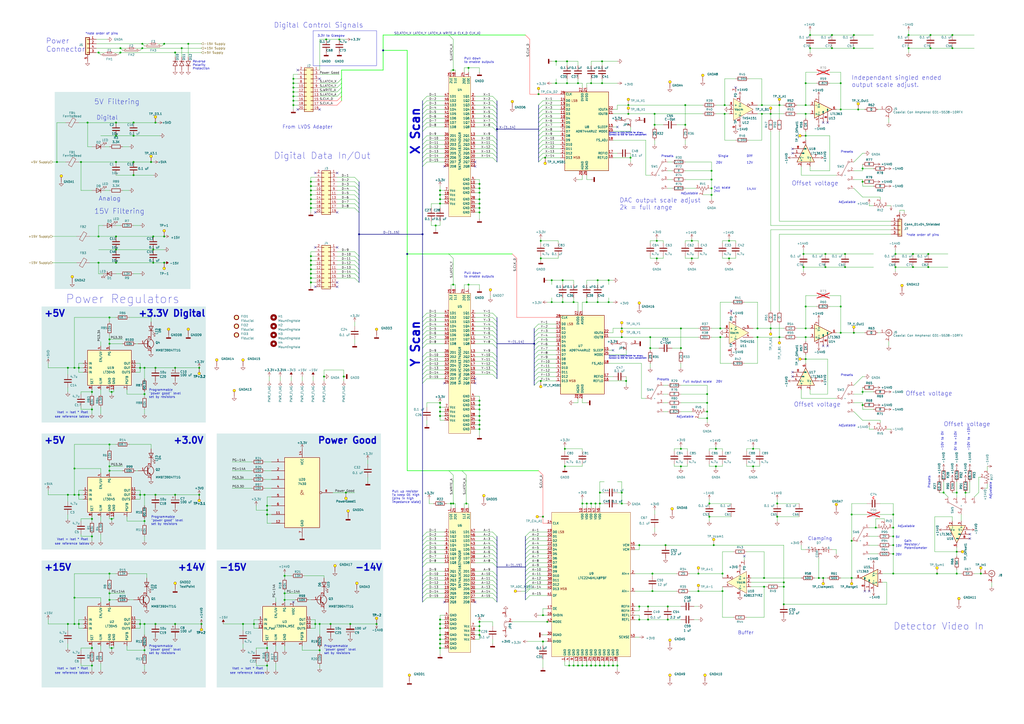
<source format=kicad_sch>
(kicad_sch (version 20250114) (generator "eeschema") (generator_version "9.0")
  (paper "A2")
  (rectangle (start 181.61 17.78) (end 218.44 38.1))
  (rectangle (start 24.13 325.12) (end 119.38 398.78) (stroke (width -0.0001)) (fill (type color) (color 0 132 132 0.15)))
  (rectangle (start 24.13 251.46) (end 119.38 318.77) (stroke (width -0.0001)) (fill (type color) (color 0 132 132 0.15)))
  (rectangle (start 125.73 251.46) (end 220.98 318.77) (stroke (width -0.0001)) (fill (type color) (color 0 132 132 0.15)))
  (rectangle (start 31.75 53.34) (end 110.49 167.64) (stroke (width -0.0001)) (fill (type color) (color 0 132 132 0.15)))
  (rectangle (start 24.13 177.8) (end 119.38 245.11) (stroke (width -0.0001)) (fill (type color) (color 0 132 132 0.15)))
  (rectangle (start 125.73 325.12) (end 222.25 398.78) (stroke (width -0.0001)) (fill (type color) (color 0 132 132 0.15)))
  (text "Programmable \n\"power good\" level\nset by resistors" (at 86.36 379.73 0) (effects (font (size 1.27 1.27)) (justify left bottom)))
  (text "Programmable \n\"power good\" level\nset by resistors" (at 187.96 379.73 0) (effects (font (size 1.27 1.27)) (justify left bottom)))
  (text "Pull down\nto enable outputs" (at 269.24 36.83 0) (effects (font (size 1.27 1.27)) (justify left bottom)))
  (text "Offset voltage" (at 486.41 107.95 0) (effects (font (size 2.54 2.54)) (justify right bottom)))
  (text "From LVDS Adapter" (at 163.83 74.93 0) (effects (font (size 2 2)) (justify left bottom)))
  (text "Gain\nResistor/\nPotentiometer" (at 524.51 318.77 0) (effects (font (size 1.27 1.27)) (justify left bottom)))
  (text "-10V to 0V" (at 547.37 261.62 90) (effects (font (size 1.27 1.27)) (justify left bottom)))
  (text "Vset = Iset * Rset" (at 33.02 313.69 0) (effects (font (size 1.27 1.27)) (justify left bottom)))
  (text "Detector Video In" (at 518.16 365.76 0) (effects (font (size 4 4)) (justify left bottom)))
  (text "20V" (at 415.29 222.25 0) (effects (font (size 1.27 1.27)) (justify left bottom)))
  (text "Digital" (at 55.88 69.85 0) (effects (font (size 2.54 2.54)) (justify left bottom)))
  (text "Adjustable" (at 520.7 306.07 0) (effects (font (size 1.27 1.27)) (justify left bottom)))
  (text "-15V" (at 127 331.47 0) (effects (font (size 3.81 3.81) (thickness 0.762) (bold yes)) (justify left bottom)))
  (text "DAC output scale adjust\n2k = full range" (at 359.41 121.92 0) (effects (font (size 2.54 2.54)) (justify left bottom)))
  (text "Offset voltage" (at 552.45 229.87 0) (effects (font (size 2.54 2.54)) (justify right bottom)))
  (text "Power Good" (at 184.15 257.81 0) (effects (font (size 3.81 3.81) (thickness 0.762) (bold yes)) (justify left bottom)))
  (text "see reference tables\n" (at 31.75 316.23 0) (effects (font (size 1.27 1.27)) (justify left bottom)))
  (text "*note order of pins" (at 525.78 137.16 0) (effects (font (size 1.27 1.27)) (justify left bottom)))
  (text "Connect to GND/DVCOM for binary,\nConnect to VDD for two's complement" (at 353.06 208.28 0) (effects (font (size 0.75 0.75)) (justify left bottom)))
  (text "Adjustable" (at 575.31 289.56 90) (effects (font (size 1.27 1.27)) (justify left bottom)))
  (text "Connect to GND/DVCOM for binary,\nConnect to VDD for two's complement" (at 353.06 78.74 0) (effects (font (size 0.75 0.75)) (justify left bottom)))
  (text "Diff" (at 433.07 91.44 0) (effects (font (size 1.27 1.27)) (justify left bottom)))
  (text "see reference tables\n" (at 31.75 242.57 0) (effects (font (size 1.27 1.27)) (justify left bottom)))
  (text "Power Regulators" (at 38.1 176.53 0) (effects (font (size 5 5)) (justify left bottom)))
  (text "*note order of pins" (at 49.53 20.32 0) (effects (font (size 1.27 1.27)) (justify left bottom)))
  (text "Adjustable" (at 486.41 118.11 0) (effects (font (size 1.27 1.27)) (justify left bottom)))
  (text "Presets" (at 381 220.98 0) (effects (font (size 1.27 1.27)) (justify left bottom)))
  (text "Vset = Iset * Rset" (at 134.62 388.62 0) (effects (font (size 1.27 1.27)) (justify left bottom)))
  (text "20V" (at 415.29 95.25 0) (effects (font (size 1.27 1.27)) (justify left bottom)))
  (text "Digital Data In/Out" (at 158.75 92.71 0) (effects (font (size 3.81 3.81)) (justify left bottom)))
  (text "+14V" (at 102.87 331.47 0) (effects (font (size 3.81 3.81) (thickness 0.762) (bold yes)) (justify left bottom)))
  (text "+3.0V" (at 100.33 257.81 0) (effects (font (size 3.81 3.81) (thickness 0.762) (bold yes)) (justify left bottom)))
  (text "Single" (at 416.56 91.44 0) (effects (font (size 1.27 1.27)) (justify left bottom)))
  (text "+3.3V Digital" (at 80.01 184.15 0) (effects (font (size 3.81 3.81) (thickness 0.762) (bold yes)) (justify left bottom)))
  (text "Offset voltage" (at 487.68 236.22 0) (effects (font (size 2.54 2.54)) (justify right bottom)))
  (text "0V to +10V" (at 554.99 261.62 90) (effects (font (size 1.27 1.27)) (justify left bottom)))
  (text "5V" (at 519.43 312.42 0) (effects (font (size 1.27 1.27)) (justify left bottom)))
  (text "Presets" (at 383.54 91.44 0) (effects (font (size 1.27 1.27)) (justify left bottom)))
  (text "14.4V" (at 433.07 110.49 0) (effects (font (size 1.27 1.27)) (justify left bottom)))
  (text "Presets" (at 487.68 218.44 0) (effects (font (size 1.27 1.27)) (justify left bottom)))
  (text "-14V" (at 205.74 331.47 0) (effects (font (size 3.81 3.81) (thickness 0.762) (bold yes)) (justify left bottom)))
  (text "Pull up resistor\nTo keep OE high\n(pins in high\nimpedance state)" (at 227.33 292.1 0) (effects (font (size 1.27 1.27)) (justify left bottom)))
  (text "Presets" (at 487.68 88.9 0) (effects (font (size 1.27 1.27)) (justify left bottom)))
  (text "Adjustable" (at 392.43 242.57 0) (effects (font (size 1.27 1.27)) (justify left bottom)))
  (text "Adjustable" (at 394.97 113.03 0) (effects (font (size 1.27 1.27)) (justify left bottom)))
  (text "Y Scan" (at 243.84 213.36 90) (effects (font (size 5 5) (thickness 1) (bold yes)) (justify left bottom)))
  (text "Power \nConnector" (at 26.67 30.48 0) (effects (font (size 3 3)) (justify left bottom)))
  (text "Analog" (at 57.15 116.84 0) (effects (font (size 2.54 2.54)) (justify left bottom)))
  (text "Vset = Iset * Rset" (at 33.02 388.62 0) (effects (font (size 1.27 1.27)) (justify left bottom)))
  (text "-10V to +10V" (at 562.61 261.62 90) (effects (font (size 1.27 1.27)) (justify left bottom)))
  (text "Programmable \n\"power good\" level\nset by resistors" (at 87.63 304.8 0) (effects (font (size 1.27 1.27)) (justify left bottom)))
  (text "Vset = Iset * Rset" (at 33.02 240.03 0) (effects (font (size 1.27 1.27)) (justify left bottom)))
  (text "5V Filtering" (at 54.61 60.96 0) (effects (font (size 3 3)) (justify left bottom)))
  (text "12V" (at 433.07 95.25 0) (effects (font (size 1.27 1.27)) (justify left bottom)))
  (text "see reference tables\n" (at 31.75 391.16 0) (effects (font (size 1.27 1.27)) (justify left bottom)))
  (text "Offset voltage" (at 547.37 247.65 0) (effects (font (size 2.54 2.54)) (justify left bottom)))
  (text "Pull down\nto enable outputs" (at 269.24 161.29 0) (effects (font (size 1.27 1.27)) (justify left bottom)))
  (text "Presets" (at 539.75 283.21 90) (effects (font (size 1.27 1.27)) (justify left bottom)))
  (text "+5V" (at 25.4 257.81 0) (effects (font (size 3.81 3.81) (thickness 0.762) (bold yes)) (justify left bottom)))
  (text "Full output scale" (at 396.24 222.25 0) (effects (font (size 1.27 1.27)) (justify left bottom)))
  (text "Digital Control Signals" (at 158.75 16.51 0) (effects (font (size 3 3)) (justify left bottom)))
  (text "Reverse\nPolarity\nProtection" (at 111.76 40.64 0) (effects (font (size 1.27 1.27)) (justify left bottom)))
  (text "Programmable \n\"power good\" level\nset by resistors" (at 86.36 231.14 0) (effects (font (size 1.27 1.27)) (justify left bottom)))
  (text "15V Filtering" (at 54.61 124.46 0) (effects (font (size 3 3)) (justify left bottom)))
  (text "Buffer" (at 427.99 368.3 0) (effects (font (size 2 2)) (justify left bottom)))
  (text "X Scan" (at 243.84 90.17 90) (effects (font (size 5 5) (thickness 1) (bold yes)) (justify left bottom)))
  (text "3.3V to Glasgow" (at 184.15 21.59 0) (effects (font (size 1.27 1.27)) (justify left bottom)))
  (text "+5V" (at 25.4 184.15 0) (effects (font (size 3.81 3.81) (thickness 0.762) (bold yes)) (justify left bottom)))
  (text "20V" (at 519.43 322.58 0) (effects (font (size 1.27 1.27)) (justify left bottom)))
  (text "Full scale\n24V" (at 414.02 111.76 0) (effects (font (size 1.27 1.27)) (justify left bottom)))
  (text "see reference tables\n" (at 133.35 391.16 0) (effects (font (size 1.27 1.27)) (justify left bottom)))
  (text "Adjustable" (at 486.41 247.65 0) (effects (font (size 1.27 1.27)) (justify left bottom)))
  (text "Independant singled ended\noutput scale adjust.\n" (at 494.03 50.8 0) (effects (font (size 2.54 2.54)) (justify left bottom)))
  (text "Clamping" (at 468.63 313.69 0) (effects (font (size 2 2)) (justify left bottom)))
  (text "+15V" (at 25.4 331.47 0) (effects (font (size 3.81 3.81) (thickness 0.762) (bold yes)) (justify left bottom)))
  (text "10V" (at 519.43 317.5 0) (effects (font (size 1.27 1.27)) (justify left bottom)))
  (junction (at 415.29 260.35))
  (junction (at 101.6 213.36))
  (junction (at 255.27 361.95))
  (junction (at 417.83 190.5))
  (junction (at 170.18 45.72))
  (junction (at 410.21 238.76))
  (junction (at 81.28 213.36))
  (junction (at 332.74 175.26))
  (junction (at 467.36 48.26))
  (junction (at 50.8 71.12))
  (junction (at 340.36 175.26))
  (junction (at 95.25 25.4))
  (junction (at 342.9 292.1))
  (junction (at 466.09 154.94))
  (junction (at 487.68 48.26))
  (junction (at 441.96 60.96))
  (junction (at 552.45 20.32))
  (junction (at 337.82 292.1))
  (junction (at 53.34 300.99))
  (junction (at 67.31 137.16))
  (junction (at 255.27 238.76))
  (junction (at 222.25 29.21))
  (junction (at 387.35 359.41))
  (junction (at 370.84 359.41))
  (junction (at 360.68 292.1))
  (junction (at 278.13 243.84))
  (junction (at 187.96 218.44))
  (junction (at 180.34 148.59))
  (junction (at 381 139.7))
  (junction (at 495.3 193.04))
  (junction (at 185.42 361.95))
  (junction (at 255.27 110.49))
  (junction (at 450.85 292.1))
  (junction (at 180.34 113.03))
  (junction (at 278.13 115.57))
  (junction (at 64.77 375.92))
  (junction (at 500.38 105.41))
  (junction (at 405.13 342.9))
  (junction (at 353.06 162.56))
  (junction (at 82.55 27.94))
  (junction (at 417.83 195.58))
  (junction (at 200.66 285.75))
  (junction (at 482.6 20.32))
  (junction (at 401.32 149.86))
  (junction (at 53.34 311.15))
  (junction (at 436.88 270.51))
  (junction (at 147.32 361.95))
  (junction (at 255.27 370.84))
  (junction (at 327.66 270.51))
  (junction (at 412.75 99.06))
  (junction (at 345.44 386.08))
  (junction (at 494.03 335.28))
  (junction (at 64.77 227.33))
  (junction (at 518.16 316.23))
  (junction (at 327.66 260.35))
  (junction (at 109.22 25.4))
  (junction (at 278.13 232.41))
  (junction (at 487.68 177.8))
  (junction (at 82.55 25.4))
  (junction (at 379.73 72.39))
  (junction (at 278.13 241.3))
  (junction (at 518.16 311.15))
  (junction (at 355.6 386.08))
  (junction (at 410.21 233.68))
  (junction (at 90.17 71.12))
  (junction (at 182.88 361.95))
  (junction (at 180.34 153.67))
  (junction (at 467.36 195.58))
  (junction (at 478.79 147.32))
  (junction (at 218.44 361.95))
  (junction (at 63.5 184.15))
  (junction (at 165.1 334.01))
  (junction (at 189.23 22.86))
  (junction (at 63.5 273.05))
  (junction (at 255.27 373.38))
  (junction (at 490.22 154.94))
  (junction (at 45.72 361.95))
  (junction (at 255.27 368.3))
  (junction (at 364.49 60.96))
  (junction (at 255.27 113.03))
  (junction (at 115.57 213.36))
  (junction (at 529.59 154.94))
  (junction (at 57.15 30.48))
  (junction (at 165.1 347.98))
  (junction (at 337.82 386.08))
  (junction (at 364.49 66.04))
  (junction (at 255.27 236.22))
  (junction (at 208.28 135.89))
  (junction (at 410.21 228.6))
  (junction (at 345.44 292.1))
  (junction (at 203.2 361.95))
  (junction (at 439.42 195.58))
  (junction (at 414.02 316.23))
  (junction (at 180.34 107.95))
  (junction (at 347.98 285.75))
  (junction (at 63.5 270.51))
  (junction (at 422.91 149.86))
  (junction (at 474.98 335.28))
  (junction (at 467.36 177.8))
  (junction (at 43.18 271.78))
  (junction (at 370.84 316.23))
  (junction (at 346.71 162.56))
  (junction (at 527.05 27.94))
  (junction (at 397.51 72.39))
  (junction (at 450.85 299.72))
  (junction (at 278.13 106.68))
  (junction (at 180.34 163.83))
  (junction (at 63.5 344.17))
  (junction (at 77.47 93.98))
  (junction (at 43.18 361.95))
  (junction (at 454.66 350.52))
  (junction (at 88.9 144.78))
  (junction (at 255.27 241.3))
  (junction (at 518.16 298.45))
  (junction (at 105.41 27.94))
  (junction (at 478.79 154.94))
  (junction (at 180.34 158.75))
  (junction (at 101.6 30.48))
  (junction (at 101.6 287.02))
  (junction (at 519.43 147.32))
  (junction (at 332.74 386.08))
  (junction (at 116.84 361.95))
  (junction (at 255.27 118.11))
  (junction (at 419.1 332.74))
  (junction (at 39.37 361.95))
  (junction (at 180.34 105.41))
  (junction (at 271.78 165.1))
  (junction (at 317.5 360.68))
  (junction (at 439.42 190.5))
  (junction (at 196.85 22.86))
  (junction (at 57.15 152.4))
  (junction (at 83.82 302.26))
  (junction (at 500.38 97.79))
  (junction (at 53.34 386.08))
  (junction (at 377.19 195.58))
  (junction (at 495.3 27.94))
  (junction (at 350.52 386.08))
  (junction (at 63.5 257.81))
  (junction (at 245.11 135.89))
  (junction (at 57.15 137.16))
  (junction (at 262.89 40.64))
  (junction (at 83.82 361.95))
  (junction (at 255.27 364.49))
  (junction (at 443.23 335.28))
  (junction (at 487.68 63.5))
  (junction (at 397.51 60.96))
  (junction (at 39.37 213.36))
  (junction (at 313.69 220.98))
  (junction (at 328.93 35.56))
  (junction (at 278.13 368.3))
  (junction (at 95.25 137.16))
  (junction (at 255.27 375.92))
  (junction (at 529.59 147.32))
  (junction (at 477.52 335.28))
  (junction (at 180.34 156.21))
  (junction (at 43.18 287.02))
  (junction (at 365.76 91.44))
  (junction (at 467.36 60.96))
  (junction (at 335.28 48.26))
  (junction (at 412.75 109.22))
  (junction (at 358.14 386.08))
  (junction (at 288.29 74.93))
  (junction (at 349.25 48.26))
  (junction (at 518.16 321.31))
  (junction (at 497.84 63.5))
  (junction (at 441.96 66.04))
  (junction (at 278.13 360.68))
  (junction (at 420.37 60.96))
  (junction (at 326.39 175.26))
  (junction (at 278.13 237.49))
  (junction (at 45.72 213.36))
  (junction (at 360.68 190.5))
  (junction (at 88.9 137.16))
  (junction (at 554.99 320.04))
  (junction (at 454.66 340.36))
  (junction (at 314.96 356.87))
  (junction (at 415.29 270.51))
  (junction (at 77.47 71.12))
  (junction (at 83.82 377.19))
  (junction (at 83.82 287.02))
  (junction (at 378.46 332.74))
  (junction (at 378.46 342.9))
  (junction (at 340.36 386.08))
  (junction (at 83.82 228.6))
  (junction (at 381 149.86))
  (junction (at 95.25 152.4))
  (junction (at 69.85 27.94))
  (junction (at 342.9 48.26))
  (junction (at 185.42 377.19))
  (junction (at 314.96 299.72))
  (junction (at 180.34 118.11))
  (junction (at 539.75 20.32))
  (junction (at 467.36 66.04))
  (junction (at 278.13 109.22))
  (junction (at 518.16 332.74))
  (junction (at 67.31 144.78))
  (junction (at 419.1 342.9))
  (junction (at 180.34 120.65))
  (junction (at 411.48 299.72))
  (junction (at 487.68 193.04))
  (junction (at 53.34 237.49))
  (junction (at 180.34 110.49))
  (junction (at 255.27 233.68))
  (junction (at 53.34 375.92))
  (junction (at 278.13 246.38))
  (junction (at 554.99 285.75))
  (junction (at 33.02 93.98))
  (junction (at 170.18 50.8))
  (junction (at 270.51 292.1))
  (junction (at 467.36 78.74))
  (junction (at 90.17 361.95))
  (junction (at 554.99 332.74))
  (junction (at 322.58 35.56))
  (junction (at 90.17 287.02))
  (junction (at 401.32 139.7))
  (junction (at 45.72 287.02))
  (junction (at 538.48 154.94))
  (junction (at 469.9 27.94))
  (junction (at 394.97 260.35))
  (junction (at 63.5 199.39))
  (junction (at 154.94 386.08))
  (junction (at 90.17 213.36))
  (junction (at 347.98 292.1))
  (junction (at 255.27 359.41))
  (junction (at 360.68 195.58))
  (junction (at 349.25 35.56))
  (junction (at 278.13 234.95))
  (junction (at 191.77 361.95))
  (junction (at 543.56 332.74))
  (junction (at 312.42 54.61))
  (junction (at 508 306.07))
  (junction (at 261.62 292.1))
  (junction (at 255.27 115.57))
  (junction (at 180.34 115.57))
  (junction (at 278.13 365.76))
  (junction (at 375.92 359.41))
  (junction (at 320.04 162.56))
  (junction (at 46.99 93.98))
  (junction (at 340.36 292.1))
  (junction (at 115.57 287.02))
  (junction (at 447.04 190.5))
  (junction (at 379.73 66.04))
  (junction (at 328.93 48.26))
  (junction (at 394.97 190.5))
  (junction (at 560.07 285.75))
  (junction (at 422.91 139.7))
  (junction (at 180.34 151.13))
  (junction (at 326.39 162.56))
  (junction (at 170.18 55.88))
  (junction (at 154.94 295.91))
  (junction (at 278.13 120.65))
  (junction (at 412.75 104.14))
  (junction (at 63.5 347.98))
  (junction (at 67.31 71.12))
  (junction (at 412.75 113.03))
  (junction (at 370.84 351.79))
  (junction (at 360.68 285.75))
  (junction (at 252.73 130.81))
  (junction (at 154.94 293.37))
  (junction (at 314.96 372.11))
  (junction (at 77.47 78.74))
  (junction (at 452.12 60.96))
  (junction (at 140.97 361.95))
  (junction (at 500.38 227.33))
  (junction (at 454.66 337.82))
  (junction (at 39.37 287.02))
  (junction (at 452.12 195.58))
  (junction (at 67.31 93.98))
  (junction (at 490.22 147.32))
  (junction (at 447.04 66.04))
  (junction (at 278.13 123.19))
  (junction (at 443.23 340.36))
  (junction (at 170.18 53.34))
  (junction (at 154.94 375.92))
  (junction (at 278.13 363.22))
  (junction (at 83.82 213.36))
  (junction (at 154.94 298.45))
  (junction (at 527.05 20.32))
  (junction (at 170.18 60.96))
  (junction (at 236.22 147.32))
  (junction (at 88.9 152.4))
  (junction (at 320.04 175.26))
  (junction (at 64.77 300.99))
  (junction (at 410.21 242.57))
  (junction (at 67.31 78.74))
  (junction (at 170.18 48.26))
  (junction (at 375.92 351.79))
  (junction (at 482.6 27.94))
  (junction (at 539.75 27.94))
  (junction (at 436.88 260.35))
  (junction (at 394.97 270.51))
  (junction (at 87.63 93.98))
  (junction (at 67.31 152.4))
  (junction (at 313.69 139.7))
  (junction (at 363.22 220.98))
  (junction (at 180.34 161.29))
  (junction (at 262.89 292.1))
  (junction (at 43.18 346.71))
  (junction (at 309.88 199.39))
  (junction (at 469.9 20.32))
  (junction (at 377.19 201.93))
  (junction (at 347.98 386.08))
  (junction (at 63.5 196.85))
  (junction (at 43.18 213.36))
  (junction (at 101.6 361.95))
  (junction (at 77.47 101.6))
  (junction (at 278.13 248.92))
  (junction (at 278.13 118.11))
  (junction (at 518.16 306.07))
  (junction (at 271.78 39.37))
  (junction (at 170.18 58.42))
  (junction (at 494.03 313.69))
  (junction (at 519.43 154.94))
  (junction (at 63.5 332.74))
  (junction (at 495.3 20.32))
  (junction (at 81.28 361.95))
  (junction (at 494.03 298.45))
  (junction (at 547.37 285.75))
  (junction (at 346.71 175.26))
  (junction (at 53.34 227.33))
  (junction (at 394.97 201.93))
  (junction (at 335.28 386.08))
  (junction (at 69.85 30.48))
  (junction (at 313.69 149.86))
  (junction (at 353.06 386.08))
  (junction (at 500.38 234.95))
  (junction (at 466.09 147.32))
  (junction (at 411.48 292.1))
  (junction (at 387.35 351.79))
  (junction (at 165.1 344.17))
  (junction (at 552.45 27.94))
  (junction (at 467.36 208.28))
  (junction (at 262.89 165.1))
  (junction (at 278.13 111.76))
  (junction (at 353.06 175.26))
  (junction (at 81.28 287.02))
  (junction (at 420.37 66.04))
  (junction (at 199.39 218.44))
  (junction (at 316.23 91.44))
  (junction (at 538.48 147.32))
  (junction (at 342.9 386.08))
  (junction (at 405.13 332.74))
  (junction (at 467.36 190.5))
  (junction (at 568.96 332.74))
  (junction (at 330.2 386.08))
  (junction (at 386.08 316.23))
  (junction (at 322.58 48.26))
  (no_connect (at 172.72 63.5))
  (no_connect (at 459.74 88.9))
  (no_connect (at 459.74 215.9))
  (no_connect (at 275.59 349.25))
  (no_connect (at 562.61 309.88))
  (no_connect (at 185.42 45.72))
  (no_connect (at 480.06 71.12))
  (no_connect (at 459.74 218.44))
  (no_connect (at 480.06 200.66))
  (no_connect (at 170.18 349.25))
  (no_connect (at 477.52 71.12))
  (no_connect (at 182.88 166.37))
  (no_connect (at 562.61 312.42))
  (no_connect (at 501.65 342.9))
  (no_connect (at 426.72 50.8))
  (no_connect (at 182.88 100.33))
  (no_connect (at 355.6 203.2))
  (no_connect (at 275.59 219.71))
  (no_connect (at 195.58 143.51))
  (no_connect (at 195.58 163.83))
  (no_connect (at 195.58 166.37))
  (no_connect (at 257.81 349.25))
  (no_connect (at 172.72 40.64))
  (no_connect (at 504.19 342.9))
  (no_connect (at 431.8 322.58))
  (no_connect (at 275.59 96.52))
  (no_connect (at 195.58 123.19))
  (no_connect (at 275.59 93.98))
  (no_connect (at 182.88 123.19))
  (no_connect (at 358.14 73.66))
  (no_connect (at 257.81 222.25))
  (no_connect (at 195.58 100.33))
  (no_connect (at 424.18 180.34))
  (no_connect (at 182.88 143.51))
  (no_connect (at 477.52 200.66))
  (no_connect (at 185.42 63.5))
  (no_connect (at 275.59 222.25))
  (no_connect (at 257.81 96.52))
  (no_connect (at 459.74 86.36))
  (bus_entry (at 205.74 107.95) (size 2.54 2.54))
  (bus_entry (at 309.88 200.66) (size 2.54 -2.54))
  (bus_entry (at 205.74 158.75) (size 2.54 2.54))
  (bus_entry (at 245.11 76.2) (size 2.54 -2.54))
  (bus_entry (at 198.12 58.42) (size -2.54 2.54) (stroke (width 0) (color 255 0 0 1)))
  (bus_entry (at 312.42 88.9) (size 2.54 -2.54))
  (bus_entry (at 245.11 217.17) (size 2.54 -2.54))
  (bus_entry (at 245.11 326.39) (size 2.54 -2.54))
  (bus_entry (at 198.12 55.88) (size -2.54 2.54) (stroke (width 0) (color 255 0 0 1)))
  (bus_entry (at 288.29 196.85) (size -2.54 -2.54))
  (bus_entry (at 205.74 161.29) (size 2.54 2.54))
  (bus_entry (at 288.29 207.01) (size -2.54 -2.54))
  (bus_entry (at 245.11 58.42) (size 2.54 -2.54))
  (bus_entry (at 288.29 349.25) (size -2.54 -2.54))
  (bus_entry (at 245.11 196.85) (size 2.54 -2.54))
  (bus_entry (at 245.11 344.17) (size 2.54 -2.54))
  (bus_entry (at 312.42 91.44) (size 2.54 -2.54))
  (bus_entry (at 288.29 217.17) (size -2.54 -2.54))
  (bus_entry (at 245.11 86.36) (size 2.54 -2.54))
  (bus_entry (at 309.88 213.36) (size 2.54 -2.54))
  (bus_entry (at 304.8 331.47) (size 2.54 -2.54))
  (bus_entry (at 288.29 93.98) (size -2.54 -2.54))
  (bus_entry (at 312.42 86.36) (size 2.54 -2.54))
  (bus_entry (at 198.12 48.26) (size -2.54 2.54))
  (bus_entry (at 309.88 195.58) (size 2.54 -2.54))
  (bus_entry (at 312.42 83.82) (size 2.54 -2.54))
  (bus_entry (at 245.11 321.31) (size 2.54 -2.54))
  (bus_entry (at 288.29 326.39) (size -2.54 -2.54))
  (bus_entry (at 245.11 212.09) (size 2.54 -2.54))
  (bus_entry (at 288.29 191.77) (size -2.54 -2.54))
  (bus_entry (at 288.29 83.82) (size -2.54 -2.54))
  (bus_entry (at 245.11 88.9) (size 2.54 -2.54))
  (bus_entry (at 245.11 313.69) (size 2.54 -2.54))
  (bus_entry (at 288.29 209.55) (size -2.54 -2.54))
  (bus_entry (at 245.11 186.69) (size 2.54 -2.54))
  (bus_entry (at 245.11 318.77) (size 2.54 -2.54))
  (bus_entry (at 288.29 63.5) (size -2.54 -2.54))
  (bus_entry (at 245.11 93.98) (size 2.54 -2.54))
  (bus_entry (at 245.11 96.52) (size 2.54 -2.54))
  (bus_entry (at 304.8 311.15) (size 2.54 -2.54))
  (bus_entry (at 309.88 218.44) (size 2.54 -2.54))
  (bus_entry (at 205.74 102.87) (size 2.54 2.54))
  (bus_entry (at 309.88 220.98) (size 2.54 -2.54))
  (bus_entry (at 288.29 68.58) (size -2.54 -2.54))
  (bus_entry (at 288.29 81.28) (size -2.54 -2.54))
  (bus_entry (at 288.29 199.39) (size -2.54 -2.54))
  (bus_entry (at 304.8 328.93) (size 2.54 -2.54))
  (bus_entry (at 198.12 45.72) (size -2.54 2.54))
  (bus_entry (at 288.29 316.23) (size -2.54 -2.54))
  (bus_entry (at 288.29 318.77) (size -2.54 -2.54))
  (bus_entry (at 309.88 205.74) (size 2.54 -2.54))
  (bus_entry (at 304.8 318.77) (size 2.54 -2.54))
  (bus_entry (at 309.88 223.52) (size 2.54 -2.54))
  (bus_entry (at 288.29 73.66) (size -2.54 -2.54))
  (bus_entry (at 245.11 346.71) (size 2.54 -2.54))
  (bus_entry (at 288.29 76.2) (size -2.54 -2.54))
  (bus_entry (at 288.29 60.96) (size -2.54 -2.54))
  (bus_entry (at 205.74 105.41) (size 2.54 2.54))
  (bus_entry (at 288.29 339.09) (size -2.54 -2.54))
  (bus_entry (at 205.74 118.11) (size 2.54 2.54))
  (bus_entry (at 205.74 151.13) (size 2.54 2.54))
  (bus_entry (at 288.29 88.9) (size -2.54 -2.54))
  (bus_entry (at 297.18 147.32) (size 2.54 2.54) (stroke (width 0) (color 255 0 0 1)))
  (bus_entry (at 288.29 328.93) (size -2.54 -2.54))
  (bus_entry (at 245.11 222.25) (size 2.54 -2.54))
  (bus_entry (at 245.11 328.93) (size 2.54 -2.54))
  (bus_entry (at 304.8 347.98) (size 2.54 -2.54))
  (bus_entry (at 304.8 344.17) (size 2.54 -2.54))
  (bus_entry (at 245.11 73.66) (size 2.54 -2.54))
  (bus_entry (at 312.42 273.05) (size 2.54 2.54) (stroke (width 0) (color 255 0 0 1)))
  (bus_entry (at 288.29 336.55) (size -2.54 -2.54))
  (bus_entry (at 304.8 341.63) (size 2.54 -2.54))
  (bus_entry (at 312.42 63.5) (size 2.54 -2.54))
  (bus_entry (at 260.35 20.32) (size 2.54 2.54))
  (bus_entry (at 309.88 208.28) (size 2.54 -2.54))
  (bus_entry (at 245.11 334.01) (size 2.54 -2.54))
  (bus_entry (at 309.88 210.82) (size 2.54 -2.54))
  (bus_entry (at 309.88 198.12) (size 2.54 -2.54))
  (bus_entry (at 288.29 86.36) (size -2.54 -2.54))
  (bus_entry (at 304.8 326.39) (size 2.54 -2.54))
  (bus_entry (at 245.11 68.58) (size 2.54 -2.54))
  (bus_entry (at 288.29 58.42) (size -2.54 -2.54))
  (bus_entry (at 309.88 215.9) (size 2.54 -2.54))
  (bus_entry (at 288.29 344.17) (size -2.54 -2.54))
  (bus_entry (at 288.29 214.63) (size -2.54 -2.54))
  (bus_entry (at 288.29 201.93) (size -2.54 -2.54))
  (bus_entry (at 288.29 71.12) (size -2.54 -2.54))
  (bus_entry (at 205.74 113.03) (size 2.54 2.54))
  (bus_entry (at 288.29 346.71) (size -2.54 -2.54))
  (bus_entry (at 288.29 66.04) (size -2.54 -2.54))
  (bus_entry (at 309.88 190.5) (size 2.54 -2.54))
  (bus_entry (at 245.11 199.39) (size 2.54 -2.54))
  (bus_entry (at 245.11 219.71) (size 2.54 -2.54))
  (bus_entry (at 288.29 334.01) (size -2.54 -2.54))
  (bus_entry (at 205.74 146.05) (size 2.54 2.54))
  (bus_entry (at 288.29 194.31) (size -2.54 -2.54))
  (bus_entry (at 245.11 83.82) (size 2.54 -2.54))
  (bus_entry (at 288.29 311.15) (size -2.54 -2.54))
  (bus_entry (at 288.29 189.23) (size -2.54 -2.54))
  (bus_entry (at 245.11 341.63) (size 2.54 -2.54))
  (bus_entry (at 288.29 313.69) (size -2.54 -2.54))
  (bus_entry (at 309.88 193.04) (size 2.54 -2.54))
  (bus_entry (at 245.11 66.04) (size 2.54 -2.54))
  (bus_entry (at 312.42 78.74) (size 2.54 -2.54))
  (bus_entry (at 304.8 339.09) (size 2.54 -2.54))
  (bus_entry (at 288.29 219.71) (size -2.54 -2.54))
  (bus_entry (at 309.88 203.2) (size 2.54 -2.54))
  (bus_entry (at 245.11 60.96) (size 2.54 -2.54))
  (bus_entry (at 205.74 110.49) (size 2.54 2.54))
  (bus_entry (at 288.29 212.09) (size -2.54 -2.54))
  (bus_entry (at 198.12 53.34) (size -2.54 2.54))
  (bus_entry (at 205.74 120.65) (size 2.54 2.54))
  (bus_entry (at 245.11 91.44) (size 2.54 -2.54))
  (bus_entry (at 304.8 334.01) (size 2.54 -2.54))
  (bus_entry (at 304.8 313.69) (size 2.54 -2.54))
  (bus_entry (at 245.11 209.55) (size 2.54 -2.54))
  (bus_entry (at 312.42 81.28) (size 2.54 -2.54))
  (bus_entry (at 245.11 191.77) (size 2.54 -2.54))
  (bus_entry (at 245.11 214.63) (size 2.54 -2.54))
  (bus_entry (at 288.29 186.69) (size -2.54 -2.54))
  (bus_entry (at 245.11 339.09) (size 2.54 -2.54))
  (bus_entry (at 288.29 184.15) (size -2.54 -2.54))
  (bus_entry (at 245.11 184.15) (size 2.54 -2.54))
  (bus_entry (at 312.42 76.2) (size 2.54 -2.54))
  (bus_entry (at 205.74 115.57) (size 2.54 2.54))
  (bus_entry (at 312.42 66.04) (size 2.54 -2.54))
  (bus_entry (at 288.29 91.44) (size -2.54 -2.54))
  (bus_entry (at 288.29 323.85) (size -2.54 -2.54))
  (bus_entry (at 245.11 349.25) (size 2.54 -2.54))
  (bus_entry (at 288.29 341.63) (size -2.54 -2.54))
  (bus_entry (at 312.42 60.96) (size 2.54 -2.54))
  (bus_entry (at 267.97 273.05) (size 2.54 2.54))
  (bus_entry (at 260.35 147.32) (size 2.54 2.54))
  (bus_entry (at 304.8 316.23) (size 2.54 -2.54))
  (bus_entry (at 245.11 201.93) (size 2.54 -2.54))
  (bus_entry (at 312.42 73.66) (size 2.54 -2.54))
  (bus_entry (at 304.8 336.55) (size 2.54 -2.54))
  (bus_entry (at 245.11 311.15) (size 2.54 -2.54))
  (bus_entry (at 245.11 323.85) (size 2.54 -2.54))
  (bus_entry (at 198.12 50.8) (size -2.54 2.54))
  (bus_entry (at 304.8 323.85) (size 2.54 -2.54))
  (bus_entry (at 205.74 153.67) (size 2.54 2.54))
  (bus_entry (at 245.11 316.23) (size 2.54 -2.54))
  (bus_entry (at 205.74 156.21) (size 2.54 2.54))
  (bus_entry (at 312.42 71.12) (size 2.54 -2.54))
  (bus_entry (at 245.11 189.23) (size 2.54 -2.54))
  (bus_entry (at 245.11 194.31) (size 2.54 -2.54))
  (bus_entry (at 288.29 321.31) (size -2.54 -2.54))
  (bus_entry (at 245.11 336.55) (size 2.54 -2.54))
  (bus_entry (at 245.11 71.12) (size 2.54 -2.54))
  (bus_entry (at 304.8 321.31) (size 2.54 -2.54))
  (bus_entry (at 245.11 207.01) (size 2.54 -2.54))
  (bus_entry (at 304.8 20.32) (size 2.54 2.54) (stroke (width 0) (color 255 0 0 1)))
  (bus_entry (at 245.11 81.28) (size 2.54 -2.54))
  (bus_entry (at 260.35 273.05) (size 2.54 2.54))
  (bus_entry (at 312.42 68.58) (size 2.54 -2.54))
  (bus_entry (at 245.11 63.5) (size 2.54 -2.54))
  (bus_entry (at 205.74 148.59) (size 2.54 2.54))
  (bus_entry (at 312.42 93.98) (size 2.54 -2.54))
  (wire (pts (xy 82.55 25.4) (xy 83.82 26.67)))
  (wire (pts (xy 387.35 109.22) (xy 389.89 109.22)))
  (wire (pts (xy 345.44 386.08) (xy 347.98 386.08)))
  (wire (pts (xy 322.58 35.56) (xy 322.58 38.1)))
  (wire (pts (xy 93.98 26.67) (xy 95.25 25.4)))
  (wire (pts (xy 467.36 195.58) (xy 467.36 198.12)))
  (wire (pts (xy 170.18 45.72) (xy 170.18 48.26)))
  (bus (pts (xy 309.88 220.98) (xy 309.88 223.52)))
  (wire (pts (xy 83.82 377.19) (xy 83.82 378.46)))
  (wire (pts (xy 452.12 195.58) (xy 454.66 195.58)))
  (wire (pts (xy 255.27 364.49) (xy 257.81 364.49)))
  (wire (pts (xy 39.37 213.36) (xy 43.18 213.36)))
  (wire (pts (xy 251.46 292.1) (xy 248.92 292.1)))
  (wire (pts (xy 195.58 151.13) (xy 205.74 151.13)))
  (wire (pts (xy 314.96 353.06) (xy 317.5 353.06)))
  (wire (pts (xy 278.13 106.68) (xy 275.59 106.68)))
  (wire (pts (xy 345.44 292.1) (xy 345.44 294.64)))
  (wire (pts (xy 420.37 60.96) (xy 422.91 60.96)))
  (wire (pts (xy 257.81 236.22) (xy 255.27 236.22)))
  (bus (pts (xy 312.42 74.93) (xy 312.42 76.2)))
  (wire (pts (xy 327.66 260.35) (xy 337.82 260.35)))
  (wire (pts (xy 73.66 299.72) (xy 73.66 302.26)))
  (wire (pts (xy 419.1 260.35) (xy 419.1 261.62)))
  (wire (pts (xy 182.88 102.87) (xy 180.34 102.87)))
  (wire (pts (xy 63.5 270.51) (xy 63.5 273.05)))
  (wire (pts (xy 43.18 332.74) (xy 63.5 332.74)))
  (wire (pts (xy 497.84 63.5) (xy 501.65 63.5)))
  (wire (pts (xy 81.28 361.95) (xy 83.82 361.95)))
  (wire (pts (xy 71.12 270.51) (xy 63.5 270.51)))
  (wire (pts (xy 278.13 104.14) (xy 278.13 106.68)))
  (wire (pts (xy 337.82 231.14) (xy 337.82 233.68)))
  (wire (pts (xy 467.36 48.26) (xy 467.36 60.96)))
  (wire (pts (xy 312.42 213.36) (xy 322.58 213.36)))
  (wire (pts (xy 58.42 309.88) (xy 58.42 313.69)))
  (wire (pts (xy 411.48 109.22) (xy 412.75 109.22)))
  (wire (pts (xy 255.27 359.41) (xy 257.81 359.41)))
  (bus (pts (xy 288.29 81.28) (xy 288.29 83.82)))
  (wire (pts (xy 195.58 158.75) (xy 205.74 158.75)))
  (wire (pts (xy 422.91 138.43) (xy 422.91 139.7)))
  (wire (pts (xy 502.92 292.1) (xy 494.03 292.1)))
  (wire (pts (xy 452.12 60.96) (xy 454.66 60.96)))
  (wire (pts (xy 494.03 292.1) (xy 494.03 298.45)))
  (bus (pts (xy 245.11 323.85) (xy 245.11 326.39)))
  (wire (pts (xy 313.69 139.7) (xy 313.69 140.97)))
  (wire (pts (xy 515.62 198.12) (xy 515.62 200.66)))
  (bus (pts (xy 208.28 153.67) (xy 208.28 151.13)))
  (wire (pts (xy 363.22 292.1) (xy 360.68 292.1)))
  (wire (pts (xy 378.46 342.9) (xy 392.43 342.9)))
  (wire (pts (xy 247.65 311.15) (xy 257.81 311.15)))
  (wire (pts (xy 353.06 195.58) (xy 360.68 195.58)))
  (wire (pts (xy 312.42 195.58) (xy 322.58 195.58)))
  (wire (pts (xy 504.19 248.92) (xy 504.19 247.65)))
  (wire (pts (xy 255.27 238.76) (xy 255.27 241.3)))
  (wire (pts (xy 405.13 139.7) (xy 405.13 140.97)))
  (wire (pts (xy 450.85 302.26) (xy 450.85 299.72)))
  (wire (pts (xy 247.65 219.71) (xy 257.81 219.71)))
  (wire (pts (xy 247.65 341.63) (xy 257.81 341.63)))
  (bus (pts (xy 288.29 196.85) (xy 288.29 199.39)))
  (wire (pts (xy 433.07 358.14) (xy 443.23 358.14)))
  (wire (pts (xy 504.19 311.15) (xy 509.27 311.15)))
  (bus (pts (xy 288.29 66.04) (xy 288.29 63.5)))
  (wire (pts (xy 180.34 158.75) (xy 182.88 158.75)))
  (bus (pts (xy 208.28 123.19) (xy 208.28 135.89)))
  (wire (pts (xy 379.73 72.39) (xy 379.73 73.66)))
  (wire (pts (xy 278.13 246.38) (xy 278.13 248.92)))
  (wire (pts (xy 378.46 332.74) (xy 378.46 334.01)))
  (wire (pts (xy 109.22 25.4) (xy 109.22 33.02)))
  (wire (pts (xy 335.28 45.72) (xy 335.28 48.26)))
  (wire (pts (xy 78.74 213.36) (xy 81.28 213.36)))
  (wire (pts (xy 262.89 275.59) (xy 262.89 292.1)))
  (wire (pts (xy 43.18 346.71) (xy 43.18 332.74)))
  (wire (pts (xy 247.65 346.71) (xy 257.81 346.71)))
  (wire (pts (xy 182.88 364.49) (xy 180.34 364.49)))
  (wire (pts (xy 285.75 204.47) (xy 275.59 204.47)))
  (wire (pts (xy 247.65 191.77) (xy 257.81 191.77)))
  (wire (pts (xy 313.69 138.43) (xy 313.69 139.7)))
  (wire (pts (xy 400.05 332.74) (xy 405.13 332.74)))
  (wire (pts (xy 485.14 193.04) (xy 487.68 193.04)))
  (wire (pts (xy 419.1 335.28) (xy 419.1 332.74)))
  (wire (pts (xy 195.58 105.41) (xy 205.74 105.41)))
  (wire (pts (xy 88.9 144.78) (xy 95.25 144.78)))
  (wire (pts (xy 436.88 195.58) (xy 439.42 195.58)))
  (wire (pts (xy 411.48 292.1) (xy 424.18 292.1)))
  (wire (pts (xy 353.06 203.2) (xy 355.6 203.2)))
  (wire (pts (xy 332.74 162.56) (xy 332.74 165.1)))
  (wire (pts (xy 554.99 320.04) (xy 554.99 322.58)))
  (wire (pts (xy 299.72 184.15) (xy 322.58 184.15)) (stroke (width 0) (color 255 0 0 1)))
  (wire (pts (xy 365.76 88.9) (xy 365.76 91.44)))
  (wire (pts (xy 439.42 195.58) (xy 439.42 210.82)))
  (wire (pts (xy 73.66 377.19) (xy 83.82 377.19)))
  (wire (pts (xy 435.61 337.82) (xy 454.66 337.82)))
  (wire (pts (xy 447.04 190.5) (xy 454.66 190.5)))
  (wire (pts (xy 500.38 99.06) (xy 500.38 97.79)))
  (wire (pts (xy 547.37 285.75) (xy 547.37 279.4)))
  (bus (pts (xy 222.25 20.32) (xy 260.35 20.32)) (stroke (width 0) (color 0 255 0 1)))
  (wire (pts (xy 71.12 110.49) (xy 74.93 110.49)))
  (wire (pts (xy 314.96 66.04) (xy 325.12 66.04)))
  (wire (pts (xy 199.39 214.63) (xy 199.39 218.44)))
  (wire (pts (xy 374.65 101.6) (xy 377.19 101.6)))
  (wire (pts (xy 77.47 130.81) (xy 81.28 130.81)))
  (wire (pts (xy 278.13 248.92) (xy 275.59 248.92)))
  (wire (pts (xy 275.59 181.61) (xy 285.75 181.61)))
  (wire (pts (xy 195.58 156.21) (xy 205.74 156.21)))
  (wire (pts (xy 389.89 201.93) (xy 394.97 201.93)))
  (wire (pts (xy 180.34 115.57) (xy 180.34 118.11)))
  (wire (pts (xy 247.65 194.31) (xy 257.81 194.31)))
  (wire (pts (xy 63.5 199.39) (xy 71.12 199.39)))
  (wire (pts (xy 347.98 285.75) (xy 350.52 285.75)))
  (wire (pts (xy 39.37 287.02) (xy 43.18 287.02)))
  (wire (pts (xy 185.42 361.95) (xy 191.77 361.95)))
  (wire (pts (xy 78.74 199.39) (xy 80.01 199.39)))
  (wire (pts (xy 454.66 350.52) (xy 514.35 350.52)))
  (wire (pts (xy 46.99 237.49) (xy 53.34 237.49)))
  (wire (pts (xy 323.85 139.7) (xy 323.85 140.97)))
  (wire (pts (xy 285.75 186.69) (xy 275.59 186.69)))
  (bus (pts (xy 245.11 316.23) (xy 245.11 318.77)))
  (wire (pts (xy 415.29 270.51) (xy 415.29 271.78)))
  (wire (pts (xy 353.06 162.56) (xy 346.71 162.56)))
  (wire (pts (xy 490.22 147.32) (xy 506.73 147.32)))
  (wire (pts (xy 515.62 68.58) (xy 515.62 71.12)))
  (wire (pts (xy 30.48 93.98) (xy 33.02 93.98)))
  (wire (pts (xy 109.22 25.4) (xy 116.84 25.4)))
  (bus (pts (xy 198.12 55.88) (xy 198.12 58.42)) (stroke (width 0) (color 0 255 0 1)))
  (wire (pts (xy 307.34 328.93) (xy 317.5 328.93)))
  (bus (pts (xy 208.28 158.75) (xy 208.28 156.21)))
  (wire (pts (xy 527.05 20.32) (xy 527.05 17.78)))
  (bus (pts (xy 260.35 147.32) (xy 297.18 147.32)) (stroke (width 0) (color 0 255 0 1)))
  (wire (pts (xy 46.99 227.33) (xy 53.34 227.33)))
  (wire (pts (xy 379.73 83.82) (xy 379.73 81.28)))
  (wire (pts (xy 257.81 238.76) (xy 255.27 238.76)))
  (wire (pts (xy 160.02 346.71) (xy 160.02 349.25)))
  (wire (pts (xy 285.75 196.85) (xy 275.59 196.85)))
  (wire (pts (xy 466.09 147.32) (xy 466.09 144.78)))
  (wire (pts (xy 337.82 383.54) (xy 337.82 386.08)))
  (wire (pts (xy 314.96 299.72) (xy 314.96 303.53)) (stroke (width 0) (color 255 0 0 1)))
  (wire (pts (xy 439.42 195.58) (xy 452.12 195.58)))
  (wire (pts (xy 180.34 113.03) (xy 180.34 115.57)))
  (wire (pts (xy 185.42 386.08) (xy 185.42 387.35)))
  (wire (pts (xy 180.34 118.11) (xy 180.34 120.65)))
  (wire (pts (xy 46.99 302.26) (xy 46.99 300.99)))
  (wire (pts (xy 255.27 361.95) (xy 255.27 364.49)))
  (wire (pts (xy 247.65 58.42) (xy 257.81 58.42)))
  (wire (pts (xy 180.34 110.49) (xy 182.88 110.49)))
  (wire (pts (xy 500.38 233.68) (xy 500.38 234.95)))
  (wire (pts (xy 278.13 109.22) (xy 278.13 111.76)))
  (wire (pts (xy 447.04 190.5) (xy 447.04 187.96)))
  (bus (pts (xy 245.11 96.52) (xy 245.11 135.89)))
  (wire (pts (xy 462.28 66.04) (xy 467.36 66.04)))
  (wire (pts (xy 347.98 279.4) (xy 347.98 285.75)))
  (wire (pts (xy 327.66 383.54) (xy 327.66 386.08)))
  (wire (pts (xy 165.1 344.17) (xy 165.1 347.98)))
  (wire (pts (xy 63.5 300.99) (xy 64.77 300.99)))
  (bus (pts (xy 288.29 91.44) (xy 288.29 88.9)))
  (wire (pts (xy 554.99 320.04) (xy 542.29 320.04)))
  (wire (pts (xy 342.9 292.1) (xy 345.44 292.1)))
  (bus (pts (xy 245.11 135.89) (xy 245.11 184.15)))
  (wire (pts (xy 467.36 41.91) (xy 473.71 41.91)))
  (wire (pts (xy 30.48 137.16) (xy 44.45 137.16)))
  (wire (pts (xy 519.43 147.32) (xy 519.43 144.78)))
  (wire (pts (xy 306.07 372.11) (xy 314.96 372.11)))
  (wire (pts (xy 278.13 229.87) (xy 278.13 232.41)))
  (wire (pts (xy 247.65 60.96) (xy 257.81 60.96)))
  (wire (pts (xy 482.6 318.77) (xy 485.14 318.77)))
  (bus (pts (xy 312.42 68.58) (xy 312.42 71.12)))
  (wire (pts (xy 433.07 270.51) (xy 436.88 270.51)))
  (wire (pts (xy 284.48 171.45) (xy 284.48 172.72)))
  (bus (pts (xy 288.29 339.09) (xy 288.29 341.63)))
  (wire (pts (xy 185.42 55.88) (xy 195.58 55.88)))
  (wire (pts (xy 443.23 335.28) (xy 464.82 335.28)))
  (wire (pts (xy 46.99 309.88) (xy 46.99 311.15)))
  (wire (pts (xy 397.51 60.96) (xy 407.67 60.96)))
  (wire (pts (xy 433.07 269.24) (xy 433.07 270.51)))
  (wire (pts (xy 419.1 139.7) (xy 419.1 140.97)))
  (wire (pts (xy 355.6 386.08) (xy 358.14 386.08)))
  (wire (pts (xy 452.12 76.2) (xy 452.12 128.27)))
  (wire (pts (xy 347.98 292.1) (xy 345.44 292.1)))
  (wire (pts (xy 57.15 130.81) (xy 59.69 130.81)))
  (wire (pts (xy 74.93 347.98) (xy 77.47 347.98)))
  (wire (pts (xy 63.5 347.98) (xy 63.5 349.25)))
  (wire (pts (xy 314.96 353.06) (xy 314.96 356.87)))
  (wire (pts (xy 255.27 113.03) (xy 257.81 113.03)))
  (wire (pts (xy 83.82 361.95) (xy 90.17 361.95)))
  (wire (pts (xy 172.72 43.18) (xy 170.18 43.18)))
  (bus (pts (xy 236.22 147.32) (xy 260.35 147.32)) (stroke (width 0) (color 0 255 0 1)))
  (wire (pts (xy 353.06 162.56) (xy 353.06 165.1)))
  (wire (pts (xy 485.14 63.5) (xy 487.68 63.5)))
  (wire (pts (xy 83.82 287.02) (xy 90.17 287.02)))
  (wire (pts (xy 83.82 302.26) (xy 83.82 303.53)))
  (wire (pts (xy 165.1 334.01) (xy 165.1 335.28)))
  (wire (pts (xy 370.84 316.23) (xy 386.08 316.23)))
  (wire (pts (xy 347.98 383.54) (xy 347.98 386.08)))
  (bus (pts (xy 245.11 341.63) (xy 245.11 344.17)))
  (wire (pts (xy 39.37 213.36) (xy 39.37 217.17)))
  (wire (pts (xy 180.34 161.29) (xy 180.34 163.83)))
  (wire (pts (xy 39.37 361.95) (xy 43.18 361.95)))
  (wire (pts (xy 134.62 283.21) (xy 146.05 283.21)))
  (wire (pts (xy 312.42 193.04) (xy 322.58 193.04)))
  (wire (pts (xy 467.36 208.28) (xy 480.06 208.28)))
  (wire (pts (xy 381 139.7) (xy 384.81 139.7)))
  (wire (pts (xy 322.58 48.26) (xy 328.93 48.26)))
  (wire (pts (xy 261.62 40.64) (xy 262.89 40.64)))
  (wire (pts (xy 154.94 375.92) (xy 154.94 377.19)))
  (wire (pts (xy 180.34 107.95) (xy 182.88 107.95)))
  (bus (pts (xy 222.25 29.21) (xy 236.22 29.21)) (stroke (width 0) (color 0 255 0 1)))
  (bus (pts (xy 288.29 191.77) (xy 288.29 194.31)))
  (wire (pts (xy 64.77 375.92) (xy 66.04 375.92)))
  (bus (pts (xy 304.8 321.31) (xy 304.8 323.85)))
  (wire (pts (xy 27.94 287.02) (xy 39.37 287.02)))
  (wire (pts (xy 394.97 238.76) (xy 401.32 238.76)))
  (wire (pts (xy 495.3 93.98) (xy 500.38 88.9)))
  (wire (pts (xy 384.81 148.59) (xy 384.81 149.86)))
  (wire (pts (xy 52.07 152.4) (xy 57.15 152.4)))
  (wire (pts (xy 45.72 287.02) (xy 45.72 284.48)))
  (wire (pts (xy 467.36 78.74) (xy 481.33 78.74)))
  (wire (pts (xy 353.06 210.82) (xy 372.11 210.82)))
  (wire (pts (xy 285.75 331.47) (xy 275.59 331.47)))
  (wire (pts (xy 213.36 269.24) (xy 213.36 266.7)))
  (wire (pts (xy 368.3 316.23) (xy 370.84 316.23)))
  (wire (pts (xy 285.75 318.77) (xy 275.59 318.77)))
  (wire (pts (xy 482.6 20.32) (xy 495.3 20.32)))
  (wire (pts (xy 185.42 48.26) (xy 195.58 48.26)))
  (bus (pts (xy 309.88 215.9) (xy 309.88 218.44)))
  (wire (pts (xy 247.65 321.31) (xy 257.81 321.31)))
  (wire (pts (xy 355.6 73.66) (xy 358.14 73.66)))
  (wire (pts (xy 552.45 285.75) (xy 554.99 285.75)))
  (bus (pts (xy 245.11 212.09) (xy 245.11 214.63)))
  (wire (pts (xy 175.26 374.65) (xy 175.26 377.19)))
  (wire (pts (xy 494.03 313.69) (xy 494.03 335.28)))
  (wire (pts (xy 500.38 224.79) (xy 500.38 227.33)))
  (wire (pts (xy 464.82 96.52) (xy 464.82 101.6)))
  (wire (pts (xy 312.42 205.74) (xy 322.58 205.74)))
  (wire (pts (xy 71.12 196.85) (xy 63.5 196.85)))
  (wire (pts (xy 542.29 299.72) (xy 552.45 299.72)))
  (wire (pts (xy 39.37 373.38) (xy 39.37 375.92)))
  (wire (pts (xy 46.99 300.99) (xy 53.34 300.99)))
  (bus (pts (xy 288.29 328.93) (xy 304.8 328.93)))
  (wire (pts (xy 441.96 60.96) (xy 441.96 45.72)))
  (wire (pts (xy 469.9 20.32) (xy 482.6 20.32)))
  (wire (pts (xy 518.16 316.23) (xy 518.16 321.31)))
  (wire (pts (xy 248.92 289.56) (xy 248.92 292.1)))
  (wire (pts (xy 58.42 198.12) (xy 58.42 200.66)))
  (wire (pts (xy 262.89 40.64) (xy 264.16 40.64)))
  (wire (pts (xy 469.9 20.32) (xy 469.9 17.78)))
  (bus (pts (xy 245.11 58.42) (xy 245.11 60.96)))
  (wire (pts (xy 320.04 175.26) (xy 326.39 175.26)))
  (wire (pts (xy 180.34 151.13) (xy 182.88 151.13)))
  (bus (pts (xy 245.11 328.93) (xy 245.11 334.01)))
  (wire (pts (xy 377.19 201.93) (xy 377.19 203.2)))
  (wire (pts (xy 58.42 78.74) (xy 67.31 78.74)))
  (wire (pts (xy 330.2 386.08) (xy 332.74 386.08)))
  (wire (pts (xy 64.77 227.33) (xy 66.04 227.33)))
  (wire (pts (xy 45.72 215.9) (xy 45.72 213.36)))
  (wire (pts (xy 365.76 73.66) (xy 365.76 76.2)))
  (wire (pts (xy 45.72 93.98) (xy 46.99 93.98)))
  (wire (pts (xy 53.34 384.81) (xy 53.34 386.08)))
  (wire (pts (xy 275.59 73.66) (xy 285.75 73.66)))
  (wire (pts (xy 560.07 285.75) (xy 560.07 288.29)))
  (wire (pts (xy 180.34 146.05) (xy 180.34 148.59)))
  (wire (pts (xy 567.69 285.75) (xy 565.15 288.29)))
  (wire (pts (xy 257.81 356.87) (xy 255.27 356.87)))
  (wire (pts (xy 495.3 193.04) (xy 501.65 193.04)))
  (bus (pts (xy 236.22 273.05) (xy 260.35 273.05)) (stroke (width 0) (color 0 255 0 1)))
  (wire (pts (xy 539.75 20.32) (xy 552.45 20.32)))
  (wire (pts (xy 415.29 270.51) (xy 419.1 270.51)))
  (wire (pts (xy 187.96 334.01) (xy 187.96 335.28)))
  (wire (pts (xy 255.27 118.11) (xy 255.27 120.65)))
  (wire (pts (xy 195.58 118.11) (xy 205.74 118.11)))
  (wire (pts (xy 148.59 293.37) (xy 148.59 295.91)))
  (wire (pts (xy 337.82 269.24) (xy 337.82 270.51)))
  (wire (pts (xy 379.73 308.61) (xy 379.73 306.07)))
  (wire (pts (xy 340.36 292.1) (xy 342.9 292.1)))
  (wire (pts (xy 45.72 359.41) (xy 48.26 359.41)))
  (bus (pts (xy 304.8 326.39) (xy 304.8 328.93)))
  (wire (pts (xy 43.18 361.95) (xy 45.72 361.95)))
  (wire (pts (xy 411.48 260.35) (xy 411.48 261.62)))
  (wire (pts (xy 78.74 273.05) (xy 80.01 273.05)))
  (wire (pts (xy 165.1 374.65) (xy 165.1 377.19)))
  (wire (pts (xy 255.27 118.11) (xy 257.81 118.11)))
  (bus (pts (xy 245.11 311.15) (xy 245.11 313.69)))
  (wire (pts (xy 411.48 302.26) (xy 411.48 299.72)))
  (wire (pts (xy 48.26 215.9) (xy 45.72 215.9)))
  (wire (pts (xy 180.34 361.95) (xy 182.88 361.95)))
  (wire (pts (xy 314.96 63.5) (xy 325.12 63.5)))
  (wire (pts (xy 467.36 171.45) (xy 467.36 177.8)))
  (wire (pts (xy 179.07 347.98) (xy 180.34 347.98)))
  (wire (pts (xy 387.35 359.41) (xy 394.97 359.41)))
  (wire (pts (xy 433.07 260.35) (xy 433.07 261.62)))
  (wire (pts (xy 480.06 208.28) (xy 480.06 228.6)))
  (wire (pts (xy 567.69 276.86) (xy 568.96 276.86)))
  (wire (pts (xy 46.99 375.92) (xy 53.34 375.92)))
  (bus (pts (xy 245.11 217.17) (xy 245.11 214.63)))
  (wire (pts (xy 317.5 303.53) (xy 314.96 303.53)) (stroke (width 0) (color 255 0 0 1)))
  (wire (pts (xy 160.02 374.65) (xy 160.02 377.19)))
  (bus (pts (xy 309.88 208.28) (xy 309.88 210.82)))
  (wire (pts (xy 58.42 226.06) (xy 58.42 228.6)))
  (bus (pts (xy 288.29 83.82) (xy 288.29 86.36)))
  (wire (pts (xy 411.48 270.51) (xy 415.29 270.51)))
  (wire (pts (xy 285.75 189.23) (xy 275.59 189.23)))
  (wire (pts (xy 363.22 218.44) (xy 363.22 220.98)))
  (wire (pts (xy 45.72 287.02) (xy 48.26 287.02)))
  (wire (pts (xy 180.34 115.57) (xy 182.88 115.57)))
  (wire (pts (xy 81.28 287.02) (xy 81.28 289.56)))
  (wire (pts (xy 81.28 213.36) (xy 83.82 213.36)))
  (wire (pts (xy 262.89 149.86) (xy 262.89 165.1)))
  (wire (pts (xy 64.77 300.99) (xy 66.04 300.99)))
  (wire (pts (xy 269.24 292.1) (xy 270.51 292.1)))
  (wire (pts (xy 57.15 152.4) (xy 57.15 158.75)))
  (wire (pts (xy 518.16 306.07) (xy 518.16 311.15)))
  (wire (pts (xy 500.38 105.41) (xy 500.38 107.95)))
  (wire (pts (xy 327.66 260.35) (xy 327.66 261.62)))
  (bus (pts (xy 245.11 207.01) (xy 245.11 209.55)))
  (wire (pts (xy 247.65 331.47) (xy 257.81 331.47)))
  (wire (pts (xy 426.72 139.7) (xy 426.72 140.97)))
  (wire (pts (xy 148.59 386.08) (xy 154.94 386.08)))
  (wire (pts (xy 397.51 83.82) (xy 397.51 81.28)))
  (wire (pts (xy 57.15 152.4) (xy 67.31 152.4)))
  (wire (pts (xy 39.37 361.95) (xy 39.37 365.76)))
  (wire (pts (xy 247.65 68.58) (xy 257.81 68.58)))
  (wire (pts (xy 412.75 99.06) (xy 412.75 104.14)))
  (wire (pts (xy 255.27 370.84) (xy 255.27 373.38)))
  (bus (pts (xy 245.11 68.58) (xy 245.11 71.12)))
  (wire (pts (xy 46.99 236.22) (xy 46.99 237.49)))
  (wire (pts (xy 500.38 234.95) (xy 500.38 237.49)))
  (wire (pts (xy 405.13 242.57) (xy 410.21 242.57)))
  (wire (pts (xy 53.34 386.08) (xy 53.34 388.62)))
  (wire (pts (xy 63.5 344.17) (xy 63.5 347.98)))
  (wire (pts (xy 391.16 260.35) (xy 391.16 261.62)))
  (bus (pts (xy 288.29 341.63) (xy 288.29 344.17)))
  (bus (pts (xy 222.25 40.64) (xy 222.25 29.21)) (stroke (width 0) (color 0 255 0 1)))
  (wire (pts (xy 370.84 369.57) (xy 368.3 369.57)))
  (bus (pts (xy 245.11 217.17) (xy 245.11 219.71)))
  (bus (pts (xy 312.42 81.28) (xy 312.42 83.82)))
  (wire (pts (xy 439.42 190.5) (xy 447.04 190.5)))
  (wire (pts (xy 335.28 104.14) (xy 337.82 104.14)))
  (wire (pts (xy 447.04 133.35) (xy 447.04 180.34)))
  (wire (pts (xy 247.65 91.44) (xy 257.81 91.44)))
  (wire (pts (xy 170.18 48.26) (xy 170.18 50.8)))
  (wire (pts (xy 63.5 257.81) (xy 67.31 257.81)))
  (wire (pts (xy 255.27 364.49) (xy 255.27 368.3)))
  (wire (pts (xy 170.18 60.96) (xy 170.18 63.5)))
  (wire (pts (xy 415.29 260.35) (xy 419.1 260.35)))
  (wire (pts (xy 481.33 78.74) (xy 481.33 99.06)))
  (wire (pts (xy 250.19 118.11) (xy 255.27 118.11)))
  (bus (pts (xy 245.11 201.93) (xy 245.11 207.01)))
  (wire (pts (xy 377.19 195.58) (xy 405.13 195.58)))
  (wire (pts (xy 467.36 81.28) (xy 467.36 78.74)))
  (wire (pts (xy 88.9 152.4) (xy 95.25 152.4)))
  (bus (pts (xy 288.29 60.96) (xy 288.29 63.5)))
  (wire (pts (xy 261.62 165.1) (xy 262.89 165.1)))
  (wire (pts (xy 66.04 30.48) (xy 69.85 30.48)))
  (wire (pts (xy 355.6 383.54) (xy 355.6 386.08)))
  (bus (pts (xy 208.28 107.95) (xy 208.28 110.49)))
  (wire (pts (xy 247.65 308.61) (xy 257.81 308.61)))
  (wire (pts (xy 307.34 339.09) (xy 317.5 339.09)))
  (wire (pts (xy 193.04 285.75) (xy 200.66 285.75)))
  (wire (pts (xy 516.89 306.07) (xy 518.16 306.07)))
  (bus (pts (xy 198.12 48.26) (xy 198.12 50.8)) (stroke (width 0) (color 0 255 0 1)))
  (wire (pts (xy 454.66 316.23) (xy 454.66 337.82)))
  (wire (pts (xy 335.28 35.56) (xy 335.28 38.1)))
  (wire (pts (xy 337.82 386.08) (xy 340.36 386.08)))
  (wire (pts (xy 285.75 334.01) (xy 275.59 334.01)))
  (wire (pts (xy 264.16 165.1) (xy 264.16 167.64)))
  (wire (pts (xy 314.96 372.11) (xy 314.96 374.65)))
  (wire (pts (xy 521.97 121.92) (xy 521.97 123.19)))
  (wire (pts (xy 313.69 148.59) (xy 313.69 149.86)))
  (wire (pts (xy 264.16 40.64) (xy 264.16 41.91)))
  (wire (pts (xy 514.35 119.38) (xy 516.89 119.38)))
  (wire (pts (xy 187.96 214.63) (xy 199.39 214.63)))
  (wire (pts (xy 508 300.99) (xy 513.08 300.99)))
  (wire (pts (xy 247.65 316.23) (xy 257.81 316.23)))
  (wire (pts (xy 433.07 320.04) (xy 443.23 320.04)))
  (bus (pts (xy 304.8 336.55) (xy 304.8 339.09)))
  (wire (pts (xy 452.12 135.89) (xy 516.89 135.89)))
  (wire (pts (xy 510.54 298.45) (xy 518.16 298.45)))
  (wire (pts (xy 474.98 335.28) (xy 477.52 335.28)))
  (wire (pts (xy 554.99 285.75) (xy 554.99 279.4)))
  (wire (pts (xy 74.93 184.15) (xy 87.63 184.15)))
  (wire (pts (xy 440.69 269.24) (xy 440.69 270.51)))
  (wire (pts (xy 307.34 22.86) (xy 307.34 54.61)) (stroke (width 0) (color 255 0 0 1)))
  (wire (pts (xy 313.69 139.7) (xy 323.85 139.7)))
  (wire (pts (xy 46.99 93.98) (xy 46.99 110.49)))
  (wire (pts (xy 81.28 361.95) (xy 81.28 364.49)))
  (wire (pts (xy 63.5 226.06) (xy 63.5 227.33)))
  (wire (pts (xy 63.5 332.74) (xy 63.5 335.28)))
  (wire (pts (xy 335.28 175.26) (xy 335.28 180.34)))
  (wire (pts (xy 510.54 114.3) (xy 510.54 115.57)))
  (bus (pts (xy 260.35 20.32) (xy 304.8 20.32)) (stroke (width 0) (color 0 255 0 1)))
  (wire (pts (xy 467.36 208.28) (xy 467.36 205.74)))
  (wire (pts (xy 45.72 71.12) (xy 50.8 71.12)))
  (wire (pts (xy 360.68 285.75) (xy 358.14 285.75)))
  (wire (pts (xy 255.27 110.49) (xy 257.81 110.49)))
  (wire (pts (xy 346.71 172.72) (xy 346.71 175.26)))
  (wire (pts (xy 500.38 97.79) (xy 506.73 97.79)))
  (bus (pts (xy 288.29 76.2) (xy 288.29 81.28)))
  (wire (pts (xy 81.28 213.36) (xy 81.28 210.82)))
  (wire (pts (xy 340.36 48.26) (xy 342.9 48.26)))
  (wire (pts (xy 63.5 199.39) (xy 63.5 200.66)))
  (wire (pts (xy 175.26 218.44) (xy 175.26 220.98)))
  (wire (pts (xy 436.88 270.51) (xy 440.69 270.51)))
  (wire (pts (xy 337.82 175.26) (xy 340.36 175.26)))
  (wire (pts (xy 433.07 260.35) (xy 436.88 260.35)))
  (wire (pts (xy 64.77 375.92) (xy 64.77 377.19)))
  (wire (pts (xy 513.08 300.99) (xy 513.08 302.26)))
  (wire (pts (xy 46.99 377.19) (xy 46.99 375.92)))
  (bus (pts (xy 245.11 222.25) (xy 245.11 311.15)))
  (wire (pts (xy 412.75 113.03) (xy 412.75 115.57)))
  (bus (pts (xy 245.11 83.82) (xy 245.11 86.36)))
  (wire (pts (xy 326.39 172.72) (xy 326.39 175.26)))
  (wire (pts (xy 397.51 148.59) (xy 397.51 149.86)))
  (wire (pts (xy 353.06 218.44) (xy 355.6 218.44)))
  (wire (pts (xy 140.97 361.95) (xy 147.32 361.95)))
  (wire (pts (xy 441.96 66.04) (xy 441.96 81.28)))
  (wire (pts (xy 335.28 383.54) (xy 335.28 386.08)))
  (wire (pts (xy 443.23 320.04) (xy 443.23 335.28)))
  (wire (pts (xy 180.34 156.21) (xy 182.88 156.21)))
  (wire (pts (xy 285.75 58.42) (xy 275.59 58.42)))
  (bus (pts (xy 245.11 199.39) (xy 245.11 201.93)))
  (wire (pts (xy 509.27 63.5) (xy 510.54 63.5)))
  (wire (pts (xy 307.34 345.44) (xy 317.5 345.44)))
  (wire (pts (xy 285.75 209.55) (xy 275.59 209.55)))
  (wire (pts (xy 377.19 139.7) (xy 377.19 140.97)))
  (wire (pts (xy 67.31 158.75) (xy 69.85 158.75)))
  (wire (pts (xy 340.36 50.8) (xy 340.36 48.26)))
  (wire (pts (xy 58.42 346.71) (xy 58.42 349.25)))
  (wire (pts (xy 327.66 269.24) (xy 327.66 270.51)))
  (wire (pts (xy 185.42 53.34) (xy 195.58 53.34)))
  (bus (pts (xy 304.8 328.93) (xy 304.8 331.47)))
  (wire (pts (xy 411.48 260.35) (xy 415.29 260.35)))
  (bus (pts (xy 245.11 184.15) (xy 245.11 186.69)))
  (wire (pts (xy 411.48 292.1) (xy 411.48 289.56)))
  (wire (pts (xy 314.96 76.2) (xy 325.12 76.2)))
  (wire (pts (xy 170.18 48.26) (xy 172.72 48.26)))
  (wire (pts (xy 314.96 83.82) (xy 325.12 83.82)))
  (wire (pts (xy 321.31 360.68) (xy 317.5 360.68)))
  (bus (pts (xy 236.22 147.32) (xy 236.22 273.05)) (stroke (width 0) (color 0 255 0 1)))
  (wire (pts (xy 270.51 292.1) (xy 271.78 292.1)))
  (wire (pts (xy 67.31 144.78) (xy 88.9 144.78)))
  (wire (pts (xy 195.58 146.05) (xy 205.74 146.05)))
  (wire (pts (xy 180.34 151.13) (xy 180.34 153.67)))
  (bus (pts (xy 288.29 321.31) (xy 288.29 323.85)))
  (wire (pts (xy 472.44 335.28) (xy 474.98 335.28)))
  (wire (pts (xy 415.29 66.04) (xy 420.37 66.04)))
  (wire (pts (xy 90.17 287.02) (xy 101.6 287.02)))
  (wire (pts (xy 247.65 199.39) (xy 257.81 199.39)))
  (wire (pts (xy 500.38 227.33) (xy 506.73 227.33)))
  (wire (pts (xy 154.94 298.45) (xy 154.94 303.53)))
  (wire (pts (xy 335.28 48.26) (xy 337.82 48.26)))
  (wire (pts (xy 320.04 172.72) (xy 320.04 175.26)))
  (wire (pts (xy 175.26 377.19) (xy 185.42 377.19)))
  (wire (pts (xy 394.97 228.6) (xy 410.21 228.6)))
  (wire (pts (xy 374.65 81.28) (xy 374.65 101.6)))
  (bus (pts (xy 288.29 328.93) (xy 288.29 334.01)))
  (bus (pts (xy 288.29 68.58) (xy 288.29 66.04)))
  (wire (pts (xy 63.5 85.09) (xy 60.96 85.09)))
  (wire (pts (xy 387.35 104.14) (xy 389.89 104.14)))
  (wire (pts (xy 440.69 260.35) (xy 440.69 261.62)))
  (wire (pts (xy 452.12 195.58) (xy 452.12 187.96)))
  (wire (pts (xy 261.62 40.64) (xy 261.62 41.91)))
  (wire (pts (xy 180.34 120.65) (xy 182.88 120.65)))
  (wire (pts (xy 562.61 285.75) (xy 562.61 279.4)))
  (wire (pts (xy 511.81 337.82) (xy 514.35 337.82)))
  (bus (pts (xy 304.8 313.69) (xy 304.8 316.23)))
  (wire (pts (xy 285.75 184.15) (xy 275.59 184.15)))
  (wire (pts (xy 439.42 190.5) (xy 439.42 175.26)))
  (wire (pts (xy 397.51 60.96) (xy 397.51 72.39)))
  (wire (pts (xy 90.17 361.95) (xy 101.6 361.95)))
  (wire (pts (xy 43.18 346.71) (xy 58.42 346.71)))
  (wire (pts (xy 285.75 60.96) (xy 275.59 60.96)))
  (bus (pts (xy 198.12 53.34) (xy 198.12 55.88)) (stroke (width 0) (color 0 255 0 1)))
  (wire (pts (xy 469.9 27.94) (xy 482.6 27.94)))
  (bus (pts (xy 245.11 191.77) (xy 245.11 194.31)))
  (wire (pts (xy 72.39 344.17) (xy 63.5 344.17)))
  (wire (pts (xy 467.36 177.8) (xy 467.36 190.5)))
  (wire (pts (xy 358.14 63.5) (xy 355.6 63.5)))
  (wire (pts (xy 307.34 308.61) (xy 317.5 308.61)))
  (wire (pts (xy 30.48 152.4) (xy 44.45 152.4)))
  (bus (pts (xy 288.29 207.01) (xy 288.29 209.55)))
  (wire (pts (xy 349.25 35.56) (xy 358.14 35.56)))
  (wire (pts (xy 381 138.43) (xy 381 139.7)))
  (wire (pts (xy 360.68 279.4) (xy 360.68 285.75)))
  (wire (pts (xy 426.72 45.72) (xy 420.37 45.72)))
  (bus (pts (xy 312.42 71.12) (xy 312.42 73.66)))
  (wire (pts (xy 481.33 171.45) (xy 487.68 171.45)))
  (wire (pts (xy 554.99 317.5) (xy 554.99 320.04)))
  (wire (pts (xy 81.28 289.56) (xy 78.74 289.56)))
  (wire (pts (xy 375.92 351.79) (xy 387.35 351.79)))
  (wire (pts (xy 63.5 184.15) (xy 67.31 184.15)))
  (wire (pts (xy 467.36 60.96) (xy 469.9 60.96)))
  (wire (pts (xy 417.83 175.26) (xy 417.83 190.5)))
  (wire (pts (xy 415.29 60.96) (xy 420.37 60.96)))
  (wire (pts (xy 101.6 361.95) (xy 116.84 361.95)))
  (wire (pts (xy 285.75 336.55) (xy 275.59 336.55)))
  (wire (pts (xy 342.9 386.08) (xy 345.44 386.08)))
  (wire (pts (xy 467.36 48.26) (xy 473.71 48.26)))
  (wire (pts (xy 377.19 195.58) (xy 377.19 201.93)))
  (wire (pts (xy 180.34 105.41) (xy 182.88 105.41)))
  (wire (pts (xy 83.82 300.99) (xy 83.82 302.26)))
  (bus (pts (xy 245.11 219.71) (xy 245.11 222.25)))
  (wire (pts (xy 307.34 334.01) (xy 317.5 334.01)))
  (wire (pts (xy 467.36 210.82) (xy 467.36 208.28)))
  (wire (pts (xy 391.16 260.35) (xy 394.97 260.35)))
  (wire (pts (xy 78.74 361.95) (xy 81.28 361.95)))
  (wire (pts (xy 66.04 299.72) (xy 66.04 300.99)))
  (wire (pts (xy 43.18 213.36) (xy 45.72 213.36)))
  (wire (pts (xy 154.94 288.29) (xy 154.94 293.37)))
  (wire (pts (xy 195.58 107.95) (xy 205.74 107.95)))
  (wire (pts (xy 450.85 292.1) (xy 463.55 292.1)))
  (wire (pts (xy 394.97 270.51) (xy 398.78 270.51)))
  (wire (pts (xy 410.21 242.57) (xy 410.21 245.11)))
  (bus (pts (xy 312.42 83.82) (xy 312.42 86.36)))
  (wire (pts (xy 247.65 83.82) (xy 257.81 83.82)))
  (wire (pts (xy 355.6 190.5) (xy 355.6 193.04)))
  (wire (pts (xy 392.43 72.39) (xy 397.51 72.39)))
  (wire (pts (xy 83.82 219.71) (xy 83.82 213.36)))
  (wire (pts (xy 247.65 339.09) (xy 257.81 339.09)))
  (wire (pts (xy 508 306.07) (xy 509.27 306.07)))
  (wire (pts (xy 379.73 66.04) (xy 379.73 72.39)))
  (wire (pts (xy 447.04 76.2) (xy 447.04 130.81)))
  (wire (pts (xy 384.81 228.6) (xy 387.35 228.6)))
  (wire (pts (xy 572.77 273.05) (xy 572.77 270.51)))
  (bus (pts (xy 288.29 326.39) (xy 288.29 328.93)))
  (wire (pts (xy 342.9 383.54) (xy 342.9 386.08)))
  (bus (pts (xy 208.28 163.83) (xy 208.28 161.29)))
  (wire (pts (xy 255.27 128.27) (xy 255.27 130.81)))
  (bus (pts (xy 245.11 209.55) (xy 245.11 212.09)))
  (wire (pts (xy 340.36 386.08) (xy 342.9 386.08)))
  (wire (pts (xy 63.5 184.15) (xy 43.18 184.15)))
  (wire (pts (xy 271.78 39.37) (xy 271.78 41.91)))
  (wire (pts (xy 278.13 39.37) (xy 278.13 41.91)))
  (wire (pts (xy 156.21 218.44) (xy 156.21 220.98)))
  (wire (pts (xy 412.75 190.5) (xy 417.83 190.5)))
  (wire (pts (xy 170.18 50.8) (xy 172.72 50.8)))
  (wire (pts (xy 342.9 48.26) (xy 349.25 48.26)))
  (wire (pts (xy 518.16 321.31) (xy 518.16 332.74)))
  (wire (pts (xy 466.09 147.32) (xy 478.79 147.32)))
  (wire (pts (xy 154.94 293.37) (xy 154.94 295.91)))
  (wire (pts (xy 180.34 107.95) (xy 180.34 110.49)))
  (wire (pts (xy 314.96 382.27) (xy 314.96 387.35)))
  (wire (pts (xy 57.15 158.75) (xy 59.69 158.75)))
  (bus (pts (xy 304.8 316.23) (xy 304.8 318.77)))
  (wire (pts (xy 424.18 175.26) (xy 417.83 175.26)))
  (wire (pts (xy 53.34 309.88) (xy 53.34 311.15)))
  (wire (pts (xy 327.66 386.08) (xy 330.2 386.08)))
  (wire (pts (xy 247.65 209.55) (xy 257.81 209.55)))
  (wire (pts (xy 278.13 234.95) (xy 278.13 237.49)))
  (wire (pts (xy 487.68 193.04) (xy 495.3 193.04)))
  (wire (pts (xy 255.27 110.49) (xy 255.27 113.03)))
  (wire (pts (xy 477.52 335.28) (xy 480.06 335.28)))
  (wire (pts (xy 154.94 384.81) (xy 154.94 386.08)))
  (wire (pts (xy 205.74 199.39) (xy 205.74 196.85)))
  (wire (pts (xy 247.65 81.28) (xy 257.81 81.28)))
  (wire (pts (xy 173.99 344.17) (xy 165.1 344.17)))
  (wire (pts (xy 247.65 86.36) (xy 257.81 86.36)))
  (bus (pts (xy 198.12 45.72) (xy 198.12 48.26)) (stroke (width 0) (color 0 255 0 1)))
  (wire (pts (xy 377.19 213.36) (xy 377.19 210.82)))
  (bus (pts (xy 309.88 210.82) (xy 309.88 213.36)))
  (wire (pts (xy 278.13 246.38) (xy 275.59 246.38)))
  (wire (pts (xy 63.5 184.15) (xy 63.5 186.69)))
  (wire (pts (xy 314.96 91.44) (xy 316.23 91.44)))
  (bus (pts (xy 288.29 199.39) (xy 309.88 199.39)))
  (wire (pts (xy 419.1 139.7) (xy 422.91 139.7)))
  (wire (pts (xy 394.97 223.52) (xy 410.21 223.52)))
  (wire (pts (xy 285.75 91.44) (xy 275.59 91.44)))
  (wire (pts (xy 337.82 289.56) (xy 337.82 292.1)))
  (wire (pts (xy 474.98 323.85) (xy 474.98 335.28)))
  (wire (pts (xy 278.13 123.19) (xy 278.13 127)))
  (bus (pts (xy 245.11 63.5) (xy 245.11 66.04)))
  (wire (pts (xy 402.59 351.79) (xy 405.13 351.79)))
  (bus (pts (xy 309.88 218.44) (xy 309.88 220.98)))
  (wire (pts (xy 247.65 326.39) (xy 257.81 326.39)))
  (wire (pts (xy 87.63 184.15) (xy 87.63 186.69)))
  (wire (pts (xy 487.68 63.5) (xy 497.84 63.5)))
  (wire (pts (xy 285.75 214.63) (xy 275.59 214.63)))
  (wire (pts (xy 57.15 144.78) (xy 67.31 144.78)))
  (wire (pts (xy 196.85 22.86) (xy 200.66 22.86)))
  (wire (pts (xy 368.3 354.33) (xy 370.84 354.33)))
  (wire (pts (xy 81.28 287.02) (xy 81.28 284.48)))
  (wire (pts (xy 45.72 213.36) (xy 48.26 213.36)))
  (wire (pts (xy 53.34 236.22) (xy 53.34 237.49)))
  (bus (pts (xy 288.29 58.42) (xy 288.29 60.96)))
  (wire (pts (xy 340.36 292.1) (xy 340.36 294.64)))
  (wire (pts (xy 340.36 104.14) (xy 342.9 104.14)))
  (wire (pts (xy 307.34 311.15) (xy 317.5 311.15)))
  (wire (pts (xy 397.51 93.98) (xy 412.75 93.98)))
  (bus (pts (xy 260.35 273.05) (xy 267.97 273.05)) (stroke (width 0) (color 0 255 0 1)))
  (wire (pts (xy 312.42 200.66) (xy 322.58 200.66)))
  (wire (pts (xy 314.96 68.58) (xy 325.12 68.58)))
  (wire (pts (xy 312.42 215.9) (xy 322.58 215.9)))
  (wire (pts (xy 187.96 214.63) (xy 187.96 218.44)))
  (bus (pts (xy 288.29 209.55) (xy 288.29 212.09)))
  (wire (pts (xy 454.66 337.82) (xy 454.66 340.36)))
  (wire (pts (xy 464.82 101.6) (xy 485.14 101.6)))
  (wire (pts (xy 337.82 260.35) (xy 337.82 261.62)))
  (bus (pts (xy 309.88 199.39) (xy 309.88 200.66)))
  (wire (pts (xy 353.06 172.72) (xy 353.06 175.26)))
  (wire (pts (xy 46.99 384.81) (xy 46.99 386.08)))
  (wire (pts (xy 316.23 91.44) (xy 325.12 91.44)))
  (wire (pts (xy 255.27 113.03) (xy 255.27 115.57)))
  (wire (pts (xy 247.65 66.04) (xy 257.81 66.04)))
  (wire (pts (xy 73.66 226.06) (xy 73.66 228.6)))
  (wire (pts (xy 297.18 360.68) (xy 317.5 360.68)))
  (wire (pts (xy 73.66 302.26) (xy 83.82 302.26)))
  (wire (pts (xy 170.18 58.42) (xy 172.72 58.42)))
  (wire (pts (xy 495.3 238.76) (xy 500.38 243.84)))
  (wire (pts (xy 185.42 43.18) (xy 196.85 43.18)))
  (wire (pts (xy 527.05 20.32) (xy 539.75 20.32)))
  (wire (pts (xy 170.18 60.96) (xy 172.72 60.96)))
  (wire (pts (xy 379.73 298.45) (xy 379.73 295.91)))
  (bus (pts (xy 208.28 110.49) (xy 208.28 113.03)))
  (wire (pts (xy 78.74 287.02) (xy 81.28 287.02)))
  (wire (pts (xy 443.23 340.36) (xy 444.5 340.36)))
  (wire (pts (xy 247.65 181.61) (xy 257.81 181.61)))
  (wire (pts (xy 349.25 35.56) (xy 349.25 38.1)))
  (bus (pts (xy 198.12 40.64) (xy 198.12 45.72)) (stroke (width 0) (color 0 255 0 1)))
  (bus (pts (xy 208.28 105.41) (xy 208.28 107.95)))
  (wire (pts (xy 509.27 193.04) (xy 510.54 193.04)))
  (wire (pts (xy 313.69 220.98) (xy 322.58 220.98)))
  (wire (pts (xy 247.65 344.17) (xy 257.81 344.17)))
  (wire (pts (xy 278.13 165.1) (xy 278.13 167.64)))
  (wire (pts (xy 148.59 377.19) (xy 148.59 375.92)))
  (wire (pts (xy 467.36 195.58) (xy 469.9 195.58)))
  (wire (pts (xy 462.28 195.58) (xy 467.36 195.58)))
  (wire (pts (xy 447.04 66.04) (xy 447.04 68.58)))
  (wire (pts (xy 185.42 60.96) (xy 195.58 60.96)) (stroke (width 0) (color 255 0 0 1)))
  (bus (pts (xy 288.29 201.93) (xy 288.29 207.01)))
  (wire (pts (xy 81.28 361.95) (xy 81.28 359.41)))
  (wire (pts (xy 340.36 175.26) (xy 346.71 175.26)))
  (wire (pts (xy 328.93 38.1) (xy 328.93 35.56)))
  (wire (pts (xy 342.9 45.72) (xy 342.9 48.26)))
  (wire (pts (xy 285.75 313.69) (xy 275.59 313.69)))
  (bus (pts (xy 288.29 336.55) (xy 288.29 339.09)))
  (wire (pts (xy 519.43 154.94) (xy 529.59 154.94)))
  (wire (pts (xy 495.3 233.68) (xy 500.38 233.68)))
  (wire (pts (xy 313.69 149.86) (xy 323.85 149.86)))
  (wire (pts (xy 439.42 60.96) (xy 441.96 60.96)))
  (wire (pts (xy 285.75 339.09) (xy 275.59 339.09)))
  (wire (pts (xy 275.59 308.61) (xy 285.75 308.61)))
  (wire (pts (xy 347.98 285.75) (xy 347.98 292.1)))
  (wire (pts (xy 307.34 316.23) (xy 317.5 316.23)))
  (wire (pts (xy 262.89 165.1) (xy 264.16 165.1)))
  (wire (pts (xy 384.81 223.52) (xy 387.35 223.52)))
  (wire (pts (xy 500.38 218.44) (xy 501.65 218.44)))
  (wire (pts (xy 307.34 321.31) (xy 317.5 321.31)))
  (wire (pts (xy 320.04 35.56) (xy 322.58 35.56)))
  (wire (pts (xy 320.04 162.56) (xy 320.04 165.1)))
  (wire (pts (xy 278.13 120.65) (xy 275.59 120.65)))
  (wire (pts (xy 358.14 60.96) (xy 364.49 60.96)))
  (wire (pts (xy 200.66 285.75) (xy 205.74 285.75)))
  (wire (pts (xy 69.85 27.94) (xy 73.66 27.94)))
  (wire (pts (xy 441.96 45.72) (xy 434.34 45.72)))
  (wire (pts (xy 370.84 359.41) (xy 375.92 359.41)))
  (wire (pts (xy 195.58 115.57) (xy 205.74 115.57)))
  (wire (pts (xy 81.28 213.36) (xy 81.28 215.9)))
  (wire (pts (xy 285.75 86.36) (xy 275.59 86.36)))
  (wire (pts (xy 264.16 292.1) (xy 262.89 292.1)))
  (wire (pts (xy 53.34 300.99) (xy 53.34 302.26)))
  (bus (pts (xy 312.42 88.9) (xy 312.42 91.44)))
  (wire (pts (xy 326.39 175.26) (xy 332.74 175.26)))
  (wire (pts (xy 552.45 27.94) (xy 565.15 27.94)))
  (wire (pts (xy 419.1 320.04) (xy 419.1 332.74)))
  (wire (pts (xy 436.88 259.08) (xy 436.88 260.35)))
  (wire (pts (xy 379.73 72.39) (xy 384.81 72.39)))
  (wire (pts (xy 377.19 139.7) (xy 381 139.7)))
  (wire (pts (xy 262.89 292.1) (xy 261.62 292.1)))
  (wire (pts (xy 275.59 363.22) (xy 278.13 363.22)))
  (wire (pts (xy 140.97 373.38) (xy 140.97 375.92)))
  (wire (pts (xy 185.42 50.8) (xy 195.58 50.8)))
  (wire (pts (xy 495.3 99.06) (xy 500.38 99.06)))
  (wire (pts (xy 58.42 384.81) (xy 58.42 388.62)))
  (wire (pts (xy 340.36 162.56) (xy 340.36 165.1)))
  (wire (pts (xy 82.55 27.94) (xy 105.41 27.94)))
  (wire (pts (xy 247.65 189.23) (xy 257.81 189.23)))
  (wire (pts (xy 87.63 93.98) (xy 88.9 93.98)))
  (wire (pts (xy 140.97 361.95) (xy 140.97 365.76)))
  (wire (pts (xy 270.51 275.59) (xy 270.51 292.1)))
  (wire (pts (xy 478.79 154.94) (xy 490.22 154.94)))
  (wire (pts (xy 504.19 119.38) (xy 506.73 119.38)))
  (wire (pts (xy 347.98 292.1) (xy 350.52 292.1)))
  (wire (pts (xy 332.74 172.72) (xy 332.74 175.26)))
  (wire (pts (xy 154.94 298.45) (xy 157.48 298.45)))
  (wire (pts (xy 39.37 224.79) (xy 39.37 227.33)))
  (wire (pts (xy 88.9 137.16) (xy 95.25 137.16)))
  (wire (pts (xy 419.1 149.86) (xy 422.91 149.86)))
  (wire (pts (xy 63.5 196.85) (xy 63.5 199.39)))
  (wire (pts (xy 384.81 233.68) (xy 387.35 233.68)))
  (wire (pts (xy 148.59 384.81) (xy 148.59 386.08)))
  (wire (pts (xy 378.46 332.74) (xy 392.43 332.74)))
  (wire (pts (xy 278.13 241.3) (xy 278.13 243.84)))
  (wire (pts (xy 63.5 299.72) (xy 63.5 300.99)))
  (wire (pts (xy 46.99 386.08) (xy 53.34 386.08)))
  (wire (pts (xy 154.94 374.65) (xy 154.94 375.92)))
  (bus (pts (xy 245.11 196.85) (xy 245.11 199.39)))
  (wire (pts (xy 247.65 318.77) (xy 257.81 318.77)))
  (wire (pts (xy 466.09 157.48) (xy 466.09 154.94)))
  (wire (pts (xy 180.34 153.67) (xy 182.88 153.67)))
  (wire (pts (xy 285.75 88.9) (xy 275.59 88.9)))
  (wire (pts (xy 304.8 342.9) (xy 306.07 341.63)))
  (wire (pts (xy 422.91 149.86) (xy 426.72 149.86)))
  (wire (pts (xy 27.94 361.95) (xy 39.37 361.95)))
  (wire (pts (xy 255.27 368.3) (xy 255.27 370.84)))
  (wire (pts (xy 510.54 292.1) (xy 518.16 292.1)))
  (wire (pts (xy 565.15 332.74) (xy 568.96 332.74)))
  (wire (pts (xy 55.88 30.48) (xy 57.15 30.48)))
  (wire (pts (xy 77.47 71.12) (xy 90.17 71.12)))
  (wire (pts (xy 332.74 383.54) (xy 332.74 386.08)))
  (wire (pts (xy 255.27 375.92) (xy 255.27 379.73)))
  (wire (pts (xy 180.34 105.41) (xy 180.34 107.95)))
  (bus (pts (xy 245.11 346.71) (xy 245.11 349.25)))
  (wire (pts (xy 363.22 220.98) (xy 363.22 223.52)))
  (wire (pts (xy 529.59 147.32) (xy 538.48 147.32)))
  (wire (pts (xy 147.32 361.95) (xy 149.86 361.95)))
  (wire (pts (xy 355.6 81.28) (xy 374.65 81.28)))
  (wire (pts (xy 180.34 148.59) (xy 180.34 151.13)))
  (wire (pts (xy 278.13 360.68) (xy 278.13 363.22)))
  (wire (pts (xy 257.81 241.3) (xy 255.27 241.3)))
  (wire (pts (xy 67.31 93.98) (xy 77.47 93.98)))
  (wire (pts (xy 195.58 153.67) (xy 205.74 153.67)))
  (wire (pts (xy 63.5 194.31) (xy 63.5 196.85)))
  (wire (pts (xy 417.83 195.58) (xy 420.37 195.58)))
  (wire (pts (xy 412.75 195.58) (xy 417.83 195.58)))
  (wire (pts (xy 43.18 287.02) (xy 43.18 271.78)))
  (wire (pts (xy 402.59 359.41) (xy 405.13 359.41)))
  (wire (pts (xy 57.15 30.48) (xy 60.96 30.48)))
  (wire (pts (xy 394.97 213.36) (xy 394.97 210.82)))
  (wire (pts (xy 317.5 372.11) (xy 314.96 372.11)))
  (wire (pts (xy 182.88 359.41) (xy 180.34 359.41)))
  (wire (pts (xy 317.5 162.56) (xy 320.04 162.56)))
  (wire (pts (xy 307.34 313.69) (xy 317.5 313.69)))
  (bus (pts (xy 288.29 71.12) (xy 288.29 68.58)))
  (wire (pts (xy 134.62 273.05) (xy 146.05 273.05)))
  (bus (pts (xy 245.11 336.55) (xy 245.11 339.09)))
  (wire (pts (xy 487.68 177.8) (xy 487.68 193.04)))
  (wire (pts (xy 247.65 336.55) (xy 257.81 336.55)))
  (wire (pts (xy 340.36 383.54) (xy 340.36 386.08)))
  (wire (pts (xy 57.15 137.16) (xy 67.31 137.16)))
  (wire (pts (xy 447.04 130.81) (xy 516.89 130.81)))
  (wire (pts (xy 387.35 99.06) (xy 389.89 99.06)))
  (bus (pts (xy 309.88 195.58) (xy 309.88 198.12)))
  (wire (pts (xy 379.73 66.04) (xy 407.67 66.04)))
  (wire (pts (xy 77.47 93.98) (xy 87.63 93.98)))
  (bus (pts (xy 304.8 311.15) (xy 304.8 313.69)))
  (bus (pts (xy 304.8 341.63) (xy 304.8 344.17)))
  (wire (pts (xy 377.19 149.86) (xy 381 149.86)))
  (wire (pts (xy 554.99 332.74) (xy 557.53 332.74)))
  (bus (pts (xy 245.11 326.39) (xy 245.11 328.93)))
  (wire (pts (xy 170.18 55.88) (xy 172.72 55.88)))
  (wire (pts (xy 307.34 331.47) (xy 317.5 331.47)))
  (wire (pts (xy 147.32 361.95) (xy 147.32 364.49)))
  (wire (pts (xy 43.18 271.78) (xy 43.18 257.81)))
  (wire (pts (xy 467.36 41.91) (xy 467.36 48.26)))
  (wire (pts (xy 53.34 226.06) (xy 53.34 227.33)))
  (wire (pts (xy 410.21 223.52) (xy 410.21 228.6)))
  (wire (pts (xy 250.19 120.65) (xy 250.19 118.11)))
  (wire (pts (xy 278.13 248.92) (xy 278.13 252.73)))
  (wire (pts (xy 419.1 358.14) (xy 425.45 358.14)))
  (wire (pts (xy 306.07 341.63) (xy 307.34 341.63)))
  (wire (pts (xy 353.06 220.98) (xy 363.22 220.98)))
  (wire (pts (xy 554.99 285.75) (xy 554.99 288.29)))
  (wire (pts (xy 417.83 210.82) (xy 417.83 195.58)))
  (wire (pts (xy 160.02 384.81) (xy 160.02 388.62)))
  (wire (pts (xy 170.18 50.8) (xy 170.18 53.34)))
  (wire (pts (xy 314.96 58.42) (xy 325.12 58.42)))
  (wire (pts (xy 355.6 76.2) (xy 365.76 76.2)))
  (wire (pts (xy 153.67 267.97) (xy 157.48 267.97)))
  (wire (pts (xy 153.67 283.21) (xy 157.48 283.21)))
  (wire (pts (xy 134.62 267.97) (xy 146.05 267.97)))
  (wire (pts (xy 397.51 149.86) (xy 401.32 149.86)))
  (wire (pts (xy 364.49 60.96) (xy 397.51 60.96)))
  (wire (pts (xy 436.88 260.35) (xy 440.69 260.35)))
  (wire (pts (xy 420.37 81.28) (xy 420.37 66.04)))
  (bus (pts (xy 245.11 81.28) (xy 245.11 83.82)))
  (wire (pts (xy 105.41 27.94) (xy 116.84 27.94)))
  (wire (pts (xy 285.75 191.77) (xy 275.59 191.77)))
  (wire (pts (xy 278.13 109.22) (xy 275.59 109.22)))
  (wire (pts (xy 58.42 271.78) (xy 58.42 274.32)))
  (wire (pts (xy 394.97 233.68) (xy 410.21 233.68)))
  (wire (pts (xy 327.66 270.51) (xy 327.66 271.78)))
  (wire (pts (xy 154.94 295.91) (xy 154.94 298.45)))
  (wire (pts (xy 332.74 233.68) (xy 335.28 233.68)))
  (wire (pts (xy 500.38 88.9) (xy 501.65 88.9)))
  (wire (pts (xy 45.72 364.49) (xy 45.72 361.95)))
  (wire (pts (xy 372.11 210.82) (xy 372.11 231.14)))
  (wire (pts (xy 419.1 320.04) (xy 425.45 320.04)))
  (wire (pts (xy 527.05 27.94) (xy 539.75 27.94)))
  (wire (pts (xy 252.73 130.81) (xy 255.27 130.81)))
  (wire (pts (xy 420.37 66.04) (xy 422.91 66.04)))
  (wire (pts (xy 500.38 114.3) (xy 510.54 114.3)))
  (wire (pts (xy 83.82 293.37) (xy 83.82 287.02)))
  (wire (pts (xy 337.82 101.6) (xy 337.82 104.14)))
  (wire (pts (xy 255.27 359.41) (xy 255.27 361.95)))
  (wire (pts (xy 154.94 386.08) (xy 154.94 388.62)))
  (bus (pts (xy 288.29 323.85) (xy 288.29 326.39)))
  (wire (pts (xy 431.8 322.58) (xy 431.8 325.12)))
  (wire (pts (xy 66.04 374.65) (xy 66.04 375.92)))
  (wire (pts (xy 180.34 148.59) (xy 182.88 148.59)))
  (wire (pts (xy 353.06 386.08) (xy 355.6 386.08)))
  (wire (pts (xy 435.61 340.36) (xy 443.23 340.36)))
  (wire (pts (xy 247.65 78.74) (xy 257.81 78.74)))
  (wire (pts (xy 495.3 228.6) (xy 500.38 228.6)))
  (wire (pts (xy 81.28 29.21) (xy 82.55 27.94)))
  (wire (pts (xy 43.18 184.15) (xy 43.18 213.36)))
  (bus (pts (xy 245.11 66.04) (xy 245.11 68.58)))
  (bus (pts (xy 309.88 200.66) (xy 309.88 203.2)))
  (wire (pts (xy 397.51 139.7) (xy 397.51 140.97)))
  (bus (pts (xy 288.29 313.69) (xy 288.29 316.23)))
  (wire (pts (xy 250.19 130.81) (xy 252.73 130.81)))
  (wire (pts (xy 365.76 91.44) (xy 365.76 93.98)))
  (wire (pts (xy 524.51 121.92) (xy 524.51 123.19)))
  (wire (pts (xy 83.82 311.15) (xy 83.82 313.69)))
  (wire (pts (xy 43.18 361.95) (xy 43.18 346.71)))
  (wire (pts (xy 182.88 146.05) (xy 180.34 146.05)))
  (wire (pts (xy 518.16 311.15) (xy 518.16 316.23)))
  (wire (pts (xy 278.13 115.57) (xy 275.59 115.57)))
  (wire (pts (xy 205.74 189.23) (xy 205.74 186.69)))
  (wire (pts (xy 67.31 78.74) (xy 77.47 78.74)))
  (wire (pts (xy 285.75 66.04) (xy 275.59 66.04)))
  (wire (pts (xy 203.2 361.95) (xy 218.44 361.95)))
  (wire (pts (xy 64.77 227.33) (xy 64.77 228.6)))
  (wire (pts (xy 370.84 351.79) (xy 370.84 354.33)))
  (wire (pts (xy 165.1 347.98) (xy 171.45 347.98)))
  (wire (pts (xy 90.17 71.12) (xy 91.44 71.12)))
  (wire (pts (xy 285.75 370.84) (xy 285.75 373.38)))
  (wire (pts (xy 180.34 120.65) (xy 180.34 123.19)))
  (wire (pts (xy 247.65 233.68) (xy 255.27 233.68)))
  (wire (pts (xy 278.13 363.22) (xy 278.13 365.76)))
  (wire (pts (xy 195.58 102.87) (xy 205.74 102.87)))
  (wire (pts (xy 285.75 68.58) (xy 275.59 68.58)))
  (wire (pts (xy 490.22 154.94) (xy 506.73 154.94)))
  (wire (pts (xy 67.31 71.12) (xy 77.47 71.12)))
  (wire (pts (xy 247.65 217.17) (xy 257.81 217.17)))
  (wire (pts (xy 420.37 45.72) (xy 420.37 60.96)))
  (wire (pts (xy 170.18 55.88) (xy 170.18 58.42)))
  (wire (pts (xy 426.72 81.28) (xy 420.37 81.28)))
  (wire (pts (xy 469.9 30.48) (xy 469.9 27.94)))
  (wire (pts (xy 278.13 365.76) (xy 278.13 368.3)))
  (wire (pts (xy 386.08 316.23) (xy 414.02 316.23)))
  (wire (pts (xy 543.56 332.74) (xy 554.99 332.74)))
  (wire (pts (xy 327.66 270.51) (xy 337.82 270.51)))
  (bus (pts (xy 245.11 334.01) (xy 245.11 336.55)))
  (wire (pts (xy 539.75 27.94) (xy 552.45 27.94)))
  (wire (pts (xy 285.75 323.85) (xy 275.59 323.85)))
  (wire (pts (xy 63.5 375.92) (xy 64.77 375.92)))
  (wire (pts (xy 285.75 344.17) (xy 275.59 344.17)))
  (bus (pts (xy 288.29 214.63) (xy 288.29 217.17)))
  (wire (pts (xy 370.84 356.87) (xy 370.84 359.41)))
  (wire (pts (xy 278.13 106.68) (xy 278.13 109.22)))
  (wire (pts (xy 27.94 210.82) (xy 27.94 213.36)))
  (wire (pts (xy 269.24 165.1) (xy 271.78 165.1)))
  (bus (pts (xy 288.29 346.71) (xy 288.29 349.25)))
  (wire (pts (xy 285.75 311.15) (xy 275.59 311.15)))
  (wire (pts (xy 255.27 356.87) (xy 255.27 359.41)))
  (wire (pts (xy 53.34 374.65) (xy 53.34 375.92)))
  (wire (pts (xy 342.9 35.56) (xy 342.9 38.1)))
  (wire (pts (xy 464.82 316.23) (xy 464.82 318.77)))
  (wire (pts (xy 572.77 283.21) (xy 571.5 283.21)))
  (bus (pts (xy 312.42 63.5) (xy 312.42 66.04)))
  (wire (pts (xy 77.47 158.75) (xy 81.28 158.75)))
  (wire (pts (xy 394.97 201.93) (xy 394.97 203.2)))
  (wire (pts (xy 439.42 210.82) (xy 431.8 210.82)))
  (bus (pts (xy 245.11 313.69) (xy 245.11 316.23)))
  (wire (pts (xy 69.85 27.94) (xy 71.12 29.21)))
  (bus (pts (xy 288.29 316.23) (xy 288.29 318.77)))
  (bus (pts (xy 245.11 91.44) (xy 245.11 93.98)))
  (wire (pts (xy 69.85 130.81) (xy 67.31 130.81)))
  (wire (pts (xy 255.27 107.95) (xy 255.27 110.49)))
  (wire (pts (xy 71.12 85.09) (xy 74.93 85.09)))
  (wire (pts (xy 307.34 336.55) (xy 317.5 336.55)))
  (wire (pts (xy 27.94 213.36) (xy 39.37 213.36)))
  (bus (pts (xy 245.11 189.23) (xy 245.11 191.77)))
  (wire (pts (xy 394.97 270.51) (xy 394.97 271.78)))
  (wire (pts (xy 504.19 321.31) (xy 509.27 321.31)))
  (wire (pts (xy 312.42 54.61) (xy 307.34 54.61)) (stroke (width 0) (color 255 0 0 1)))
  (wire (pts (xy 370.84 316.23) (xy 370.84 318.77)))
  (bus (pts (xy 245.11 194.31) (xy 245.11 196.85)))
  (wire (pts (xy 322.58 35.56) (xy 328.93 35.56)))
  (wire (pts (xy 187.96 218.44) (xy 187.96 220.98)))
  (wire (pts (xy 317.5 175.26) (xy 320.04 175.26)))
  (wire (pts (xy 275.59 370.84) (xy 278.13 370.84)))
  (bus (pts (xy 312.42 60.96) (xy 312.42 63.5)))
  (wire (pts (xy 195.58 113.03) (xy 205.74 113.03)))
  (wire (pts (xy 347.98 386.08) (xy 350.52 386.08)))
  (wire (pts (xy 53.34 311.15) (xy 53.34 313.69)))
  (wire (pts (xy 467.36 190.5) (xy 469.9 190.5)))
  (wire (pts (xy 264.16 294.64) (xy 264.16 292.1)))
  (wire (pts (xy 147.32 359.41) (xy 147.32 361.95)))
  (wire (pts (xy 467.36 177.8) (xy 473.71 177.8)))
  (bus (pts (xy 267.97 273.05) (xy 312.42 273.05)) (stroke (width 0) (color 0 255 0 1)))
  (wire (pts (xy 170.18 53.34) (xy 170.18 55.88)))
  (wire (pts (xy 435.61 335.28) (xy 443.23 335.28)))
  (wire (pts (xy 524.51 121.92) (xy 521.97 121.92)))
  (wire (pts (xy 519.43 147.32) (xy 529.59 147.32)))
  (wire (pts (xy 516.89 321.31) (xy 518.16 321.31)))
  (wire (pts (xy 45.72 284.48) (xy 48.26 284.48)))
  (wire (pts (xy 320.04 48.26) (xy 322.58 48.26)))
  (wire (pts (xy 381 149.86) (xy 384.81 149.86)))
  (wire (pts (xy 398.78 269.24) (xy 398.78 270.51)))
  (wire (pts (xy 518.16 332.74) (xy 511.81 332.74)))
  (wire (pts (xy 328.93 35.56) (xy 335.28 35.56)))
  (wire (pts (xy 180.34 163.83) (xy 180.34 166.37)))
  (wire (pts (xy 355.6 91.44) (xy 365.76 91.44)))
  (wire (pts (xy 487.68 41.91) (xy 487.68 48.26)))
  (wire (pts (xy 355.6 162.56) (xy 353.06 162.56)))
  (wire (pts (xy 247.65 214.63) (xy 257.81 214.63)))
  (wire (pts (xy 426.72 148.59) (xy 426.72 149.86)))
  (wire (pts (xy 83.82 386.08) (xy 83.82 388.62)))
  (wire (pts (xy 247.65 184.15) (xy 257.81 184.15)))
  (wire (pts (xy 168.91 218.44) (xy 168.91 220.98)))
  (wire (pts (xy 275.59 368.3) (xy 278.13 368.3)))
  (wire (pts (xy 412.75 109.22) (xy 412.75 113.03)))
  (wire (pts (xy 441.96 60.96) (xy 452.12 60.96)))
  (wire (pts (xy 467.36 171.45) (xy 473.71 171.45)))
  (wire (pts (xy 370.84 351.79) (xy 375.92 351.79)))
  (wire (pts (xy 452.12 340.36) (xy 454.66 340.36)))
  (wire (pts (xy 101.6 30.48) (xy 101.6 33.02)))
  (wire (pts (xy 337.82 175.26) (xy 337.82 180.34)))
  (wire (pts (xy 487.68 335.28) (xy 494.03 335.28)))
  (wire (pts (xy 162.56 218.44) (xy 162.56 220.98)))
  (wire (pts (xy 346.71 175.26) (xy 353.06 175.26)))
  (wire (pts (xy 81.28 284.48) (xy 78.74 284.48)))
  (wire (pts (xy 185.42 58.42) (xy 195.58 58.42)) (stroke (width 0) (color 255 0 0 1)))
  (wire (pts (xy 312.42 190.5) (xy 322.58 190.5)))
  (wire (pts (xy 349.25 48.26) (xy 358.14 48.26)))
  (wire (pts (xy 33.02 93.98) (xy 38.1 93.98)))
  (wire (pts (xy 375.92 359.41) (xy 387.35 359.41)))
  (wire (pts (xy 464.82 231.14) (xy 485.14 231.14)))
  (wire (pts (xy 368.3 356.87) (xy 370.84 356.87)))
  (wire (pts (xy 302.26 342.9) (xy 304.8 342.9)))
  (wire (pts (xy 278.13 115.57) (xy 278.13 118.11)))
  (wire (pts (xy 358.14 386.08) (xy 358.14 383.54)))
  (wire (pts (xy 285.75 63.5) (xy 275.59 63.5)))
  (wire (pts (xy 153.67 278.13) (xy 157.48 278.13)))
  (wire (pts (xy 101.6 287.02) (xy 115.57 287.02)))
  (wire (pts (xy 544.83 285.75) (xy 547.37 285.75)))
  (wire (pts (xy 337.82 50.8) (xy 337.82 48.26)))
  (wire (pts (xy 443.23 340.36) (xy 443.23 358.14)))
  (wire (pts (xy 285.75 217.17) (xy 275.59 217.17)))
  (wire (pts (xy 255.27 375.92) (xy 257.81 375.92)))
  (wire (pts (xy 154.94 303.53) (xy 157.48 303.53)))
  (wire (pts (xy 180.34 161.29) (xy 182.88 161.29)))
  (wire (pts (xy 414.02 316.23) (xy 454.66 316.23)))
  (bus (pts (xy 312.42 76.2) (xy 312.42 78.74)))
  (wire (pts (xy 55.88 25.4) (xy 82.55 25.4)))
  (wire (pts (xy 487.68 171.45) (xy 487.68 177.8)))
  (wire (pts (xy 285.75 194.31) (xy 275.59 194.31)))
  (wire (pts (xy 481.33 99.06) (xy 469.9 99.06)))
  (bus (pts (xy 312.42 66.04) (xy 312.42 68.58)))
  (wire (pts (xy 278.13 118.11) (xy 275.59 118.11)))
  (wire (pts (xy 278.13 118.11) (xy 278.13 120.65)))
  (wire (pts (xy 518.16 292.1) (xy 518.16 298.45)))
  (wire (pts (xy 436.88 190.5) (xy 439.42 190.5)))
  (wire (pts (xy 63.5 227.33) (xy 64.77 227.33)))
  (wire (pts (xy 58.42 374.65) (xy 58.42 377.19)))
  (bus (pts (xy 208.28 135.89) (xy 245.11 135.89)))
  (wire (pts (xy 307.34 318.77) (xy 317.5 318.77)))
  (wire (pts (xy 191.77 361.95) (xy 203.2 361.95)))
  (wire (pts (xy 52.07 137.16) (xy 57.15 137.16)))
  (wire (pts (xy 278.13 237.49) (xy 275.59 237.49)))
  (wire (pts (xy 27.94 284.48) (xy 27.94 287.02)))
  (wire (pts (xy 247.65 186.69) (xy 257.81 186.69)))
  (wire (pts (xy 412.75 93.98) (xy 412.75 99.06)))
  (wire (pts (xy 314.96 275.59) (xy 314.96 299.72)) (stroke (width 0) (color 255 0 0 1)))
  (wire (pts (xy 419.1 342.9) (xy 419.1 358.14)))
  (wire (pts (xy 360.68 195.58) (xy 377.19 195.58)))
  (wire (pts (xy 278.13 237.49) (xy 278.13 241.3)))
  (wire (pts (xy 50.8 85.09) (xy 53.34 85.09)))
  (wire (pts (xy 275.59 365.76) (xy 278.13 365.76)))
  (bus (pts (xy 304.8 323.85) (xy 304.8 326.39)))
  (wire (pts (xy 567.69 276.86) (xy 567.69 285.75)))
  (wire (pts (xy 372.11 231.14) (xy 374.65 231.14)))
  (wire (pts (xy 73.66 374.65) (xy 73.66 377.19)))
  (wire (pts (xy 285.75 207.01) (xy 275.59 207.01)))
  (wire (pts (xy 285.75 78.74) (xy 275.59 78.74)))
  (wire (pts (xy 278.13 368.3) (xy 278.13 370.84)))
  (bus (pts (xy 208.28 118.11) (xy 208.28 120.65)))
  (wire (pts (xy 45.72 289.56) (xy 45.72 287.02)))
  (wire (pts (xy 495.3 104.14) (xy 500.38 104.14)))
  (wire (pts (xy 358.14 60.96) (xy 358.14 63.5)))
  (bus (pts (xy 304.8 331.47) (xy 304.8 334.01)))
  (wire (pts (xy 363.22 203.2) (xy 363.22 205.74)))
  (bus (pts (xy 312.42 91.44) (xy 312.42 93.98)))
  (wire (pts (xy 552.45 20.32) (xy 565.15 20.32)))
  (wire (pts (xy 377.19 201.93) (xy 382.27 201.93)))
  (wire (pts (xy 349.25 45.72) (xy 349.25 48.26)))
  (wire (pts (xy 422.91 149.86) (xy 422.91 151.13)))
  (wire (pts (xy 487.68 48.26) (xy 487.68 63.5)))
  (bus (pts (xy 245.11 318.77) (xy 245.11 321.31)))
  (wire (pts (xy 182.88 361.95) (xy 182.88 359.41)))
  (wire (pts (xy 332.74 175.26) (xy 335.28 175.26)))
  (wire (pts (xy 516.89 316.23) (xy 518.16 316.23)))
  (wire (pts (xy 467.36 66.04) (xy 469.9 66.04)))
  (bus (pts (xy 222.25 20.32) (xy 222.25 29.21)) (stroke (width 0) (color 0 255 0 1)))
  (wire (pts (xy 255.27 373.38) (xy 257.81 373.38)))
  (wire (pts (xy 394.97 190.5) (xy 405.13 190.5)))
  (wire (pts (xy 170.18 45.72) (xy 172.72 45.72)))
  (bus (pts (xy 288.29 189.23) (xy 288.29 191.77)))
  (wire (pts (xy 495.3 27.94) (xy 506.73 27.94)))
  (wire (pts (xy 63.5 347.98) (xy 67.31 347.98)))
  (wire (pts (xy 285.75 321.31) (xy 275.59 321.31)))
  (wire (pts (xy 397.51 99.06) (xy 412.75 99.06)))
  (wire (pts (xy 538.48 154.94) (xy 549.91 154.94)))
  (wire (pts (xy 415.29 259.08) (xy 415.29 260.35)))
  (wire (pts (xy 391.16 270.51) (xy 394.97 270.51)))
  (bus (pts (xy 288.29 74.93) (xy 312.42 74.93)))
  (wire (pts (xy 494.03 298.45) (xy 502.92 298.45)))
  (wire (pts (xy 46.99 93.98) (xy 67.31 93.98)))
  (wire (pts (xy 307.34 326.39) (xy 317.5 326.39)))
  (bus (pts (xy 288.29 311.15) (xy 288.29 313.69)))
  (wire (pts (xy 247.65 212.09) (xy 257.81 212.09)))
  (wire (pts (xy 185.42 377.19) (xy 185.42 378.46)))
  (wire (pts (xy 55.88 22.86) (xy 62.23 22.86)))
  (wire (pts (xy 328.93 45.72) (xy 328.93 48.26)))
  (wire (pts (xy 387.35 93.98) (xy 389.89 93.98)))
  (bus (pts (xy 198.12 50.8) (xy 198.12 53.34)) (stroke (width 0) (color 0 255 0 1)))
  (bus (pts (xy 288.29 217.17) (xy 288.29 219.71)))
  (wire (pts (xy 83.82 213.36) (xy 90.17 213.36)))
  (wire (pts (xy 165.1 342.9) (xy 165.1 344.17)))
  (wire (pts (xy 441.96 66.04) (xy 447.04 66.04)))
  (wire (pts (xy 285.75 199.39) (xy 275.59 199.39)))
  (wire (pts (xy 247.65 55.88) (xy 257.81 55.88)))
  (wire (pts (xy 514.35 248.92) (xy 516.89 248.92)))
  (wire (pts (xy 129.54 361.95) (xy 140.97 361.95)))
  (wire (pts (xy 419.1 340.36) (xy 419.1 342.9)))
  (wire (pts (xy 134.62 278.13) (xy 146.05 278.13)))
  (wire (pts (xy 255.27 115.57) (xy 255.27 118.11)))
  (wire (pts (xy 165.1 332.74) (xy 165.1 334.01)))
  (wire (pts (xy 500.38 107.95) (xy 506.73 107.95)))
  (wire (pts (xy 326.39 165.1) (xy 326.39 162.56)))
  (bus (pts (xy 288.29 88.9) (xy 288.29 86.36)))
  (wire (pts (xy 73.66 228.6) (xy 83.82 228.6)))
  (wire (pts (xy 83.82 375.92) (xy 83.82 377.19)))
  (bus (pts (xy 312.42 86.36) (xy 312.42 88.9)))
  (wire (pts (xy 271.78 167.64) (xy 271.78 165.1)))
  (wire (pts (xy 53.34 237.49) (xy 53.34 240.03)))
  (bus (pts (xy 245.11 344.17) (xy 245.11 346.71)))
  (wire (pts (xy 482.6 27.94) (xy 495.3 27.94)))
  (wire (pts (xy 419.1 148.59) (xy 419.1 149.86)))
  (wire (pts (xy 335.28 231.14) (xy 335.28 233.68)))
  (wire (pts (xy 147.32 364.49) (xy 149.86 364.49)))
  (wire (pts (xy 345.44 383.54) (xy 345.44 386.08)))
  (bus (pts (xy 208.28 151.13) (xy 208.28 148.59)))
  (wire (pts (xy 452.12 128.27) (xy 516.89 128.27)))
  (wire (pts (xy 48.26 289.56) (xy 45.72 289.56)))
  (wire (pts (xy 320.04 162.56) (xy 326.39 162.56)))
  (wire (pts (xy 180.34 153.67) (xy 180.34 156.21)))
  (wire (pts (xy 170.18 58.42) (xy 170.18 60.96)))
  (wire (pts (xy 560.07 285.75) (xy 562.61 285.75)))
  (wire (pts (xy 46.99 311.15) (xy 53.34 311.15)))
  (wire (pts (xy 262.89 22.86) (xy 262.89 40.64)))
  (bus (pts (xy 309.88 198.12) (xy 309.88 199.39)))
  (wire (pts (xy 452.12 135.89) (xy 452.12 180.34)))
  (wire (pts (xy 337.82 294.64) (xy 337.82 292.1)))
  (wire (pts (xy 82.55 25.4) (xy 86.36 25.4)))
  (wire (pts (xy 170.18 43.18) (xy 170.18 45.72)))
  (wire (pts (xy 312.42 208.28) (xy 322.58 208.28)))
  (wire (pts (xy 60.96 110.49) (xy 63.5 110.49)))
  (wire (pts (xy 285.75 71.12) (xy 275.59 71.12)))
  (wire (pts (xy 358.14 292.1) (xy 360.68 292.1)))
  (wire (pts (xy 347.98 292.1) (xy 347.98 294.64)))
  (wire (pts (xy 575.31 337.82) (xy 575.31 340.36)))
  (wire (pts (xy 285.75 360.68) (xy 278.13 360.68)))
  (wire (pts (xy 247.65 243.84) (xy 247.65 246.38)))
  (wire (pts (xy 87.63 257.81) (xy 87.63 260.35)))
  (wire (pts (xy 549.91 288.29) (xy 547.37 285.75)))
  (wire (pts (xy 410.21 238.76) (xy 410.21 242.57)))
  (wire (pts (xy 148.59 375.92) (xy 154.94 375.92)))
  (wire (pts (xy 397.51 72.39) (xy 397.51 73.66)))
  (wire (pts (xy 360.68 190.5) (xy 394.97 190.5)))
  (wire (pts (xy 269.24 165.1) (xy 269.24 167.64)))
  (wire (pts (xy 335.28 386.08) (xy 337.82 386.08)))
  (wire (pts (xy 195.58 110.49) (xy 205.74 110.49)))
  (wire (pts (xy 53.34 375.92) (xy 53.34 377.19)))
  (wire (pts (xy 57.15 137.16) (xy 57.15 130.81)))
  (wire (pts (xy 407.67 113.03) (xy 412.75 113.03)))
  (wire (pts (xy 63.5 257.81) (xy 63.5 260.35)))
  (wire (pts (xy 101.6 30.48) (xy 116.84 30.48)))
  (wire (pts (xy 494.03 335.28) (xy 496.57 335.28)))
  (wire (pts (xy 53.34 227.33) (xy 53.34 228.6)))
  (wire (pts (xy 195.58 161.29) (xy 205.74 161.29)))
  (wire (pts (xy 247.65 313.69) (xy 257.81 313.69)))
  (wire (pts (xy 63.5 374.65) (xy 63.5 375.92)))
  (wire (pts (xy 247.65 207.01) (xy 257.81 207.01)))
  (wire (pts (xy 500.38 228.6) (xy 500.38 227.33)))
  (wire (pts (xy 394.97 260.35) (xy 398.78 260.35)))
  (wire (pts (xy 313.69 149.86) (xy 313.69 151.13)))
  (wire (pts (xy 45.72 361.95) (xy 45.72 359.41)))
  (wire (pts (xy 285.75 83.82) (xy 275.59 83.82)))
  (wire (pts (xy 83.82 368.3) (xy 83.82 361.95)))
  (wire (pts (xy 33.02 71.12) (xy 38.1 71.12)))
  (wire (pts (xy 55.88 27.94) (xy 69.85 27.94)))
  (wire (pts (xy 165.1 334.01) (xy 168.91 334.01)))
  (wire (pts (xy 247.65 93.98) (xy 257.81 93.98)))
  (wire (pts (xy 364.49 66.04) (xy 379.73 66.04)))
  (wire (pts (xy 57.15 30.48) (xy 58.42 31.75)))
  (wire (pts (xy 323.85 148.59) (xy 323.85 149.86)))
  (wire (pts (xy 247.65 71.12) (xy 257.81 71.12)))
  (wire (pts (xy 261.62 292.1) (xy 259.08 292.1)))
  (wire (pts (xy 510.54 243.84) (xy 510.54 245.11)))
  (wire (pts (xy 185.42 22.86) (xy 185.42 40.64)))
  (wire (pts (xy 185.42 368.3) (xy 185.42 361.95)))
  (wire (pts (xy 81.28 287.02) (xy 83.82 287.02)))
  (wire (pts (xy 285.75 341.63) (xy 275.59 341.63)))
  (wire (pts (xy 384.81 238.76) (xy 387.35 238.76)))
  (wire (pts (xy 485.14 318.77) (xy 485.14 321.31)))
  (wire (pts (xy 467.36 66.04) (xy 467.36 68.58)))
  (wire (pts (xy 95.25 25.4) (xy 109.22 25.4)))
  (wire (pts (xy 285.75 316.23) (xy 275.59 316.23)))
  (wire (pts (xy 410.21 233.68) (xy 410.21 238.76)))
  (wire (pts (xy 271.78 165.1) (xy 278.13 165.1)))
  (wire (pts (xy 185.42 375.92) (xy 185.42 377.19)))
  (wire (pts (xy 255.27 368.3) (xy 257.81 368.3)))
  (wire (pts (xy 255.27 373.38) (xy 255.27 375.92)))
  (wire (pts (xy 278.13 123.19) (xy 275.59 123.19)))
  (wire (pts (xy 337.82 292.1) (xy 340.36 292.1)))
  (wire (pts (xy 500.38 95.25) (xy 500.38 97.79)))
  (wire (pts (xy 360.68 285.75) (xy 360.68 292.1)))
  (wire (pts (xy 180.34 113.03) (xy 182.88 113.03)))
  (wire (pts (xy 422.91 139.7) (xy 426.72 139.7)))
  (wire (pts (xy 401.32 149.86) (xy 401.32 151.13)))
  (wire (pts (xy 466.09 154.94) (xy 478.79 154.94)))
  (wire (pts (xy 401.32 149.86) (xy 405.13 149.86)))
  (wire (pts (xy 53.34 299.72) (xy 53.34 300.99)))
  (wire (pts (xy 381 149.86) (xy 381 151.13)))
  (wire (pts (xy 153.67 273.05) (xy 157.48 273.05)))
  (wire (pts (xy 328.93 48.26) (xy 335.28 48.26)))
  (wire (pts (xy 397.51 109.22) (xy 403.86 109.22)))
  (wire (pts (xy 355.6 66.04) (xy 364.49 66.04)))
  (wire (pts (xy 340.36 101.6) (xy 340.36 104.14)))
  (wire (pts (xy 529.59 154.94) (xy 538.48 154.94)))
  (wire (pts (xy 462.28 190.5) (xy 467.36 190.5)))
  (wire (pts (xy 74.93 257.81) (xy 87.63 257.81)))
  (wire (pts (xy 307.34 323.85) (xy 317.5 323.85)))
  (bus (pts (xy 245.11 86.36) (xy 245.11 88.9)))
  (wire (pts (xy 180.34 110.49) (xy 180.34 113.03)))
  (wire (pts (xy 43.18 271.78) (xy 58.42 271.78)))
  (wire (pts (xy 340.36 172.72) (xy 340.36 175.26)))
  (wire (pts (xy 401.32 139.7) (xy 405.13 139.7)))
  (wire (pts (xy 312.42 356.87) (xy 314.96 356.87)))
  (wire (pts (xy 299.72 149.86) (xy 299.72 184.15)) (stroke (width 0) (color 255 0 0 1)))
  (wire (pts (xy 154.94 293.37) (xy 157.48 293.37)))
  (wire (pts (xy 467.36 78.74) (xy 467.36 76.2)))
  (wire (pts (xy 469.9 99.06) (xy 469.9 96.52)))
  (wire (pts (xy 312.42 203.2) (xy 322.58 203.2)))
  (wire (pts (xy 349.25 35.56) (xy 342.9 35.56)))
  (wire (pts (xy 350.52 386.08) (xy 353.06 386.08)))
  (wire (pts (xy 33.02 71.12) (xy 33.02 93.98)))
  (bus (pts (xy 236.22 29.21) (xy 236.22 147.32)) (stroke (width 0) (color 0 255 0 1)))
  (wire (pts (xy 314.96 73.66) (xy 325.12 73.66)))
  (wire (pts (xy 500.38 104.14) (xy 500.38 105.41)))
  (wire (pts (xy 46.99 110.49) (xy 53.34 110.49)))
  (wire (pts (xy 269.24 294.64) (xy 269.24 292.1)))
  (wire (pts (xy 464.82 318.77) (xy 467.36 318.77)))
  (wire (pts (xy 43.18 257.81) (xy 63.5 257.81)))
  (wire (pts (xy 346.71 162.56) (xy 340.36 162.56)))
  (wire (pts (xy 195.58 148.59) (xy 205.74 148.59)))
  (wire (pts (xy 436.88 270.51) (xy 436.88 271.78)))
  (wire (pts (xy 278.13 120.65) (xy 278.13 123.19)))
  (bus (pts (xy 309.88 203.2) (xy 309.88 205.74)))
  (wire (pts (xy 182.88 361.95) (xy 182.88 364.49)))
  (wire (pts (xy 213.36 279.4) (xy 213.36 276.86)))
  (wire (pts (xy 147.32 359.41) (xy 149.86 359.41)))
  (wire (pts (xy 464.82 226.06) (xy 464.82 231.14)))
  (wire (pts (xy 417.83 190.5) (xy 420.37 190.5)))
  (wire (pts (xy 170.18 53.34) (xy 172.72 53.34)))
  (wire (pts (xy 322.58 45.72) (xy 322.58 48.26)))
  (wire (pts (xy 516.89 311.15) (xy 518.16 311.15)))
  (wire (pts (xy 439.42 175.26) (xy 431.8 175.26)))
  (wire (pts (xy 257.81 243.84) (xy 255.27 243.84)))
  (wire (pts (xy 572.77 283.21) (xy 572.77 280.67)))
  (wire (pts (xy 368.3 359.41) (xy 370.84 359.41)))
  (wire (pts (xy 424.18 210.82) (xy 417.83 210.82)))
  (wire (pts (xy 182.88 361.95) (xy 185.42 361.95)))
  (wire (pts (xy 500.38 243.84) (xy 510.54 243.84)))
  (bus (pts (xy 245.11 60.96) (xy 245.11 63.5)))
  (wire (pts (xy 327.66 259.08) (xy 327.66 260.35)))
  (wire (pts (xy 358.14 386.08) (xy 358.14 388.62)))
  (wire (pts (xy 247.65 323.85) (xy 257.81 323.85)))
  (wire (pts (xy 83.82 228.6) (xy 83.82 229.87)))
  (wire (pts (xy 285.75 81.28) (xy 275.59 81.28)))
  (wire (pts (xy 180.34 163.83) (xy 182.88 163.83)))
  (wire (pts (xy 410.21 228.6) (xy 410.21 233.68)))
  (wire (pts (xy 148.59 295.91) (xy 154.94 295.91)))
  (wire (pts (xy 401.32 138.43) (xy 401.32 139.7)))
  (wire (pts (xy 45.72 213.36) (xy 45.72 210.82)))
  (wire (pts (xy 247.65 196.85) (xy 257.81 196.85)))
  (wire (pts (xy 247.65 236.22) (xy 247.65 233.68)))
  (wire (pts (xy 66.04 226.06) (xy 66.04 227.33)))
  (wire (pts (xy 405.13 148.59) (xy 405.13 149.86)))
  (wire (pts (xy 278.13 111.76) (xy 275.59 111.76)))
  (wire (pts (xy 154.94 288.29) (xy 157.48 288.29)))
  (wire (pts (xy 312.42 198.12) (xy 322.58 198.12)))
  (wire (pts (xy 185.42 22.86) (xy 189.23 22.86)))
  (wire (pts (xy 353.06 205.74) (xy 363.22 205.74)))
  (wire (pts (xy 355.6 190.5) (xy 360.68 190.5)))
  (wire (pts (xy 247.65 204.47) (xy 257.81 204.47)))
  (wire (pts (xy 63.5 273.05) (xy 71.12 273.05)))
  (wire (pts (xy 271.78 39.37) (xy 278.13 39.37)))
  (wire (pts (xy 368.3 318.77) (xy 370.84 318.77)))
  (bus (pts (xy 304.8 344.17) (xy 304.8 347.98)))
  (wire (pts (xy 255.27 236.22) (xy 255.27 238.76)))
  (wire (pts (xy 495.3 223.52) (xy 500.38 218.44)))
  (bus (pts (xy 208.28 161.29) (xy 208.28 158.75)))
  (wire (pts (xy 67.31 137.16) (xy 88.9 137.16)))
  (wire (pts (xy 519.43 157.48) (xy 519.43 154.94)))
  (wire (pts (xy 199.39 218.44) (xy 199.39 220.98)))
  (bus (pts (xy 288.29 186.69) (xy 288.29 189.23)))
  (wire (pts (xy 312.42 210.82) (xy 322.58 210.82)))
  (bus (pts (xy 288.29 318.77) (xy 288.29 321.31)))
  (wire (pts (xy 552.45 299.72) (xy 552.45 302.26)))
  (wire (pts (xy 504.19 119.38) (xy 504.19 118.11)))
  (wire (pts (xy 180.34 156.21) (xy 180.34 158.75)))
  (wire (pts (xy 450.85 299.72) (xy 463.55 299.72)))
  (wire (pts (xy 314.96 356.87) (xy 317.5 356.87)))
  (wire (pts (xy 450.85 292.1) (xy 450.85 289.56)))
  (bus (pts (xy 245.11 93.98) (xy 245.11 96.52)))
  (wire (pts (xy 314.96 78.74) (xy 325.12 78.74)))
  (wire (pts (xy 508 300.99) (xy 508 306.07)))
  (wire (pts (xy 481.33 177.8) (xy 487.68 177.8)))
  (wire (pts (xy 67.31 152.4) (xy 88.9 152.4)))
  (wire (pts (xy 412.75 104.14) (xy 412.75 109.22)))
  (wire (pts (xy 275.59 104.14) (xy 278.13 104.14)))
  (wire (pts (xy 195.58 120.65) (xy 205.74 120.65)))
  (wire (pts (xy 255.27 233.68) (xy 255.27 236.22)))
  (wire (pts (xy 275.59 229.87) (xy 278.13 229.87)))
  (bus (pts (xy 288.29 76.2) (xy 288.29 74.93)))
  (wire (pts (xy 353.06 175.26) (xy 355.6 175.26)))
  (wire (pts (xy 419.1 332.74) (xy 405.13 332.74)))
  (wire (pts (xy 332.74 386.08) (xy 335.28 386.08)))
  (bus (pts (xy 208.28 156.21) (xy 208.28 153.67)))
  (wire (pts (xy 314.96 60.96) (xy 325.12 60.96)))
  (wire (pts (xy 271.78 292.1) (xy 271.78 294.64)))
  (wire (pts (xy 500.38 237.49) (xy 506.73 237.49)))
  (wire (pts (xy 360.68 279.4) (xy 358.14 279.4)))
  (bus (pts (xy 245.11 321.31) (xy 245.11 323.85)))
  (wire (pts (xy 527.05 30.48) (xy 527.05 27.94)))
  (bus (pts (xy 245.11 186.69) (xy 245.11 189.23)))
  (wire (pts (xy 181.61 218.44) (xy 181.61 220.98)))
  (wire (pts (xy 45.72 210.82) (xy 48.26 210.82)))
  (bus (pts (xy 309.88 213.36) (xy 309.88 215.9)))
  (wire (pts (xy 247.65 63.5) (xy 257.81 63.5)))
  (wire (pts (xy 255.27 115.57) (xy 257.81 115.57)))
  (wire (pts (xy 180.34 118.11) (xy 182.88 118.11)))
  (bus (pts (xy 304.8 339.09) (xy 304.8 341.63)))
  (bus (pts (xy 288.29 184.15) (xy 288.29 186.69)))
  (wire (pts (xy 90.17 213.36) (xy 101.6 213.36)))
  (wire (pts (xy 83.82 227.33) (xy 83.82 228.6)))
  (bus (pts (xy 208.28 120.65) (xy 208.28 123.19)))
  (bus (pts (xy 312.42 73.66) (xy 312.42 74.93)))
  (wire (pts (xy 46.99 228.6) (xy 46.99 227.33)))
  (wire (pts (xy 105.41 27.94) (xy 105.41 33.02)))
  (wire (pts (xy 269.24 39.37) (xy 271.78 39.37)))
  (wire (pts (xy 411.48 299.72) (xy 424.18 299.72)))
  (wire (pts (xy 58.42 236.22) (xy 58.42 240.03)))
  (wire (pts (xy 285.75 212.09) (xy 275.59 212.09)))
  (wire (pts (xy 27.94 359.41) (xy 27.94 361.95)))
  (wire (pts (xy 337.82 233.68) (xy 340.36 233.68)))
  (wire (pts (xy 85.09 332.74) (xy 85.09 335.28)))
  (bus (pts (xy 208.28 113.03) (xy 208.28 115.57)))
  (wire (pts (xy 314.96 81.28) (xy 325.12 81.28)))
  (wire (pts (xy 285.75 346.71) (xy 275.59 346.71)))
  (wire (pts (xy 189.23 22.86) (xy 196.85 22.86)))
  (wire (pts (xy 50.8 71.12) (xy 67.31 71.12)))
  (wire (pts (xy 95.25 25.4) (xy 91.44 25.4)))
  (wire (pts (xy 58.42 299.72) (xy 58.42 302.26)))
  (wire (pts (xy 69.85 30.48) (xy 68.58 31.75)))
  (wire (pts (xy 494.03 298.45) (xy 494.03 313.69)))
  (bus (pts (xy 288.29 344.17) (xy 288.29 346.71)))
  (wire (pts (xy 81.28 364.49) (xy 78.74 364.49)))
  (wire (pts (xy 481.33 41.91) (xy 487.68 41.91)))
  (wire (pts (xy 397.51 139.7) (xy 401.32 139.7)))
  (wire (pts (xy 77.47 78.74) (xy 92.71 78.74)))
  (wire (pts (xy 278.13 243.84) (xy 278.13 246.38)))
  (wire (pts (xy 325.12 54.61) (xy 312.42 54.61)) (stroke (width 0) (color 255 0 0 1)))
  (wire (pts (xy 255.27 241.3) (xy 255.27 243.84)))
  (wire (pts (xy 81.28 215.9) (xy 78.74 215.9)))
  (wire (pts (xy 77.47 101.6) (xy 88.9 101.6)))
  (wire (pts (xy 495.3 109.22) (xy 500.38 114.3)))
  (wire (pts (xy 278.13 241.3) (xy 275.59 241.3)))
  (wire (pts (xy 377.19 148.59) (xy 377.19 149.86)))
  (wire (pts (xy 495.3 20.32) (xy 506.73 20.32)))
  (wire (pts (xy 394.97 190.5) (xy 394.97 201.93)))
  (wire (pts (xy 176.53 334.01) (xy 187.96 334.01)))
  (bus (pts (xy 245.11 71.12) (xy 245.11 73.66)))
  (wire (pts (xy 398.78 260.35) (xy 398.78 261.62)))
  (wire (pts (xy 419.1 269.24) (xy 419.1 270.51)))
  (wire (pts (xy 554.99 330.2) (xy 554.99 332.74)))
  (wire (pts (xy 326.39 162.56) (xy 332.74 162.56)))
  (wire (pts (xy 180.34 158.75) (xy 180.34 161.29)))
  (wire (pts (xy 50.8 71.12) (xy 50.8 85.09)))
  (wire (pts (xy 63.5 273.05) (xy 63.5 274.32)))
  (wire (pts (xy 252.73 130.81) (xy 252.73 133.35)))
  (wire (pts (xy 447.04 66.04) (xy 454.66 66.04)))
  (wire (pts (xy 542.29 320.04) (xy 542.29 299.72)))
  (wire (pts (xy 247.65 334.01) (xy 257.81 334.01)))
  (wire (pts (xy 312.42 187.96) (xy 322.58 187.96)))
  (wire (pts (xy 391.16 269.24) (xy 391.16 270.51)))
  (wire (pts (xy 481.33 48.26) (xy 487.68 48.26)))
  (wire (pts (xy 269.24 39.37) (xy 269.24 41.91)))
  (bus (pts (xy 245.11 73.66) (xy 245.11 76.2)))
  (wire (pts (xy 43.18 287.02) (xy 45.72 287.02)))
  (wire (pts (xy 568.96 332.74) (xy 570.23 332.74)))
  (wire (pts (xy 355.6 193.04) (xy 353.06 193.04)))
  (wire (pts (xy 39.37 298.45) (xy 39.37 300.99)))
  (bus (pts (xy 245.11 88.9) (xy 245.11 91.44)))
  (wire (pts (xy 74.93 332.74) (xy 85.09 332.74)))
  (wire (pts (xy 39.37 287.02) (xy 39.37 290.83)))
  (wire (pts (xy 247.65 73.66) (xy 257.81 73.66)))
  (wire (pts (xy 278.13 232.41) (xy 278.13 234.95)))
  (wire (pts (xy 63.5 342.9) (xy 63.5 344.17)))
  (wire (pts (xy 278.13 232.41) (xy 275.59 232.41)))
  (wire (pts (xy 81.28 359.41) (xy 78.74 359.41)))
  (wire (pts (xy 368.3 332.74) (xy 378.46 332.74)))
  (bus (pts (xy 304.8 318.77) (xy 304.8 321.31)))
  (bus (pts (xy 288.29 334.01) (xy 288.29 336.55)))
  (wire (pts (xy 514.35 337.82) (xy 514.35 350.52)))
  (wire (pts (xy 353.06 383.54) (xy 353.06 386.08)))
  (wire (pts (xy 342.9 292.1) (xy 342.9 294.64)))
  (wire (pts (xy 312.42 220.98) (xy 313.69 220.98)))
  (bus (pts (xy 288.29 199.39) (xy 288.29 201.93)))
  (wire (pts (xy 441.96 81.28) (xy 434.34 81.28)))
  (wire (pts (xy 347.98 279.4) (xy 350.52 279.4)))
  (wire (pts (xy 278.13 234.95) (xy 275.59 234.95)))
  (wire (pts (xy 350.52 383.54) (xy 350.52 386.08)))
  (wire (pts (xy 419.1 342.9) (xy 405.13 342.9)))
  (bus (pts (xy 304.8 334.01) (xy 304.8 336.55)))
  (wire (pts (xy 312.42 218.44) (xy 322.58 218.44)))
  (wire (pts (xy 411.48 269.24) (xy 411.48 270.51)))
  (wire (pts (xy 314.96 86.36) (xy 325.12 86.36)))
  (wire (pts (xy 469.9 228.6) (xy 469.9 226.06)))
  (wire (pts (xy 285.75 363.22) (xy 285.75 360.68)))
  (bus (pts (xy 208.28 148.59) (xy 208.28 135.89)))
  (wire (pts (xy 518.16 332.74) (xy 543.56 332.74)))
  (wire (pts (xy 165.1 347.98) (xy 165.1 349.25)))
  (wire (pts (xy 480.06 228.6) (xy 469.9 228.6)))
  (wire (pts (xy 63.5 267.97) (xy 63.5 270.51)))
  (bus (pts (xy 312.42 78.74) (xy 312.42 81.28)))
  (wire (pts (xy 278.13 243.84) (xy 275.59 243.84)))
  (wire (pts (xy 478.79 147.32) (xy 490.22 147.32)))
  (wire (pts (xy 538.48 147.32) (xy 549.91 147.32)))
  (bus (pts (xy 288.29 93.98) (xy 288.29 91.44)))
  (wire (pts (xy 278.13 111.76) (xy 278.13 115.57)))
  (bus (pts (xy 288.29 212.09) (xy 288.29 214.63)))
  (bus (pts (xy 288.29 71.12) (xy 288.29 73.66)))
  (bus (pts (xy 309.88 193.04) (xy 309.88 195.58)))
  (bus (pts (xy 309.88 205.74) (xy 309.88 208.28)))
  (wire (pts (xy 384.81 139.7) (xy 384.81 140.97)))
  (wire (pts (xy 504.19 248.92) (xy 506.73 248.92)))
  (wire (pts (xy 63.5 332.74) (xy 67.31 332.74)))
  (wire (pts (xy 439.42 66.04) (xy 441.96 66.04)))
  (wire (pts (xy 285.75 326.39) (xy 275.59 326.39)))
  (bus (pts (xy 309.88 190.5) (xy 309.88 193.04)))
  (wire (pts (xy 462.28 60.96) (xy 467.36 60.96)))
  (wire (pts (xy 78.74 27.94) (xy 82.55 27.94)))
  (bus (pts (xy 208.28 115.57) (xy 208.28 118.11)))
  (wire (pts (xy 368.3 351.79) (xy 370.84 351.79)))
  (wire (pts (xy 394.97 259.08) (xy 394.97 260.35)))
  (wire (pts (xy 261.62 292.1) (xy 261.62 294.64)))
  (wire (pts (xy 261.62 167.64) (xy 261.62 165.1)))
  (wire (pts (xy 447.04 133.35) (xy 516.89 133.35)))
  (wire (pts (xy 314.96 71.12) (xy 325.12 71.12)))
  (wire (pts (xy 330.2 383.54) (xy 330.2 386.08)))
  (wire (pts (xy 250.19 128.27) (xy 250.19 130.81)))
  (wire (pts (xy 452.12 60.96) (xy 452.12 68.58)))
  (wire (pts (xy 397.51 104.14) (xy 412.75 104.14)))
  (wire (pts (xy 317.5 368.3) (xy 314.96 368.3)))
  (wire (pts (xy 275.59 55.88) (xy 285.75 55.88)))
  (bus (pts (xy 288.29 194.31) (xy 288.29 196.85)))
  (wire (pts (xy 408.94 238.76) (xy 410.21 238.76)))
  (wire (pts (xy 355.6 88.9) (xy 358.14 88.9)))
  (wire (pts (xy 180.34 102.87) (xy 180.34 105.41)))
  (wire (pts (xy 83.82 237.49) (xy 83.82 240.03)))
  (bus (pts (xy 245.11 76.2) (xy 245.11 81.28)))
  (wire (pts (xy 400.05 342.9) (xy 405.13 342.9)))
  (wire (pts (xy 64.77 300.99) (xy 64.77 302.26)))
  (wire (pts (xy 45.72 361.95) (xy 48.26 361.95)))
  (wire (pts (xy 504.19 306.07) (xy 508 306.07)))
  (wire (pts (xy 255.27 370.84) (xy 257.81 370.84)))
  (wire (pts (xy 255.27 361.95) (xy 257.81 361.95)))
  (wire (pts (xy 247.65 88.9) (xy 257.81 88.9)))
  (bus (pts (xy 245.11 339.09) (xy 245.11 341.63)))
  (wire (pts (xy 67.31 101.6) (xy 77.47 101.6)))
  (wire (pts (xy 48.26 364.49) (xy 45.72 364.49)))
  (wire (pts (xy 101.6 213.36) (xy 115.57 213.36)))
  (wire (pts (xy 307.34 341.63) (xy 317.5 341.63)))
  (wire (pts (xy 314.96 88.9) (xy 325.12 88.9)))
  (wire (pts (xy 378.46 341.63) (xy 378.46 342.9)))
  (wire (pts (xy 81.28 210.82) (xy 78.74 210.82)))
  (wire (pts (xy 368.3 342.9) (xy 378.46 342.9)))
  (bus (pts (xy 288.29 73.66) (xy 288.29 74.93)))
  (wire (pts (xy 518.16 298.45) (xy 518.16 306.07)))
  (wire (pts (xy 557.53 298.45) (xy 557.53 302.26)))
  (wire (pts (xy 346.71 162.56) (xy 346.71 165.1)))
  (wire (pts (xy 69.85 30.48) (xy 101.6 30.48)))
  (wire (pts (xy 504.19 316.23) (xy 509.27 316.23)))
  (wire (pts (xy 387.35 351.79) (xy 394.97 351.79)))
  (wire (pts (xy 454.66 350.52) (xy 454.66 340.36)))
  (bus (pts (xy 198.12 40.64) (xy 222.25 40.64)) (stroke (width 0) (color 0 255 0 1)))
  (label "X-6" (at 316.23 71.12 0))
  (label "PG+14A" (at 160.02 346.71 90))
  (label "X-8" (at 284.48 73.66 180))
  (label "D-11" (at 248.92 83.82 0))
  (label "D-2" (at 198.12 105.41 0))
  (label "D-[1..15]" (at 222.25 135.89 0))
  (label "S.CLK_D" (at 185.42 58.42 0))
  (label "X-3" (at 316.23 63.5 0))
  (label "D-4" (at 248.92 316.23 0))
  (label "PG3.3D" (at 134.62 283.21 0))
  (label "D-5" (at 248.92 191.77 0))
  (label "D-4" (at 198.12 110.49 0))
  (label "S.CLK_A" (at 185.42 60.96 0))
  (label "S.WRITE_A" (at 262.89 287.02 90))
  (label "D-10" (at 248.92 81.28 0))
  (label "D-7" (at 248.92 196.85 0))
  (label "D-13" (at 248.92 214.63 0))
  (label "A-14" (at 308.61 341.63 0))
  (label "D-9" (at 248.92 331.47 0))
  (label "A-10" (at 308.61 331.47 0))
  (label "X-5" (at 284.48 66.04 180))
  (label "A-1" (at 284.48 308.61 180))
  (label "Y-14" (at 313.69 220.98 0))
  (label "X-2" (at 316.23 60.96 0))
  (label "S{LATCH_X LATCH_Y LATCH_A WRITE_A CLK_D CLK_A}" (at 228.6 20.32 0))
  (label "A-6" (at 284.48 321.31 180))
  (label "D-12" (at 248.92 339.09 0))
  (label "A-[1..15]" (at 293.37 328.93 0))
  (label "S.CLK_D" (at 299.72 157.48 90))
  (label "D-4" (at 248.92 63.5 0))
  (label "A-11" (at 284.48 336.55 180))
  (label "Y-13" (at 313.69 218.44 0))
  (label "D-13" (at 248.92 88.9 0))
  (label "Y-[1..14]" (at 294.64 199.39 0))
  (label "D-14" (at 248.92 344.17 0))
  (label "S.CLK_D" (at 307.34 33.02 90))
  (label "D-11" (at 248.92 336.55 0))
  (label "Y-8" (at 284.48 199.39 180))
  (label "A-2" (at 284.48 311.15 180))
  (label "Y-4" (at 313.69 195.58 0))
  (label "X-9" (at 284.48 78.74 180))
  (label "Y-1" (at 313.69 187.96 0))
  (label "A-3" (at 308.61 313.69 0))
  (label "D-15" (at 248.92 346.71 0))
  (label "A-2" (at 308.61 311.15 0))
  (label "S.LATCH_Y" (at 185.42 50.8 0))
  (label "S.LATCH_A" (at 270.51 287.02 90))
  (label "D-9" (at 248.92 204.47 0))
  (label "X-8" (at 316.23 76.2 0))
  (label "Y-12" (at 313.69 215.9 0))
  (label "A-8" (at 284.48 326.39 180))
  (label "A-9" (at 284.48 331.47 180))
  (label "D-8" (at 248.92 199.39 0))
  (label "D-8" (at 198.12 120.65 0))
  (label "A-15" (at 308.61 345.44 0))
  (label "D-2" (at 248.92 311.15 0))
  (label "S.LATCH_X" (at 262.89 25.4 270))
  (label "X-7" (at 284.48 71.12 180))
  (label "PG3.3A" (at 71.12 270.51 180))
  (label "X-12" (at 284.48 86.36 180))
  (label "A-10" (at 284.48 334.01 180))
  (label "PG3.3A" (at 58.42 198.12 90))
  (label "A-13" (at 308.61 339.09 0))
  (label "X-2" (at 284.48 58.42 180))
  (label "D-14" (at 248.92 217.17 0))
  (label "D-13" (at 248.92 341.63 0))
  (label "Y-2" (at 313.69 190.5 0))
  (label "D-11" (at 198.12 151.13 0))
  (label "Y-3" (at 313.69 193.04 0))
  (label "D-14" (at 198.12 158.75 0))
  (label "Y-9" (at 284.48 204.47 180))
  (label "D-10" (at 248.92 207.01 0))
  (label "D-2" (at 248.92 184.15 0))
  (label "D-4" (at 248.92 189.23 0))
  (label "D-15" (at 248.92 93.98 0))
  (label "D-1" (at 248.92 181.61 0))
  (label "D-3" (at 248.92 186.69 0))
  (label "D-15" (at 248.92 219.71 0))
  (label "Y-14" (at 284.48 217.17 180))
  (label "Power Good" (at 205.74 285.75 180))
  (label "D-12" (at 248.92 212.09 0))
  (label "X-4" (at 316.23 66.04 0))
  (label "D-3" (at 198.12 107.95 0))
  (label "D-5" (at 248.92 318.77 0))
  (label "X-11" (at 284.48 83.82 180))
  (label "A-14" (at 284.48 344.17 180))
  (label "D-9" (at 198.12 146.05 0))
  (label "X-11" (at 316.23 83.82 0))
  (label "A-8" (at 308.61 326.39 0))
  (label "D-6" (at 248.92 68.58 0))
  (label "S.LATCH_Y" (at 262.89 161.29 90))
  (label "X-14" (at 284.48 91.44 180))
  (label "X-[1..14]" (at 289.56 74.93 0))
  (label "A-15" (at 284.48 346.71 180))
  (label "X-5" (at 316.23 68.58 0))
  (label "D-6" (at 248.92 321.31 0))
  (label "D-14" (at 248.92 91.44 0))
  (label "Y-11" (at 284.48 209.55 180))
  (label "X-4" (at 284.48 63.5 180))
  (label "X-3" (at 284.48 60.96 180))
  (label "D-15" (at 198.12 161.29 0))
  (label "Y-6" (at 313.69 200.66 0))
  (label "A-7" (at 308.61 323.85 0))
  (label "PG3.3A" (at 134.62 278.13 0))
  (label "A-13" (at 284.48 341.63 180))
  (label "PG+14A" (at 72.39 344.17 180))
  (label "PG-14A" (at 134.62 267.97 0))
  (label "A-4" (at 284.48 316.23 180))
  (label "S.WRITE_A" (at 185.42 53.34 0))
  (label "D-5" (at 248.92 66.04 0))
  (label "X-6" (at 284.48 68.58 180))
  (label "X-10" (at 284.48 81.28 180))
  (label "A-9" (at 308.61 328.93 0))
  (label "D-7" (at 248.92 71.12 0))
  (label "Y-2" (at 284.48 184.15 180))
  (label "D-7" (at 198.12 118.11 0))
  (label "PG3.3D" (at 71.12 196.85 180))
  (label "A-1" (at 308.61 308.61 0))
  (label "S.CLK_A" (at 314.96 275.59 270))
  (label "D-10" (at 248.92 334.01 0))
  (label "X-10" (at 316.23 81.28 0))
  (label "D-8" (at 248.92 326.39 0))
  (label "A-5" (at 284.48 318.77 180))
  (label "Y-4" (at 284.48 189.23 180))
  (label "A-3" (at 284.48 313.69 180))
  (label "D-9" (at 248.92 78.74 0))
  (label "PG-14A" (at 173.99 344.17 180))
  (label "D-1" (at 248.92 55.88 0))
  (label "X-1" (at 316.23 58.42 0))
  (label "X-13" (at 284.48 88.9 180))
  (label "A-12" (at 308.61 336.55 0))
  (label "D-1" (at 248.92 308.61 0))
  (label "X-13" (at 316.23 88.9 0))
  (label "X-1" (at 284.48 55.88 180))
  (label "Y-10" (at 313.69 210.82 0))
  (label "D-10" (at 198.12 148.59 0))
  (label "D-2" (at 248.92 58.42 0))
  (label "S.LATCH_A" (at 185.42 55.88 0))
  (label "A-11" (at 308.61 334.01 0))
  (label "Y-9" (at 313.69 208.28 0))
  (label "D-3" (at 248.92 313.69 0))
  (label "D-3" (at 248.92 60.96 0))
  (label "Y-1" (at 284.48 181.61 180))
  (label "Y-11" (at 313.69 213.36 0))
  (label "D-12" (at 198.12 153.67 0))
  (label "Y-10" (at 284.48 207.01 180))
  (label "X-9" (at 316.23 78.74 0))
  (label "X-7" (at 316.23 73.66 0))
  (label "Y-6" (at 284.48 194.31 180))
  (label "X-14" (at 316.23 91.44 0))
  (label "Y-3" (at 284.48 186.69 180))
  (label "A-4" (at 308.61 316.23 0))
  (label "Y-7" (at 284.48 196.85 180))
  (label "PG+14A" (at 134.62 273.05 0))
  (label "Power Good" (at 196.85 43.18 180))
  (label "D-13" (at 198.12 156.21 0))
  (label "Y-5" (at 313.69 198.12 0))
  (label "Y-13" (at 284.48 214.63 180))
  (label "Y-12" (at 284.48 212.09 180))
  (label "A-12" (at 284.48 339.09 180))
  (label "D-1" (at 198.12 102.87 0))
  (label "D-6" (at 198.12 115.57 0))
  (label "D-12" (at 248.92 86.36 0))
  (label "D-5" (at 198.12 113.03 0))
  (label "A-5" (at 308.61 318.77 0))
  (label "A-7" (at 284.48 323.85 180))
  (label "D-8" (at 248.92 73.66 0))
  (label "D-6" (at 248.92 194.31 0))
  (label "D-7" (at 248.92 323.85 0))
  (label "A-6" (at 308.61 321.31 0))
  (label "Y-7" (at 313.69 203.2 0))
  (label "S.LATCH_X" (at 185.42 48.26 0))
  (label "Y-5" (at 284.48 191.77 180))
  (label "X-12" (at 316.23 86.36 0))
  (label "Y-8" (at 313.69 205.74 0))
  (label "D-11" (at 248.92 209.55 0))
  (hierarchical_label "+5V Supply" (shape input) (at 30.48 93.98 180))
  (hierarchical_label "+15V Supply" (shape input) (at 30.48 137.16 180))
  (hierarchical_label "-15V Supply" (shape input) (at 30.48 152.4 180))
  (hierarchical_label "+5V Supply" (shape input) (at 116.84 30.48 0))
  (hierarchical_label "+15V Supply" (shape input) (at 116.84 27.94 0))
  (hierarchical_label "-15V Supply" (shape input) (at 116.84 25.4 0))
  (symbol (lib_id "Device:R") (at 149.86 278.13 90) (unit 1)
    (property "Reference" "R26" (at 149.86 276.098 90))
    (property "Value" "10K" (at 149.86 278.13 90))
    (property "Footprint" "Resistor_SMD:R_0603_1608Metric" (effects (hide yes)))
    (property "Order Link" "Assortment" (effects (hide yes)))
    (property "Is Good" "y" (effects (hide yes)))
  )
  (symbol (lib_id "Mechanical:MountingHole") (at 158.75 194.31 0) (unit 1)
    (property "Reference" "H3" (at 161.29 193.675 0) (effects (justify left)))
    (property "Value" "MountingHole" (at 161.29 196.215 0) (effects (justify left)))
    (property "Footprint" "Scan Generator:MountingHole_3.5mm_Pad_Via_CrtYd" (effects (hide yes)))
    (property "Order Link" "NA" (effects (hide yes)))
    (property "Is Good" "Y" (effects (hide yes)))
  )
  (symbol (lib_id "power:-15V") (at 129.54 361.95 0) (unit 1)
    (property "Reference" "#PWR038" (effects (hide yes)))
    (property "Value" "-15V" (at 129.54 358.14 0))
  )
  (symbol (lib_id "Device:R") (at 74.93 199.39 270) (unit 1)
    (property "Reference" "R100" (at 72.644 197.104 90) (effects (justify left)))
    (property "Value" "10k" (at 73.025 199.39 90) (effects (justify left)))
    (property "Footprint" "Resistor_SMD:R_0603_1608Metric" (effects (hide yes)))
    (property "Is Good" "Y" (effects (hide yes)))
    (property "Order Link" "Assortment" (effects (hide yes)))
  )
  (symbol (lib_id "Scan Generator Symbols:SP4T") (at 490.22 101.6 0) (unit 1)
    (property "Reference" "SW2" (at 487.68 96.52 0))
    (property "Value" "~" (at 490.22 101.6 0))
    (property "Footprint" "Scan Generator:Nidec SP4T CS-4-14NTA" (effects (hide yes)))
    (property "Datasheet" "https://www.nidec-copal-electronics.com/e/catalog/switch/cs-4.pdf" (effects (hide yes)))
    (property "DK Part Number" "563-1037-1-ND" (effects (hide yes)))
    (property "Order Link" "https://www.digikey.com/en/products/detail/nidec-components-corporation/CS-4-14NTA/948348" (effects (hide yes)))
    (property "Is Good" "Y" (effects (hide yes)))
  )
  (symbol (lib_id "Scan Generator Symbols:-14V0") (at 411.48 289.56 0) (unit 1) (in_bom no) (on_board no)
    (property "Reference" "#PWR0115" (effects (hide yes)))
    (property "Value" "-14V0" (at 410.972 286.004 0))
  )
  (symbol (lib_id "power:GNDD") (at 327.66 271.78 0) (unit 1)
    (property "Reference" "#PWR0220" (effects (hide yes)))
    (property "Value" "GNDD" (at 327.66 276.86 0))
  )
  (symbol (lib_id "Scan Generator Symbols:-14V0") (at 516.89 248.92 180) (unit 1) (in_bom no) (on_board no)
    (property "Reference" "#PWR0182" (effects (hide yes)))
    (property "Value" "-14V0" (at 520.7 248.92 0))
  )
  (symbol (lib_id "power:GNDA") (at 39.37 300.99 0) (unit 1)
    (property "Reference" "#PWR06" (effects (hide yes)))
    (property "Value" "GNDA" (effects (hide yes)))
  )
  (symbol (lib_id "power:GNDD") (at 175.26 311.15 0) (unit 1)
    (property "Reference" "#PWR0230" (effects (hide yes)))
    (property "Value" "GNDD" (effects (hide yes)))
  )
  (symbol (lib_id "Connector:TestPoint") (at 408.94 394.97 0) (unit 1)
    (property "Reference" "GNDA10" (at 411.48 391.033 0) (effects (justify left)))
    (property "Value" "TestPoint" (effects (hide yes)))
    (property "Footprint" "Scan Generator:GND Test Point WIth Dimensions" (effects (hide yes)))
    (property "Order Link" "NA" (effects (hide yes)))
    (property "Is Good" "Y" (effects (hide yes)))
  )
  (symbol (lib_id "Connector:TestPoint") (at 568.96 332.74 0) (unit 1)
    (property "Reference" "TP_In1" (at 568.96 327.66 0))
    (property "Value" "TestPoint" (effects (hide yes)))
    (property "Footprint" "TestPoint:TestPoint_Pad_D1.0mm" (effects (hide yes)))
    (property "Order Link" "NA" (effects (hide yes)))
  )
  (symbol (lib_id "power:+3V0") (at 381 138.43 0) (unit 1)
    (property "Reference" "#PWR0218" (effects (hide yes)))
    (property "Value" "+3V0" (at 381 134.62 0))
  )
  (symbol (lib_id "Scan Generator Symbols:-14V0") (at 426.72 200.66 180) (unit 1) (in_bom no) (on_board no)
    (property "Reference" "#PWR0135" (effects (hide yes)))
    (property "Value" "-14V0" (at 427.99 204.216 0))
  )
  (symbol (lib_id "power:GNDD") (at 170.18 63.5 0) (unit 1)
    (property "Reference" "#PWR048" (effects (hide yes)))
    (property "Value" "GNDD" (effects (hide yes)))
  )
  (symbol (lib_id "Device:C") (at 359.41 218.44 90) (unit 1)
    (property "Reference" "C47" (at 359.41 213.2711 90))
    (property "Value" "0.1 uF" (at 359.41 215.1921 90))
    (property "Footprint" "Capacitor_SMD:C_0603_1608Metric" (effects (hide yes)))
    (property "Order Link" "https://www.digikey.com/en/products/detail/samsung-electro-mechanics/CL10B104KA8NNNC/3886664" (effects (hide yes)))
    (property "DK Part Number" "1276-1006-1-ND" (effects (hide yes)))
    (property "Is Good" "Y" (effects (hide yes)))
  )
  (symbol (lib_id "power:GNDA") (at 401.32 151.13 0) (unit 1)
    (property "Reference" "#PWR0214" (effects (hide yes)))
    (property "Value" "GNDA" (at 401.32 156.21 0))
  )
  (symbol (lib_id "Scan Generator Symbols:ALVCH16373") (at 266.7 83.82 0) (unit 1)
    (property "Reference" "U4" (at 266.7 52.07 0))
    (property "Value" "SN74ALVCH16374DGGR" (at 266.7 87.63 90))
    (property "Footprint" "Package_SO:TSSOP-48_6.1x12.5mm_P0.5mm" (effects (hide yes)))
    (property "Order Link" "https://www.digikey.com/en/products/detail/texas-instruments/SN74ALVCH16374DGGR/276787" (effects (hide yes)))
    (property "DK Part Number" "296-1144-1-ND" (effects (hide yes)))
    (property "Is Good" "Y" (effects (hide yes)))
  )
  (symbol (lib_id "power:+3.3V") (at 200.66 22.86 270) (unit 1)
    (property "Reference" "#PWR0169" (effects (hide yes)))
    (property "Value" "+3.3V" (at 203.2 22.86 90) (effects (justify left)))
  )
  (symbol (lib_id "power:GNDA") (at 280.67 290.83 0) (unit 1)
    (property "Reference" "#PWR078" (effects (hide yes)))
    (property "Value" "GNDA" (effects (hide yes)))
  )
  (symbol (lib_id "Device:R") (at 458.47 195.58 90) (unit 1)
    (property "Reference" "R55" (at 458.47 193.04 90))
    (property "Value" "1K" (at 458.47 195.58 90))
    (property "Footprint" "Resistor_SMD:R_0603_1608Metric" (effects (hide yes)))
    (property "Is Good" "y" (effects (hide yes)))
    (property "Order Link" "Assortment" (effects (hide yes)))
  )
  (symbol (lib_id "power:GNDA") (at 365.76 93.98 0) (unit 1)
    (property "Reference" "#PWR0108" (effects (hide yes)))
    (property "Value" "GNDA" (effects (hide yes)))
  )
  (symbol (lib_id "Device:C_Polarized") (at 101.6 217.17 0) (unit 1)
    (property "Reference" "C10" (at 104.521 215.6373 0) (effects (justify left)))
    (property "Value" "100 uF" (at 104.521 217.5583 0) (effects (justify left)))
    (property "Footprint" "Scan Generator:CAP_20SVPF120M" (effects (hide yes)))
    (property "Datasheet" "https://industrial.panasonic.com/ww/products/pt/os-con/models/20SVPF120M" (effects (hide yes)))
    (property "Order Link" "https://www.digikey.com/en/products/detail/panasonic-electronic-components/20SVPF120M/4204830" (effects (hide yes)))
    (property "DK Part Number" "P16498CT-ND" (effects (hide yes)))
    (property "Is Good" "Y" (effects (hide yes)))
  )
  (symbol (lib_id "Device:C") (at 386.08 320.04 0) (unit 1)
    (property "Reference" "C52" (at 389.001 319.3963 0) (effects (justify left)))
    (property "Value" "2.2 uF" (at 389.001 321.3173 0) (effects (justify left)))
    (property "Footprint" "Capacitor_SMD:C_0603_1608Metric" (effects (hide yes)))
    (property "Order Link" "https://www.digikey.com/en/products/detail/samsung-electro-mechanics/CL10B225KP8NFNC/3887674?s=N4IgTCBcDaIMIBkCMAGAQmMBWA0gBQA4A5AMSJAF0BfIA" (effects (hide yes)))
    (property "DK Part Number" "1276-2016-1-ND" (effects (hide yes)))
    (property "Is Good" "Y" (effects (hide yes)))
  )
  (symbol (lib_id "Device:Fuse_Small") (at 63.5 30.48 0) (unit 1) (on_board no)
    (property "Reference" "F1" (at 63.5 29.21 0))
    (property "Value" "Fuse_Small" (effects (hide yes)))
    (property "Is Good" "Y" (effects (hide yes)))
  )
  (symbol (lib_id "power:+3V0") (at 337.82 289.56 0) (unit 1)
    (property "Reference" "#PWR097" (effects (hide yes)))
    (property "Value" "+3V0" (at 337.82 285.75 0))
  )
  (symbol (lib_id "Device:R") (at 427.99 210.82 90) (unit 1)
    (property "Reference" "R42" (at 427.99 208.28 90))
    (property "Value" "4.99K" (at 427.99 210.82 90))
    (property "Footprint" "Resistor_SMD:R_1206_3216Metric" (effects (hide yes)))
    (property "Is Good" "Y" (effects (hide yes)))
    (property "Order Link" "Assortment" (effects (hide yes)))
  )
  (symbol (lib_id "power:GNDD") (at 314.96 368.3 270) (mirror x) (unit 1)
    (property "Reference" "#PWR089" (effects (hide yes)))
    (property "Value" "GNDD" (effects (hide yes)))
  )
  (symbol (lib_id "power:GNDA") (at 411.48 302.26 0) (unit 1)
    (property "Reference" "#PWR0116" (effects (hide yes)))
    (property "Value" "GNDA" (effects (hide yes)))
  )
  (symbol (lib_id "power:GNDA") (at 524.51 123.19 0) (unit 1)
    (property "Reference" "#PWR0173" (effects (hide yes)))
    (property "Value" "GNDA" (effects (hide yes)))
  )
  (symbol (lib_id "Scan Generator Symbols:+14V0") (at 426.72 185.42 0) (unit 1) (in_bom no) (on_board no)
    (property "Reference" "#PWR0134" (effects (hide yes)))
    (property "Value" "+14V0" (at 427.99 181.61 0))
  )
  (symbol (lib_id "Scan Generator Symbols:+14V0") (at 474.98 220.98 270) (unit 1) (in_bom no) (on_board no)
    (property "Reference" "#PWR0138" (effects (hide yes)))
    (property "Value" "+14V0" (at 478.536 220.472 0))
  )
  (symbol (lib_id "Device:R") (at 83.82 307.34 0) (unit 1)
    (property "Reference" "R11" (at 78.74 307.34 0) (effects (justify left)))
    (property "Value" "10k" (at 83.82 309.88 90) (effects (justify left)))
    (property "Footprint" "Resistor_SMD:R_0603_1608Metric" (effects (hide yes)))
    (property "Is Good" "y" (effects (hide yes)))
    (property "Order Link" "Assortment" (effects (hide yes)))
  )
  (symbol (lib_id "Connector:TestPoint") (at 497.84 63.5 0) (unit 1)
    (property "Reference" "TP_X_Out1" (at 494.03 58.42 0) (effects (justify left)))
    (property "Value" "TestPoint" (effects (hide yes)))
    (property "Footprint" "TestPoint:TestPoint_Pad_D1.0mm" (effects (hide yes)))
    (property "Order Link" "NA" (effects (hide yes)))
  )
  (symbol (lib_id "Scan Generator Symbols:+14V0") (at 474.98 55.88 0) (unit 1) (in_bom no) (on_board no)
    (property "Reference" "#PWR0147" (effects (hide yes)))
    (property "Value" "+14V0" (at 474.472 52.324 0))
  )
  (symbol (lib_id "Connector:TestPoint") (at 314.96 299.72 90) (unit 1)
    (property "Reference" "TP_Clk_A1" (at 309.88 302.26 90))
    (property "Value" "TestPoint" (effects (hide yes)))
    (property "Footprint" "TestPoint:TestPoint_Pad_D1.0mm" (effects (hide yes)))
    (property "Order Link" "NA" (effects (hide yes)))
  )
  (symbol (lib_id "Device:C") (at 538.48 151.13 0) (mirror y) (unit 1)
    (property "Reference" "C82" (at 538.48 153.67 0) (effects (justify left)))
    (property "Value" "0.1 uF" (at 538.48 148.59 0) (effects (justify left)))
    (property "Footprint" "Capacitor_SMD:C_0603_1608Metric" (effects (hide yes)))
    (property "Order Link" "https://www.digikey.com/en/products/detail/samsung-electro-mechanics/CL10B104KA8NNNC/3886664" (effects (hide yes)))
    (property "DK Part Number" "1276-1006-1-ND" (effects (hide yes)))
    (property "Is Good" "Y" (effects (hide yes)))
  )
  (symbol (lib_id "Device:R") (at 510.54 97.79 270) (unit 1)
    (property "Reference" "R78" (at 510.54 100.33 90))
    (property "Value" "R" (at 510.54 97.79 90))
    (property "Footprint" "Resistor_SMD:R_0603_1608Metric" (effects (hide yes)))
    (property "Order Link" "Assortment" (effects (hide yes)))
    (property "Is Good" "y" (effects (hide yes)))
  )
  (symbol (lib_id "Connector:TestPoint") (at 554.99 320.04 270) (unit 1)
    (property "Reference" "TP_Offset1" (at 560.07 320.04 0))
    (property "Value" "TestPoint" (effects (hide yes)))
    (property "Footprint" "TestPoint:TestPoint_Pad_D1.0mm" (effects (hide yes)))
    (property "Order Link" "NA" (effects (hide yes)))
  )
  (symbol (lib_id "Scan Generator Symbols:LT1363") (at 467.36 218.44 270) (mirror x) (unit 1)
    (property "Reference" "U17" (at 471.17 215.9 90))
    (property "Value" "LT1363" (at 473.71 218.44 90))
    (property "Footprint" "Scan Generator:SOIC-8_3.9x4.9mm_P1.27mm" (effects (hide yes)))
    (property "Datasheet" "https://www.analog.com/media/en/technical-documentation/data-sheets/1363fa.pdf" (effects (hide yes)))
    (property "DK Part Number" "505-LT1363CS8#TRPBFCT-ND" (effects (hide yes)))
    (property "Order Link" "https://www.digikey.com/en/products/detail/analog-devices-inc/LT1363CS8-TRPBF/958986" (effects (hide yes)))
    (property "Is Good" "Y" (effects (hide yes)))
  )
  (symbol (lib_id "power:GNDD") (at 189.23 30.48 0) (unit 1)
    (property "Reference" "#PWR0209" (effects (hide yes)))
    (property "Value" "GNDD" (at 189.23 35.56 0))
  )
  (symbol (lib_id "Device:C") (at 379.73 302.26 0) (mirror y) (unit 1)
    (property "Reference" "C67" (at 375.539 300.3463 0) (effects (justify left)))
    (property "Value" "0.1 uF" (at 377.19 303.53 0) (effects (justify left)))
    (property "Footprint" "Capacitor_SMD:C_0603_1608Metric" (effects (hide yes)))
    (property "Order Link" "https://www.digikey.com/en/products/detail/samsung-electro-mechanics/CL10B104KA8NNNC/3886664" (effects (hide yes)))
    (property "DK Part Number" "1276-1006-1-ND" (effects (hide yes)))
    (property "Is Good" "Y" (effects (hide yes)))
  )
  (symbol (lib_id "Device:C") (at 247.65 240.03 180) (unit 1)
    (property "Reference" "C26" (at 244.729 240.6737 0) (effects (justify left)))
    (property "Value" "0.1 uF" (at 246.38 237.49 0) (effects (justify left)))
    (property "Footprint" "Capacitor_SMD:C_0603_1608Metric" (effects (hide yes)))
    (property "Order Link" "https://www.digikey.com/en/products/detail/samsung-electro-mechanics/CL10B104KA8NNNC/3886664" (effects (hide yes)))
    (property "DK Part Number" "1276-1006-1-ND" (effects (hide yes)))
    (property "Is Good" "Y" (effects (hide yes)))
  )
  (symbol (lib_id "power:GNDA") (at 165.1 377.19 0) (unit 1)
    (property "Reference" "#PWR050" (effects (hide yes)))
    (property "Value" "GNDA" (effects (hide yes)))
  )
  (symbol (lib_id "power:GNDA") (at 424.18 204.47 0) (unit 1)
    (property "Reference" "#PWR0205" (effects (hide yes)))
    (property "Value" "GNDA" (effects (hide yes)))
  )
  (symbol (lib_id "Transistor_BJT:MMBT3904") (at 85.09 199.39 0) (unit 1)
    (property "Reference" "Q4" (at 90.17 198.755 0) (effects (justify left)))
    (property "Value" "MMBT3904TT1G" (at 90.17 203.2 0) (effects (justify left)))
    (property "Footprint" "Scan Generator:SOT-416" (effects (hide yes)))
    (property "Datasheet" "https://www.onsemi.com/pdf/datasheet/mmbt3904tt1-d.pdf" (effects (hide yes)))
    (property "DK Part Number" "MMBT3904TT1GOSCT-ND" (effects (hide yes)))
    (property "Order Link" "https://www.digikey.com/en/products/detail/onsemi/MMBT3904TT1G/919603" (effects (hide yes)))
    (property "Is Good" "Y" (effects (hide yes)))
  )
  (symbol (lib_id "power:GNDD") (at 199.39 218.44 90) (mirror x) (unit 1)
    (property "Reference" "#PWR064" (effects (hide yes)))
    (property "Value" "GNDD" (at 203.2 219.075 90) (effects (justify right)))
  )
  (symbol (lib_id "Scan Generator Symbols:+14V0") (at 474.98 185.42 0) (unit 1) (in_bom no) (on_board no)
    (property "Reference" "#PWR0149" (effects (hide yes)))
    (property "Value" "+14V0" (at 474.472 181.864 0))
  )
  (symbol (lib_id "Connector:TestPoint") (at 97.79 194.31 0) (unit 1)
    (property "Reference" "GNDD8" (at 99.06 194.31 0) (effects (justify left)))
    (property "Value" "TestPoint" (effects (hide yes)))
    (property "Footprint" "Scan Generator:GND Test Point WIth Dimensions" (effects (hide yes)))
    (property "Order Link" "NA" (effects (hide yes)))
    (property "Is Good" "Y" (effects (hide yes)))
  )
  (symbol (lib_id "Device:R") (at 411.48 60.96 90) (unit 1)
    (property "Reference" "R39" (at 411.48 58.42 90))
    (property "Value" "301" (at 411.48 60.96 90))
    (property "Footprint" "Resistor_SMD:R_0603_1608Metric" (effects (hide yes)))
    (property "Is Good" "Y" (effects (hide yes)))
    (property "DK Part Number" "1712-RA73F1J226RBTDCT-ND" (effects (hide yes)))
    (property "Order Link" "https://www.digikey.com/en/products/detail/te-connectivity-passive-product/RA73F1J226RBTD/16030916" (effects (hide yes)))
  )
  (symbol (lib_id "Scan Generator Symbols:LT3045_MSE") (at 63.5 213.36 0) (unit 1)
    (property "Reference" "U19" (at 62.23 213.36 0) (effects (justify left)))
    (property "Value" "LT3045" (at 59.69 215.9 0) (effects (justify left)))
    (property "Footprint" "Package_SO:MSOP-12-1EP_3x4mm_P0.65mm_EP1.65x2.85mm_ThermalVias" (effects (hide yes)))
    (property "Datasheet" "https://www.analog.com/media/en/technical-documentation/data-sheets/LT3045.pdf" (effects (hide yes)))
    (property "DK Part Number" "505-LT3045IMSE#TRPBFCT-ND" (effects (hide yes)))
    (property "Order Link" "https://www.digikey.com/en/products/detail/analog-devices-inc/LT3045IMSE-TRPBF/6235368" (effects (hide yes)))
    (property "Is Good" "Y" (effects (hide yes)))
  )
  (symbol (lib_id "Transistor_BJT:MMBT3904") (at 82.55 347.98 0) (unit 1)
    (property "Reference" "Q1" (at 87.63 347.345 0) (effects (justify left)))
    (property "Value" "MMBT3904TT1G" (at 87.63 351.79 0) (effects (justify left)))
    (property "Footprint" "Scan Generator:SOT-416" (effects (hide yes)))
    (property "Datasheet" "https://www.onsemi.com/pdf/datasheet/mmbt3904tt1-d.pdf" (effects (hide yes)))
    (property "DK Part Number" "MMBT3904TT1GOSCT-ND" (effects (hide yes)))
    (property "Order Link" "https://www.digikey.com/en/products/detail/onsemi/MMBT3904TT1G/919603" (effects (hide yes)))
    (property "Is Good" "Y" (effects (hide yes)))
  )
  (symbol (lib_id "Connector:TestPoint") (at 41.91 163.83 0) (unit 1)
    (property "Reference" "GNDA2" (at 43.18 162.56 0) (effects (justify left)))
    (property "Value" "TestPoint" (effects (hide yes)))
    (property "Footprint" "Scan Generator:GND Test Point WIth Dimensions" (effects (hide yes)))
    (property "Order Link" "NA" (effects (hide yes)))
    (property "Is Good" "Y" (effects (hide yes)))
  )
  (symbol (lib_id "Device:C") (at 419.1 144.78 180) (unit 1)
    (property "Reference" "C33" (at 424.18 142.24 0) (effects (justify left)))
    (property "Value" "4.7u" (at 424.18 147.32 0) (effects (justify left)))
    (property "Footprint" "Capacitor_SMD:C_1206_3216Metric" (effects (hide yes)))
    (property "Order Link" "https://www.digikey.com/en/products/detail/samsung-electro-mechanics/CL31B475KAHNNWE/3888836?s=N4IgTCBcDaIMIBkDMBGAQgFgOwFYDSAggBIByJA6iALoC%2BQA" (effects (hide yes)))
    (property "DK Part Number" "1276-3178-1-ND " (effects (hide yes)))
    (property "Is Good" "Y" (effects (hide yes)))
  )
  (symbol (lib_id "Device:C") (at 328.93 41.91 180) (unit 1)
    (property "Reference" "C35" (at 328.93 44.45 0) (effects (justify left)))
    (property "Value" "0.1 uF" (at 331.47 39.37 0) (effects (justify left)))
    (property "Footprint" "Capacitor_SMD:C_0603_1608Metric" (effects (hide yes)))
    (property "Order Link" "https://www.digikey.com/en/products/detail/samsung-electro-mechanics/CL10B104KA8NNNC/3886664" (effects (hide yes)))
    (property "DK Part Number" "1276-1006-1-ND" (effects (hide yes)))
    (property "Is Good" "Y" (effects (hide yes)))
  )
  (symbol (lib_id "Device:R") (at 67.31 85.09 90) (unit 1)
    (property "Reference" "R3" (at 67.31 79.9297 90))
    (property "Value" "3.3K" (at 67.31 82.3539 90))
    (property "Footprint" "Resistor_SMD:R_0603_1608Metric" (effects (hide yes)))
    (property "Order Link" "Assortment" (effects (hide yes)))
    (property "Is Good" "y" (effects (hide yes)))
  )
  (symbol (lib_id "Device:R") (at 58.42 306.07 0) (unit 1)
    (property "Reference" "R4" (at 56.515 307.975 90) (effects (justify left)))
    (property "Value" "1.5K" (at 58.42 307.975 90) (effects (justify left)))
    (property "Footprint" "Resistor_SMD:R_0603_1608Metric" (effects (hide yes)))
    (property "Is Good" "y" (effects (hide yes)))
    (property "Order Link" "Assortment" (effects (hide yes)))
  )
  (symbol (lib_id "Scan Generator Symbols:-14V0") (at 514.35 107.95 270) (unit 1) (in_bom no) (on_board no)
    (property "Reference" "#PWR0177" (effects (hide yes)))
    (property "Value" "-14V0" (at 520.7 107.95 90))
  )
  (symbol (lib_id "Connector:TestPoint") (at 452.12 60.96 0) (unit 1)
    (property "Reference" "TP_X_A1" (at 448.31 55.88 0) (effects (justify left)))
    (property "Value" "TestPoint" (effects (hide yes)))
    (property "Footprint" "TestPoint:TestPoint_Pad_D1.0mm" (effects (hide yes)))
    (property "Order Link" "NA" (effects (hide yes)))
  )
  (symbol (lib_id "Connector:TestPoint") (at 452.12 195.58 180) (unit 1)
    (property "Reference" "TP_Y_B1" (at 452.12 200.66 90) (effects (justify left)))
    (property "Value" "TestPoint" (effects (hide yes)))
    (property "Footprint" "TestPoint:TestPoint_Pad_D1.0mm" (effects (hide yes)))
    (property "Order Link" "NA" (effects (hide yes)))
  )
  (symbol (lib_id "Device:C") (at 327.66 265.43 180) (unit 1)
    (property "Reference" "C80" (at 332.74 262.89 0) (effects (justify left)))
    (property "Value" "4.7u" (at 332.74 267.97 0) (effects (justify left)))
    (property "Footprint" "Capacitor_SMD:C_1206_3216Metric" (effects (hide yes)))
    (property "Order Link" "https://www.digikey.com/en/products/detail/samsung-electro-mechanics/CL31B475KAHNNWE/3888836?s=N4IgTCBcDaIMIBkDMBGAQgFgOwFYDSAggBIByJA6iALoC%2BQA" (effects (hide yes)))
    (property "DK Part Number" "1276-3178-1-ND " (effects (hide yes)))
    (property "Is Good" "Y" (effects (hide yes)))
  )
  (symbol (lib_id "Transistor_BJT:MMBT3904") (at 185.42 347.98 0) (unit 1)
    (property "Reference" "Q3" (at 190.5 347.345 0) (effects (justify left)))
    (property "Value" "MMBT3904TT1G" (at 190.5 351.79 0) (effects (justify left)))
    (property "Footprint" "Scan Generator:SOT-416" (effects (hide yes)))
    (property "Datasheet" "https://www.onsemi.com/pdf/datasheet/mmbt3904tt1-d.pdf" (effects (hide yes)))
    (property "DK Part Number" "MMBT3904TT1GOSCT-ND" (effects (hide yes)))
    (property "Order Link" "https://www.digikey.com/en/products/detail/onsemi/MMBT3904TT1G/919603" (effects (hide yes)))
    (property "Is Good" "Y" (effects (hide yes)))
  )
  (symbol (lib_id "Device:R") (at 430.53 45.72 90) (unit 1)
    (property "Reference" "R45" (at 430.53 43.18 90))
    (property "Value" "4.99K" (at 430.53 45.72 90))
    (property "Footprint" "Resistor_SMD:R_1206_3216Metric" (effects (hide yes)))
    (property "Is Good" "Y" (effects (hide yes)))
    (property "Order Link" "Assortment" (effects (hide yes)))
  )
  (symbol (lib_id "power:GNDD") (at 97.79 194.31 0) (unit 1)
    (property "Reference" "#PWR0192" (effects (hide yes)))
    (property "Value" "GNDD" (effects (hide yes)))
  )
  (symbol (lib_id "Device:R") (at 458.47 66.04 90) (unit 1)
    (property "Reference" "R53" (at 458.47 63.5 90))
    (property "Value" "1K" (at 458.47 66.04 90))
    (property "Footprint" "Resistor_SMD:R_0603_1608Metric" (effects (hide yes)))
    (property "Is Good" "y" (effects (hide yes)))
    (property "Order Link" "Assortment" (effects (hide yes)))
  )
  (symbol (lib_id "Connector:TestPoint") (at 201.93 299.72 0) (unit 1)
    (property "Reference" "GNDD4" (at 204.47 295.783 0) (effects (justify left)))
    (property "Value" "TestPoint" (effects (hide yes)))
    (property "Footprint" "Scan Generator:GND Test Point WIth Dimensions" (effects (hide yes)))
    (property "Order Link" "NA" (effects (hide yes)))
    (property "Is Good" "Y" (effects (hide yes)))
  )
  (symbol (lib_id "power:GNDA") (at 85.09 353.06 0) (unit 1)
    (property "Reference" "#PWR04" (effects (hide yes)))
    (property "Value" "GNDA" (effects (hide yes)))
  )
  (symbol (lib_id "power:GNDA") (at 58.42 313.69 0) (unit 1)
    (property "Reference" "#PWR012" (effects (hide yes)))
    (property "Value" "GNDA" (effects (hide yes)))
  )
  (symbol (lib_id "power:GNDD") (at 237.49 394.97 0) (unit 1)
    (property "Reference" "#PWR052" (effects (hide yes)))
    (property "Value" "GNDD" (effects (hide yes)))
  )
  (symbol (lib_id "Device:R") (at 83.82 382.27 0) (unit 1)
    (property "Reference" "R13" (at 78.74 382.27 0) (effects (justify left)))
    (property "Value" "10k" (at 83.82 383.54 90) (effects (justify left)))
    (property "Footprint" "Resistor_SMD:R_0603_1608Metric" (effects (hide yes)))
    (property "Is Good" "y" (effects (hide yes)))
    (property "Order Link" "Assortment" (effects (hide yes)))
  )
  (symbol (lib_id "power:+3V0") (at 379.73 295.91 0) (unit 1)
    (property "Reference" "#PWR0121" (effects (hide yes)))
    (property "Value" "+3V0" (at 379.73 292.4081 0))
  )
  (symbol (lib_id "Device:R") (at 510.54 237.49 270) (unit 1)
    (property "Reference" "R71" (at 510.54 240.03 90))
    (property "Value" "R" (at 510.54 237.49 90))
    (property "Footprint" "Resistor_SMD:R_0603_1608Metric" (effects (hide yes)))
    (property "Order Link" "Assortment" (effects (hide yes)))
    (property "Is Good" "y" (effects (hide yes)))
  )
  (symbol (lib_id "Device:C") (at 39.37 220.98 0) (unit 1)
    (property "Reference" "C14" (at 40.64 223.52 0) (effects (justify left)))
    (property "Value" "4.7u" (at 40.64 218.44 0) (effects (justify left)))
    (property "Footprint" "Capacitor_SMD:C_1206_3216Metric" (effects (hide yes)))
    (property "Order Link" "https://www.digikey.com/en/products/detail/samsung-electro-mechanics/CL31B475KAHNNWE/3888836?s=N4IgTCBcDaIMIBkDMBGAQgFgOwFYDSAggBIByJA6iALoC%2BQA" (effects (hide yes)))
    (property "DK Part Number" "1276-3178-1-ND " (effects (hide yes)))
    (property "Is Good" "Y" (effects (hide yes)))
  )
  (symbol (lib_id "Device:C") (at 527.05 24.13 0) (mirror y) (unit 1)
    (property "Reference" "C77" (at 527.05 26.67 0) (effects (justify left)))
    (property "Value" "0.1 uF" (at 527.05 21.59 0) (effects (justify left)))
    (property "Footprint" "Capacitor_SMD:C_0603_1608Metric" (effects (hide yes)))
    (property "Order Link" "https://www.digikey.com/en/products/detail/samsung-electro-mechanics/CL10B104KA8NNNC/3886664" (effects (hide yes)))
    (property "DK Part Number" "1276-1006-1-ND" (effects (hide yes)))
    (property "Is Good" "Y" (effects (hide yes)))
  )
  (symbol (lib_id "Device:LED") (at 85.09 339.09 90) (unit 1)
    (property "Reference" "D5" (at 90.17 340.36 0))
    (property "Value" "LED" (at 88.3379 340.6775 0))
    (property "Footprint" "LED_SMD:LED_0603_1608Metric" (effects (hide yes)))
    (property "Order Link" "https://www.digikey.com/en/products/detail/qt-brightek-qtb/QBLP601D-O/13278855" (effects (hide yes)))
    (property "DK Part Number" "1516-QBLP601D-OCT-ND" (effects (hide yes)))
    (property "Is Good" "Y" (effects (hide yes)))
  )
  (symbol (lib_id "power:GNDA") (at 185.42 387.35 0) (unit 1)
    (property "Reference" "#PWR062" (effects (hide yes)))
    (property "Value" "GNDA" (effects (hide yes)))
  )
  (symbol (lib_id "power:GNDA") (at 62.23 22.86 90) (unit 1)
    (property "Reference" "#PWR08" (effects (hide yes)))
    (property "Value" "GNDA" (at 66.04 22.86 90) (effects (justify right)))
  )
  (symbol (lib_id "Connector:TestPoint") (at 297.18 62.23 0) (unit 1)
    (property "Reference" "GNDD6" (at 298.45 62.23 0) (effects (justify left)))
    (property "Value" "TestPoint" (effects (hide yes)))
    (property "Footprint" "Scan Generator:GND Test Point WIth Dimensions" (effects (hide yes)))
    (property "Order Link" "NA" (effects (hide yes)))
    (property "Is Good" "Y" (effects (hide yes)))
  )
  (symbol (lib_id "Device:C") (at 398.78 359.41 90) (unit 1)
    (property "Reference" "C59" (at 398.78 363.22 90))
    (property "Value" "1 uF" (at 398.78 365.76 90))
    (property "Footprint" "Capacitor_SMD:C_0603_1608Metric" (effects (hide yes)))
    (property "Order Link" "https://www.digikey.com/en/products/detail/samsung-electro-mechanics/CL10B105KP8NFNC/3887603?s=N4IgTCBcDaIMIBkCMAGAQqgrAaQAoA4A5AMUJAF0BfIA" (effects (hide yes)))
    (property "DK Part Number" "1276-1945-1-ND" (effects (hide yes)))
    (property "Is Good" "Y" (effects (hide yes)))
  )
  (symbol (lib_id "Device:FerriteBead") (at 48.26 137.16 90) (unit 1)
    (property "Reference" "FB2" (at 48.2092 131.5085 90))
    (property "Value" "FerriteBead" (effects (hide yes)))
    (property "Footprint" "Inductor_SMD:L_0603_1608Metric" (effects (hide yes)))
    (property "Order Link" "Assortment" (effects (hide yes)))
    (property "Is Good" "Y" (effects (hide yes)))
  )
  (symbol (lib_id "Device:FerriteBead") (at 48.26 152.4 90) (unit 1)
    (property "Reference" "FB3" (at 48.2092 146.7485 90))
    (property "Value" "FerriteBead" (effects (hide yes)))
    (property "Footprint" "Inductor_SMD:L_0603_1608Metric" (effects (hide yes)))
    (property "Order Link" "Assortment" (effects (hide yes)))
    (property "Is Good" "Y" (effects (hide yes)))
  )
  (symbol (lib_id "Connector:TestPoint") (at 370.84 179.07 0) (unit 1)
    (property "Reference" "GNDA16" (at 372.11 177.8 0) (effects (justify left)))
    (property "Value" "TestPoint" (effects (hide yes)))
    (property "Footprint" "Scan Generator:GND Test Point WIth Dimensions" (effects (hide yes)))
    (property "Order Link" "NA" (effects (hide yes)))
    (property "Is Good" "Y" (effects (hide yes)))
  )
  (symbol (lib_id "power:+3.3V") (at 248.92 289.56 0) (mirror y) (unit 1)
    (property "Reference" "#PWR070" (effects (hide yes)))
    (property "Value" "+3.3V" (at 248.92 286.0581 0))
  )
  (symbol (lib_id "power:GNDA") (at 358.14 35.56 90) (unit 1)
    (property "Reference" "#PWR0102" (effects (hide yes)))
    (property "Value" "GNDA" (effects (hide yes)))
  )
  (symbol (lib_id "Scan Generator Symbols:Fuse_Holder") (at 88.9 25.4 0) (unit 1)
    (property "Reference" "FH3" (at 88.9 29.21 0))
    (property "Value" "Fuse_Holder" (effects (hide yes)))
    (property "Footprint" "Scan Generator:01550900M" (effects (hide yes)))
    (property "Datasheet" "https://www.littelfuse.com/~/media/electronics/datasheets/fuses/littelfuse_fuse_154_154t_154l_154tl_datasheet.pdf.pdf" (effects (hide yes)))
    (property "DK Part Number" "F1889-ND" (effects (hide yes)))
    (property "Order Link" "https://www.digikey.com/en/products/detail/littelfuse-inc/01550900M/2519878?s=N4IgTCBcDaIAwEYCsS4E45wLYgLoF8g" (effects (hide yes)))
    (property "Is Good" "Y" (effects (hide yes)))
  )
  (symbol (lib_id "Device:C") (at 191.77 365.76 180) (unit 1)
    (property "Reference" "C25" (at 198.12 367.03 0) (effects (justify left)))
    (property "Value" "10u" (at 198.12 364.49 0) (effects (justify left)))
    (property "Footprint" "Scan Generator:C_1210_3225_Kelvin_Connections" (effects (hide yes)))
    (property "Order Link" "https://www.digikey.com/en/products/detail/samsung-electro-mechanics/CL32B106KAJ4PNE/11487783?s=N4IgTCBcDaIMIBkDMYBCBGADANgNIEEApAFgAUA5AAhAF0BfIA" (effects (hide yes)))
    (property "DK Part Number" "1276-CL32B106KAJ4PNECT-ND" (effects (hide yes)))
    (property "Is Good" "Y" (effects (hide yes)))
  )
  (symbol (lib_id "Device:R") (at 391.16 223.52 270) (unit 1)
    (property "Reference" "R29" (at 391.16 220.98 90))
    (property "Value" "2.49K" (at 391.16 223.52 90))
    (property "Footprint" "Resistor_SMD:R_0603_1608Metric" (effects (hide yes)))
    (property "Order Link" "Assortment" (effects (hide yes)))
    (property "Is Good" "y" (effects (hide yes)))
  )
  (symbol (lib_id "Device:R") (at 452.12 184.15 180) (unit 1)
    (property "Reference" "R48" (at 449.58 184.15 90))
    (property "Value" "0" (at 452.12 184.15 90))
    (property "Footprint" "Resistor_SMD:R_0603_1608Metric" (effects (hide yes)))
    (property "Is Good" "Y" (effects (hide yes)))
    (property "DK Part Number" "A106051CT-ND" (effects (hide yes)))
    (property "Order Link" "https://www.digikey.com/en/products/detail/te-connectivity-passive-product/CRG0603ZR/2380828" (effects (hide yes)))
  )
  (symbol (lib_id "power:GNDA") (at 53.34 240.03 0) (unit 1)
    (property "Reference" "#PWR0186" (effects (hide yes)))
    (property "Value" "GNDA" (effects (hide yes)))
  )
  (symbol (lib_id "power:+15V") (at 95.25 137.16 270) (unit 1)
    (property "Reference" "#PWR031" (effects (hide yes)))
    (property "Value" "+15V" (at 99.06 137.795 90) (effects (justify left)))
  )
  (symbol (lib_id "power:+3V0") (at 429.26 330.2 0) (unit 1)
    (property "Reference" "#PWR0140" (effects (hide yes)))
    (property "Value" "+3V0" (at 425.45 328.93 0))
  )
  (symbol (lib_id "Device:R") (at 185.42 372.11 0) (unit 1)
    (property "Reference" "R19" (at 180.34 372.11 0) (effects (justify left)))
    (property "Value" "392K" (at 185.42 374.65 90) (effects (justify left)))
    (property "Footprint" "Resistor_SMD:R_0603_1608Metric" (effects (hide yes)))
    (property "Is Good" "y" (effects (hide yes)))
    (property "Order Link" "Assortment" (effects (hide yes)))
  )
  (symbol (lib_id "Device:R") (at 149.86 273.05 90) (unit 1)
    (property "Reference" "R25" (at 149.86 271.018 90))
    (property "Value" "10K" (at 149.86 273.05 90))
    (property "Footprint" "Resistor_SMD:R_0603_1608Metric" (effects (hide yes)))
    (property "Order Link" "Assortment" (effects (hide yes)))
    (property "Is Good" "y" (effects (hide yes)))
  )
  (symbol (lib_id "Connector_Generic:Conn_02x10_Odd_Even") (at 190.5 110.49 0) (mirror y) (unit 1)
    (property "Reference" "J3" (at 189.23 97.79 0))
    (property "Value" "Conn_02x10_Odd_Even" (effects (hide yes)))
    (property "Footprint" "Scan Generator:IDC-Header_2x10_P2.54mm_Vertical_No_Pin_1_Mark" (effects (hide yes)))
    (property "Order Link" "https://www.digikey.com/en/products/detail/molex/0878342019/3303513?s=N4IgTCBcDaILIHsA2BTAHgAgAwA4DsOAzACxhYCMAnCALoC%2BQA" (effects (hide yes)))
    (property "DK Part Number" "WM20559-ND" (effects (hide yes)))
    (property "Is Good" "Y" (effects (hide yes)))
  )
  (symbol (lib_id "Device:R") (at 149.86 267.97 90) (unit 1)
    (property "Reference" "R24" (at 149.86 265.938 90))
    (property "Value" "10K" (at 149.86 267.97 90))
    (property "Footprint" "Resistor_SMD:R_0603_1608Metric" (effects (hide yes)))
    (property "Order Link" "Assortment" (effects (hide yes)))
    (property "Is Good" "y" (effects (hide yes)))
  )
  (symbol (lib_id "Device:C") (at 39.37 369.57 0) (unit 1)
    (property "Reference" "C4" (at 34.29 372.11 0) (effects (justify left)))
    (property "Value" "4.7u" (at 34.29 367.03 0) (effects (justify left)))
    (property "Footprint" "Capacitor_SMD:C_1206_3216Metric" (effects (hide yes)))
    (property "Order Link" "https://www.digikey.com/en/products/detail/samsung-electro-mechanics/CL31B475KAHNNWE/3888836?s=N4IgTCBcDaIMIBkDMBGAQgFgOwFYDSAggBIByJA6iALoC%2BQA" (effects (hide yes)))
    (property "DK Part Number" "1276-3178-1-ND " (effects (hide yes)))
    (property "Is Good" "Y" (effects (hide yes)))
  )
  (symbol (lib_id "power:GNDA") (at 420.37 193.04 270) (unit 1)
    (property "Reference" "#PWR0130" (effects (hide yes)))
    (property "Value" "GNDA" (effects (hide yes)))
  )
  (symbol (lib_id "Device:R") (at 83.82 297.18 0) (unit 1)
    (property "Reference" "R10" (at 78.74 297.18 0) (effects (justify left)))
    (property "Value" "90.9K" (at 83.82 299.72 90) (effects (justify left)))
    (property "Footprint" "Resistor_SMD:R_0603_1608Metric" (effects (hide yes)))
    (property "Is Good" "y" (effects (hide yes)))
    (property "Order Link" "Assortment" (effects (hide yes)))
  )
  (symbol (lib_id "power:GNDA") (at 415.29 271.78 0) (unit 1)
    (property "Reference" "#PWR0224" (effects (hide yes)))
    (property "Value" "GNDA" (at 415.29 276.86 0))
  )
  (symbol (lib_id "Device:R") (at 379.73 77.47 180) (unit 1)
    (property "Reference" "R32" (at 381 77.47 0) (effects (justify right)))
    (property "Value" "25" (at 379.73 78.74 90) (effects (justify right)))
    (property "Footprint" "Resistor_SMD:R_0603_1608Metric" (effects (hide yes)))
    (property "Order Link" "https://www.digikey.com/en/products/detail/yageo/RP0603BRD0725RL/16916489" (effects (hide yes)))
    (property "DK Part Number" "13-RP0603BRD0725RLCT-ND" (effects (hide yes)))
    (property "Is Good" "Y" (effects (hide yes)))
  )
  (symbol (lib_id "Device:C") (at 411.48 265.43 180) (unit 1)
    (property "Reference" "C86" (at 416.56 262.89 0) (effects (justify left)))
    (property "Value" "4.7u" (at 416.56 267.97 0) (effects (justify left)))
    (property "Footprint" "Capacitor_SMD:C_1206_3216Metric" (effects (hide yes)))
    (property "Order Link" "https://www.digikey.com/en/products/detail/samsung-electro-mechanics/CL31B475KAHNNWE/3888836?s=N4IgTCBcDaIMIBkDMBGAQgFgOwFYDSAggBIByJA6iALoC%2BQA" (effects (hide yes)))
    (property "DK Part Number" "1276-3178-1-ND " (effects (hide yes)))
    (property "Is Good" "Y" (effects (hide yes)))
  )
  (symbol (lib_id "power:GNDA") (at 58.42 388.62 0) (unit 1)
    (property "Reference" "#PWR013" (effects (hide yes)))
    (property "Value" "GNDA" (effects (hide yes)))
  )
  (symbol (lib_id "power:+3.3VA") (at 162.56 218.44 0) (unit 1)
    (property "Reference" "#PWR043" (effects (hide yes)))
    (property "Value" "+3.3VA" (at 162.56 214.63 0))
  )
  (symbol (lib_id "Connector:TestPoint") (at 90.17 71.12 0) (unit 1)
    (property "Reference" "TP_D3.1" (at 86.36 66.04 0) (effects (justify left)))
    (property "Value" "TestPoint" (effects (hide yes)))
    (property "Footprint" "TestPoint:TestPoint_Pad_D1.0mm" (effects (hide yes)))
    (property "Order Link" "NA" (effects (hide yes)))
  )
  (symbol (lib_id "Scan Generator Symbols:+14V0") (at 508 234.95 270) (unit 1) (in_bom no) (on_board no)
    (property "Reference" "#PWR0179" (effects (hide yes)))
    (property "Value" "+14V0" (at 514.35 234.95 90))
  )
  (symbol (lib_id "power:GNDA") (at 160.02 388.62 0) (unit 1)
    (property "Reference" "#PWR047" (effects (hide yes)))
    (property "Value" "GNDA" (effects (hide yes)))
  )
  (symbol (lib_id "Device:Fuse_Small") (at 76.2 27.94 0) (unit 1) (on_board no)
    (property "Reference" "F2" (at 76.2 26.67 0))
    (property "Value" "Fuse_Small" (effects (hide yes)))
    (property "Is Good" "Y" (effects (hide yes)))
  )
  (symbol (lib_id "Device:C") (at 88.9 148.59 0) (unit 1)
    (property "Reference" "C15" (at 85.09 146.05 0) (effects (justify left)))
    (property "Value" "0.1 uF" (at 86.36 151.13 0) (effects (justify left)))
    (property "Footprint" "Capacitor_SMD:C_0603_1608Metric" (effects (hide yes)))
    (property "Order Link" "https://www.digikey.com/en/products/detail/samsung-electro-mechanics/CL10B104KA8NNNC/3886664" (effects (hide yes)))
    (property "DK Part Number" "1276-1006-1-ND" (effects (hide yes)))
    (property "Is Good" "Y" (effects (hide yes)))
  )
  (symbol (lib_id "Connector:TestPoint") (at 447.04 66.04 0) (unit 1)
    (property "Reference" "TP_X_B1" (at 438.15 63.5 0) (effects (justify left)))
    (property "Value" "TestPoint" (effects (hide yes)))
    (property "Footprint" "TestPoint:TestPoint_Pad_D1.0mm" (effects (hide yes)))
    (property "Order Link" "NA" (effects (hide yes)))
  )
  (symbol (lib_id "power:GNDA") (at 53.34 388.62 0) (unit 1)
    (property "Reference" "#PWR011" (effects (hide yes)))
    (property "Value" "GNDA" (effects (hide yes)))
  )
  (symbol (lib_id "Device:C") (at 77.47 74.93 0) (unit 1)
    (property "Reference" "C16" (at 73.66 72.39 0) (effects (justify left)))
    (property "Value" "0.1 uF" (at 74.93 77.47 0) (effects (justify left)))
    (property "Footprint" "Capacitor_SMD:C_0603_1608Metric" (effects (hide yes)))
    (property "Order Link" "https://www.digikey.com/en/products/detail/samsung-electro-mechanics/CL10B104KA8NNNC/3886664" (effects (hide yes)))
    (property "DK Part Number" "1276-1006-1-ND" (effects (hide yes)))
    (property "Is Good" "Y" (effects (hide yes)))
  )
  (symbol (lib_id "power:GNDA") (at 35.56 105.41 0) (unit 1)
    (property "Reference" "#PWR05" (effects (hide yes)))
    (property "Value" "GNDA" (effects (hide yes)))
  )
  (symbol (lib_id "Scan Generator Symbols:AD9744") (at 340.36 76.2 0) (unit 1)
    (property "Reference" "U8" (at 339.09 73.66 0) (effects (justify left)))
    (property "Value" "AD9744ARUZ" (at 334.01 76.2 0) (effects (justify left)))
    (property "Footprint" "Package_SO:TSSOP-28_4.4x9.7mm_P0.65mm" (effects (hide yes)))
    (property "Datasheet" "https://www.analog.com/media/en/technical-documentation/data-sheets/AD9744.pdf" (effects (hide yes)))
    (property "Order Link" "https://www.digikey.com/en/products/detail/analog-devices-inc/AD9744ARUZ/936549" (effects (hide yes)))
    (property "DK Part Number" "505-AD9744ARUZ-ND" (effects (hide yes)))
    (property "Is Good" "Y" (effects (hide yes)))
  )
  (symbol (lib_id "Device:C") (at 349.25 41.91 0) (mirror x) (unit 1)
    (property "Reference" "C41" (at 349.25 44.45 0) (effects (justify left)))
    (property "Value" "0.1 uF" (at 346.71 39.37 0) (effects (justify left)))
    (property "Footprint" "Capacitor_SMD:C_0603_1608Metric" (effects (hide yes)))
    (property "Order Link" "https://www.digikey.com/en/products/detail/samsung-electro-mechanics/CL10B104KA8NNNC/3886664" (effects (hide yes)))
    (property "DK Part Number" "1276-1006-1-ND" (effects (hide yes)))
    (property "Is Good" "Y" (effects (hide yes)))
  )
  (symbol (lib_id "Scan Generator Symbols:-14V0") (at 554.99 271.78 0) (unit 1) (in_bom no) (on_board no)
    (property "Reference" "#PWR0201" (effects (hide yes)))
    (property "Value" "-14V0" (at 554.99 265.43 90))
  )
  (symbol (lib_id "power:GNDA") (at 556.26 350.52 0) (unit 1)
    (property "Reference" "#PWR0172" (effects (hide yes)))
    (property "Value" "GNDA" (effects (hide yes)))
  )
  (symbol (lib_id "power:GNDA") (at 297.18 62.23 0) (unit 1)
    (property "Reference" "#PWR084" (effects (hide yes)))
    (property "Value" "GNDA" (effects (hide yes)))
  )
  (symbol (lib_id "Connector:TestPoint") (at 543.56 332.74 0) (unit 1)
    (property "Reference" "TP_Sum1" (at 543.56 327.66 0))
    (property "Value" "TestPoint" (effects (hide yes)))
    (property "Footprint" "TestPoint:TestPoint_Pad_D1.0mm" (effects (hide yes)))
    (property "Order Link" "NA" (effects (hide yes)))
  )
  (symbol (lib_id "power:GNDA") (at 109.22 40.64 0) (unit 1)
    (property "Reference" "#PWR0204" (effects (hide yes)))
    (property "Value" "GNDA" (effects (hide yes)))
  )
  (symbol (lib_id "power:+3.3V") (at 356.87 199.39 90) (unit 1)
    (property "Reference" "#PWR083" (effects (hide yes)))
    (property "Value" "+3.3V" (at 358.14 198.12 90) (effects (justify left)))
  )
  (symbol (lib_id "Device:C") (at 255.27 124.46 0) (unit 1)
    (property "Reference" "C28" (at 251.46 121.92 0) (effects (justify left)))
    (property "Value" "0.1 uF" (at 252.73 127 0) (effects (justify left)))
    (property "Footprint" "Capacitor_SMD:C_0603_1608Metric" (effects (hide yes)))
    (property "Order Link" "https://www.digikey.com/en/products/detail/samsung-electro-mechanics/CL10B104KA8NNNC/3886664" (effects (hide yes)))
    (property "DK Part Number" "1276-1006-1-ND" (effects (hide yes)))
    (property "Is Good" "Y" (effects (hide yes)))
  )
  (symbol (lib_id "Scan Generator Symbols:-14V0") (at 527.05 17.78 0) (unit 1) (in_bom no) (on_board no)
    (property "Reference" "#PWR0163" (effects (hide yes)))
    (property "Value" "-14V0" (at 526.542 14.224 0))
  )
  (symbol (lib_id "Device:R") (at 393.7 104.14 270) (unit 1)
    (property "Reference" "R74" (at 393.7 101.6 90))
    (property "Value" "R" (at 393.7 104.14 90))
    (property "Footprint" "Resistor_SMD:R_0603_1608Metric" (effects (hide yes)))
    (property "Order Link" "Assortment" (effects (hide yes)))
    (property "Is Good" "y" (effects (hide yes)))
  )
  (symbol (lib_id "Connector:TestPoint") (at 360.68 195.58 0) (unit 1)
    (property "Reference" "TP_IB_Y1" (at 363.22 192.913 0) (effects (justify left)))
    (property "Value" "TestPoint" (effects (hide yes)))
    (property "Footprint" "TestPoint:TestPoint_Pad_D1.0mm" (effects (hide yes)))
    (property "Order Link" "NA" (effects (hide yes)))
  )
  (symbol (lib_id "power:GNDD") (at 196.85 30.48 0) (unit 1)
    (property "Reference" "#PWR0210" (effects (hide yes)))
    (property "Value" "GNDD" (at 196.85 35.56 0))
  )
  (symbol (lib_id "power:GNDA") (at 101.6 40.64 0) (unit 1)
    (property "Reference" "#PWR0107" (effects (hide yes)))
    (property "Value" "GNDA" (effects (hide yes)))
  )
  (symbol (lib_id "power:GNDD") (at 285.75 373.38 0) (mirror y) (unit 1)
    (property "Reference" "#PWR081" (effects (hide yes)))
    (property "Value" "GNDD" (effects (hide yes)))
  )
  (symbol (lib_id "Device:R") (at 411.48 66.04 90) (unit 1)
    (property "Reference" "R40" (at 411.48 63.5 90))
    (property "Value" "301" (at 411.48 66.04 90))
    (property "Footprint" "Resistor_SMD:R_0603_1608Metric" (effects (hide yes)))
    (property "Is Good" "Y" (effects (hide yes)))
    (property "DK Part Number" "1712-RA73F1J226RBTDCT-ND" (effects (hide yes)))
    (property "Order Link" "https://www.digikey.com/en/products/detail/te-connectivity-passive-product/RA73F1J226RBTD/16030916" (effects (hide yes)))
  )
  (symbol (lib_id "Device:C") (at 463.55 295.91 0) (mirror y) (unit 1)
    (property "Reference" "C66" (at 463.55 298.45 0) (effects (justify left)))
    (property "Value" "0.1 uF" (at 462.28 293.37 0) (effects (justify left)))
    (property "Footprint" "Capacitor_SMD:C_0603_1608Metric" (effects (hide yes)))
    (property "Order Link" "https://www.digikey.com/en/products/detail/samsung-electro-mechanics/CL10B104KA8NNNC/3886664" (effects (hide yes)))
    (property "DK Part Number" "1276-1006-1-ND" (effects (hide yes)))
    (property "Is Good" "Y" (effects (hide yes)))
  )
  (symbol (lib_id "power:GNDA") (at 187.96 353.06 0) (unit 1)
    (property "Reference" "#PWR035" (effects (hide yes)))
    (property "Value" "GNDA" (effects (hide yes)))
  )
  (symbol (lib_id "power:PWR_FLAG") (at 156.21 220.98 180) (unit 1)
    (property "Reference" "#FLG01" (effects (hide yes)))
    (property "Value" "PWR_FLAG" (at 156.21 228.6 90))
  )
  (symbol (lib_id "Device:C") (at 250.19 124.46 0) (mirror y) (unit 1)
    (property "Reference" "C27" (at 250.19 121.92 0) (effects (justify left)))
    (property "Value" "0.1 uF" (at 252.73 127 0) (effects (justify left)))
    (property "Footprint" "Capacitor_SMD:C_0603_1608Metric" (effects (hide yes)))
    (property "Order Link" "https://www.digikey.com/en/products/detail/samsung-electro-mechanics/CL10B104KA8NNNC/3886664" (effects (hide yes)))
    (property "DK Part Number" "1276-1006-1-ND" (effects (hide yes)))
    (property "Is Good" "Y" (effects (hide yes)))
  )
  (symbol (lib_id "Connector:TestPoint") (at 414.02 316.23 0) (unit 1)
    (property "Reference" "TP_Vcom1" (at 410.21 311.15 0) (effects (justify left)))
    (property "Value" "TestPoint" (effects (hide yes)))
    (property "Footprint" "TestPoint:TestPoint_Pad_D1.0mm" (effects (hide yes)))
    (property "Order Link" "NA" (effects (hide yes)))
  )
  (symbol (lib_id "Connector:TestPoint") (at 447.04 190.5 180) (unit 1)
    (property "Reference" "TP_Y_A1" (at 447.04 195.58 90) (effects (justify left)))
    (property "Value" "TestPoint" (effects (hide yes)))
    (property "Footprint" "TestPoint:TestPoint_Pad_D1.0mm" (effects (hide yes)))
    (property "Order Link" "NA" (effects (hide yes)))
  )
  (symbol (lib_id "power:+3V0") (at 358.14 48.26 270) (unit 1)
    (property "Reference" "#PWR0103" (effects (hide yes)))
    (property "Value" "+3V0" (at 361.95 48.895 90) (effects (justify left)))
  )
  (symbol (lib_id "power:GNDD") (at 205.74 199.39 0) (unit 1)
    (property "Reference" "#PWR057" (effects (hide yes)))
    (property "Value" "GNDD" (effects (hide yes)))
  )
  (symbol (lib_id "power:GNDA") (at 41.91 163.83 0) (unit 1)
    (property "Reference" "#PWR09" (effects (hide yes)))
    (property "Value" "GNDA" (effects (hide yes)))
  )
  (symbol (lib_id "power:PWR_FLAG") (at 175.26 220.98 180) (unit 1)
    (property "Reference" "#FLG04" (effects (hide yes)))
    (property "Value" "PWR_FLAG" (at 175.26 228.6 90))
  )
  (symbol (lib_id "power:GNDA") (at 501.65 218.44 90) (unit 1)
    (property "Reference" "#PWR0132" (effects (hide yes)))
    (property "Value" "GNDA" (at 505.46 219.075 90) (effects (justify right)))
  )
  (symbol (lib_id "Mechanical:Fiducial") (at 137.16 194.31 0) (unit 1)
    (property "Reference" "FID3" (at 139.7 193.675 0) (effects (justify left)))
    (property "Value" "Fiducial" (at 139.7 196.215 0) (effects (justify left)))
    (property "Footprint" "Fiducial:Fiducial_0.75mm_Mask1.5mm" (effects (hide yes)))
    (property "Order Link" "NA" (effects (hide yes)))
    (property "Is Good" "Y" (effects (hide yes)))
  )
  (symbol (lib_id "Device:R") (at 53.34 306.07 0) (unit 1)
    (property "Reference" "R1" (at 51.435 307.34 90) (effects (justify left)))
    (property "Value" "33k" (at 53.34 308.61 90) (effects (justify left)))
    (property "Footprint" "Resistor_SMD:R_0603_1608Metric" (effects (hide yes)))
    (property "Is Good" "Y" (effects (hide yes)))
    (property "Order Link" "Assortment" (effects (hide yes)))
  )
  (symbol (lib_id "power:GNDD") (at 372.11 69.85 90) (unit 1)
    (property "Reference" "#PWR0208" (effects (hide yes)))
    (property "Value" "GNDD" (effects (hide yes)))
  )
  (symbol (lib_id "power:GNDA") (at 519.43 157.48 0) (unit 1)
    (property "Reference" "#PWR0152" (effects (hide yes)))
    (property "Value" "GNDA" (effects (hide yes)))
  )
  (symbol (lib_id "power:GNDA") (at 426.72 74.93 0) (unit 1)
    (property "Reference" "#PWR066" (effects (hide yes)))
    (property "Value" "GNDA" (effects (hide yes)))
  )
  (symbol (lib_id "Device:R") (at 477.52 48.26 90) (unit 1)
    (property "Reference" "R59" (at 477.52 45.72 90))
    (property "Value" "1.82K" (at 477.52 48.26 90))
    (property "Footprint" "Resistor_SMD:R_0603_1608Metric" (effects (hide yes)))
    (property "Is Good" "y" (effects (hide yes)))
    (property "Order Link" "Assortment" (effects (hide yes)))
  )
  (symbol (lib_id "Connector_Generic:Conn_02x10_Odd_Even") (at 180.34 50.8 0) (mirror y) (unit 1)
    (property "Reference" "J2" (at 179.07 38.1 0))
    (property "Value" "Conn_02x10_Odd_Even" (effects (hide yes)))
    (property "Footprint" "Scan Generator:IDC-Header_2x10_P2.54mm_Vertical_No_Pin_1_Mark" (effects (hide yes)))
    (property "Order Link" "https://www.digikey.com/en/products/detail/molex/0878342019/3303513?s=N4IgTCBcDaILIHsA2BTAHgAgAwA4DsOAzACxhYCMAnCALoC%2BQA" (effects (hide yes)))
    (property "DK Part Number" "WM20559-ND" (effects (hide yes)))
    (property "Is Good" "Y" (effects (hide yes)))
  )
  (symbol (lib_id "power:GNDA") (at 81.28 130.81 90) (unit 1)
    (property "Reference" "#PWR019" (effects (hide yes)))
    (property "Value" "GNDA" (effects (hide yes)))
  )
  (symbol (lib_id "Device:C") (at 378.46 337.82 0) (unit 1)
    (property "Reference" "C50" (at 381 336.55 0) (effects (justify left)))
    (property "Value" "12 pF" (at 381.381 339.0973 0) (effects (justify left)))
    (property "Footprint" "Capacitor_SMD:C_0603_1608Metric" (effects (hide yes)))
    (property "Order Link" "Assortment" (effects (hide yes)))
    (property "Is Good" "Y" (effects (hide yes)))
  )
  (symbol (lib_id "power:-3V3") (at 168.91 218.44 0) (unit 1)
    (property "Reference" "#PWR049" (effects (hide yes)))
    (property "Value" "-3V3" (at 168.91 214.63 0))
  )
  (symbol (lib_id "Connector:TestPoint") (at 218.44 194.31 0) (unit 1)
    (property "Reference" "GNDD3" (at 220.98 190.373 0) (effects (justify left)))
    (property "Value" "TestPoint" (effects (hide yes)))
    (property "Footprint" "Scan Generator:GND Test Point WIth Dimensions" (effects (hide yes)))
    (property "Order Link" "NA" (effects (hide yes)))
    (property "Is Good" "Y" (effects (hide yes)))
  )
  (symbol (lib_id "Scan Generator Symbols:LT3045_MSE") (at 63.5 361.95 0) (unit 1)
    (property "Reference" "U2" (at 63.5 360.68 0) (effects (justify left)))
    (property "Value" "LT3045" (at 60.96 363.22 0) (effects (justify left)))
    (property "Footprint" "Package_SO:MSOP-12-1EP_3x4mm_P0.65mm_EP1.65x2.85mm_ThermalVias" (effects (hide yes)))
    (property "Datasheet" "https://www.analog.com/media/en/technical-documentation/data-sheets/LT3045.pdf" (effects (hide yes)))
    (property "DK Part Number" "505-LT3045IMSE#TRPBFCT-ND" (effects (hide yes)))
    (property "Order Link" "https://www.digikey.com/en/products/detail/analog-devices-inc/LT3045IMSE-TRPBF/6235368" (effects (hide yes)))
    (property "Is Good" "Y" (effects (hide yes)))
  )
  (symbol (lib_id "Device:C") (at 332.74 168.91 180) (unit 1)
    (property "Reference" "C36" (at 332.74 171.45 0) (effects (justify left)))
    (property "Value" "0.1 uF" (at 335.28 166.37 0) (effects (justify left)))
    (property "Footprint" "Capacitor_SMD:C_0603_1608Metric" (effects (hide yes)))
    (property "Order Link" "https://www.digikey.com/en/products/detail/samsung-electro-mechanics/CL10B104KA8NNNC/3886664" (effects (hide yes)))
    (property "DK Part Number" "1276-1006-1-ND" (effects (hide yes)))
    (property "Is Good" "Y" (effects (hide yes)))
  )
  (symbol (lib_id "power:+3.3V") (at 156.21 218.44 0) (unit 1)
    (property "Reference" "#PWR041" (effects (hide yes)))
    (property "Value" "+3.3V" (at 156.21 214.63 0))
  )
  (symbol (lib_id "power:GNDA") (at 140.97 212.09 0) (unit 1)
    (property "Reference" "#PWR0234" (effects (hide yes)))
    (property "Value" "GNDA" (effects (hide yes)))
  )
  (symbol (lib_id "Device:R") (at 394.97 207.01 180) (unit 1)
    (property "Reference" "R33" (at 396.24 207.01 0) (effects (justify right)))
    (property "Value" "25" (at 394.97 208.28 90) (effects (justify right)))
    (property "Footprint" "Resistor_SMD:R_0603_1608Metric" (effects (hide yes)))
    (property "Order Link" "https://www.digikey.com/en/products/detail/yageo/RP0603BRD0725RL/16916489" (effects (hide yes)))
    (property "DK Part Number" "13-RP0603BRD0725RLCT-ND" (effects (hide yes)))
    (property "Is Good" "Y" (effects (hide yes)))
  )
  (symbol (lib_id "power:GNDD") (at 218.44 194.31 0) (unit 1)
    (property "Reference" "#PWR063" (effects (hide yes)))
    (property "Value" "GNDD" (effects (hide yes)))
  )
  (symbol (lib_id "power:GNDD") (at 201.93 299.72 0) (unit 1)
    (property "Reference" "#PWR059" (effects (hide yes)))
    (property "Value" "GNDD" (effects (hide yes)))
  )
  (symbol (lib_id "Device:LED") (at 63.5 130.81 180) (unit 1)
    (property "Reference" "D3" (at 63.5 128.27 0))
    (property "Value" "LED" (at 67.31 127 0))
    (property "Footprint" "LED_SMD:LED_0603_1608Metric" (effects (hide yes)))
    (property "Order Link" "https://www.digikey.com/en/products/detail/qt-brightek-qtb/QBLP601D-O/13278855" (effects (hide yes)))
    (property "DK Part Number" "1516-QBLP601D-OCT-ND" (effects (hide yes)))
    (property "Is Good" "Y" (effects (hide yes)))
  )
  (symbol (lib_id "power:GNDA") (at 154.94 388.62 0) (unit 1)
    (property "Reference" "#PWR044" (effects (hide yes)))
    (property "Value" "GNDA" (effects (hide yes)))
  )
  (symbol (lib_id "Device:C") (at 411.48 295.91 0) (mirror y) (unit 1)
    (property "Reference" "C53" (at 411.48 298.45 0) (effects (justify left)))
    (property "Value" "0.1 uF" (at 411.48 293.37 0) (effects (justify left)))
    (property "Footprint" "Capacitor_SMD:C_0603_1608Metric" (effects (hide yes)))
    (property "Order Link" "https://www.digikey.com/en/products/detail/samsung-electro-mechanics/CL10B104KA8NNNC/3886664" (effects (hide yes)))
    (property "DK Part Number" "1276-1006-1-ND" (effects (hide yes)))
    (property "Is Good" "Y" (effects (hide yes)))
  )
  (symbol (lib_id "Device:R") (at 377.19 207.01 180) (unit 1)
    (property "Reference" "R31" (at 378.46 207.01 0) (effects (justify right)))
    (property "Value" "25" (at 377.19 208.28 90) (effects (justify right)))
    (property "Footprint" "Resistor_SMD:R_0603_1608Metric" (effects (hide yes)))
    (property "Order Link" "https://www.digikey.com/en/products/detail/yageo/RP0603BRD0725RL/16916489" (effects (hide yes)))
    (property "DK Part Number" "13-RP0603BRD0725RLCT-ND" (effects (hide yes)))
    (property "Is Good" "Y" (effects (hide yes)))
  )
  (symbol (lib_id "Connector:TestPoint") (at 115.57 213.36 180) (unit 1)
    (property "Reference" "TP+3.2" (at 119.38 218.44 0) (effects (font (bold yes)) (justify left)))
    (property "Value" "TestPoint" (effects (hide yes)))
    (property "Footprint" "TestPoint:TestPoint_Pad_D1.0mm" (effects (hide yes)))
    (property "Order Link" "NA" (effects (hide yes)))
  )
  (symbol (lib_id "power:GNDA") (at 64.77 302.26 0) (unit 1)
    (property "Reference" "#PWR015" (effects (hide yes)))
    (property "Value" "GNDA" (effects (hide yes)))
  )
  (symbol (lib_id "power:PWR_FLAG") (at 199.39 220.98 180) (unit 1)
    (property "Reference" "#FLG07" (effects (hide yes)))
    (property "Value" "PWR_FLAG" (at 199.39 228.6 90))
  )
  (symbol (lib_id "Device:R") (at 429.26 358.14 90) (unit 1)
    (property "Reference" "R44" (at 429.26 360.68 90))
    (property "Value" "1K" (at 429.26 358.14 90))
    (property "Footprint" "Resistor_SMD:R_0603_1608Metric" (effects (hide yes)))
    (property "Is Good" "Y" (effects (hide yes)))
    (property "Order Link" "Assortment" (effects (hide yes)))
  )
  (symbol (lib_id "power:GNDA") (at 575.31 340.36 0) (unit 1)
    (property "Reference" "#PWR0170" (effects (hide yes)))
    (property "Value" "GNDA" (effects (hide yes)))
  )
  (symbol (lib_id "power:GNDA") (at 386.08 323.85 0) (unit 1)
    (property "Reference" "#PWR0114" (effects (hide yes)))
    (property "Value" "GNDA" (effects (hide yes)))
  )
  (symbol (lib_id "Device:R") (at 396.24 342.9 90) (unit 1)
    (property "Reference" "R35" (at 396.24 340.36 90))
    (property "Value" "25" (at 396.24 342.9 90))
    (property "Footprint" "Resistor_SMD:R_0603_1608Metric" (effects (hide yes)))
    (property "Order Link" "https://www.digikey.com/en/products/detail/yageo/RP0603BRD0725RL/16916489" (effects (hide yes)))
    (property "DK Part Number" "13-RP0603BRD0725RLCT-ND" (effects (hide yes)))
    (property "Is Good" "Y" (effects (hide yes)))
  )
  (symbol (lib_id "power:+3.3V") (at 255.27 233.68 0) (mirror y) (unit 1)
    (property "Reference" "#PWR073" (effects (hide yes)))
    (property "Value" "+3.3V" (at 255.27 230.1781 0))
  )
  (symbol (lib_id "power:GNDA") (at 485.14 295.91 0) (unit 1)
    (property "Reference" "#PWR0155" (effects (hide yes)))
    (property "Value" "GNDA" (effects (hide yes)))
  )
  (symbol (lib_id "Scan Generator Symbols:LT1363") (at 554.99 309.88 90) (mirror x) (unit 1)
    (property "Reference" "U16" (at 551.18 312.42 90))
    (property "Value" "LT1363" (at 548.64 309.88 90))
    (property "Footprint" "Scan Generator:SOIC-8_3.9x4.9mm_P1.27mm" (effects (hide yes)))
    (property "Datasheet" "https://www.analog.com/media/en/technical-documentation/data-sheets/1363fa.pdf" (effects (hide yes)))
    (property "DK Part Number" "505-LT1363CS8#TRPBFCT-ND" (effects (hide yes)))
    (property "Order Link" "https://www.digikey.com/en/products/detail/analog-devices-inc/LT1363CS8-TRPBF/958986" (effects (hide yes)))
    (property "Is Good" "Y" (effects (hide yes)))
  )
  (symbol (lib_id "Device:R") (at 468.63 335.28 90) (unit 1)
    (property "Reference" "R58" (at 468.63 332.74 90))
    (property "Value" "500" (at 468.63 335.28 90))
    (property "Footprint" "Resistor_SMD:R_0603_1608Metric" (effects (hide yes)))
    (property "Is Good" "Y" (effects (hide yes)))
    (property "DK Part Number" "541-3301-1-ND " (effects (hide yes)))
    (property "Order Link" "https://www.digikey.com/en/products/detail/vishay-dale/TNPU0603500RAZEN00/6615936" (effects (hide yes)))
  )
  (symbol (lib_id "Connector:TestPoint") (at 35.56 105.41 0) (unit 1)
    (property "Reference" "GNDA1" (at 36.83 105.41 0) (effects (justify left)))
    (property "Value" "TestPoint" (effects (hide yes)))
    (property "Footprint" "Scan Generator:GND Test Point WIth Dimensions" (effects (hide yes)))
    (property "Order Link" "NA" (effects (hide yes)))
    (property "Is Good" "Y" (effects (hide yes)))
  )
  (symbol (lib_id "Connector:TestPoint") (at 284.48 171.45 0) (unit 1)
    (property "Reference" "GNDD7" (at 285.75 171.45 0) (effects (justify left)))
    (property "Value" "TestPoint" (effects (hide yes)))
    (property "Footprint" "Scan Generator:GND Test Point WIth Dimensions" (effects (hide yes)))
    (property "Order Link" "NA" (effects (hide yes)))
    (property "Is Good" "Y" (effects (hide yes)))
  )
  (symbol (lib_id "power:GNDA") (at 95.25 144.78 90) (unit 1)
    (property "Reference" "#PWR032" (effects (hide yes)))
    (property "Value" "GNDA" (effects (hide yes)))
  )
  (symbol (lib_id "Device:FerriteBead") (at 41.91 71.12 90) (unit 1)
    (property "Reference" "FB4" (at 41.8592 65.4685 90))
    (property "Value" "FerriteBead" (at 41.8592 67.3895 90))
    (property "Footprint" "Inductor_SMD:L_0603_1608Metric" (effects (hide yes)))
    (property "Order Link" "Assortment" (effects (hide yes)))
    (property "Is Good" "Y" (effects (hide yes)))
  )
  (symbol (lib_id "Scan Generator Symbols:LT1363") (at 477.52 63.5 0) (unit 1)
    (property "Reference" "U13" (at 482.6 68.58 0))
    (property "Value" "LT1363" (at 485.14 66.04 0))
    (property "Footprint" "Scan Generator:SOIC-8_3.9x4.9mm_P1.27mm" (effects (hide yes)))
    (property "Datasheet" "https://www.analog.com/media/en/technical-documentation/data-sheets/1363fa.pdf" (effects (hide yes)))
    (property "DK Part Number" "505-LT1363CS8#TRPBFCT-ND" (effects (hide yes)))
    (property "Order Link" "https://www.digikey.com/en/products/detail/analog-devices-inc/LT1363CS8-TRPBF/958986" (effects (hide yes)))
    (property "Is Good" "Y" (effects (hide yes)))
  )
  (symbol (lib_id "Scan Generator Symbols:-14V0") (at 519.43 144.78 0) (unit 1) (in_bom no) (on_board no)
    (property "Reference" "#PWR0151" (effects (hide yes)))
    (property "Value" "-14V0" (at 518.922 141.224 0))
  )
  (symbol (lib_id "Device:R") (at 185.42 382.27 0) (unit 1)
    (property "Reference" "R20" (at 180.34 382.27 0) (effects (justify left)))
    (property "Value" "10k" (at 185.42 383.54 90) (effects (justify left)))
    (property "Footprint" "Resistor_SMD:R_0603_1608Metric" (effects (hide yes)))
    (property "Is Good" "y" (effects (hide yes)))
    (property "Order Link" "Assortment" (effects (hide yes)))
  )
  (symbol (lib_id "Device:C") (at 398.78 351.79 90) (unit 1)
    (property "Reference" "C58" (at 398.78 346.6211 90))
    (property "Value" "1 uF" (at 398.78 348.5421 90))
    (property "Footprint" "Capacitor_SMD:C_0603_1608Metric" (effects (hide yes)))
    (property "Order Link" "https://www.digikey.com/en/products/detail/samsung-electro-mechanics/CL10B105KP8NFNC/3887603?s=N4IgTCBcDaIMIBkCMAGAQqgrAaQAoA4A5AMUJAF0BfIA" (effects (hide yes)))
    (property "DK Part Number" "1276-1945-1-ND" (effects (hide yes)))
    (property "Is Good" "Y" (effects (hide yes)))
  )
  (symbol (lib_id "Scan Generator Symbols:THS4150") (at 425.45 193.04 0) (unit 1)
    (property "Reference" "U11" (at 429.26 200.66 0) (effects (justify left)))
    (property "Value" "THS4151" (at 429.26 198.12 0) (effects (justify left)))
    (property "Footprint" "Scan Generator:HVSSOP-8-1_Expanded_Thermal_Pad_P0.65mm_EP1.57x1.89mm_ThermalVias" (effects (hide yes)))
    (property "Datasheet" "https://www.ti.com/lit/ds/symlink/ths4150.pdf" (effects (hide yes)))
    (property "DK Part Number" "296-10054-5-ND" (effects (hide yes)))
    (property "Order Link" "https://www.digikey.com/en/products/detail/texas-instruments/THS4151ID/380601" (effects (hide yes)))
    (property "Is Good" "Y" (effects (hide yes)))
  )
  (symbol (lib_id "power:GNDA") (at 394.97 213.36 0) (unit 1)
    (property "Reference" "#PWR0123" (effects (hide yes)))
    (property "Value" "GNDA" (effects (hide yes)))
  )
  (symbol (lib_id "Scan Generator Symbols:+14V0") (at 504.19 247.65 0) (unit 1) (in_bom no) (on_board no)
    (property "Reference" "#PWR0142" (effects (hide yes)))
    (property "Value" "+14V0" (at 500.38 247.65 0))
  )
  (symbol (lib_id "Device:R") (at 53.34 381 0) (unit 1)
    (property "Reference" "R2" (at 51.435 382.27 90) (effects (justify left)))
    (property "Value" "140k" (at 53.34 383.54 90) (effects (justify left)))
    (property "Footprint" "Resistor_SMD:R_0603_1608Metric" (effects (hide yes)))
    (property "Is Good" "Y" (effects (hide yes)))
    (property "Order Link" "Assortment" (effects (hide yes)))
  )
  (symbol (lib_id "Device:R") (at 53.34 232.41 0) (unit 1)
    (property "Reference" "R83" (at 51.435 233.68 90) (effects (justify left)))
    (property "Value" "33k" (at 53.34 234.95 90) (effects (justify left)))
    (property "Footprint" "Resistor_SMD:R_0603_1608Metric" (effects (hide yes)))
    (property "Is Good" "Y" (effects (hide yes)))
    (property "Order Link" "Assortment" (effects (hide yes)))
  )
  (symbol (lib_id "power:GNDA") (at 87.63 278.13 0) (unit 1)
    (property "Reference" "#PWR034" (effects (hide yes)))
    (property "Value" "GNDA" (effects (hide yes)))
  )
  (symbol (lib_id "Transistor_BJT:MMBT3904") (at 85.09 273.05 0) (unit 1)
    (property "Reference" "Q2" (at 90.17 272.415 0) (effects (justify left)))
    (property "Value" "MMBT3904TT1G" (at 90.17 276.86 0) (effects (justify left)))
    (property "Footprint" "Scan Generator:SOT-416" (effects (hide yes)))
    (property "Datasheet" "https://www.onsemi.com/pdf/datasheet/mmbt3904tt1-d.pdf" (effects (hide yes)))
    (property "DK Part Number" "MMBT3904TT1GOSCT-ND" (effects (hide yes)))
    (property "Order Link" "https://www.digikey.com/en/products/detail/onsemi/MMBT3904TT1G/919603" (effects (hide yes)))
    (property "Is Good" "Y" (effects (hide yes)))
  )
  (symbol (lib_id "Scan Generator Symbols:SP4T") (at 382.27 101.6 0) (unit 1)
    (property "Reference" "SW1" (at 379.73 96.52 0))
    (property "Value" "~" (at 382.27 101.6 0))
    (property "Footprint" "Scan Generator:Nidec SP4T CS-4-14NTA" (effects (hide yes)))
    (property "Datasheet" "https://www.nidec-copal-electronics.com/e/catalog/switch/cs-4.pdf" (effects (hide yes)))
    (property "DK Part Number" "563-1037-1-ND" (effects (hide yes)))
    (property "Order Link" "https://www.digikey.com/en/products/detail/nidec-components-corporation/CS-4-14NTA/948348" (effects (hide yes)))
    (property "Is Good" "Y" (effects (hide yes)))
  )
  (symbol (lib_id "Device:C") (at 387.35 355.6 0) (unit 1)
    (property "Reference" "C54" (at 390.271 354.9563 0) (effects (justify left)))
    (property "Value" "2.2 uF" (at 388.62 358.14 0) (effects (justify left)))
    (property "Footprint" "Capacitor_SMD:C_0603_1608Metric" (effects (hide yes)))
    (property "Order Link" "https://www.digikey.com/en/products/detail/samsung-electro-mechanics/CL10B225KP8NFNC/3887674?s=N4IgTCBcDaIMIBkCMAGAQmMBWA0gBQA4A5AMSJAF0BfIA" (effects (hide yes)))
    (property "DK Part Number" "1276-2016-1-ND" (effects (hide yes)))
    (property "Is Good" "Y" (effects (hide yes)))
  )
  (symbol (lib_id "Device:C") (at 335.28 41.91 180) (unit 1)
    (property "Reference" "C37" (at 335.28 44.45 0) (effects (justify left)))
    (property "Value" "0.1 uF" (at 337.82 39.37 0) (effects (justify left)))
    (property "Footprint" "Capacitor_SMD:C_0603_1608Metric" (effects (hide yes)))
    (property "Order Link" "https://www.digikey.com/en/products/detail/samsung-electro-mechanics/CL10B104KA8NNNC/3886664" (effects (hide yes)))
    (property "DK Part Number" "1276-1006-1-ND" (effects (hide yes)))
    (property "Is Good" "Y" (effects (hide yes)))
  )
  (symbol (lib_id "Scan Generator Symbols:LT1363") (at 467.36 88.9 270) (mirror x) (unit 1)
    (property "Reference" "U18" (at 471.17 86.36 90))
    (property "Value" "LT1363" (at 473.71 88.9 90))
    (property "Footprint" "Scan Generator:SOIC-8_3.9x4.9mm_P1.27mm" (effects (hide yes)))
    (property "Datasheet" "https://www.analog.com/media/en/technical-documentation/data-sheets/1363fa.pdf" (effects (hide yes)))
    (property "DK Part Number" "505-LT1363CS8#TRPBFCT-ND" (effects (hide yes)))
    (property "Order Link" "https://www.digikey.com/en/products/detail/analog-devices-inc/LT1363CS8-TRPBF/958986" (effects (hide yes)))
    (property "Is Good" "Y" (effects (hide yes)))
  )
  (symbol (lib_id "Device:C") (at 354.33 285.75 270) (mirror x) (unit 1)
    (property "Reference" "C44" (at 349.25 284.48 90) (effects (justify left)))
    (property "Value" "0.1 uF" (at 355.6 284.48 90) (effects (justify left)))
    (property "Footprint" "Capacitor_SMD:C_0603_1608Metric" (effects (hide yes)))
    (property "Order Link" "https://www.digikey.com/en/products/detail/samsung-electro-mechanics/CL10B104KA8NNNC/3886664" (effects (hide yes)))
    (property "DK Part Number" "1276-1006-1-ND" (effects (hide yes)))
    (property "Is Good" "Y" (effects (hide yes)))
  )
  (symbol (lib_id "74xx_IEEE:7430") (at 175.26 285.75 0) (unit 1)
    (property "Reference" "U20" (at 175.26 278.13 0))
    (property "Value" "7430" (at 175.26 280.67 0))
    (property "Footprint" "Package_SO:TSSOP-14_4.4x5mm_P0.65mm" (effects (hide yes)))
    (property "Datasheet" "https://www.ti.com/general/docs/suppproductinfo.tsp?distId=10&gotoUrl=https%3A%2F%2Fwww.ti.com%2Flit%2Fgpn%2Fcd74hc30" (effects (hide yes)))
    (property "DK Part Number" "296-28615-1-ND " (effects (hide yes)))
    (property "Order Link" "https://www.digikey.com/en/products/detail/texas-instruments/CD74HC30PWR/1506969" (effects (hide yes)))
    (property "Is Good" "Y" (effects (hide yes)))
  )
  (symbol (lib_id "Scan Generator Symbols:LTC2246H") (at 342.9 337.82 0) (unit 1)
    (property "Reference" "U9" (at 341.63 332.74 0) (effects (justify left)))
    (property "Value" "LTC2246HLX#PBF" (at 335.28 335.28 0) (effects (justify left)))
    (property "Footprint" "Package_QFP:LQFP-48_7x7mm_P0.5mm" (effects (hide yes)))
    (property "Order Link" "https://www.digikey.com/en/products/detail/analog-devices-inc/LTC2246HLX-PBF/1931208" (effects (hide yes)))
    (property "DK Part Number" "LTC2246HLX#PBF-ND" (effects (hide yes)))
    (property "Is Good" "Y" (effects (hide yes)))
  )
  (symbol (lib_id "Device:C") (at 213.36 273.05 0) (mirror y) (unit 1)
    (property "Reference" "C32" (at 209.169 271.1363 0) (effects (justify left)))
    (property "Value" "0.1 uF" (at 210.82 274.32 0) (effects (justify left)))
    (property "Footprint" "Capacitor_SMD:C_0603_1608Metric" (effects (hide yes)))
    (property "Order Link" "https://www.digikey.com/en/products/detail/samsung-electro-mechanics/CL10B104KA8NNNC/3886664" (effects (hide yes)))
    (property "DK Part Number" "1276-1006-1-ND" (effects (hide yes)))
    (property "Is Good" "Y" (effects (hide yes)))
  )
  (symbol (lib_id "Device:R_Potentiometer_Trim_US") (at 510.54 248.92 90) (unit 1)
    (property "Reference" "RV5" (at 510.54 251.46 90))
    (property "Value" "20K" (effects (hide yes)))
    (property "Footprint" "Potentiometer_SMD:Potentiometer_Bourns_3224W_Vertical" (effects (hide yes)))
    (property "Datasheet" "https://www.bourns.com/docs/Product-Datasheets/3224.pdf" (effects (hide yes)))
    (property "DK Part Number" "118-3224W-1-203ECT-ND" (effects (hide yes)))
    (property "Order Link" "https://www.digikey.com/en/products/detail/bourns-inc/3224W-1-203E/225661" (effects (hide yes)))
    (property "Is Good" "Y" (effects (hide yes)))
  )
  (symbol (lib_id "Device:R") (at 63.5 339.09 0) (unit 1)
    (property "Reference" "R8" (at 60.96 341.63 90) (effects (justify left)))
    (property "Value" "10k" (at 63.5 341.63 90) (effects (justify left)))
    (property "Footprint" "Resistor_SMD:R_0603_1608Metric" (effects (hide yes)))
    (property "Is Good" "Y" (effects (hide yes)))
    (property "Order Link" "Assortment" (effects (hide yes)))
  )
  (symbol (lib_id "power:GNDA") (at 90.17 369.57 0) (unit 1)
    (property "Reference" "#PWR027" (effects (hide yes)))
    (property "Value" "GNDA" (effects (hide yes)))
  )
  (symbol (lib_id "Connector:TestPoint") (at 101.6 341.63 0) (unit 1)
    (property "Reference" "GNDD2" (at 104.14 337.693 0) (effects (justify left)))
    (property "Value" "TestPoint" (at 104.14 340.233 0) (effects (justify left)))
    (property "Footprint" "Scan Generator:GND Test Point WIth Dimensions" (effects (hide yes)))
    (property "Order Link" "NA" (effects (hide yes)))
    (property "Is Good" "Y" (effects (hide yes)))
  )
  (symbol (lib_id "power:GNDA") (at 284.48 172.72 0) (unit 1)
    (property "Reference" "#PWR085" (effects (hide yes)))
    (property "Value" "GNDA" (effects (hide yes)))
  )
  (symbol (lib_id "Connector:Conn_Coaxial") (at 575.31 332.74 0) (unit 1)
    (property "Reference" "J8" (at 579.12 333.6682 0) (effects (justify left)))
    (property "Value" "Coaxial Con Amphenol 031-5538-10RFX" (effects (hide yes)))
    (property "Footprint" "Scan Generator:BNC_Amphenol_B6252HB-NPP3G-50_Horizontal_Flipable" (effects (hide yes)))
    (property "Datasheet" " ~" (effects (hide yes)))
    (property "Order Link" "https://www.digikey.com/en/products/detail/amphenol-rf/031-5538-10RFX/2041817" (effects (hide yes)))
    (property "DK Part Number" "ARF1691-ND" (effects (hide yes)))
    (property "Is Good" "Y" (effects (hide yes)))
  )
  (symbol (lib_id "Scan Generator Symbols:+14V0") (at 429.26 55.88 0) (unit 1) (in_bom no) (on_board no)
    (property "Reference" "#PWR0122" (effects (hide yes)))
    (property "Value" "+14V0" (at 430.53 52.07 0))
  )
  (symbol (lib_id "power:GNDD") (at 180.34 166.37 0) (unit 1)
    (property "Reference" "#PWR054" (effects (hide yes)))
    (property "Value" "GNDD" (effects (hide yes)))
  )
  (symbol (lib_id "power:GNDD") (at 369.57 199.39 90) (unit 1)
    (property "Reference" "#PWR082" (effects (hide yes)))
    (property "Value" "GNDD" (effects (hide yes)))
  )
  (symbol (lib_id "power:GNDA") (at 90.17 294.64 0) (unit 1)
    (property "Reference" "#PWR026" (effects (hide yes)))
    (property "Value" "GNDA" (effects (hide yes)))
  )
  (symbol (lib_id "power:GNDA") (at 377.19 213.36 0) (unit 1)
    (property "Reference" "#PWR0111" (effects (hide yes)))
    (property "Value" "GNDA" (effects (hide yes)))
  )
  (symbol (lib_id "Connector:TestPoint") (at 302.26 342.9 90) (unit 1)
    (property "Reference" "TP_ADC_MSB1" (at 295.91 340.36 90) (effects (justify right)))
    (property "Value" "TestPoint" (effects (hide yes)))
    (property "Footprint" "TestPoint:TestPoint_Pad_D1.0mm" (effects (hide yes)))
    (property "Order Link" "NA" (effects (hide yes)))
  )
  (symbol (lib_id "Diode:SMF20A") (at 105.41 36.83 270) (unit 1)
    (property "Reference" "D11" (at 106.68 33.02 0))
    (property "Value" "SMF20A" (effects (hide yes)))
    (property "Footprint" "Diode_SMD:D_SMF" (effects (hide yes)))
    (property "Datasheet" "https://www.littelfuse.com/~/media/electronics/datasheets/tvs_diodes/littelfuse_tvs_diode_smf4l_datasheet.pdf.pdf" (effects (hide yes)))
    (property "DK Part Number" "18-SMF4L20AT1GCT-ND " (effects (hide yes)))
    (property "Order Link" "https://www.digikey.com/en/products/detail/littelfuse-inc/SMF4L20AT1G/21320688" (effects (hide yes)))
    (property "Is Good" "Y" (effects (hide yes)))
  )
  (symbol (lib_id "Device:R") (at 505.46 193.04 90) (unit 1)
    (property "Reference" "R63" (at 505.46 190.5 90))
    (property "Value" "0" (at 505.46 193.04 90))
    (property "Footprint" "Resistor_SMD:R_0603_1608Metric" (effects (hide yes)))
    (property "Is Good" "Y" (effects (hide yes)))
    (property "DK Part Number" "A106051CT-ND" (effects (hide yes)))
    (property "Order Link" "https://www.digikey.com/en/products/detail/te-connectivity-passive-product/CRG0603ZR/2380828" (effects (hide yes)))
  )
  (symbol (lib_id "Device:R") (at 547.37 275.59 0) (unit 1)
    (property "Reference" "R28" (at 549.91 275.59 90))
    (property "Value" "37.4k" (at 547.37 275.59 90))
    (property "Footprint" "Resistor_SMD:R_0603_1608Metric" (effects (hide yes)))
    (property "Order Link" "Assortment" (effects (hide yes)))
    (property "Is Good" "y" (effects (hide yes)))
  )
  (symbol (lib_id "Connector:TestPoint") (at 218.44 361.95 0) (unit 1)
    (property "Reference" "TP-2" (at 215.9 356.87 0) (effects (font (bold yes)) (justify left)))
    (property "Value" "TestPoint" (effects (hide yes)))
    (property "Footprint" "TestPoint:TestPoint_Pad_D1.0mm" (effects (hide yes)))
    (property "Order Link" "NA" (effects (hide yes)))
  )
  (symbol (lib_id "power:GNDA") (at 389.89 298.45 0) (unit 1)
    (property "Reference" "#PWR0125" (effects (hide yes)))
    (property "Value" "GNDA" (effects (hide yes)))
  )
  (symbol (lib_id "Device:C") (at 426.72 144.78 180) (unit 1)
    (property "Reference" "C42" (at 431.8 142.24 0) (effects (justify left)))
    (property "Value" "4.7u" (at 431.8 147.32 0) (effects (justify left)))
    (property "Footprint" "Capacitor_SMD:C_1206_3216Metric" (effects (hide yes)))
    (property "Order Link" "https://www.digikey.com/en/products/detail/samsung-electro-mechanics/CL31B475KAHNNWE/3888836?s=N4IgTCBcDaIMIBkDMBGAQgFgOwFYDSAggBIByJA6iALoC%2BQA" (effects (hide yes)))
    (property "DK Part Number" "1276-3178-1-ND " (effects (hide yes)))
    (property "Is Good" "Y" (effects (hide yes)))
  )
  (symbol (lib_id "power:GNDD") (at 278.13 41.91 0) (unit 1)
    (property "Reference" "#PWR079" (effects (hide yes)))
    (property "Value" "GNDD" (at 278.13 46.99 0))
  )
  (symbol (lib_id "power:+3.3V") (at 327.66 259.08 0) (unit 1)
    (property "Reference" "#PWR0219" (effects (hide yes)))
    (property "Value" "+3.3V" (at 327.66 255.27 0))
  )
  (symbol (lib_id "Device:R_Potentiometer_Trim_US") (at 407.67 109.22 270) (unit 1)
    (property "Reference" "RV1" (at 407.67 106.68 90))
    (property "Value" "20K" (effects (hide yes)))
    (property "Footprint" "Potentiometer_SMD:Potentiometer_Bourns_3224W_Vertical" (effects (hide yes)))
    (property "Datasheet" "https://www.bourns.com/docs/Product-Datasheets/3224.pdf" (effects (hide yes)))
    (property "DK Part Number" "3224W-202ECT-ND" (effects (hide yes)))
    (property "Order Link" "https://www.digikey.com/en/products/detail/bourns-inc/3224W-1-202E/225658" (effects (hide yes)))
    (property "Is Good" "Y" (effects (hide yes)))
  )
  (symbol (lib_id "Device:R") (at 397.51 77.47 180) (unit 1)
    (property "Reference" "R36" (at 398.78 77.47 0) (effects (justify right)))
    (property "Value" "25" (at 397.51 78.74 90) (effects (justify right)))
    (property "Footprint" "Resistor_SMD:R_0603_1608Metric" (effects (hide yes)))
    (property "Order Link" "https://www.digikey.com/en/products/detail/yageo/RP0603BRD0725RL/16916489" (effects (hide yes)))
    (property "DK Part Number" "13-RP0603BRD0725RLCT-ND" (effects (hide yes)))
    (property "Is Good" "Y" (effects (hide yes)))
  )
  (symbol (lib_id "power:GNDA") (at 397.51 83.82 0) (unit 1)
    (property "Reference" "#PWR0124" (effects (hide yes)))
    (property "Value" "GNDA" (effects (hide yes)))
  )
  (symbol (lib_id "power:+3V0") (at 293.37 367.03 180) (unit 1)
    (property "Reference" "#PWR025" (effects (hide yes)))
    (property "Value" "+3V0" (at 293.37 372.11 0))
  )
  (symbol (lib_id "Diode:SMF20A") (at 101.6 36.83 270) (unit 1)
    (property "Reference" "D10" (at 102.87 33.02 0))
    (property "Value" "SMF20A" (effects (hide yes)))
    (property "Footprint" "Diode_SMD:D_SMF" (effects (hide yes)))
    (property "Datasheet" "https://www.littelfuse.com/~/media/electronics/datasheets/tvs_diodes/littelfuse_tvs_diode_smf4l_datasheet.pdf.pdf" (effects (hide yes)))
    (property "DK Part Number" "18-SMF4L20AT1GCT-ND " (effects (hide yes)))
    (property "Order Link" "https://www.digikey.com/en/products/detail/littelfuse-inc/SMF4L20AT1G/21320688" (effects (hide yes)))
    (property "Is Good" "Y" (effects (hide yes)))
  )
  (symbol (lib_id "power:GNDA") (at 485.14 321.31 0) (unit 1)
    (property "Reference" "#PWR0156" (effects (hide yes)))
    (property "Value" "GNDA" (effects (hide yes)))
  )
  (symbol (lib_id "power:GNDA") (at 125.73 212.09 0) (unit 1)
    (property "Reference" "#PWR0233" (effects (hide yes)))
    (property "Value" "GNDA" (effects (hide yes)))
  )
  (symbol (lib_id "Device:R") (at 408.94 195.58 90) (unit 1)
    (property "Reference" "R38" (at 408.94 193.04 90))
    (property "Value" "301" (at 408.94 195.58 90))
    (property "Footprint" "Resistor_SMD:R_0603_1608Metric" (effects (hide yes)))
    (property "Is Good" "Y" (effects (hide yes)))
    (property "DK Part Number" "1712-RA73F1J226RBTDCT-ND" (effects (hide yes)))
    (property "Order Link" "https://www.digikey.com/en/products/detail/te-connectivity-passive-product/RA73F1J226RBTD/16030916" (effects (hide yes)))
  )
  (symbol (lib_id "Device:Fuse_Small") (at 88.9 25.4 0) (unit 1) (on_board no)
    (property "Reference" "F3" (at 88.9 24.13 0))
    (property "Value" "Fuse_Small" (effects (hide yes)))
    (property "Is Good" "Y" (effects (hide yes)))
  )
  (symbol (lib_id "Device:C") (at 196.85 26.67 0) (unit 1)
    (property "Reference" "C73" (at 196.85 29.21 0) (effects (justify left)))
    (property "Value" "4.7u" (at 196.85 24.13 0) (effects (justify left)))
    (property "Footprint" "Capacitor_SMD:C_1206_3216Metric" (effects (hide yes)))
    (property "Order Link" "https://www.digikey.com/en/products/detail/samsung-electro-mechanics/CL31B475KAHNNWE/3888836?s=N4IgTCBcDaIMIBkDMBGAQgFgOwFYDSAggBIByJA6iALoC%2BQA" (effects (hide yes)))
    (property "DK Part Number" "1276-3178-1-ND " (effects (hide yes)))
    (property "Is Good" "Y" (effects (hide yes)))
  )
  (symbol (lib_id "power:+3.3V") (at 255.27 107.95 0) (mirror y) (unit 1)
    (property "Reference" "#PWR072" (effects (hide yes)))
    (property "Value" "+3.3V" (at 255.27 104.4481 0))
  )
  (symbol (lib_id "Scan Generator Symbols:+14V0") (at 560.07 278.13 0) (unit 1) (in_bom no) (on_board no)
    (property "Reference" "#PWR0200" (effects (hide yes)))
    (property "Value" "+14V0" (at 560.07 271.78 90))
  )
  (symbol (lib_id "Scan Generator Symbols:+14V0") (at 165.1 332.74 0) (unit 1) (in_bom no) (on_board no)
    (property "Reference" "#PWR03" (effects (hide yes)))
    (property "Value" "+14V0" (at 164.846 328.676 0))
  )
  (symbol (lib_id "Device:R") (at 429.26 320.04 90) (unit 1)
    (property "Reference" "R43" (at 429.26 317.5 90))
    (property "Value" "1K" (at 429.26 320.04 90))
    (property "Footprint" "Resistor_SMD:R_0603_1608Metric" (effects (hide yes)))
    (property "Is Good" "Y" (effects (hide yes)))
    (property "Order Link" "Assortment" (effects (hide yes)))
  )
  (symbol (lib_id "Connector:Conn_Coaxial") (at 515.62 63.5 0) (unit 1)
    (property "Reference" "J5" (at 518.1601 63.1495 0) (effects (justify left)))
    (property "Value" "Coaxial Con Amphenol 031-5538-10RFX" (at 518.1601 65.0705 0) (effects (justify left)))
    (property "Footprint" "Scan Generator:BNC_Amphenol_B6252HB-NPP3G-50_Horizontal_Flipable" (effects (hide yes)))
    (property "Datasheet" " ~" (effects (hide yes)))
    (property "Order Link" "https://www.digikey.com/en/products/detail/amphenol-rf/031-5538-10RFX/2041817" (effects (hide yes)))
    (property "DK Part Number" "ARF1691-ND" (effects (hide yes)))
    (property "Is Good" "Y" (effects (hide yes)))
  )
  (symbol (lib_id "power:GNDA") (at 501.65 88.9 90) (unit 1)
    (property "Reference" "#PWR0133" (effects (hide yes)))
    (property "Value" "GNDA" (at 505.46 89.535 90) (effects (justify right)))
  )
  (symbol (lib_id "Device:C") (at 346.71 168.91 0) (mirror x) (unit 1)
    (property "Reference" "C40" (at 346.71 171.45 0) (effects (justify left)))
    (property "Value" "0.1 uF" (at 344.17 166.37 0) (effects (justify left)))
    (property "Footprint" "Capacitor_SMD:C_0603_1608Metric" (effects (hide yes)))
    (property "Order Link" "https://www.digikey.com/en/products/detail/samsung-electro-mechanics/CL10B104KA8NNNC/3886664" (effects (hide yes)))
    (property "DK Part Number" "1276-1006-1-ND" (effects (hide yes)))
    (property "Is Good" "Y" (effects (hide yes)))
  )
  (symbol (lib_id "power:GNDD") (at 278.13 167.64 0) (unit 1)
    (property "Reference" "#PWR080" (effects (hide yes)))
    (property "Value" "GNDD" (at 278.13 172.72 0))
  )
  (symbol (lib_id "Device:LED") (at 63.5 158.75 0) (unit 1)
    (property "Reference" "D1" (at 63.5 161.29 0))
    (property "Value" "LED" (at 59.69 157.48 0))
    (property "Footprint" "LED_SMD:LED_0603_1608Metric" (effects (hide yes)))
    (property "Order Link" "https://www.digikey.com/en/products/detail/qt-brightek-qtb/QBLP601D-O/13278855" (effects (hide yes)))
    (property "DK Part Number" "1516-QBLP601D-OCT-ND" (effects (hide yes)))
    (property "Is Good" "Y" (effects (hide yes)))
  )
  (symbol (lib_id "power:+5VD") (at 27.94 210.82 0) (unit 1)
    (property "Reference" "#PWR028" (effects (hide yes)))
    (property "Value" "+5VD" (at 27.94 208.28 90) (effects (justify left)))
  )
  (symbol (lib_id "Device:R") (at 448.31 340.36 90) (unit 1)
    (property "Reference" "R49" (at 448.31 342.9 90))
    (property "Value" "1K" (at 448.31 340.36 90))
    (property "Footprint" "Resistor_SMD:R_0603_1608Metric" (effects (hide yes)))
    (property "Is Good" "Y" (effects (hide yes)))
    (property "Order Link" "Assortment" (effects (hide yes)))
  )
  (symbol (lib_id "power:+3.3V") (at 148.59 293.37 0) (unit 1)
    (property "Reference" "#PWR0231" (effects (hide yes)))
    (property "Value" "+3.3V" (at 148.59 289.56 0))
  )
  (symbol (lib_id "Device:R") (at 483.87 335.28 90) (unit 1)
    (property "Reference" "R61" (at 483.87 332.74 90))
    (property "Value" "500" (at 483.87 335.28 90))
    (property "Footprint" "Resistor_SMD:R_0603_1608Metric" (effects (hide yes)))
    (property "Is Good" "Y" (effects (hide yes)))
    (property "DK Part Number" "541-3301-1-ND " (effects (hide yes)))
    (property "Order Link" "https://www.digikey.com/en/products/detail/vishay-dale/TNPU0603500RAZEN00/6615936" (effects (hide yes)))
  )
  (symbol (lib_id "Device:C") (at 90.17 290.83 180) (unit 1)
    (property "Reference" "C18" (at 96.52 292.1 0) (effects (justify left)))
    (property "Value" "10u" (at 96.52 289.56 0) (effects (justify left)))
    (property "Footprint" "Scan Generator:C_1210_3225_Kelvin_Connections" (effects (hide yes)))
    (property "Order Link" "https://www.digikey.com/en/products/detail/samsung-electro-mechanics/CL32B106KAJ4PNE/11487783?s=N4IgTCBcDaIMIBkDMYBCBGADANgNIEEApAFgAUA5AAhAF0BfIA" (effects (hide yes)))
    (property "DK Part Number" "1276-CL32B106KAJ4PNECT-ND" (effects (hide yes)))
    (property "Is Good" "Y" (effects (hide yes)))
  )
  (symbol (lib_id "Device:R") (at 83.82 233.68 0) (unit 1)
    (property "Reference" "R88" (at 78.74 233.68 0) (effects (justify left)))
    (property "Value" "10k" (at 83.82 236.22 90) (effects (justify left)))
    (property "Footprint" "Resistor_SMD:R_0603_1608Metric" (effects (hide yes)))
    (property "Is Good" "y" (effects (hide yes)))
    (property "Order Link" "Assortment" (effects (hide yes)))
  )
  (symbol (lib_id "power:GNDA") (at 64.77 228.6 0) (unit 1)
    (property "Reference" "#PWR0189" (effects (hide yes)))
    (property "Value" "GNDA" (effects (hide yes)))
  )
  (symbol (lib_id "Scan Generator Symbols:+14V0") (at 547.37 307.34 90) (unit 1) (in_bom no) (on_board no)
    (property "Reference" "#PWR0166" (effects (hide yes)))
    (property "Value" "+14V0" (at 543.814 307.848 0))
  )
  (symbol (lib_id "power:GNDA") (at 422.91 63.5 270) (unit 1)
    (property "Reference" "#PWR0131" (effects (hide yes)))
    (property "Value" "GNDA" (effects (hide yes)))
  )
  (symbol (lib_id "power:GNDD") (at 317.5 162.56 270) (unit 1)
    (property "Reference" "#PWR091" (effects (hide yes)))
    (property "Value" "GNDD" (effects (hide yes)))
  )
  (symbol (lib_id "Connector:TestPoint") (at 467.36 78.74 90) (unit 1)
    (property "Reference" "TP_X_Offset1" (at 462.28 82.55 0) (effects (justify left)))
    (property "Value" "TestPoint" (effects (hide yes)))
    (property "Footprint" "TestPoint:TestPoint_Pad_D1.0mm" (effects (hide yes)))
    (property "Order Link" "NA" (effects (hide yes)))
  )
  (symbol (lib_id "power:GNDA") (at 379.73 83.82 0) (unit 1)
    (property "Reference" "#PWR0112" (effects (hide yes)))
    (property "Value" "GNDA" (effects (hide yes)))
  )
  (symbol (lib_id "power:+5VA") (at 88.9 93.98 270) (unit 1)
    (property "Reference" "#PWR023" (effects (hide yes)))
    (property "Value" "+5VA" (at 91.44 93.98 90) (effects (justify left)))
  )
  (symbol (lib_id "Device:C") (at 205.74 193.04 0) (mirror y) (unit 1)
    (property "Reference" "C24" (at 201.549 191.1263 0) (effects (justify left)))
    (property "Value" "0.1 uF" (at 203.2 194.31 0) (effects (justify left)))
    (property "Footprint" "Capacitor_SMD:C_0603_1608Metric" (effects (hide yes)))
    (property "Order Link" "https://www.digikey.com/en/products/detail/samsung-electro-mechanics/CL10B104KA8NNNC/3886664" (effects (hide yes)))
    (property "DK Part Number" "1276-1006-1-ND" (effects (hide yes)))
    (property "Is Good" "Y" (effects (hide yes)))
  )
  (symbol (lib_id "power:GNDA") (at 74.93 110.49 90) (unit 1)
    (property "Reference" "#PWR0195" (effects (hide yes)))
    (property "Value" "GNDA" (effects (hide yes)))
  )
  (symbol (lib_id "Scan Generator Symbols:+14V0") (at 506.73 327.66 0) (unit 1) (in_bom no) (on_board no)
    (property "Reference" "#PWR0157" (effects (hide yes)))
    (property "Value" "+14V0" (at 506.222 324.104 0))
  )
  (symbol (lib_id "power:+3.3V") (at 313.69 138.43 0) (unit 1)
    (property "Reference" "#PWR0212" (effects (hide yes)))
    (property "Value" "+3.3V" (at 313.69 134.62 0))
  )
  (symbol (lib_id "Device:C") (at 67.31 140.97 0) (unit 1)
    (property "Reference" "C11" (at 63.5 138.43 0) (effects (justify left)))
    (property "Value" "10u" (at 64.77 143.51 0) (effects (justify left)))
    (property "Footprint" "Capacitor_SMD:C_1210_3225Metric" (effects (hide yes)))
    (property "Order Link" "https://www.digikey.com/en/products/detail/samsung-electro-mechanics/CL32B106KAJ4PNE/11487783?s=N4IgTCBcDaIMIBkDMYBCBGADANgNIEEApAFgAUA5AAhAF0BfIA" (effects (hide yes)))
    (property "DK Part Number" "1276-CL32B106KAJ4PNECT-ND" (effects (hide yes)))
    (property "Is Good" "Y" (effects (hide yes)))
  )
  (symbol (lib_id "power:GNDA") (at 394.97 271.78 0) (unit 1)
    (property "Reference" "#PWR0222" (effects (hide yes)))
    (property "Value" "GNDA" (at 394.97 276.86 0))
  )
  (symbol (lib_id "power:GNDA") (at 187.96 218.44 90) (unit 1)
    (property "Reference" "#PWR061" (effects (hide yes)))
    (property "Value" "GNDA" (at 191.77 219.075 90) (effects (justify right)))
  )
  (symbol (lib_id "power:GNDA") (at 92.71 78.74 90) (unit 1)
    (property "Reference" "#PWR030" (effects (hide yes)))
    (property "Value" "GNDA" (effects (hide yes)))
  )
  (symbol (lib_id "Scan Generator Symbols:+14V0") (at 466.09 144.78 0) (unit 1) (in_bom no) (on_board no)
    (property "Reference" "#PWR0161" (effects (hide yes)))
    (property "Value" "+14V0" (at 465.582 141.224 0))
  )
  (symbol (lib_name "Fuse_Holder_2") (lib_id "Scan Generator Symbols:Fuse_Holder") (at 76.2 27.94 0) (unit 1)
    (property "Reference" "FH2" (at 76.2 31.75 0))
    (property "Value" "Fuse_Holder" (effects (hide yes)))
    (property "Footprint" "Scan Generator:01550900M" (effects (hide yes)))
    (property "Datasheet" "https://www.littelfuse.com/~/media/electronics/datasheets/fuses/littelfuse_fuse_154_154t_154l_154tl_datasheet.pdf.pdf" (effects (hide yes)))
    (property "DK Part Number" "F1889-ND" (effects (hide yes)))
    (property "Order Link" "https://www.digikey.com/en/products/detail/littelfuse-inc/01550900M/2519878?s=N4IgTCBcDaIAwEYCsS4E45wLYgLoF8g" (effects (hide yes)))
    (property "Is Good" "Y" (effects (hide yes)))
  )
  (symbol (lib_id "Device:C") (at 490.22 151.13 0) (mirror y) (unit 1)
    (property "Reference" "C60" (at 490.22 153.67 0) (effects (justify left)))
    (property "Value" "0.1 uF" (at 488.95 148.59 0) (effects (justify left)))
    (property "Footprint" "Capacitor_SMD:C_0603_1608Metric" (effects (hide yes)))
    (property "Order Link" "https://www.digikey.com/en/products/detail/samsung-electro-mechanics/CL10B104KA8NNNC/3886664" (effects (hide yes)))
    (property "DK Part Number" "1276-1006-1-ND" (effects (hide yes)))
    (property "Is Good" "Y" (effects (hide yes)))
  )
  (symbol (lib_id "Scan Generator Symbols:+14V0") (at 469.9 17.78 0) (unit 1) (in_bom no) (on_board no)
    (property "Reference" "#PWR0153" (effects (hide yes)))
    (property "Value" "+14V0" (at 469.392 14.224 0))
  )
  (symbol (lib_id "Device:C") (at 189.23 26.67 0) (unit 1)
    (property "Reference" "C68" (at 189.23 29.21 0) (effects (justify left)))
    (property "Value" "0.1 uF" (at 185.42 24.13 0) (effects (justify left)))
    (property "Footprint" "Capacitor_SMD:C_0603_1608Metric" (effects (hide yes)))
    (property "Order Link" "https://www.digikey.com/en/products/detail/samsung-electro-mechanics/CL10B104KA8NNNC/3886664" (effects (hide yes)))
    (property "DK Part Number" "1276-1006-1-ND" (effects (hide yes)))
    (property "Is Good" "Y" (effects (hide yes)))
  )
  (symbol (lib_id "power:GNDD") (at 340.36 233.68 90) (unit 1)
    (property "Reference" "#PWR098" (effects (hide yes)))
    (property "Value" "GNDD" (effects (hide yes)))
  )
  (symbol (lib_id "Device:C") (at 326.39 168.91 180) (unit 1)
    (property "Reference" "C34" (at 326.39 171.45 0) (effects (justify left)))
    (property "Value" "0.1 uF" (at 328.93 166.37 0) (effects (justify left)))
    (property "Footprint" "Capacitor_SMD:C_0603_1608Metric" (effects (hide yes)))
    (property "Order Link" "https://www.digikey.com/en/products/detail/samsung-electro-mechanics/CL10B104KA8NNNC/3886664" (effects (hide yes)))
    (property "DK Part Number" "1276-1006-1-ND" (effects (hide yes)))
    (property "Is Good" "Y" (effects (hide yes)))
  )
  (symbol (lib_id "power:GNDA") (at 39.37 227.33 0) (unit 1)
    (property "Reference" "#PWR0185" (effects (hide yes)))
    (property "Value" "GNDA" (effects (hide yes)))
  )
  (symbol (lib_id "Device:C") (at 46.99 232.41 0) (unit 1)
    (property "Reference" "C17" (at 43.18 234.95 0) (effects (justify left)))
    (property "Value" "4.7u" (at 41.91 229.87 0) (effects (justify left)))
    (property "Footprint" "Capacitor_SMD:C_1206_3216Metric" (effects (hide yes)))
    (property "Order Link" "https://www.digikey.com/en/products/detail/samsung-electro-mechanics/CL31B475KAHNNWE/3888836?s=N4IgTCBcDaIMIBkDMBGAQgFgOwFYDSAggBIByJA6iALoC%2BQA" (effects (hide yes)))
    (property "DK Part Number" "1276-3178-1-ND " (effects (hide yes)))
    (property "Is Good" "Y" (effects (hide yes)))
  )
  (symbol (lib_id "power:GNDD") (at 342.9 104.14 90) (unit 1)
    (property "Reference" "#PWR099" (effects (hide yes)))
    (property "Value" "GNDD" (effects (hide yes)))
  )
  (symbol (lib_id "Device:C") (at 67.31 74.93 0) (unit 1)
    (property "Reference" "C2" (at 63.5 72.39 0) (effects (justify left)))
    (property "Value" "10u" (at 64.77 77.47 0) (effects (justify left)))
    (property "Footprint" "Capacitor_SMD:C_1210_3225Metric" (effects (hide yes)))
    (property "Order Link" "https://www.digikey.com/en/products/detail/samsung-electro-mechanics/CL32B106KAJ4PNE/11487783?s=N4IgTCBcDaIMIBkDMYBCBGADANgNIEEApAFgAUA5AAhAF0BfIA" (effects (hide yes)))
    (property "DK Part Number" "1276-CL32B106KAJ4PNECT-ND" (effects (hide yes)))
    (property "Is Good" "Y" (effects (hide yes)))
  )
  (symbol (lib_id "Device:FerriteBead") (at 41.91 93.98 90) (unit 1)
    (property "Reference" "FB1" (at 41.8592 88.3285 90))
    (property "Value" "FerriteBead" (at 41.8592 90.2495 90))
    (property "Footprint" "Inductor_SMD:L_0603_1608Metric" (effects (hide yes)))
    (property "Order Link" "Assortment" (effects (hide yes)))
    (property "Is Good" "Y" (effects (hide yes)))
  )
  (symbol (lib_id "Connector:TestPoint") (at 495.3 193.04 0) (unit 1)
    (property "Reference" "TP_Y_Out1" (at 491.49 187.96 0) (effects (justify left)))
    (property "Value" "TestPoint" (effects (hide yes)))
    (property "Footprint" "TestPoint:TestPoint_Pad_D1.0mm" (effects (hide yes)))
    (property "Order Link" "NA" (effects (hide yes)))
  )
  (symbol (lib_id "power:GNDD") (at 109.22 194.31 0) (unit 1)
    (property "Reference" "#PWR018" (effects (hide yes)))
    (property "Value" "GNDD" (effects (hide yes)))
  )
  (symbol (lib_id "power:GNDA") (at 101.6 369.57 0) (unit 1)
    (property "Reference" "#PWR0145" (effects (hide yes)))
    (property "Value" "GNDA" (effects (hide yes)))
  )
  (symbol (lib_id "power:GNDA") (at 312.42 356.87 270) (mirror x) (unit 1)
    (property "Reference" "#PWR088" (effects (hide yes)))
    (property "Value" "GNDA" (effects (hide yes)))
  )
  (symbol (lib_id "power:GNDA") (at 293.37 354.33 180) (unit 1)
    (property "Reference" "#PWR0206" (effects (hide yes)))
    (property "Value" "GNDA" (effects (hide yes)))
  )
  (symbol (lib_id "Connector:TestPoint") (at 95.25 137.16 0) (unit 1)
    (property "Reference" "TP+1" (at 97.79 130.81 0) (effects (justify right)))
    (property "Value" "TestPoint" (effects (hide yes)))
    (property "Footprint" "TestPoint:TestPoint_Pad_D1.0mm" (effects (hide yes)))
    (property "Order Link" "NA" (effects (hide yes)))
  )
  (symbol (lib_id "Device:LED") (at 57.15 85.09 180) (unit 1)
    (property "Reference" "D2" (at 57.15 82.55 0))
    (property "Value" "LED" (at 60.96 81.28 0))
    (property "Footprint" "LED_SMD:LED_0603_1608Metric" (effects (hide yes)))
    (property "Order Link" "https://www.digikey.com/en/products/detail/qt-brightek-qtb/QBLP601D-O/13278855" (effects (hide yes)))
    (property "DK Part Number" "1516-QBLP601D-OCT-ND" (effects (hide yes)))
    (property "Is Good" "Y" (effects (hide yes)))
  )
  (symbol (lib_id "Scan Generator Symbols:-14V0") (at 514.35 237.49 270) (unit 1) (in_bom no) (on_board no)
    (property "Reference" "#PWR0181" (effects (hide yes)))
    (property "Value" "-14V0" (at 520.7 237.49 90))
  )
  (symbol (lib_id "Scan Generator Symbols:-14V0") (at 459.74 91.44 90) (unit 1) (in_bom no) (on_board no)
    (property "Reference" "#PWR0171" (effects (hide yes)))
    (property "Value" "-14V0" (at 456.184 91.948 0))
  )
  (symbol (lib_id "Connector:TestPoint") (at 477.52 335.28 180) (unit 1)
    (property "Reference" "TP_Clamped1" (at 483.87 340.36 0) (effects (justify left)))
    (property "Value" "TestPoint" (effects (hide yes)))
    (property "Footprint" "TestPoint:TestPoint_Pad_D1.0mm" (effects (hide yes)))
    (property "Order Link" "NA" (effects (hide yes)))
  )
  (symbol (lib_id "power:GNDA") (at 405.13 359.41 90) (unit 1)
    (property "Reference" "#PWR0127" (effects (hide yes)))
    (property "Value" "GNDA" (effects (hide yes)))
  )
  (symbol (lib_id "Device:R_Potentiometer_Trim_US") (at 405.13 238.76 270) (unit 1)
    (property "Reference" "RV6" (at 405.13 236.22 90))
    (property "Value" "20K" (effects (hide yes)))
    (property "Footprint" "Potentiometer_SMD:Potentiometer_Bourns_3224W_Vertical" (effects (hide yes)))
    (property "Datasheet" "https://www.bourns.com/docs/Product-Datasheets/3224.pdf" (effects (hide yes)))
    (property "DK Part Number" "3224W-202ECT-ND" (effects (hide yes)))
    (property "Order Link" "https://www.digikey.com/en/products/detail/bourns-inc/3224W-1-202E/225658" (effects (hide yes)))
    (property "Is Good" "Y" (effects (hide yes)))
  )
  (symbol (lib_id "Scan Generator Symbols:ALVCH16373") (at 266.7 209.55 0) (unit 1)
    (property "Reference" "U5" (at 266.7 177.8 0))
    (property "Value" "SN74ALVCH16374DGGR" (at 266.7 212.09 90))
    (property "Footprint" "Package_SO:TSSOP-48_6.1x12.5mm_P0.5mm" (effects (hide yes)))
    (property "Order Link" "https://www.digikey.com/en/products/detail/texas-instruments/SN74ALVCH16374DGGR/276787" (effects (hide yes)))
    (property "DK Part Number" "296-1144-1-ND" (effects (hide yes)))
    (property "Is Good" "Y" (effects (hide yes)))
  )
  (symbol (lib_id "power:GNDA") (at 140.97 375.92 0) (unit 1)
    (property "Reference" "#PWR040" (effects (hide yes)))
    (property "Value" "GNDA" (effects (hide yes)))
  )
  (symbol (lib_id "Device:R") (at 391.16 238.76 90) (mirror x) (unit 1)
    (property "Reference" "R81" (at 391.16 236.22 90))
    (property "Value" "1.82K" (at 391.16 238.76 90))
    (property "Footprint" "Resistor_SMD:R_0603_1608Metric" (effects (hide yes)))
    (property "Order Link" "Assortment" (effects (hide yes)))
    (property "Is Good" "y" (effects (hide yes)))
  )
  (symbol (lib_id "Scan Generator Symbols:-14V0") (at 436.88 259.08 0) (unit 1) (in_bom no) (on_board no)
    (property "Reference" "#PWR0225" (effects (hide yes)))
    (property "Value" "-14V0" (at 436.372 255.524 0))
  )
  (symbol (lib_id "Device:C") (at 482.6 24.13 0) (mirror y) (unit 1)
    (property "Reference" "C72" (at 482.6 26.67 0) (effects (justify left)))
    (property "Value" "0.1 uF" (at 482.6 21.59 0) (effects (justify left)))
    (property "Footprint" "Capacitor_SMD:C_0603_1608Metric" (effects (hide yes)))
    (property "Order Link" "https://www.digikey.com/en/products/detail/samsung-electro-mechanics/CL10B104KA8NNNC/3886664" (effects (hide yes)))
    (property "DK Part Number" "1276-1006-1-ND" (effects (hide yes)))
    (property "Is Good" "Y" (effects (hide yes)))
  )
  (symbol (lib_id "Scan Generator Symbols:-14V0") (at 516.89 119.38 180) (unit 1) (in_bom no) (on_board no)
    (property "Reference" "#PWR058" (effects (hide yes)))
    (property "Value" "-14V0" (at 520.7 119.38 0))
  )
  (symbol (lib_id "Connector:TestPoint") (at 115.57 287.02 180) (unit 1)
    (property "Reference" "TP+3.1" (at 119.38 292.1 0) (effects (font (bold yes)) (justify left)))
    (property "Value" "TestPoint" (effects (hide yes)))
    (property "Footprint" "TestPoint:TestPoint_Pad_D1.0mm" (effects (hide yes)))
    (property "Order Link" "NA" (effects (hide yes)))
  )
  (symbol (lib_id "power:GNDA") (at 203.2 369.57 0) (unit 1)
    (property "Reference" "#PWR0197" (effects (hide yes)))
    (property "Value" "GNDA" (effects (hide yes)))
  )
  (symbol (lib_id "Scan Generator Symbols:-14V0") (at 562.61 307.34 270) (unit 1) (in_bom no) (on_board no)
    (property "Reference" "#PWR0168" (effects (hide yes)))
    (property "Value" "-14V0" (at 566.166 306.832 0))
  )
  (symbol (lib_id "Device:C") (at 361.95 88.9 90) (unit 1)
    (property "Reference" "C48" (at 368.3 87.63 90))
    (property "Value" "0.1 uF" (at 369.57 90.17 90))
    (property "Footprint" "Capacitor_SMD:C_0603_1608Metric" (effects (hide yes)))
    (property "Order Link" "https://www.digikey.com/en/products/detail/samsung-electro-mechanics/CL10B104KA8NNNC/3886664" (effects (hide yes)))
    (property "DK Part Number" "1276-1006-1-ND" (effects (hide yes)))
    (property "Is Good" "Y" (effects (hide yes)))
  )
  (symbol (lib_id "Connector:TestPoint") (at 405.13 342.9 0) (unit 1)
    (property "Reference" "TP_A-1" (at 406.4 340.36 0) (effects (justify left)))
    (property "Value" "TestPoint" (effects (hide yes)))
    (property "Footprint" "TestPoint:TestPoint_Pad_D1.0mm" (effects (hide yes)))
    (property "Order Link" "NA" (effects (hide yes)))
  )
  (symbol (lib_id "Device:R") (at 67.31 110.49 90) (unit 1)
    (property "Reference" "R89" (at 67.31 105.3297 90))
    (property "Value" "3.3K" (at 67.31 107.7539 90))
    (property "Footprint" "Resistor_SMD:R_0603_1608Metric" (effects (hide yes)))
    (property "Order Link" "Assortment" (effects (hide yes)))
    (property "Is Good" "y" (effects (hide yes)))
  )
  (symbol (lib_id "power:GNDA") (at 74.93 85.09 90) (unit 1)
    (property "Reference" "#PWR017" (effects (hide yes)))
    (property "Value" "GNDA" (effects (hide yes)))
  )
  (symbol (lib_id "Device:R") (at 447.04 184.15 180) (unit 1)
    (property "Reference" "R51" (at 444.5 184.15 90))
    (property "Value" "0" (at 447.04 184.15 90))
    (property "Footprint" "Resistor_SMD:R_0603_1608Metric" (effects (hide yes)))
    (property "Is Good" "Y" (effects (hide yes)))
    (property "DK Part Number" "A106051CT-ND" (effects (hide yes)))
    (property "Order Link" "https://www.digikey.com/en/products/detail/te-connectivity-passive-product/CRG0603ZR/2380828" (effects (hide yes)))
  )
  (symbol (lib_id "power:+3V0") (at 464.82 316.23 0) (unit 1)
    (property "Reference" "#PWR042" (effects (hide yes)))
    (property "Value" "+3V0" (at 461.01 314.96 0))
  )
  (symbol (lib_id "power:GNDA") (at 410.21 245.11 0) (unit 1)
    (property "Reference" "#PWR0183" (effects (hide yes)))
    (property "Value" "GNDA" (at 410.21 250.19 0))
  )
  (symbol (lib_id "Connector:TestPoint") (at 313.69 220.98 180) (unit 1)
    (property "Reference" "TP_Y_MSB1" (at 314.96 223.52 0) (effects (justify right)))
    (property "Value" "TestPoint" (effects (hide yes)))
    (property "Footprint" "TestPoint:TestPoint_Pad_D1.0mm" (effects (hide yes)))
    (property "Order Link" "NA" (effects (hide yes)))
  )
  (symbol (lib_id "power:GNDA") (at 105.41 40.64 0) (unit 1)
    (property "Reference" "#PWR0196" (effects (hide yes)))
    (property "Value" "GNDA" (effects (hide yes)))
  )
  (symbol (lib_id "Scan Generator Symbols:-14V0") (at 429.26 71.12 180) (unit 1) (in_bom no) (on_board no)
    (property "Reference" "#PWR0128" (effects (hide yes)))
    (property "Value" "-14V0" (at 430.53 74.93 0))
  )
  (symbol (lib_id "Jumper:Jumper_3_Bridged12") (at 363.22 199.39 0) (unit 1)
    (property "Reference" "JP5" (at 360.68 201.93 0))
    (property "Value" "Jumper_3_Bridged12" (effects (hide yes)))
    (property "Footprint" "Scan Generator:R_0603_1608Metric 2 pos sellector" (effects (hide yes)))
    (property "Order Link" "https://www.digikey.com/en/products/detail/panasonic-electronic-components/ERJ-3GEY0R00V/135656" (effects (hide yes)))
    (property "Is Good" "Y" (effects (hide yes)))
    (property "DK Part Number" "P0.0GCT-ND " (effects (hide yes)))
  )
  (symbol (lib_id "power:GNDD") (at 314.96 387.35 0) (unit 1)
    (property "Reference" "#PWR090" (effects (hide yes)))
    (property "Value" "GNDD" (effects (hide yes)))
  )
  (symbol (lib_id "Scan Generator Symbols:Female M8 Connector") (at 521.97 133.35 0) (mirror x) (unit 1)
    (property "Reference" "J7" (at 524.51 132.715 0) (effects (justify left)))
    (property "Value" "Conn_01x04_Shielded" (at 524.51 130.175 0) (effects (justify left)))
    (property "Footprint" "Scan Generator:Female M8 Right Angle Panel Mount Connector" (effects (hide yes)))
    (property "Order Link" "https://www.binder-usa.com/us-en/products/automation-technology/m8/86-6618-1121-00004-m8-female-panel-mount-connector-4-shieldable-tht-ip67-m10x075-front-fastened" (effects (hide yes)))
    (property "Is Good" "Y" (effects (hide yes)))
  )
  (symbol (lib_id "Scan Generator Symbols:-14V0") (at 506.73 342.9 180) (unit 1) (in_bom no) (on_board no)
    (property "Reference" "#PWR0158" (effects (hide yes)))
    (property "Value" "-14V0" (at 507.238 346.456 0))
  )
  (symbol (lib_id "Connector:TestPoint") (at 388.62 50.8 0) (unit 1)
    (property "Reference" "GNDA4" (at 389.89 49.53 0) (effects (justify left)))
    (property "Value" "TestPoint" (effects (hide yes)))
    (property "Footprint" "Scan Generator:GND Test Point WIth Dimensions" (effects (hide yes)))
    (property "Order Link" "NA" (effects (hide yes)))
    (property "Is Good" "Y" (effects (hide yes)))
  )
  (symbol (lib_id "Connector:TestPoint") (at 364.49 60.96 0) (unit 1)
    (property "Reference" "TP_IA_X1" (at 365.76 58.42 0) (effects (justify left)))
    (property "Value" "TestPoint" (effects (hide yes)))
    (property "Footprint" "TestPoint:TestPoint_Pad_D1.0mm" (effects (hide yes)))
    (property "Order Link" "NA" (effects (hide yes)))
  )
  (symbol (lib_id "Device:C") (at 384.81 144.78 180) (unit 1)
    (property "Reference" "C63" (at 389.89 142.24 0) (effects (justify left)))
    (property "Value" "4.7u" (at 389.89 147.32 0) (effects (justify left)))
    (property "Footprint" "Capacitor_SMD:C_1206_3216Metric" (effects (hide yes)))
    (property "Order Link" "https://www.digikey.com/en/products/detail/samsung-electro-mechanics/CL31B475KAHNNWE/3888836?s=N4IgTCBcDaIMIBkDMBGAQgFgOwFYDSAggBIByJA6iALoC%2BQA" (effects (hide yes)))
    (property "DK Part Number" "1276-3178-1-ND " (effects (hide yes)))
    (property "Is Good" "Y" (effects (hide yes)))
  )
  (symbol (lib_id "power:+5VA") (at 27.94 284.48 0) (unit 1)
    (property "Reference" "#PWR01" (effects (hide yes)))
    (property "Value" "+5VA" (at 27.94 280.67 0))
  )
  (symbol (lib_id "power:GNDA") (at 527.05 30.48 0) (unit 1)
    (property "Reference" "#PWR0164" (effects (hide yes)))
    (property "Value" "GNDA" (effects (hide yes)))
  )
  (symbol (lib_id "power:GNDA") (at 88.9 101.6 90) (unit 1)
    (property "Reference" "#PWR024" (effects (hide yes)))
    (property "Value" "GNDA" (effects (hide yes)))
  )
  (symbol (lib_id "Device:R") (at 554.99 326.39 180) (unit 1)
    (property "Reference" "R66" (at 552.45 327.66 90) (effects (justify right)))
    (property "Value" "5K" (at 554.99 327.66 90) (effects (justify right)))
    (property "Footprint" "Resistor_SMD:R_0603_1608Metric" (effects (hide yes)))
    (property "Is Good" "Y" (effects (hide yes)))
    (property "Order Link" "Assortment" (effects (hide yes)))
  )
  (symbol (lib_id "Device:R") (at 427.99 175.26 90) (unit 1)
    (property "Reference" "R41" (at 427.99 172.72 90))
    (property "Value" "4.99K" (at 427.99 175.26 90))
    (property "Footprint" "Resistor_SMD:R_1206_3216Metric" (effects (hide yes)))
    (property "Is Good" "Y" (effects (hide yes)))
    (property "Order Link" "Assortment" (effects (hide yes)))
  )
  (symbol (lib_id "Device:R") (at 477.52 177.8 90) (unit 1)
    (property "Reference" "R60" (at 477.52 175.26 90))
    (property "Value" "1.82K" (at 477.52 177.8 90))
    (property "Footprint" "Resistor_SMD:R_0603_1608Metric" (effects (hide yes)))
    (property "Is Good" "y" (effects (hide yes)))
    (property "Order Link" "Assortment" (effects (hide yes)))
  )
  (symbol (lib_id "Device:R") (at 430.53 81.28 90) (unit 1)
    (property "Reference" "R46" (at 430.53 78.74 90))
    (property "Value" "4.99K" (at 430.53 81.28 90))
    (property "Footprint" "Resistor_SMD:R_1206_3216Metric" (effects (hide yes)))
    (property "Is Good" "Y" (effects (hide yes)))
    (property "Order Link" "Assortment" (effects (hide yes)))
  )
  (symbol (lib_id "Device:R") (at 83.82 372.11 0) (unit 1)
    (property "Reference" "R12" (at 78.74 372.11 0) (effects (justify left)))
    (property "Value" "392K" (at 83.82 374.65 90) (effects (justify left)))
    (property "Footprint" "Resistor_SMD:R_0603_1608Metric" (effects (hide yes)))
    (property "Is Good" "y" (effects (hide yes)))
    (property "Order Link" "Assortment" (effects (hide yes)))
  )
  (symbol (lib_id "power:GNDA") (at 335.28 104.14 270) (unit 1)
    (property "Reference" "#PWR096" (effects (hide yes)))
    (property "Value" "GNDA" (effects (hide yes)))
  )
  (symbol (lib_id "Device:R") (at 452.12 72.39 180) (unit 1)
    (property "Reference" "R50" (at 449.58 72.39 90))
    (property "Value" "0" (at 452.12 72.39 90))
    (property "Footprint" "Resistor_SMD:R_0603_1608Metric" (effects (hide yes)))
    (property "Is Good" "Y" (effects (hide yes)))
    (property "DK Part Number" "A106051CT-ND" (effects (hide yes)))
    (property "Order Link" "https://www.digikey.com/en/products/detail/te-connectivity-passive-product/CRG0603ZR/2380828" (effects (hide yes)))
  )
  (symbol (lib_id "Device:R") (at 458.47 60.96 90) (unit 1)
    (property "Reference" "R52" (at 458.47 58.42 90))
    (property "Value" "1K" (at 458.47 60.96 90))
    (property "Footprint" "Resistor_SMD:R_0603_1608Metric" (effects (hide yes)))
    (property "Is Good" "y" (effects (hide yes)))
    (property "Order Link" "Assortment" (effects (hide yes)))
  )
  (symbol (lib_id "power:GNDA") (at 515.62 71.12 0) (unit 1)
    (property "Reference" "#PWR0159" (effects (hide yes)))
    (property "Value" "GNDA" (effects (hide yes)))
  )
  (symbol (lib_id "Device:C") (at 529.59 151.13 0) (mirror y) (unit 1)
    (property "Reference" "C71" (at 529.59 153.67 0) (effects (justify left)))
    (property "Value" "0.1 uF" (at 529.59 148.59 0) (effects (justify left)))
    (property "Footprint" "Capacitor_SMD:C_0603_1608Metric" (effects (hide yes)))
    (property "Order Link" "https://www.digikey.com/en/products/detail/samsung-electro-mechanics/CL10B104KA8NNNC/3886664" (effects (hide yes)))
    (property "DK Part Number" "1276-1006-1-ND" (effects (hide yes)))
    (property "Is Good" "Y" (effects (hide yes)))
  )
  (symbol (lib_id "power:GNDD") (at 255.27 379.73 0) (unit 1)
    (property "Reference" "#PWR074" (effects (hide yes)))
    (property "Value" "GNDD" (effects (hide yes)))
  )
  (symbol (lib_id "Scan Generator Symbols:+14V0") (at 504.19 118.11 0) (unit 1) (in_bom no) (on_board no)
    (property "Reference" "#PWR067" (effects (hide yes)))
    (property "Value" "+14V0" (at 500.38 118.11 0))
  )
  (symbol (lib_id "Device:R") (at 504.19 95.25 270) (unit 1)
    (property "Reference" "R77" (at 504.19 92.71 90))
    (property "Value" "R" (at 504.19 95.25 90))
    (property "Footprint" "Resistor_SMD:R_0603_1608Metric" (effects (hide yes)))
    (property "Order Link" "Assortment" (effects (hide yes)))
    (property "Is Good" "y" (effects (hide yes)))
  )
  (symbol (lib_id "Device:R") (at 477.52 41.91 90) (unit 1) (dnp yes)
    (property "Reference" "R70" (at 477.52 39.37 90))
    (property "Value" "R" (at 477.52 41.91 90))
    (property "Footprint" "Scan Generator:Reduced_pads_R_Axial_DIN0204_L3.6mm_D1.6mm_P5.08mm_Horizontal" (effects (hide yes)))
    (property "Is Good" "y" (effects (hide yes)))
    (property "Order Link" "DNP" (effects (hide yes)))
  )
  (symbol (lib_id "power:GNDA") (at 90.17 220.98 0) (unit 1)
    (property "Reference" "#PWR0193" (effects (hide yes)))
    (property "Value" "GNDA" (effects (hide yes)))
  )
  (symbol (lib_id "Mechanical:Fiducial") (at 137.16 189.23 0) (unit 1)
    (property "Reference" "FID2" (at 139.7 188.595 0) (effects (justify left)))
    (property "Value" "Fiducial" (at 139.7 191.135 0) (effects (justify left)))
    (property "Footprint" "Fiducial:Fiducial_0.75mm_Mask1.5mm" (effects (hide yes)))
    (property "Order Link" "NA" (effects (hide yes)))
    (property "Is Good" "Y" (effects (hide yes)))
  )
  (symbol (lib_id "Device:R_Potentiometer_Trim_US") (at 510.54 119.38 90) (unit 1)
    (property "Reference" "RV2" (at 510.54 121.92 90))
    (property "Value" "20K" (effects (hide yes)))
    (property "Footprint" "Potentiometer_SMD:Potentiometer_Bourns_3224W_Vertical" (effects (hide yes)))
    (property "Datasheet" "https://www.bourns.com/docs/Product-Datasheets/3224.pdf" (effects (hide yes)))
    (property "DK Part Number" "118-3224W-1-203ECT-ND" (effects (hide yes)))
    (property "Order Link" "https://www.digikey.com/en/products/detail/bourns-inc/3224W-1-203E/225661" (effects (hide yes)))
    (property "Is Good" "Y" (effects (hide yes)))
  )
  (symbol (lib_id "power:GNDA") (at 83.82 313.69 0) (unit 1)
    (property "Reference" "#PWR021" (effects (hide yes)))
    (property "Value" "GNDA" (effects (hide yes)))
  )
  (symbol (lib_id "Scan Generator Symbols:+14V0") (at 474.98 91.44 270) (unit 1) (in_bom no) (on_board no)
    (property "Reference" "#PWR0146" (effects (hide yes)))
    (property "Value" "+14V0" (at 478.536 90.932 0))
  )
  (symbol (lib_id "Device:R") (at 510.54 107.95 270) (unit 1)
    (property "Reference" "R82" (at 510.54 110.49 90))
    (property "Value" "R" (at 510.54 107.95 90))
    (property "Footprint" "Resistor_SMD:R_0603_1608Metric" (effects (hide yes)))
    (property "Order Link" "Assortment" (effects (hide yes)))
    (property "Is Good" "y" (effects (hide yes)))
  )
  (symbol (lib_id "power:GNDA") (at 370.84 179.07 0) (unit 1)
    (property "Reference" "#PWR0235" (effects (hide yes)))
    (property "Value" "GNDA" (effects (hide yes)))
  )
  (symbol (lib_id "power:+3.3V") (at 306.07 372.11 90) (mirror x) (unit 1)
    (property "Reference" "#PWR087" (effects (hide yes)))
    (property "Value" "+3.3V" (at 302.26 372.745 90) (effects (justify left)))
  )
  (symbol (lib_id "power:+3V0") (at 394.97 259.08 0) (unit 1)
    (property "Reference" "#PWR0221" (effects (hide yes)))
    (property "Value" "+3V0" (at 394.97 255.27 0))
  )
  (symbol (lib_name "Fuse_Holder_1") (lib_id "Scan Generator Symbols:Fuse_Holder") (at 63.5 30.48 0) (unit 1)
    (property "Reference" "FH1" (at 63.5 34.29 0))
    (property "Value" "Fuse_Holder" (effects (hide yes)))
    (property "Footprint" "Scan Generator:01550900M" (effects (hide yes)))
    (property "Datasheet" "https://www.littelfuse.com/~/media/electronics/datasheets/fuses/littelfuse_fuse_154_154t_154l_154tl_datasheet.pdf.pdf" (effects (hide yes)))
    (property "DK Part Number" "F1889-ND" (effects (hide yes)))
    (property "Order Link" "https://www.digikey.com/en/products/detail/littelfuse-inc/01550900M/2519878?s=N4IgTCBcDaIAwEYCsS4E45wLYgLoF8g" (effects (hide yes)))
    (property "Is Good" "Y" (effects (hide yes)))
  )
  (symbol (lib_id "Connector:TestPoint") (at 556.26 350.52 0) (unit 1)
    (property "Reference" "GNDA11" (at 558.8 346.583 0) (effects (justify left)))
    (property "Value" "TestPoint" (effects (hide yes)))
    (property "Footprint" "Scan Generator:GND Test Point WIth Dimensions" (effects (hide yes)))
    (property "Order Link" "NA" (effects (hide yes)))
    (property "Is Good" "Y" (effects (hide yes)))
  )
  (symbol (lib_id "power:GNDA") (at 381 151.13 0) (unit 1)
    (property "Reference" "#PWR0213" (effects (hide yes)))
    (property "Value" "GNDA" (at 381 156.21 0))
  )
  (symbol (lib_id "Device:R") (at 396.24 332.74 90) (unit 1)
    (property "Reference" "R34" (at 396.24 330.2 90))
    (property "Value" "25" (at 396.24 332.74 90))
    (property "Footprint" "Resistor_SMD:R_0603_1608Metric" (effects (hide yes)))
    (property "Order Link" "https://www.digikey.com/en/products/detail/yageo/RP0603BRD0725RL/16916489" (effects (hide yes)))
    (property "DK Part Number" "13-RP0603BRD0725RLCT-ND" (effects (hide yes)))
    (property "Is Good" "Y" (effects (hide yes)))
  )
  (symbol (lib_id "power:GNDA") (at 81.28 158.75 90) (mirror x) (unit 1)
    (property "Reference" "#PWR020" (effects (hide yes)))
    (property "Value" "GNDA" (effects (hide yes)))
  )
  (symbol (lib_id "Scan Generator Symbols:SP4T") (at 490.22 231.14 0) (unit 1)
    (property "Reference" "SW3" (at 487.68 226.06 0))
    (property "Value" "~" (at 490.22 231.14 0))
    (property "Footprint" "Scan Generator:Nidec SP4T CS-4-14NTA" (effects (hide yes)))
    (property "Datasheet" "https://www.nidec-copal-electronics.com/e/catalog/switch/cs-4.pdf" (effects (hide yes)))
    (property "DK Part Number" "563-1037-1-ND" (effects (hide yes)))
    (property "Order Link" "https://www.digikey.com/en/products/detail/nidec-components-corporation/CS-4-14NTA/948348" (effects (hide yes)))
    (property "Is Good" "Y" (effects (hide yes)))
  )
  (symbol (lib_id "Device:C") (at 424.18 295.91 0) (mirror y) (unit 1)
    (property "Reference" "C61" (at 424.18 298.45 0) (effects (justify left)))
    (property "Value" "0.1 uF" (at 424.18 293.37 0) (effects (justify left)))
    (property "Footprint" "Capacitor_SMD:C_0603_1608Metric" (effects (hide yes)))
    (property "Order Link" "https://www.digikey.com/en/products/detail/samsung-electro-mechanics/CL10B104KA8NNNC/3886664" (effects (hide yes)))
    (property "DK Part Number" "1276-1006-1-ND" (effects (hide yes)))
    (property "Is Good" "Y" (effects (hide yes)))
  )
  (symbol (lib_id "power:GNDA") (at 50.8 35.56 0) (unit 1)
    (property "Reference" "#PWR0113" (effects (hide yes)))
    (property "Value" "GNDA" (effects (hide yes)))
  )
  (symbol (lib_id "Connector:TestPoint") (at 407.67 46.99 0) (unit 1)
    (property "Reference" "GNDA8" (at 410.21 43.053 0) (effects (justify left)))
    (property "Value" "TestPoint" (effects (hide yes)))
    (property "Footprint" "Scan Generator:GND Test Point WIth Dimensions" (effects (hide yes)))
    (property "Order Link" "NA" (effects (hide yes)))
    (property "Is Good" "Y" (effects (hide yes)))
  )
  (symbol (lib_id "Device:LED") (at 87.63 264.16 90) (unit 1)
    (property "Reference" "D4" (at 92.71 265.43 0))
    (property "Value" "LED" (at 90.8779 265.7475 0))
    (property "Footprint" "LED_SMD:LED_0603_1608Metric" (effects (hide yes)))
    (property "Order Link" "https://www.digikey.com/en/products/detail/qt-brightek-qtb/QBLP601D-O/13278855" (effects (hide yes)))
    (property "DK Part Number" "1516-QBLP601D-OCT-ND" (effects (hide yes)))
    (property "Is Good" "Y" (effects (hide yes)))
  )
  (symbol (lib_id "power:GNDA") (at 191.77 369.57 0) (unit 1)
    (property "Reference" "#PWR065" (effects (hide yes)))
    (property "Value" "GNDA" (effects (hide yes)))
  )
  (symbol (lib_id "Device:R") (at 71.12 347.98 90) (unit 1)
    (property "Reference" "R23" (at 71.12 345.948 90))
    (property "Value" "10K" (at 71.12 347.98 90))
    (property "Footprint" "Resistor_SMD:R_0603_1608Metric" (effects (hide yes)))
    (property "Order Link" "Assortment" (effects (hide yes)))
    (property "Is Good" "y" (effects (hide yes)))
  )
  (symbol (lib_id "Device:R") (at 71.12 184.15 90) (unit 1)
    (property "Reference" "R86" (at 71.12 181.61 90))
    (property "Value" "68.1" (at 71.12 184.15 90))
    (property "Footprint" "Resistor_SMD:R_0603_1608Metric" (effects (hide yes)))
    (property "Order Link" "Assortment" (effects (hide yes)))
    (property "Is Good" "y" (effects (hide yes)))
  )
  (symbol (lib_id "Scan Generator Symbols:-14V0") (at 474.98 200.66 180) (unit 1) (in_bom no) (on_board no)
    (property "Reference" "#PWR0150" (effects (hide yes)))
    (property "Value" "-14V0" (at 475.488 204.216 0))
  )
  (symbol (lib_id "Scan Generator Symbols:THS4150") (at 427.99 63.5 0) (unit 1)
    (property "Reference" "U12" (at 430.53 71.12 0) (effects (justify left)))
    (property "Value" "THS4151" (at 430.53 68.58 0) (effects (justify left)))
    (property "Footprint" "Scan Generator:HVSSOP-8-1_Expanded_Thermal_Pad_P0.65mm_EP1.57x1.89mm_ThermalVias" (effects (hide yes)))
    (property "Datasheet" "https://www.ti.com/lit/ds/symlink/ths4150.pdf" (effects (hide yes)))
    (property "DK Part Number" "296-10054-5-ND" (effects (hide yes)))
    (property "Order Link" "https://www.digikey.com/en/products/detail/texas-instruments/THS4151ID/380601" (effects (hide yes)))
    (property "Is Good" "Y" (effects (hide yes)))
  )
  (symbol (lib_id "power:PWR_FLAG") (at 187.96 220.98 180) (unit 1)
    (property "Reference" "#FLG06" (effects (hide yes)))
    (property "Value" "PWR_FLAG" (at 187.96 228.6 90))
  )
  (symbol (lib_id "power:GNDA") (at 436.88 271.78 0) (unit 1)
    (property "Reference" "#PWR0226" (effects (hide yes)))
    (property "Value" "GNDA" (at 436.88 276.86 0))
  )
  (symbol (lib_id "power:GNDA") (at 355.6 162.56 90) (unit 1)
    (property "Reference" "#PWR0100" (effects (hide yes)))
    (property "Value" "GNDA" (effects (hide yes)))
  )
  (symbol (lib_id "Connector:TestPoint") (at 523.24 168.91 0) (unit 1)
    (property "Reference" "GNDA12" (at 525.78 164.973 0) (effects (justify left)))
    (property "Value" "TestPoint" (effects (hide yes)))
    (property "Footprint" "Scan Generator:GND Test Point WIth Dimensions" (effects (hide yes)))
    (property "Order Link" "NA" (effects (hide yes)))
    (property "Is Good" "Y" (effects (hide yes)))
  )
  (symbol (lib_id "power:+3V0") (at 355.6 175.26 270) (unit 1)
    (property "Reference" "#PWR0101" (effects (hide yes)))
    (property "Value" "+3V0" (at 359.41 175.895 90) (effects (justify left)))
  )
  (symbol (lib_id "Device:C") (at 539.75 24.13 0) (mirror y) (unit 1)
    (property "Reference" "C79" (at 539.75 26.67 0) (effects (justify left)))
    (property "Value" "0.1 uF" (at 539.75 21.59 0) (effects (justify left)))
    (property "Footprint" "Capacitor_SMD:C_0603_1608Metric" (effects (hide yes)))
    (property "Order Link" "https://www.digikey.com/en/products/detail/samsung-electro-mechanics/CL10B104KA8NNNC/3886664" (effects (hide yes)))
    (property "DK Part Number" "1276-1006-1-ND" (effects (hide yes)))
    (property "Is Good" "Y" (effects (hide yes)))
  )
  (symbol (lib_id "power:GNDA") (at 429.26 345.44 0) (unit 1)
    (property "Reference" "#PWR0141" (effects (hide yes)))
    (property "Value" "GNDA" (effects (hide yes)))
  )
  (symbol (lib_id "Device:C_Polarized") (at 203.2 365.76 0) (mirror x) (unit 1)
    (property "Reference" "C9" (at 205.74 367.03 0) (effects (justify left)))
    (property "Value" "100 uF" (at 205.74 364.49 0) (effects (justify left)))
    (property "Footprint" "Scan Generator:CAP_20SVPF120M" (effects (hide yes)))
    (property "Datasheet" "https://industrial.panasonic.com/ww/products/pt/os-con/models/20SVPF120M" (effects (hide yes)))
    (property "Order Link" "https://www.digikey.com/en/products/detail/panasonic-electronic-components/20SVPF120M/4204830" (effects (hide yes)))
    (property "DK Part Number" "P16498CT-ND" (effects (hide yes)))
    (property "Is Good" "Y" (effects (hide yes)))
  )
  (symbol (lib_id "Diode:SMF20A") (at 109.22 36.83 90) (unit 1)
    (property "Reference" "D12" (at 110.49 33.02 0))
    (property "Value" "SMF20A" (effects (hide yes)))
    (property "Footprint" "Diode_SMD:D_SMF" (effects (hide yes)))
    (property "Datasheet" "https://www.littelfuse.com/~/media/electronics/datasheets/tvs_diodes/littelfuse_tvs_diode_smf4l_datasheet.pdf.pdf" (effects (hide yes)))
    (property "DK Part Number" "18-SMF4L20AT1GCT-ND " (effects (hide yes)))
    (property "Order Link" "https://www.digikey.com/en/products/detail/littelfuse-inc/SMF4L20AT1G/21320688" (effects (hide yes)))
    (property "Is Good" "Y" (effects (hide yes)))
  )
  (symbol (lib_id "Scan Generator Symbols:-14V0") (at 218.44 361.95 180) (unit 1) (in_bom no) (on_board no)
    (property "Reference" "#PWR068" (effects (hide yes)))
    (property "Value" "-14V0" (at 218.948 365.506 0))
  )
  (symbol (lib_id "Device:C") (at 388.62 72.39 90) (unit 1)
    (property "Reference" "C55" (at 388.62 67.2211 90))
    (property "Value" "C-Opt" (at 388.62 69.1421 90))
    (property "Footprint" "Capacitor_SMD:C_0603_1608Metric" (effects (hide yes)))
    (property "Order Link" "Assortment" (effects (hide yes)))
    (property "Is Good" "Y" (effects (hide yes)))
  )
  (symbol (lib_id "Device:R") (at 63.5 264.16 0) (unit 1)
    (property "Reference" "R6" (at 59.436 264.16 0) (effects (justify left)))
    (property "Value" "10k" (at 63.5 266.065 90) (effects (justify left)))
    (property "Footprint" "Resistor_SMD:R_0603_1608Metric" (effects (hide yes)))
    (property "Is Good" "Y" (effects (hide yes)))
    (property "Order Link" "Assortment" (effects (hide yes)))
  )
  (symbol (lib_id "Device:C") (at 466.09 151.13 0) (mirror y) (unit 1)
    (property "Reference" "C76" (at 466.09 153.67 0) (effects (justify left)))
    (property "Value" "0.1 uF" (at 464.82 148.59 0) (effects (justify left)))
    (property "Footprint" "Capacitor_SMD:C_0603_1608Metric" (effects (hide yes)))
    (property "Order Link" "https://www.digikey.com/en/products/detail/samsung-electro-mechanics/CL10B104KA8NNNC/3886664" (effects (hide yes)))
    (property "DK Part Number" "1276-1006-1-ND" (effects (hide yes)))
    (property "Is Good" "Y" (effects (hide yes)))
  )
  (symbol (lib_id "power:GNDA") (at 388.62 374.65 0) (unit 1)
    (property "Reference" "#PWR0118" (effects (hide yes)))
    (property "Value" "GNDA" (effects (hide yes)))
  )
  (symbol (lib_id "Device:C") (at 450.85 295.91 0) (mirror y) (unit 1)
    (property "Reference" "C65" (at 450.85 298.45 0) (effects (justify left)))
    (property "Value" "0.1 uF" (at 449.58 293.37 0) (effects (justify left)))
    (property "Footprint" "Capacitor_SMD:C_0603_1608Metric" (effects (hide yes)))
    (property "Order Link" "https://www.digikey.com/en/products/detail/samsung-electro-mechanics/CL10B104KA8NNNC/3886664" (effects (hide yes)))
    (property "DK Part Number" "1276-1006-1-ND" (effects (hide yes)))
    (property "Is Good" "Y" (effects (hide yes)))
  )
  (symbol (lib_id "Device:R") (at 544.83 281.94 0) (unit 1)
    (property "Reference" "R27" (at 542.29 281.94 90))
    (property "Value" "10.2k" (at 544.83 281.94 90))
    (property "Footprint" "Resistor_SMD:R_0603_1608Metric" (effects (hide yes)))
    (property "Order Link" "Assortment" (effects (hide yes)))
    (property "Is Good" "y" (effects (hide yes)))
  )
  (symbol (lib_id "Connector:TestPoint") (at 116.84 361.95 180) (unit 1)
    (property "Reference" "TP+2" (at 119.38 367.03 0) (effects (font (bold yes)) (justify left)))
    (property "Value" "TestPoint" (effects (hide yes)))
    (property "Footprint" "TestPoint:TestPoint_Pad_D1.0mm" (effects (hide yes)))
    (property "Order Link" "NA" (effects (hide yes)))
  )
  (symbol (lib_id "Connector:TestPoint") (at 467.36 208.28 90) (unit 1)
    (property "Reference" "TP_Y_Offset1" (at 462.28 212.09 0) (effects (justify left)))
    (property "Value" "TestPoint" (effects (hide yes)))
    (property "Footprint" "TestPoint:TestPoint_Pad_D1.0mm" (effects (hide yes)))
    (property "Order Link" "NA" (effects (hide yes)))
  )
  (symbol (lib_id "Connector:TestPoint") (at 485.14 295.91 0) (unit 1)
    (property "Reference" "GNDA7" (at 482.6 290.83 0) (effects (justify left)))
    (property "Value" "TestPoint" (effects (hide yes)))
    (property "Footprint" "Scan Generator:GND Test Point WIth Dimensions" (effects (hide yes)))
    (property "Order Link" "NA" (effects (hide yes)))
    (property "Is Good" "Y" (effects (hide yes)))
  )
  (symbol (lib_id "Device:R") (at 393.7 109.22 90) (mirror x) (unit 1)
    (property "Reference" "R75" (at 393.7 106.68 90))
    (property "Value" "1.82K" (at 393.7 109.22 90))
    (property "Footprint" "Resistor_SMD:R_0603_1608Metric" (effects (hide yes)))
    (property "Order Link" "Assortment" (effects (hide yes)))
    (property "Is Good" "y" (effects (hide yes)))
  )
  (symbol (lib_id "Scan Generator Symbols:LT1363") (at 504.19 335.28 0) (mirror y) (unit 1)
    (property "Reference" "U15" (at 502.92 328.93 0))
    (property "Value" "LT1363" (at 500.38 331.47 0))
    (property "Footprint" "Scan Generator:SOIC-8_3.9x4.9mm_P1.27mm" (effects (hide yes)))
    (property "Datasheet" "https://www.analog.com/media/en/technical-documentation/data-sheets/1363fa.pdf" (effects (hide yes)))
    (property "DK Part Number" "505-LT1363CS8#TRPBFCT-ND" (effects (hide yes)))
    (property "Order Link" "https://www.digikey.com/en/products/detail/analog-devices-inc/LT1363CS8-TRPBF/958986" (effects (hide yes)))
    (property "Is Good" "Y" (effects (hide yes)))
  )
  (symbol (lib_id "power:GNDA") (at 469.9 30.48 0) (unit 1)
    (property "Reference" "#PWR0154" (effects (hide yes)))
    (property "Value" "GNDA" (effects (hide yes)))
  )
  (symbol (lib_id "Device:C") (at 46.99 381 0) (unit 1)
    (property "Reference" "C6" (at 43.18 383.54 0) (effects (justify left)))
    (property "Value" "4.7u" (at 41.91 378.46 0) (effects (justify left)))
    (property "Footprint" "Capacitor_SMD:C_1206_3216Metric" (effects (hide yes)))
    (property "Order Link" "https://www.digikey.com/en/products/detail/samsung-electro-mechanics/CL31B475KAHNNWE/3888836?s=N4IgTCBcDaIMIBkDMBGAQgFgOwFYDSAggBIByJA6iALoC%2BQA" (effects (hide yes)))
    (property "DK Part Number" "1276-3178-1-ND " (effects (hide yes)))
    (property "Is Good" "Y" (effects (hide yes)))
  )
  (symbol (lib_id "Device:C") (at 39.37 294.64 0) (unit 1)
    (property "Reference" "C3" (at 40.64 297.18 0) (effects (justify left)))
    (property "Value" "4.7u" (at 40.64 292.1 0) (effects (justify left)))
    (property "Footprint" "Capacitor_SMD:C_1206_3216Metric" (effects (hide yes)))
    (property "Order Link" "https://www.digikey.com/en/products/detail/samsung-electro-mechanics/CL31B475KAHNNWE/3888836?s=N4IgTCBcDaIMIBkDMBGAQgFgOwFYDSAggBIByJA6iALoC%2BQA" (effects (hide yes)))
    (property "DK Part Number" "1276-3178-1-ND " (effects (hide yes)))
    (property "Is Good" "Y" (effects (hide yes)))
  )
  (symbol (lib_id "power:GNDA") (at 194.31 331.47 0) (unit 1)
    (property "Reference" "#PWR014" (effects (hide yes)))
    (property "Value" "GNDA" (effects (hide yes)))
  )
  (symbol (lib_id "Device:R") (at 458.47 190.5 90) (unit 1)
    (property "Reference" "R54" (at 458.47 187.96 90))
    (property "Value" "1K" (at 458.47 190.5 90))
    (property "Footprint" "Resistor_SMD:R_0603_1608Metric" (effects (hide yes)))
    (property "Is Good" "y" (effects (hide yes)))
    (property "Order Link" "Assortment" (effects (hide yes)))
  )
  (symbol (lib_id "Scan Generator Symbols:+14V0") (at 508 95.25 270) (unit 1) (in_bom no) (on_board no)
    (property "Reference" "#PWR0120" (effects (hide yes)))
    (property "Value" "+14V0" (at 514.35 95.25 90))
  )
  (symbol (lib_id "Device:C") (at 478.79 151.13 0) (mirror y) (unit 1)
    (property "Reference" "C78" (at 478.79 153.67 0) (effects (justify left)))
    (property "Value" "0.1 uF" (at 477.52 148.59 0) (effects (justify left)))
    (property "Footprint" "Capacitor_SMD:C_0603_1608Metric" (effects (hide yes)))
    (property "Order Link" "https://www.digikey.com/en/products/detail/samsung-electro-mechanics/CL10B104KA8NNNC/3886664" (effects (hide yes)))
    (property "DK Part Number" "1276-1006-1-ND" (effects (hide yes)))
    (property "Is Good" "Y" (effects (hide yes)))
  )
  (symbol (lib_id "Device:R") (at 467.36 72.39 180) (unit 1)
    (property "Reference" "R56" (at 464.82 72.39 90))
    (property "Value" "1K" (at 467.36 72.39 90))
    (property "Footprint" "Resistor_SMD:R_0603_1608Metric" (effects (hide yes)))
    (property "Is Good" "y" (effects (hide yes)))
    (property "Order Link" "Assortment" (effects (hide yes)))
  )
  (symbol (lib_id "Mechanical:MountingHole") (at 158.75 199.39 0) (unit 1)
    (property "Reference" "H4" (at 161.29 198.755 0) (effects (justify left)))
    (property "Value" "MountingHole" (at 161.29 201.295 0) (effects (justify left)))
    (property "Footprint" "Scan Generator:MountingHole_3.5mm_Pad_Via_CrtYd" (effects (hide yes)))
    (property "Order Link" "NA" (effects (hide yes)))
    (property "Is Good" "Y" (effects (hide yes)))
  )
  (symbol (lib_id "Device:C") (at 88.9 140.97 0) (unit 1)
    (property "Reference" "C13" (at 85.09 138.43 0) (effects (justify left)))
    (property "Value" "0.1 uF" (at 86.36 143.51 0) (effects (justify left)))
    (property "Footprint" "Capacitor_SMD:C_0603_1608Metric" (effects (hide yes)))
    (property "Order Link" "https://www.digikey.com/en/products/detail/samsung-electro-mechanics/CL10B104KA8NNNC/3886664" (effects (hide yes)))
    (property "DK Part Number" "1276-1006-1-ND" (effects (hide yes)))
    (property "Is Good" "Y" (effects (hide yes)))
  )
  (symbol (lib_id "power:GNDA") (at 388.62 50.8 0) (unit 1)
    (property "Reference" "#PWR0117" (effects (hide yes)))
    (property "Value" "GNDA" (effects (hide yes)))
  )
  (symbol (lib_id "Device:R") (at 504.19 234.95 270) (unit 1)
    (property "Reference" "R68" (at 504.19 232.41 90))
    (property "Value" "R" (at 504.19 234.95 90))
    (property "Footprint" "Resistor_SMD:R_0603_1608Metric" (effects (hide yes)))
    (property "Order Link" "Assortment" (effects (hide yes)))
    (property "Is Good" "y" (effects (hide yes)))
  )
  (symbol (lib_id "Scan Generator Symbols:Male M8 Connector") (at 50.8 25.4 0) (mirror y) (unit 1)
    (property "Reference" "J1" (at 48.26 26.035 0) (effects (justify left)))
    (property "Value" "Conn_01x04_Shielded" (effects (hide yes)))
    (property "Footprint" "Scan Generator:M8 Right Angle Panel Mount Connector" (effects (hide yes)))
    (property "Order Link" "https://www.binder-usa.com/us-en/products/automation-technology/m8/86-6319-1121-00004-m8-male-panel-mount-connector-4-shieldable-tht-ip67-front-fastened" (effects (hide yes)))
    (property "Is Good" "Y" (effects (hide yes)))
  )
  (symbol (lib_id "Scan Generator Symbols:AD8137") (at 416.56 337.82 0) (mirror y) (unit 1)
    (property "Reference" "U10" (at 435.61 342.9 0))
    (property "Value" "AD8137YRZ" (at 436.88 345.44 0))
    (property "Footprint" "Scan Generator:SOIC-8_3.9x4.9mm_P1.27mm" (effects (hide yes)))
    (property "Order Link" "https://www.digikey.com/en/products/detail/analog-devices-inc/AD8137YRZ/669749" (effects (hide yes)))
    (property "DK Part Number" "505-AD8137YRZ-ND" (effects (hide yes)))
    (property "Is Good" "Y" (effects (hide yes)))
  )
  (symbol (lib_id "Scan Generator Symbols:-14V0") (at 572.77 270.51 270) (unit 1) (in_bom no) (on_board no)
    (property "Reference" "#PWR0203" (effects (hide yes)))
    (property "Value" "-14V0" (at 572.77 266.7 0))
  )
  (symbol (lib_id "Device:R") (at 391.16 233.68 270) (unit 1)
    (property "Reference" "R80" (at 391.16 231.14 90))
    (property "Value" "R" (at 391.16 233.68 90))
    (property "Footprint" "Resistor_SMD:R_0603_1608Metric" (effects (hide yes)))
    (property "Order Link" "Assortment" (effects (hide yes)))
    (property "Is Good" "y" (effects (hide yes)))
  )
  (symbol (lib_id "Device:C") (at 285.75 367.03 0) (mirror y) (unit 1)
    (property "Reference" "C29" (at 282.829 366.3863 0) (effects (justify left)))
    (property "Value" "0.1 uF" (at 284.48 369.57 0) (effects (justify left)))
    (property "Footprint" "Capacitor_SMD:C_0603_1608Metric" (effects (hide yes)))
    (property "Order Link" "https://www.digikey.com/en/products/detail/samsung-electro-mechanics/CL10B104KA8NNNC/3886664" (effects (hide yes)))
    (property "DK Part Number" "1276-1006-1-ND" (effects (hide yes)))
    (property "Is Good" "Y" (effects (hide yes)))
  )
  (symbol (lib_id "power:GNDD") (at 278.13 252.73 0) (mirror y) (unit 1)
    (property "Reference" "#PWR076" (effects (hide yes)))
    (property "Value" "GNDD" (effects (hide yes)))
  )
  (symbol (lib_id "power:GNDA") (at 388.62 394.97 0) (unit 1)
    (property "Reference" "#PWR045" (effects (hide yes)))
    (property "Value" "GNDA" (effects (hide yes)))
  )
  (symbol (lib_id "Device:R") (at 83.82 223.52 0) (unit 1)
    (property "Reference" "R87" (at 78.74 223.52 0) (effects (justify left)))
    (property "Value" "90.9K" (at 83.82 226.06 90) (effects (justify left)))
    (property "Footprint" "Resistor_SMD:R_0603_1608Metric" (effects (hide yes)))
    (property "Is Good" "y" (effects (hide yes)))
    (property "Order Link" "Assortment" (effects (hide yes)))
  )
  (symbol (lib_id "power:PWR_FLAG") (at 181.61 220.98 180) (unit 1)
    (property "Reference" "#FLG05" (effects (hide yes)))
    (property "Value" "PWR_FLAG" (at 181.61 228.6 90))
  )
  (symbol (lib_id "Device:C") (at 90.17 217.17 180) (unit 1)
    (property "Reference" "C20" (at 96.52 218.44 0) (effects (justify left)))
    (property "Value" "10u" (at 96.52 215.9 0) (effects (justify left)))
    (property "Footprint" "Scan Generator:C_1210_3225_Kelvin_Connections" (effects (hide yes)))
    (property "Order Link" "https://www.digikey.com/en/products/detail/samsung-electro-mechanics/CL32B106KAJ4PNE/11487783?s=N4IgTCBcDaIMIBkDMYBCBGADANgNIEEApAFgAUA5AAhAF0BfIA" (effects (hide yes)))
    (property "DK Part Number" "1276-CL32B106KAJ4PNECT-ND" (effects (hide yes)))
    (property "Is Good" "Y" (effects (hide yes)))
  )
  (symbol (lib_id "Device:R") (at 561.34 332.74 90) (unit 1)
    (property "Reference" "R67" (at 561.34 330.2 90))
    (property "Value" "5K" (at 561.34 332.74 90))
    (property "Footprint" "Resistor_SMD:R_0603_1608Metric" (effects (hide yes)))
    (property "Is Good" "Y" (effects (hide yes)))
    (property "Order Link" "Assortment" (effects (hide yes)))
  )
  (symbol (lib_id "Scan Generator Symbols:-14V0") (at 459.74 220.98 90) (unit 1) (in_bom no) (on_board no)
    (property "Reference" "#PWR0139" (effects (hide yes)))
    (property "Value" "-14V0" (at 456.184 221.488 0))
  )
  (symbol (lib_id "power:GNDA") (at 83.82 240.03 0) (unit 1)
    (property "Reference" "#PWR0191" (effects (hide yes)))
    (property "Value" "GNDA" (effects (hide yes)))
  )
  (symbol (lib_id "power:GNDA") (at 466.09 157.48 0) (unit 1)
    (property "Reference" "#PWR0162" (effects (hide yes)))
    (property "Value" "GNDA" (effects (hide yes)))
  )
  (symbol (lib_id "power:GNDA") (at 515.62 200.66 0) (unit 1)
    (property "Reference" "#PWR0160" (effects (hide yes)))
    (property "Value" "GNDA" (effects (hide yes)))
  )
  (symbol (lib_id "Device:C") (at 148.59 381 0) (unit 1)
    (property "Reference" "C22" (at 144.78 383.54 0) (effects (justify left)))
    (property "Value" "4.7u" (at 143.51 378.46 0) (effects (justify left)))
    (property "Footprint" "Capacitor_SMD:C_1206_3216Metric" (effects (hide yes)))
    (property "Order Link" "https://www.digikey.com/en/products/detail/samsung-electro-mechanics/CL31B475KAHNNWE/3888836?s=N4IgTCBcDaIMIBkDMBGAQgFgOwFYDSAggBIByJA6iALoC%2BQA" (effects (hide yes)))
    (property "DK Part Number" "1276-3178-1-ND " (effects (hide yes)))
    (property "Is Good" "Y" (effects (hide yes)))
  )
  (symbol (lib_id "Device:C") (at 337.82 265.43 180) (unit 1)
    (property "Reference" "C81" (at 341.63 262.89 0) (effects (justify left)))
    (property "Value" "0.1 uF" (at 340.36 267.97 0) (effects (justify left)))
    (property "Footprint" "Capacitor_SMD:C_0603_1608Metric" (effects (hide yes)))
    (property "Order Link" "https://www.digikey.com/en/products/detail/samsung-electro-mechanics/CL10B104KA8NNNC/3886664" (effects (hide yes)))
    (property "DK Part Number" "1276-1006-1-ND" (effects (hide yes)))
    (property "Is Good" "Y" (effects (hide yes)))
  )
  (symbol (lib_id "Device:C") (at 377.19 144.78 180) (unit 1)
    (property "Reference" "C64" (at 382.27 142.24 0) (effects (justify left)))
    (property "Value" "4.7u" (at 382.27 147.32 0) (effects (justify left)))
    (property "Footprint" "Capacitor_SMD:C_1206_3216Metric" (effects (hide yes)))
    (property "Order Link" "https://www.digikey.com/en/products/detail/samsung-electro-mechanics/CL31B475KAHNNWE/3888836?s=N4IgTCBcDaIMIBkDMBGAQgFgOwFYDSAggBIByJA6iALoC%2BQA" (effects (hide yes)))
    (property "DK Part Number" "1276-3178-1-ND " (effects (hide yes)))
    (property "Is Good" "Y" (effects (hide yes)))
  )
  (symbol (lib_id "Scan Generator Symbols:+14V0") (at 508 224.79 270) (unit 1) (in_bom no) (on_board no)
    (property "Reference" "#PWR0178" (effects (hide yes)))
    (property "Value" "+14V0" (at 514.35 224.79 90))
  )
  (symbol (lib_id "Mechanical:MountingHole") (at 158.75 189.23 0) (unit 1)
    (property "Reference" "H2" (at 161.29 188.595 0) (effects (justify left)))
    (property "Value" "MountingHole" (at 161.29 191.135 0) (effects (justify left)))
    (property "Footprint" "Scan Generator:MountingHole_3.5mm_Pad_Via_CrtYd" (effects (hide yes)))
    (property "Order Link" "NA" (effects (hide yes)))
    (property "Is Good" "Y" (effects (hide yes)))
  )
  (symbol (lib_id "Scan Generator Symbols:-14V0") (at 514.35 97.79 270) (unit 1) (in_bom no) (on_board no)
    (property "Reference" "#PWR0174" (effects (hide yes)))
    (property "Value" "-14V0" (at 520.7 97.79 90))
  )
  (symbol (lib_id "Scan Generator Symbols:+14V0") (at 508 105.41 270) (unit 1) (in_bom no) (on_board no)
    (property "Reference" "#PWR0175" (effects (hide yes)))
    (property "Value" "+14V0" (at 514.35 105.41 90))
  )
  (symbol (lib_id "power:GNDA") (at 83.82 388.62 0) (unit 1)
    (property "Reference" "#PWR022" (effects (hide yes)))
    (property "Value" "GNDA" (effects (hide yes)))
  )
  (symbol (lib_id "Device:C") (at 386.08 201.93 90) (unit 1)
    (property "Reference" "C51" (at 386.08 196.7611 90))
    (property "Value" "C-Opt" (at 386.08 198.6821 90))
    (property "Footprint" "Capacitor_SMD:C_0603_1608Metric" (effects (hide yes)))
    (property "Order Link" "Assortment" (effects (hide yes)))
    (property "Is Good" "Y" (effects (hide yes)))
  )
  (symbol (lib_id "power:+3.3V") (at 320.04 48.26 90) (unit 1)
    (property "Reference" "#PWR094" (effects (hide yes)))
    (property "Value" "+3.3V" (at 316.865 48.5768 90) (effects (justify left)))
  )
  (symbol (lib_id "Device:R") (at 504.19 105.41 270) (unit 1)
    (property "Reference" "R79" (at 504.19 102.87 90))
    (property "Value" "R" (at 504.19 105.41 90))
    (property "Footprint" "Resistor_SMD:R_0603_1608Metric" (effects (hide yes)))
    (property "Order Link" "Assortment" (effects (hide yes)))
    (property "Is Good" "y" (effects (hide yes)))
  )
  (symbol (lib_id "power:+5VD") (at 91.44 71.12 270) (unit 1)
    (property "Reference" "#PWR0188" (effects (hide yes)))
    (property "Value" "+5VD" (at 93.98 71.12 90) (effects (justify left)))
  )
  (symbol (lib_id "Connector_Generic:Conn_02x10_Odd_Even") (at 190.5 153.67 0) (mirror y) (unit 1)
    (property "Reference" "J4" (at 189.23 140.97 0))
    (property "Value" "Conn_02x10_Odd_Even" (effects (hide yes)))
    (property "Footprint" "Scan Generator:IDC-Header_2x10_P2.54mm_Vertical_No_Pin_1_Mark" (effects (hide yes)))
    (property "Order Link" "https://www.digikey.com/en/products/detail/molex/0878342019/3303513?s=N4IgTCBcDaILIHsA2BTAHgAgAwA4DsOAzACxhYCMAnCALoC%2BQA" (effects (hide yes)))
    (property "DK Part Number" "WM20559-ND" (effects (hide yes)))
    (property "Is Good" "Y" (effects (hide yes)))
  )
  (symbol (lib_id "power:GNDA") (at 523.24 168.91 0) (unit 1)
    (property "Reference" "#PWR0176" (effects (hide yes)))
    (property "Value" "GNDA" (effects (hide yes)))
  )
  (symbol (lib_id "Connector:TestPoint") (at 389.89 298.45 0) (unit 1)
    (property "Reference" "GNDA6" (at 392.43 294.513 0) (effects (justify left)))
    (property "Value" "TestPoint" (effects (hide yes)))
    (property "Footprint" "Scan Generator:GND Test Point WIth Dimensions" (effects (hide yes)))
    (property "Order Link" "NA" (effects (hide yes)))
    (property "Is Good" "Y" (effects (hide yes)))
  )
  (symbol (lib_id "Mechanical:MountingHole") (at 158.75 184.15 0) (unit 1)
    (property "Reference" "H1" (at 161.29 183.515 0) (effects (justify left)))
    (property "Value" "MountingHole" (at 161.29 186.055 0) (effects (justify left)))
    (property "Footprint" "Scan Generator:MountingHole_3.5mm_Pad_Via_CrtYd" (effects (hide yes)))
    (property "Order Link" "NA" (effects (hide yes)))
    (property "Is Good" "Y" (effects (hide yes)))
  )
  (symbol (lib_id "Device:R") (at 513.08 316.23 90) (unit 1)
    (property "Reference" "R94" (at 513.08 313.69 90))
    (property "Value" "1K" (at 513.08 316.23 90))
    (property "Footprint" "Resistor_SMD:R_0603_1608Metric" (effects (hide yes)))
    (property "Is Good" "Y" (effects (hide yes)))
    (property "Order Link" "Assortment" (effects (hide yes)))
  )
  (symbol (lib_id "Scan Generator Symbols:+14V0") (at 571.5 283.21 90) (unit 1) (in_bom no) (on_board no)
    (property "Reference" "#PWR0198" (effects (hide yes)))
    (property "Value" "+14V0" (at 571.5 287.02 0))
  )
  (symbol (lib_id "Device:R") (at 467.36 201.93 180) (unit 1)
    (property "Reference" "R57" (at 464.82 201.93 90))
    (property "Value" "1K" (at 467.36 201.93 90))
    (property "Footprint" "Resistor_SMD:R_0603_1608Metric" (effects (hide yes)))
    (property "Is Good" "y" (effects (hide yes)))
    (property "Order Link" "Assortment" (effects (hide yes)))
  )
  (symbol (lib_id "Connector:TestPoint") (at 388.62 374.65 0) (unit 1)
    (property "Reference" "GNDA5" (at 391.16 370.713 0) (effects (justify left)))
    (property "Value" "TestPoint" (effects (hide yes)))
    (property "Footprint" "Scan Generator:GND Test Point WIth Dimensions" (effects (hide yes)))
    (property "Order Link" "NA" (effects (hide yes)))
    (property "Is Good" "Y" (effects (hide yes)))
  )
  (symbol (lib_id "Device:C") (at 391.16 265.43 180) (unit 1)
    (property "Reference" "C84" (at 396.24 262.89 0) (effects (justify left)))
    (property "Value" "4.7u" (at 396.24 267.97 0) (effects (justify left)))
    (property "Footprint" "Capacitor_SMD:C_1206_3216Metric" (effects (hide yes)))
    (property "Order Link" "https://www.digikey.com/en/products/detail/samsung-electro-mechanics/CL31B475KAHNNWE/3888836?s=N4IgTCBcDaIMIBkDMBGAQgFgOwFYDSAggBIByJA6iALoC%2BQA" (effects (hide yes)))
    (property "DK Part Number" "1276-3178-1-ND " (effects (hide yes)))
    (property "Is Good" "Y" (effects (hide yes)))
  )
  (symbol (lib_id "Device:R") (at 175.26 347.98 90) (unit 1)
    (property "Reference" "R98" (at 175.26 345.694 90))
    (property "Value" "10K" (at 175.26 347.98 90))
    (property "Footprint" "Resistor_SMD:R_0603_1608Metric" (effects (hide yes)))
    (property "Order Link" "Assortment" (effects (hide yes)))
    (property "Is Good" "y" (effects (hide yes)))
  )
  (symbol (lib_id "Connector:TestPoint") (at 316.23 91.44 180) (unit 1)
    (property "Reference" "TP_X_MSB1" (at 317.5 93.98 0) (effects (justify right)))
    (property "Value" "TestPoint" (effects (hide yes)))
    (property "Footprint" "TestPoint:TestPoint_Pad_D1.0mm" (effects (hide yes)))
    (property "Order Link" "NA" (effects (hide yes)))
  )
  (symbol (lib_id "power:GNDD") (at 252.73 133.35 0) (mirror y) (unit 1)
    (property "Reference" "#PWR071" (effects (hide yes)))
    (property "Value" "GNDD" (effects (hide yes)))
  )
  (symbol (lib_id "power:GNDA") (at 207.01 341.63 0) (unit 1)
    (property "Reference" "#PWR060" (effects (hide yes)))
    (property "Value" "GNDA" (effects (hide yes)))
  )
  (symbol (lib_id "power:GNDD") (at 320.04 35.56 270) (unit 1)
    (property "Reference" "#PWR093" (effects (hide yes)))
    (property "Value" "GNDD" (effects (hide yes)))
  )
  (symbol (lib_id "Scan Generator Symbols:-14V0") (at 422.91 138.43 0) (unit 1) (in_bom no) (on_board no)
    (property "Reference" "#PWR0217" (effects (hide yes)))
    (property "Value" "-14V0" (at 422.402 134.874 0))
  )
  (symbol (lib_id "Jumper:Jumper_3_Bridged12") (at 293.37 360.68 90) (unit 1)
    (property "Reference" "JP6" (at 295.91 363.22 0))
    (property "Value" "Jumper_3_Bridged12" (effects (hide yes)))
    (property "Footprint" "Scan Generator:R_0603_1608Metric 2 pos sellector" (effects (hide yes)))
    (property "Order Link" "https://www.digikey.com/en/products/detail/panasonic-electronic-components/ERJ-3GEY0R00V/135656" (effects (hide yes)))
    (property "Is Good" "Y" (effects (hide yes)))
    (property "DK Part Number" "P0.0GCT-ND " (effects (hide yes)))
  )
  (symbol (lib_id "Device:C") (at 375.92 355.6 0) (unit 1)
    (property "Reference" "C49" (at 378.841 354.9563 0) (effects (justify left)))
    (property "Value" "0.1 uF" (at 377.19 358.14 0) (effects (justify left)))
    (property "Footprint" "Capacitor_SMD:C_0603_1608Metric" (effects (hide yes)))
    (property "Order Link" "https://www.digikey.com/en/products/detail/samsung-electro-mechanics/CL10B104KA8NNNC/3886664" (effects (hide yes)))
    (property "DK Part Number" "1276-1006-1-ND" (effects (hide yes)))
    (property "Is Good" "Y" (effects (hide yes)))
  )
  (symbol (lib_id "Connector:TestPoint") (at 280.67 290.83 0) (unit 1)
    (property "Reference" "GNDD5" (at 281.94 289.56 0) (effects (justify left)))
    (property "Value" "TestPoint" (effects (hide yes)))
    (property "Footprint" "Scan Generator:GND Test Point WIth Dimensions" (effects (hide yes)))
    (property "Order Link" "NA" (effects (hide yes)))
    (property "Is Good" "Y" (effects (hide yes)))
  )
  (symbol (lib_id "power:GNDA") (at 64.77 377.19 0) (unit 1)
    (property "Reference" "#PWR016" (effects (hide yes)))
    (property "Value" "GNDA" (effects (hide yes)))
  )
  (symbol (lib_id "Device:C") (at 90.17 365.76 180) (unit 1)
    (property "Reference" "C19" (at 96.52 367.03 0) (effects (justify left)))
    (property "Value" "10u" (at 96.52 364.49 0) (effects (justify left)))
    (property "Footprint" "Scan Generator:C_1210_3225_Kelvin_Connections" (effects (hide yes)))
    (property "Order Link" "https://www.digikey.com/en/products/detail/samsung-electro-mechanics/CL32B106KAJ4PNE/11487783?s=N4IgTCBcDaIMIBkDMYBCBGADANgNIEEApAFgAUA5AAhAF0BfIA" (effects (hide yes)))
    (property "DK Part Number" "1276-CL32B106KAJ4PNECT-ND" (effects (hide yes)))
    (property "Is Good" "Y" (effects (hide yes)))
  )
  (symbol (lib_id "Connector:TestPoint") (at 237.49 394.97 0) (unit 1)
    (property "Reference" "GNDD1" (at 240.03 391.033 0) (effects (justify left)))
    (property "Value" "TestPoint" (effects (hide yes)))
    (property "Footprint" "Scan Generator:GND Test Point WIth Dimensions" (effects (hide yes)))
    (property "Order Link" "NA" (effects (hide yes)))
    (property "Is Good" "Y" (effects (hide yes)))
  )
  (symbol (lib_id "Device:C") (at 314.96 378.46 0) (mirror x) (unit 1)
    (property "Reference" "C31" (at 314.96 381 0) (effects (justify right)))
    (property "Value" "0.1 uF" (at 317.5 375.92 0) (effects (justify right)))
    (property "Footprint" "Capacitor_SMD:C_0603_1608Metric" (effects (hide yes)))
    (property "Order Link" "https://www.digikey.com/en/products/detail/samsung-electro-mechanics/CL10B104KA8NNNC/3886664" (effects (hide yes)))
    (property "DK Part Number" "1276-1006-1-ND" (effects (hide yes)))
    (property "Is Good" "Y" (effects (hide yes)))
  )
  (symbol (lib_id "Device:C") (at 469.9 24.13 0) (mirror y) (unit 1)
    (property "Reference" "C70" (at 469.9 26.67 0) (effects (justify left)))
    (property "Value" "0.1 uF" (at 469.9 21.59 0) (effects (justify left)))
    (property "Footprint" "Capacitor_SMD:C_0603_1608Metric" (effects (hide yes)))
    (property "Order Link" "https://www.digikey.com/en/products/detail/samsung-electro-mechanics/CL10B104KA8NNNC/3886664" (effects (hide yes)))
    (property "DK Part Number" "1276-1006-1-ND" (effects (hide yes)))
    (property "Is Good" "Y" (effects (hide yes)))
  )
  (symbol (lib_id "Device:C") (at 506.73 292.1 90) (unit 1)
    (property "Reference" "C74" (at 506.73 286.7835 90))
    (property "Value" "C" (at 506.73 288.8235 90) (effects (font (bold yes))))
    (property "Footprint" "Capacitor_SMD:C_0603_1608Metric" (effects (hide yes)))
    (property "Is Good" "Y" (effects (hide yes)))
    (property "Order Link" "Assortment" (effects (hide yes)))
  )
  (symbol (lib_id "Connector:TestPoint") (at 207.01 341.63 0) (unit 1)
    (property "Reference" "GNDA3" (at 208.28 340.36 0) (effects (justify left)))
    (property "Value" "TestPoint" (effects (hide yes)))
    (property "Footprint" "Scan Generator:GND Test Point WIth Dimensions" (effects (hide yes)))
    (property "Order Link" "NA" (effects (hide yes)))
    (property "Is Good" "Y" (effects (hide yes)))
  )
  (symbol (lib_id "Connector:TestPoint") (at 388.62 394.97 0) (unit 1)
    (property "Reference" "GNDA9" (at 391.16 391.033 0) (effects (justify left)))
    (property "Value" "TestPoint" (effects (hide yes)))
    (property "Footprint" "Scan Generator:GND Test Point WIth Dimensions" (effects (hide yes)))
    (property "Order Link" "NA" (effects (hide yes)))
    (property "Is Good" "Y" (effects (hide yes)))
  )
  (symbol (lib_id "Connector:TestPoint") (at 364.49 66.04 0) (unit 1)
    (property "Reference" "TP_IB_X1" (at 365.76 63.5 0) (effects (justify left)))
    (property "Value" "TestPoint" (effects (hide yes)))
    (property "Footprint" "TestPoint:TestPoint_Pad_D1.0mm" (effects (hide yes)))
    (property "Order Link" "NA" (effects (hide yes)))
  )
  (symbol (lib_id "Device:C") (at 313.69 144.78 180) (unit 1)
    (property "Reference" "C75" (at 318.77 142.24 0) (effects (justify left)))
    (property "Value" "4.7u" (at 318.77 147.32 0) (effects (justify left)))
    (property "Footprint" "Capacitor_SMD:C_1206_3216Metric" (effects (hide yes)))
    (property "Order Link" "https://www.digikey.com/en/products/detail/samsung-electro-mechanics/CL31B475KAHNNWE/3888836?s=N4IgTCBcDaIMIBkDMBGAQgFgOwFYDSAggBIByJA6iALoC%2BQA" (effects (hide yes)))
    (property "DK Part Number" "1276-3178-1-ND " (effects (hide yes)))
    (property "Is Good" "Y" (effects (hide yes)))
  )
  (symbol (lib_id "Scan Generator Symbols:SP4T") (at 379.73 231.14 0) (unit 1)
    (property "Reference" "SW4" (at 377.19 226.06 0))
    (property "Value" "~" (at 379.73 231.14 0))
    (property "Footprint" "Scan Generator:Nidec SP4T CS-4-14NTA" (effects (hide yes)))
    (property "Datasheet" "https://www.nidec-copal-electronics.com/e/catalog/switch/cs-4.pdf" (effects (hide yes)))
    (property "DK Part Number" "563-1037-1-ND" (effects (hide yes)))
    (property "Order Link" "https://www.digikey.com/en/products/detail/nidec-components-corporation/CS-4-14NTA/948348" (effects (hide yes)))
    (property "Is Good" "Y" (effects (hide yes)))
  )
  (symbol (lib_id "Scan Generator Symbols:-14V0") (at 547.37 271.78 0) (unit 1) (in_bom no) (on_board no)
    (property "Reference" "#PWR0129" (effects (hide yes)))
    (property "Value" "-14V0" (at 547.37 265.43 90))
  )
  (symbol (lib_id "Device:C") (at 67.31 148.59 0) (unit 1)
    (property "Reference" "C46" (at 63.5 146.05 0) (effects (justify left)))
    (property "Value" "10u" (at 64.77 151.13 0) (effects (justify left)))
    (property "Footprint" "Capacitor_SMD:C_1210_3225Metric" (effects (hide yes)))
    (property "Order Link" "https://www.digikey.com/en/products/detail/samsung-electro-mechanics/CL32B106KAJ4PNE/11487783?s=N4IgTCBcDaIMIBkDMYBCBGADANgNIEEApAFgAUA5AAhAF0BfIA" (effects (hide yes)))
    (property "DK Part Number" "1276-CL32B106KAJ4PNECT-ND" (effects (hide yes)))
    (property "Is Good" "Y" (effects (hide yes)))
  )
  (symbol (lib_id "Connector:TestPoint") (at 87.63 93.98 0) (unit 1)
    (property "Reference" "TP_A3.1" (at 83.82 88.9 0) (effects (justify left)))
    (property "Value" "TestPoint" (effects (hide yes)))
    (property "Footprint" "TestPoint:TestPoint_Pad_D1.0mm" (effects (hide yes)))
    (property "Order Link" "NA" (effects (hide yes)))
  )
  (symbol (lib_id "Device:C") (at 397.51 144.78 180) (unit 1)
    (property "Reference" "C62" (at 402.59 142.24 0) (effects (justify left)))
    (property "Value" "4.7u" (at 402.59 147.32 0) (effects (justify left)))
    (property "Footprint" "Capacitor_SMD:C_1206_3216Metric" (effects (hide yes)))
    (property "Order Link" "https://www.digikey.com/en/products/detail/samsung-electro-mechanics/CL31B475KAHNNWE/3888836?s=N4IgTCBcDaIMIBkDMBGAQgFgOwFYDSAggBIByJA6iALoC%2BQA" (effects (hide yes)))
    (property "DK Part Number" "1276-3178-1-ND " (effects (hide yes)))
    (property "Is Good" "Y" (effects (hide yes)))
  )
  (symbol (lib_id "power:GNDA") (at 450.85 302.26 0) (unit 1)
    (property "Reference" "#PWR0137" (effects (hide yes)))
    (property "Value" "GNDA" (effects (hide yes)))
  )
  (symbol (lib_id "Scan Generator Symbols:LT3094_MSE") (at 165.1 361.95 0) (unit 1)
    (property "Reference" "U3" (at 165.1 360.68 0))
    (property "Value" "LT3094_MSE" (at 165.1 363.22 0))
    (property "Footprint" "Package_SO:MSOP-12-1EP_3x4mm_P0.65mm_EP1.65x2.85mm_ThermalVias" (effects (hide yes)))
    (property "Datasheet" "https://www.analog.com/media/en/technical-documentation/data-sheets/LT3094.pdf" (effects (hide yes)))
    (property "DK Part Number" "505-LT3094EMSE#TRPBFCT-ND" (effects (hide yes)))
    (property "Order Link" "https://www.digikey.com/en/products/detail/analog-devices-inc/LT3094EMSE-TRPBF/9606784" (effects (hide yes)))
    (property "Is Good" "Y" (effects (hide yes)))
  )
  (symbol (lib_id "Device:R") (at 63.5 190.5 0) (unit 1)
    (property "Reference" "R85" (at 58.42 190.246 0) (effects (justify left)))
    (property "Value" "10k" (at 63.5 192.405 90) (effects (justify left)))
    (property "Footprint" "Resistor_SMD:R_0603_1608Metric" (effects (hide yes)))
    (property "Is Good" "Y" (effects (hide yes)))
    (property "Order Link" "Assortment" (effects (hide yes)))
  )
  (symbol (lib_id "Device:R") (at 58.42 381 0) (unit 1)
    (property "Reference" "R5" (at 56.515 382.905 90) (effects (justify left)))
    (property "Value" "1K" (at 58.42 382.905 90) (effects (justify left)))
    (property "Footprint" "Resistor_SMD:R_0603_1608Metric" (effects (hide yes)))
    (property "Is Good" "y" (effects (hide yes)))
    (property "Order Link" "Assortment" (effects (hide yes)))
  )
  (symbol (lib_id "power:GNDA") (at 379.73 308.61 0) (unit 1)
    (property "Reference" "#PWR0143" (effects (hide yes)))
    (property "Value" "GNDA" (effects (hide yes)))
  )
  (symbol (lib_id "power:+15V") (at 175.26 218.44 0) (unit 1)
    (property "Reference" "#PWR051" (effects (hide yes)))
    (property "Value" "+15V" (at 175.26 214.63 0))
  )
  (symbol (lib_id "power:GNDD") (at 101.6 341.63 0) (unit 1)
    (property "Reference" "#PWR029" (effects (hide yes)))
    (property "Value" "GNDD" (effects (hide yes)))
  )
  (symbol (lib_id "Device:LED") (at 187.96 339.09 90) (unit 1)
    (property "Reference" "D6" (at 185.42 339.09 0))
    (property "Value" "LED" (at 190.5 339.09 0))
    (property "Footprint" "LED_SMD:LED_0603_1608Metric" (effects (hide yes)))
    (property "Order Link" "https://www.digikey.com/en/products/detail/qt-brightek-qtb/QBLP601D-O/13278855" (effects (hide yes)))
    (property "DK Part Number" "1516-QBLP601D-OCT-ND" (effects (hide yes)))
    (property "Is Good" "Y" (effects (hide yes)))
  )
  (symbol (lib_id "power:+3.3V") (at 278.13 360.68 0) (unit 1)
    (property "Reference" "#PWR077" (effects (hide yes)))
    (property "Value" "+3.3V" (at 278.13 357.1781 0))
  )
  (symbol (lib_id "Device:R") (at 505.46 63.5 90) (unit 1)
    (property "Reference" "R62" (at 505.46 60.96 90))
    (property "Value" "0" (at 505.46 63.5 90))
    (property "Footprint" "Resistor_SMD:R_0603_1608Metric" (effects (hide yes)))
    (property "Is Good" "Y" (effects (hide yes)))
    (property "DK Part Number" "A106051CT-ND" (effects (hide yes)))
    (property "Order Link" "https://www.digikey.com/en/products/detail/te-connectivity-passive-product/CRG0603ZR/2380828" (effects (hide yes)))
  )
  (symbol (lib_id "Connector:TestPoint") (at 405.13 332.74 0) (unit 1)
    (property "Reference" "TP_A+1" (at 406.4 330.2 0) (effects (justify left)))
    (property "Value" "TestPoint" (effects (hide yes)))
    (property "Footprint" "TestPoint:TestPoint_Pad_D1.0mm" (effects (hide yes)))
    (property "Order Link" "NA" (effects (hide yes)))
  )
  (symbol (lib_id "power:GNDA") (at 39.37 375.92 0) (unit 1)
    (property "Reference" "#PWR07" (effects (hide yes)))
    (property "Value" "GNDA" (effects (hide yes)))
  )
  (symbol (lib_id "power:-15V") (at 95.25 152.4 270) (unit 1)
    (property "Reference" "#PWR033" (effects (hide yes)))
    (property "Value" "-15V" (at 98.425 152.7168 90) (effects (justify left)))
  )
  (symbol (lib_id "Device:R") (at 554.99 275.59 0) (unit 1)
    (property "Reference" "R92" (at 557.53 275.59 90))
    (property "Value" "10.5k" (at 554.99 275.59 90))
    (property "Footprint" "Resistor_SMD:R_0603_1608Metric" (effects (hide yes)))
    (property "Order Link" "Assortment" (effects (hide yes)))
    (property "Is Good" "y" (effects (hide yes)))
  )
  (symbol (lib_id "Connector:TestPoint") (at 360.68 190.5 0) (unit 1)
    (property "Reference" "TP_IA_Y1" (at 363.22 187.833 0) (effects (justify left)))
    (property "Value" "TestPoint" (effects (hide yes)))
    (property "Footprint" "TestPoint:TestPoint_Pad_D1.0mm" (effects (hide yes)))
    (property "Order Link" "NA" (effects (hide yes)))
  )
  (symbol (lib_id "power:+3.3V") (at 205.74 186.69 0) (unit 1)
    (property "Reference" "#PWR056" (effects (hide yes)))
    (property "Value" "+3.3V" (at 205.74 183.1881 0))
  )
  (symbol (lib_id "Scan Generator Symbols:SP4T") (at 557.53 293.37 90) (unit 1)
    (property "Reference" "SW5" (at 552.45 295.91 0))
    (property "Value" "~" (at 557.53 293.37 0))
    (property "Footprint" "Scan Generator:Nidec SP4T CS-4-14NTA" (effects (hide yes)))
    (property "Datasheet" "https://www.nidec-copal-electronics.com/e/catalog/switch/cs-4.pdf" (effects (hide yes)))
    (property "DK Part Number" "563-1037-1-ND" (effects (hide yes)))
    (property "Order Link" "https://www.digikey.com/en/products/detail/nidec-components-corporation/CS-4-14NTA/948348" (effects (hide yes)))
    (property "Is Good" "Y" (effects (hide yes)))
  )
  (symbol (lib_id "Device:R") (at 393.7 93.98 270) (unit 1)
    (property "Reference" "R30" (at 393.7 91.44 90))
    (property "Value" "2.49K" (at 393.7 93.98 90))
    (property "Footprint" "Resistor_SMD:R_0603_1608Metric" (effects (hide yes)))
    (property "Order Link" "Assortment" (effects (hide yes)))
    (property "Is Good" "y" (effects (hide yes)))
  )
  (symbol (lib_id "Device:R") (at 552.45 281.94 0) (unit 1)
    (property "Reference" "R90" (at 549.91 281.94 90))
    (property "Value" "14k" (at 552.45 281.94 90))
    (property "Footprint" "Resistor_SMD:R_0603_1608Metric" (effects (hide yes)))
    (property "Order Link" "Assortment" (effects (hide yes)))
    (property "Is Good" "y" (effects (hide yes)))
  )
  (symbol (lib_id "Device:LED") (at 87.63 190.5 90) (unit 1)
    (property "Reference" "D8" (at 92.71 191.77 0))
    (property "Value" "LED" (at 90.8779 192.0875 0))
    (property "Footprint" "LED_SMD:LED_0603_1608Metric" (effects (hide yes)))
    (property "Order Link" "https://www.digikey.com/en/products/detail/qt-brightek-qtb/QBLP601D-O/13278855" (effects (hide yes)))
    (property "DK Part Number" "1516-QBLP601D-OCT-ND" (effects (hide yes)))
    (property "Is Good" "Y" (effects (hide yes)))
  )
  (symbol (lib_id "power:+3.3V") (at 175.26 260.35 0) (unit 1)
    (property "Reference" "#PWR0229" (effects (hide yes)))
    (property "Value" "+3.3V" (at 175.26 256.8481 0))
  )
  (symbol (lib_id "Device:C") (at 419.1 265.43 180) (unit 1)
    (property "Reference" "C87" (at 424.18 262.89 0) (effects (justify left)))
    (property "Value" "4.7u" (at 424.18 267.97 0) (effects (justify left)))
    (property "Footprint" "Capacitor_SMD:C_1206_3216Metric" (effects (hide yes)))
    (property "Order Link" "https://www.digikey.com/en/products/detail/samsung-electro-mechanics/CL31B475KAHNNWE/3888836?s=N4IgTCBcDaIMIBkDMBGAQgFgOwFYDSAggBIByJA6iALoC%2BQA" (effects (hide yes)))
    (property "DK Part Number" "1276-3178-1-ND " (effects (hide yes)))
    (property "Is Good" "Y" (effects (hide yes)))
  )
  (symbol (lib_id "Device:C") (at 552.45 24.13 0) (mirror y) (unit 1)
    (property "Reference" "C56" (at 552.45 26.67 0) (effects (justify left)))
    (property "Value" "0.1 uF" (at 552.45 21.59 0) (effects (justify left)))
    (property "Footprint" "Capacitor_SMD:C_0603_1608Metric" (effects (hide yes)))
    (property "Order Link" "https://www.digikey.com/en/products/detail/samsung-electro-mechanics/CL10B104KA8NNNC/3886664" (effects (hide yes)))
    (property "DK Part Number" "1276-1006-1-ND" (effects (hide yes)))
    (property "Is Good" "Y" (effects (hide yes)))
  )
  (symbol (lib_id "Device:R_Potentiometer_Trim_US") (at 513.08 306.07 90) (unit 1)
    (property "Reference" "RV3" (at 515.62 302.26 90))
    (property "Value" "2K" (effects (hide yes)))
    (property "Footprint" "Potentiometer_SMD:Potentiometer_Bourns_3224W_Vertical" (effects (hide yes)))
    (property "Datasheet" "https://www.bourns.com/docs/Product-Datasheets/3224.pdf" (effects (hide yes)))
    (property "DK Part Number" "3224W-202ECT-ND" (effects (hide yes)))
    (property "Order Link" "https://www.digikey.com/en/products/detail/bourns-inc/3224W-1-202E/225658" (effects (hide yes)))
    (property "Is Good" "Y" (effects (hide yes)))
  )
  (symbol (lib_id "Diode:BAT54S") (at 474.98 318.77 0) (mirror y) (unit 1)
    (property "Reference" "D7" (at 476.25 314.96 0) (effects (justify left)))
    (property "Value" "SS423(TE85L,F)" (effects (hide yes)))
    (property "Footprint" "Scan Generator:SOT-416" (effects (hide yes)))
    (property "Datasheet" "https://toshiba.semicon-storage.com/info/1SS423_datasheet_en_20220720.pdf?did=4401&prodName=1SS423" (effects (hide yes)))
    (property "Order Link" "https://www.digikey.com/en/products/detail/toshiba-semiconductor-and-storage/1SS423-TE85L-F/4305011" (effects (hide yes)))
    (property "DK Part Number" "1SS423(TE85LF)CT-ND " (effects (hide yes)))
    (property "Is Good" "Y" (effects (hide yes)))
  )
  (symbol (lib_id "Device:C_Polarized") (at 101.6 365.76 0) (unit 1)
    (property "Reference" "C8" (at 104.521 364.2273 0) (effects (justify left)))
    (property "Value" "100 uF" (at 104.521 366.1483 0) (effects (justify left)))
    (property "Footprint" "Scan Generator:CAP_20SVPF120M" (effects (hide yes)))
    (property "Datasheet" "https://industrial.panasonic.com/ww/products/pt/os-con/models/20SVPF120M" (effects (hide yes)))
    (property "Order Link" "https://www.digikey.com/en/products/detail/panasonic-electronic-components/20SVPF120M/4204830" (effects (hide yes)))
    (property "DK Part Number" "P16498CT-ND" (effects (hide yes)))
    (property "Is Good" "Y" (effects (hide yes)))
  )
  (symbol (lib_id "Device:R") (at 160.02 381 0) (unit 1)
    (property "Reference" "R17" (at 158.115 382.905 90) (effects (justify left)))
    (property "Value" "1K" (at 160.02 382.905 90) (effects (justify left)))
    (property "Footprint" "Resistor_SMD:R_0603_1608Metric" (effects (hide yes)))
    (property "Is Good" "y" (effects (hide yes)))
    (property "Order Link" "Assortment" (effects (hide yes)))
  )
  (symbol (lib_id "Device:LED") (at 57.15 110.49 180) (unit 1)
    (property "Reference" "D9" (at 57.15 107.95 0))
    (property "Value" "LED" (at 60.96 106.68 0))
    (property "Footprint" "LED_SMD:LED_0603_1608Metric" (effects (hide yes)))
    (property "Order Link" "https://www.digikey.com/en/products/detail/qt-brightek-qtb/QBLP601D-O/13278855" (effects (hide yes)))
    (property "DK Part Number" "1516-QBLP601D-OCT-ND" (effects (hide yes)))
    (property "Is Good" "Y" (effects (hide yes)))
  )
  (symbol (lib_id "Connector:TestPoint") (at 194.31 331.47 0) (unit 1)
    (property "Reference" "GNDA17" (at 196.85 327.533 0) (effects (justify left)))
    (property "Value" "TestPoint" (effects (hide yes)))
    (property "Footprint" "Scan Generator:GND Test Point WIth Dimensions" (effects (hide yes)))
    (property "Order Link" "NA" (effects (hide yes)))
    (property "Is Good" "Y" (effects (hide yes)))
  )
  (symbol (lib_id "Device:R") (at 58.42 232.41 0) (unit 1)
    (property "Reference" "R84" (at 56.515 234.315 90) (effects (justify left)))
    (property "Value" "1.5K" (at 58.42 234.315 90) (effects (justify left)))
    (property "Footprint" "Resistor_SMD:R_0603_1608Metric" (effects (hide yes)))
    (property "Is Good" "y" (effects (hide yes)))
    (property "Order Link" "Assortment" (effects (hide yes)))
  )
  (symbol (lib_id "Device:C") (at 342.9 41.91 0) (mirror x) (unit 1)
    (property "Reference" "C39" (at 342.9 44.45 0) (effects (justify left)))
    (property "Value" "0.1 uF" (at 340.36 39.37 0) (effects (justify left)))
    (property "Footprint" "Capacitor_SMD:C_0603_1608Metric" (effects (hide yes)))
    (property "Order Link" "https://www.digikey.com/en/products/detail/samsung-electro-mechanics/CL10B104KA8NNNC/3886664" (effects (hide yes)))
    (property "DK Part Number" "1276-1006-1-ND" (effects (hide yes)))
    (property "Is Good" "Y" (effects (hide yes)))
  )
  (symbol (lib_id "Connector:TestPoint") (at 125.73 212.09 0) (unit 1)
    (property "Reference" "GNDA14" (at 128.27 208.153 0) (effects (justify left)))
    (property "Value" "TestPoint" (effects (hide yes)))
    (property "Footprint" "Scan Generator:GND Test Point WIth Dimensions" (effects (hide yes)))
    (property "Order Link" "NA" (effects (hide yes)))
    (property "Is Good" "Y" (effects (hide yes)))
  )
  (symbol (lib_id "power:GNDA") (at 363.22 292.1 90) (unit 1)
    (property "Reference" "#PWR0106" (effects (hide yes)))
    (property "Value" "GNDA" (at 366.395 292.4168 90) (effects (justify right)))
  )
  (symbol (lib_id "Device:R") (at 408.94 190.5 90) (unit 1)
    (property "Reference" "R37" (at 408.94 187.96 90))
    (property "Value" "301" (at 408.94 190.5 90))
    (property "Footprint" "Resistor_SMD:R_0603_1608Metric" (effects (hide yes)))
    (property "Is Good" "Y" (effects (hide yes)))
    (property "DK Part Number" "1712-RA73F1J226RBTDCT-ND" (effects (hide yes)))
    (property "Order Link" "https://www.digikey.com/en/products/detail/te-connectivity-passive-product/RA73F1J226RBTD/16030916" (effects (hide yes)))
  )
  (symbol (lib_id "power:+3.3V") (at 115.57 213.36 0) (unit 1)
    (property "Reference" "#PWR0194" (effects (hide yes)))
    (property "Value" "+3.3V" (at 115.57 209.8581 0))
  )
  (symbol (lib_id "Device:R") (at 172.72 334.01 90) (unit 1)
    (property "Reference" "R21" (at 172.72 331.724 90))
    (property "Value" "13K" (at 172.72 334.01 90))
    (property "Footprint" "Resistor_SMD:R_0603_1608Metric" (effects (hide yes)))
    (property "Order Link" "Assortment" (effects (hide yes)))
    (property "Is Good" "y" (effects (hide yes)))
  )
  (symbol (lib_id "Device:R") (at 513.08 311.15 90) (unit 1)
    (property "Reference" "R95" (at 513.08 308.61 90))
    (property "Value" "2K" (at 513.08 311.15 90))
    (property "Footprint" "Resistor_SMD:R_0603_1608Metric" (effects (hide yes)))
    (property "Is Good" "Y" (effects (hide yes)))
    (property "Order Link" "Assortment" (effects (hide yes)))
  )
  (symbol (lib_id "Scan Generator Symbols:+14V0") (at 401.32 138.43 0) (unit 1) (in_bom no) (on_board no)
    (property "Reference" "#PWR0216" (effects (hide yes)))
    (property "Value" "+14V0" (at 400.812 134.874 0))
  )
  (symbol (lib_id "Device:R") (at 255.27 292.1 270) (mirror x) (unit 1)
    (property "Reference" "R22" (at 255.27 289.56 90))
    (property "Value" "10k" (at 255.27 292.1 90))
    (property "Footprint" "Resistor_SMD:R_0603_1608Metric" (effects (hide yes)))
    (property "Order Link" "Assortment" (effects (hide yes)))
    (property "Is Good" "y" (effects (hide yes)))
  )
  (symbol (lib_id "Device:C") (at 405.13 144.78 180) (unit 1)
    (property "Reference" "C43" (at 410.21 142.24 0) (effects (justify left)))
    (property "Value" "4.7u" (at 410.21 147.32 0) (effects (justify left)))
    (property "Footprint" "Capacitor_SMD:C_1206_3216Metric" (effects (hide yes)))
    (property "Order Link" "https://www.digikey.com/en/products/detail/samsung-electro-mechanics/CL31B475KAHNNWE/3888836?s=N4IgTCBcDaIMIBkDMBGAQgFgOwFYDSAggBIByJA6iALoC%2BQA" (effects (hide yes)))
    (property "DK Part Number" "1276-3178-1-ND " (effects (hide yes)))
    (property "Is Good" "Y" (effects (hide yes)))
  )
  (symbol (lib_id "power:GNDA") (at 363.22 223.52 0) (unit 1)
    (property "Reference" "#PWR0105" (effects (hide yes)))
    (property "Value" "GNDA" (effects (hide yes)))
  )
  (symbol (lib_id "Scan Generator Symbols:ALVCH16373") (at 266.7 336.55 0) (mirror y) (unit 1)
    (property "Reference" "U6" (at 266.7 304.8 0))
    (property "Value" "SN74ALVCH16374DGGR" (at 266.7 330.2 90))
    (property "Footprint" "Package_SO:TSSOP-48_6.1x12.5mm_P0.5mm" (effects (hide yes)))
    (property "Order Link" "https://www.digikey.com/en/products/detail/texas-instruments/SN74ALVCH16374DGGR/276787" (effects (hide yes)))
    (property "DK Part Number" "296-1144-1-ND" (effects (hide yes)))
    (property "Is Good" "Y" (effects (hide yes)))
  )
  (symbol (lib_id "Scan Generator Symbols:+14V0") (at 116.84 361.95 0) (unit 1) (in_bom no) (on_board no)
    (property "Reference" "#PWR037" (effects (hide yes)))
    (property "Value" "+14V0" (at 116.84 355.6 90))
  )
  (symbol (lib_id "Scan Generator Symbols:+14V0") (at 552.45 278.13 0) (unit 1) (in_bom no) (on_board no)
    (property "Reference" "#PWR0199" (effects (hide yes)))
    (property "Value" "+14V0" (at 552.45 271.78 90))
  )
  (symbol (lib_id "Scan Generator Symbols:+14V0") (at 544.83 278.13 0) (unit 1) (in_bom no) (on_board no)
    (property "Reference" "#PWR0119" (effects (hide yes)))
    (property "Value" "+14V0" (at 544.83 271.78 90))
  )
  (symbol (lib_id "Scan Generator Symbols:SP4T") (at 499.11 313.69 0) (unit 1)
    (property "Reference" "SW6" (at 496.57 308.61 0))
    (property "Value" "~" (at 499.11 313.69 0))
    (property "Footprint" "Scan Generator:Nidec SP4T CS-4-14NTA" (effects (hide yes)))
    (property "Datasheet" "https://www.nidec-copal-electronics.com/e/catalog/switch/cs-4.pdf" (effects (hide yes)))
    (property "DK Part Number" "563-1037-1-ND" (effects (hide yes)))
    (property "Order Link" "https://www.digikey.com/en/products/detail/nidec-components-corporation/CS-4-14NTA/948348" (effects (hide yes)))
    (property "Is Good" "Y" (effects (hide yes)))
  )
  (symbol (lib_id "Device:C") (at 454.66 354.33 0) (unit 1)
    (property "Reference" "C30" (at 457.581 353.6863 0) (effects (justify left)))
    (property "Value" "2.2 uF" (at 457.581 355.6073 0) (effects (justify left)))
    (property "Footprint" "Capacitor_SMD:C_0603_1608Metric" (effects (hide yes)))
    (property "Order Link" "https://www.digikey.com/en/products/detail/samsung-electro-mechanics/CL10B225KP8NFNC/3887674?s=N4IgTCBcDaIMIBkCMAGAQmMBWA0gBQA4A5AMSJAF0BfIA" (effects (hide yes)))
    (property "DK Part Number" "1276-2016-1-ND" (effects (hide yes)))
    (property "Is Good" "Y" (effects (hide yes)))
  )
  (symbol (lib_id "Device:R") (at 477.52 171.45 90) (unit 1) (dnp yes)
    (property "Reference" "R73" (at 477.52 168.91 90))
    (property "Value" "R" (at 477.52 171.45 90))
    (property "Footprint" "Scan Generator:Reduced_pads_R_Axial_DIN0204_L3.6mm_D1.6mm_P5.08mm_Horizontal" (effects (hide yes)))
    (property "Is Good" "y" (effects (hide yes)))
    (property "Order Link" "DNP" (effects (hide yes)))
  )
  (symbol (lib_id "Connector:TestPoint") (at 135.89 229.87 0) (unit 1)
    (property "Reference" "GNDA13" (at 138.43 225.933 0) (effects (justify left)))
    (property "Value" "TestPoint" (effects (hide yes)))
    (property "Footprint" "Scan Generator:GND Test Point WIth Dimensions" (effects (hide yes)))
    (property "Order Link" "NA" (effects (hide yes)))
    (property "Is Good" "Y" (effects (hide yes)))
  )
  (symbol (lib_id "power:GNDA") (at 101.6 220.98 0) (unit 1)
    (property "Reference" "#PWR086" (effects (hide yes)))
    (property "Value" "GNDA" (effects (hide yes)))
  )
  (symbol (lib_id "Device:R") (at 71.12 332.74 90) (unit 1)
    (property "Reference" "R15" (at 71.12 330.708 90))
    (property "Value" "13K" (at 71.12 332.74 90))
    (property "Footprint" "Resistor_SMD:R_0603_1608Metric" (effects (hide yes)))
    (property "Order Link" "Assortment" (effects (hide yes)))
    (property "Is Good" "y" (effects (hide yes)))
  )
  (symbol (lib_id "Scan Generator Symbols:+14V0") (at 450.85 289.56 0) (unit 1) (in_bom no) (on_board no)
    (property "Reference" "#PWR0136" (effects (hide yes)))
    (property "Value" "+14V0" (at 450.342 286.004 0))
  )
  (symbol (lib_id "power:PWR_FLAG") (at 162.56 220.98 180) (unit 1)
    (property "Reference" "#FLG02" (effects (hide yes)))
    (property "Value" "PWR_FLAG" (at 162.56 228.6 90))
  )
  (symbol (lib_id "Scan Generator Symbols:-14V0") (at 562.61 271.78 0) (unit 1) (in_bom no) (on_board no)
    (property "Reference" "#PWR0202" (effects (hide yes)))
    (property "Value" "-14V0" (at 562.61 265.43 90))
  )
  (symbol (lib_id "Device:R") (at 504.19 224.79 270) (unit 1)
    (property "Reference" "R65" (at 504.19 222.25 90))
    (property "Value" "R" (at 504.19 224.79 90))
    (property "Footprint" "Resistor_SMD:R_0603_1608Metric" (effects (hide yes)))
    (property "Order Link" "Assortment" (effects (hide yes)))
    (property "Is Good" "y" (effects (hide yes)))
  )
  (symbol (lib_id "power:GNDA") (at 422.91 151.13 0) (unit 1)
    (property "Reference" "#PWR0215" (effects (hide yes)))
    (property "Value" "GNDA" (at 422.91 156.21 0))
  )
  (symbol (lib_id "Device:C") (at 340.36 168.91 0) (mirror x) (unit 1)
    (property "Reference" "C38" (at 340.36 171.45 0) (effects (justify left)))
    (property "Value" "0.1 uF" (at 337.82 166.37 0) (effects (justify left)))
    (property "Footprint" "Capacitor_SMD:C_0603_1608Metric" (effects (hide yes)))
    (property "Order Link" "https://www.digikey.com/en/products/detail/samsung-electro-mechanics/CL10B104KA8NNNC/3886664" (effects (hide yes)))
    (property "DK Part Number" "1276-1006-1-ND" (effects (hide yes)))
    (property "Is Good" "Y" (effects (hide yes)))
  )
  (symbol (lib_id "Device:C_Polarized") (at 101.6 290.83 0) (unit 1)
    (property "Reference" "C7" (at 104.521 289.2973 0) (effects (justify left)))
    (property "Value" "100 uF" (at 104.521 291.2183 0) (effects (justify left)))
    (property "Footprint" "Scan Generator:CAP_20SVPF120M" (effects (hide yes)))
    (property "Datasheet" "https://industrial.panasonic.com/ww/products/pt/os-con/models/20SVPF120M" (effects (hide yes)))
    (property "Order Link" "https://www.digikey.com/en/products/detail/panasonic-electronic-components/20SVPF120M/4204830" (effects (hide yes)))
    (property "DK Part Number" "P16498CT-ND" (effects (hide yes)))
    (property "Is Good" "Y" (effects (hide yes)))
  )
  (symbol (lib_id "Device:R") (at 71.12 257.81 90) (unit 1)
    (property "Reference" "R14" (at 71.12 255.27 90))
    (property "Value" "68.1" (at 71.12 257.81 90))
    (property "Footprint" "Resistor_SMD:R_0603_1608Metric" (effects (hide yes)))
    (property "Order Link" "Assortment" (effects (hide yes)))
    (property "Is Good" "y" (effects (hide yes)))
  )
  (symbol (lib_id "Device:R") (at 393.7 99.06 270) (unit 1)
    (property "Reference" "R72" (at 393.7 96.52 90))
    (property "Value" "R" (at 393.7 99.06 90))
    (property "Footprint" "Resistor_SMD:R_0603_1608Metric" (effects (hide yes)))
    (property "Order Link" "Assortment" (effects (hide yes)))
    (property "Is Good" "y" (effects (hide yes)))
  )
  (symbol (lib_id "power:GNDD") (at 313.69 151.13 0) (unit 1)
    (property "Reference" "#PWR0211" (effects (hide yes)))
    (property "Value" "GNDD" (at 313.69 156.21 0))
  )
  (symbol (lib_id "power:GNDA") (at 53.34 313.69 0) (unit 1)
    (property "Reference" "#PWR010" (effects (hide yes)))
    (property "Value" "GNDA" (effects (hide yes)))
  )
  (symbol (lib_id "Device:C") (at 519.43 151.13 0) (mirror y) (unit 1)
    (property "Reference" "C69" (at 519.43 153.67 0) (effects (justify left)))
    (property "Value" "0.1 uF" (at 519.43 148.59 0) (effects (justify left)))
    (property "Footprint" "Capacitor_SMD:C_0603_1608Metric" (effects (hide yes)))
    (property "Order Link" "https://www.digikey.com/en/products/detail/samsung-electro-mechanics/CL10B104KA8NNNC/3886664" (effects (hide yes)))
    (property "DK Part Number" "1276-1006-1-ND" (effects (hide yes)))
    (property "Is Good" "Y" (effects (hide yes)))
  )
  (symbol (lib_id "Mechanical:Fiducial") (at 137.16 184.15 0) (unit 1)
    (property "Reference" "FID1" (at 139.7 183.515 0) (effects (justify left)))
    (property "Value" "Fiducial" (at 139.7 186.055 0) (effects (justify left)))
    (property "Footprint" "Fiducial:Fiducial_0.75mm_Mask1.5mm" (effects (hide yes)))
    (property "Order Link" "NA" (effects (hide yes)))
    (property "Is Good" "Y" (effects (hide yes)))
  )
  (symbol (lib_id "Device:C") (at 433.07 265.43 180) (unit 1)
    (property "Reference" "C88" (at 438.15 262.89 0) (effects (justify left)))
    (property "Value" "4.7u" (at 438.15 267.97 0) (effects (justify left)))
    (property "Footprint" "Capacitor_SMD:C_1206_3216Metric" (effects (hide yes)))
    (property "Order Link" "https://www.digikey.com/en/products/detail/samsung-electro-mechanics/CL31B475KAHNNWE/3888836?s=N4IgTCBcDaIMIBkDMBGAQgFgOwFYDSAggBIByJA6iALoC%2BQA" (effects (hide yes)))
    (property "DK Part Number" "1276-3178-1-ND " (effects (hide yes)))
    (property "Is Good" "Y" (effects (hide yes)))
  )
  (symbol (lib_id "power:+3.3V") (at 213.36 266.7 0) (unit 1)
    (property "Reference" "#PWR0227" (effects (hide yes)))
    (property "Value" "+3.3V" (at 213.36 263.1981 0))
  )
  (symbol (lib_id "Device:C") (at 440.69 265.43 180) (unit 1)
    (property "Reference" "C89" (at 445.77 262.89 0) (effects (justify left)))
    (property "Value" "4.7u" (at 445.77 267.97 0) (effects (justify left)))
    (property "Footprint" "Capacitor_SMD:C_1206_3216Metric" (effects (hide yes)))
    (property "Order Link" "https://www.digikey.com/en/products/detail/samsung-electro-mechanics/CL31B475KAHNNWE/3888836?s=N4IgTCBcDaIMIBkDMBGAQgFgOwFYDSAggBIByJA6iALoC%2BQA" (effects (hide yes)))
    (property "DK Part Number" "1276-3178-1-ND " (effects (hide yes)))
    (property "Is Good" "Y" (effects (hide yes)))
  )
  (symbol (lib_id "power:GNDD") (at 180.34 123.19 0) (unit 1)
    (property "Reference" "#PWR053" (effects (hide yes)))
    (property "Value" "GNDD" (effects (hide yes)))
  )
  (symbol (lib_id "Connector:TestPoint") (at 200.66 285.75 180) (unit 1)
    (property "Reference" "PowerGood1" (at 206.756 290.83 0) (effects (font (bold yes)) (justify left)))
    (property "Value" "TestPoint" (effects (hide yes)))
    (property "Footprint" "TestPoint:TestPoint_Pad_D1.0mm" (effects (hide yes)))
    (property "Order Link" "NA" (effects (hide yes)))
  )
  (symbol (lib_id "Connector:TestPoint") (at 140.97 212.09 0) (unit 1)
    (property "Reference" "GNDA15" (at 143.51 208.153 0) (effects (justify left)))
    (property "Value" "TestPoint" (effects (hide yes)))
    (property "Footprint" "Scan Generator:GND Test Point WIth Dimensions" (effects (hide yes)))
    (property "Order Link" "NA" (effects (hide yes)))
    (property "Is Good" "Y" (effects (hide yes)))
  )
  (symbol (lib_id "Device:C") (at 67.31 97.79 0) (unit 1)
    (property "Reference" "C1" (at 63.5 95.25 0) (effects (justify left)))
    (property "Value" "10u" (at 64.77 100.33 0) (effects (justify left)))
    (property "Footprint" "Capacitor_SMD:C_1210_3225Metric" (effects (hide yes)))
    (property "Order Link" "https://www.digikey.com/en/products/detail/samsung-electro-mechanics/CL32B106KAJ4PNE/11487783?s=N4IgTCBcDaIMIBkDMYBCBGADANgNIEEApAFgAUA5AAhAF0BfIA" (effects (hide yes)))
    (property "DK Part Number" "1276-CL32B106KAJ4PNECT-ND" (effects (hide yes)))
    (property "Is Good" "Y" (effects (hide yes)))
  )
  (symbol (lib_id "power:GNDA") (at 101.6 294.64 0) (unit 1)
    (property "Reference" "#PWR0144" (effects (hide yes)))
    (property "Value" "GNDA" (effects (hide yes)))
  )
  (symbol (lib_id "power:GNDD") (at 247.65 246.38 0) (unit 1)
    (property "Reference" "#PWR069" (effects (hide yes)))
    (property "Value" "GNDD" (effects (hide yes)))
  )
  (symbol (lib_id "power:PWR_FLAG") (at 168.91 220.98 180) (unit 1)
    (property "Reference" "#FLG03" (effects (hide yes)))
    (property "Value" "PWR_FLAG" (at 168.91 228.6 90))
  )
  (symbol (lib_id "Device:R") (at 154.94 381 0) (unit 1)
    (property "Reference" "R16" (at 153.035 382.27 90) (effects (justify left)))
    (property "Value" "140k" (at 154.94 383.54 90) (effects (justify left)))
    (property "Footprint" "Resistor_SMD:R_0603_1608Metric" (effects (hide yes)))
    (property "Is Good" "Y" (effects (hide yes)))
    (property "Order Link" "Assortment" (effects (hide yes)))
  )
  (symbol (lib_id "Device:C") (at 398.78 265.43 180) (unit 1)
    (property "Reference" "C85" (at 403.86 262.89 0) (effects (justify left)))
    (property "Value" "4.7u" (at 403.86 267.97 0) (effects (justify left)))
    (property "Footprint" "Capacitor_SMD:C_1206_3216Metric" (effects (hide yes)))
    (property "Order Link" "https://www.digikey.com/en/products/detail/samsung-electro-mechanics/CL31B475KAHNNWE/3888836?s=N4IgTCBcDaIMIBkDMBGAQgFgOwFYDSAggBIByJA6iALoC%2BQA" (effects (hide yes)))
    (property "DK Part Number" "1276-3178-1-ND " (effects (hide yes)))
    (property "Is Good" "Y" (effects (hide yes)))
  )
  (symbol (lib_id "Device:C") (at 46.99 306.07 0) (unit 1)
    (property "Reference" "C5" (at 43.18 308.61 0) (effects (justify left)))
    (property "Value" "4.7u" (at 41.91 303.53 0) (effects (justify left)))
    (property "Footprint" "Capacitor_SMD:C_1206_3216Metric" (effects (hide yes)))
    (property "Order Link" "https://www.digikey.com/en/products/detail/samsung-electro-mechanics/CL31B475KAHNNWE/3888836?s=N4IgTCBcDaIMIBkDMBGAQgFgOwFYDSAggBIByJA6iALoC%2BQA" (effects (hide yes)))
    (property "DK Part Number" "1276-3178-1-ND " (effects (hide yes)))
    (property "Is Good" "Y" (effects (hide yes)))
  )
  (symbol (lib_id "power:+3.3V") (at 359.41 69.85 90) (unit 1)
    (property "Reference" "#PWR0109" (effects (hide yes)))
    (property "Value" "+3.3V" (at 360.68 68.58 90) (effects (justify left)))
  )
  (symbol (lib_id "Device:R") (at 165.1 339.09 0) (unit 1)
    (property "Reference" "R18" (at 162.56 341.63 90) (effects (justify left)))
    (property "Value" "10k" (at 165.1 341.63 90) (effects (justify left)))
    (property "Footprint" "Resistor_SMD:R_0603_1608Metric" (effects (hide yes)))
    (property "Is Good" "Y" (effects (hide yes)))
    (property "Order Link" "Assortment" (effects (hide yes)))
  )
  (symbol (lib_id "Device:R") (at 506.73 298.45 90) (unit 1) (dnp yes)
    (property "Reference" "R96" (at 506.73 295.91 90))
    (property "Value" "R" (at 506.73 298.45 90))
    (property "Footprint" "Resistor_SMD:R_0603_1608Metric" (effects (hide yes)))
    (property "Is Good" "y" (effects (hide yes)))
    (property "Order Link" "DNP" (effects (hide yes)))
  )
  (symbol (lib_id "Device:R") (at 560.07 281.94 0) (unit 1)
    (property "Reference" "R91" (at 557.53 281.94 90))
    (property "Value" "12.1k" (at 560.07 281.94 90))
    (property "Footprint" "Resistor_SMD:R_0603_1608Metric" (effects (hide yes)))
    (property "Order Link" "Assortment" (effects (hide yes)))
    (property "Is Good" "y" (effects (hide yes)))
  )
  (symbol (lib_id "power:+3.3V") (at 317.5 175.26 90) (unit 1)
    (property "Reference" "#PWR092" (effects (hide yes)))
    (property "Value" "+3.3V" (at 314.325 175.5768 90) (effects (justify left)))
  )
  (symbol (lib_id "power:+15V") (at 27.94 359.41 0) (unit 1)
    (property "Reference" "#PWR02" (effects (hide yes)))
    (property "Value" "+15V" (at 27.94 355.6 0))
  )
  (symbol (lib_id "power:GNDA") (at 407.67 46.99 0) (unit 1)
    (property "Reference" "#PWR0167" (effects (hide yes)))
    (property "Value" "GNDA" (effects (hide yes)))
  )
  (symbol (lib_id "Device:R") (at 447.04 72.39 180) (unit 1)
    (property "Reference" "R47" (at 444.5 72.39 90))
    (property "Value" "0" (at 447.04 72.39 90))
    (property "Footprint" "Resistor_SMD:R_0603_1608Metric" (effects (hide yes)))
    (property "Is Good" "Y" (effects (hide yes)))
    (property "DK Part Number" "A106051CT-ND" (effects (hide yes)))
    (property "Order Link" "https://www.digikey.com/en/products/detail/te-connectivity-passive-product/CRG0603ZR/2380828" (effects (hide yes)))
  )
  (symbol (lib_id "Device:C") (at 323.85 144.78 180) (unit 1)
    (property "Reference" "C83" (at 327.66 142.24 0) (effects (justify left)))
    (property "Value" "0.1 uF" (at 326.39 147.32 0) (effects (justify left)))
    (property "Footprint" "Capacitor_SMD:C_0603_1608Metric" (effects (hide yes)))
    (property "Order Link" "https://www.digikey.com/en/products/detail/samsung-electro-mechanics/CL10B104KA8NNNC/3886664" (effects (hide yes)))
    (property "DK Part Number" "1276-1006-1-ND" (effects (hide yes)))
    (property "Is Good" "Y" (effects (hide yes)))
  )
  (symbol (lib_id "Connector:TestPoint") (at 494.03 335.28 180) (unit 1)
    (property "Reference" "TP_Range1" (at 497.84 340.36 0) (effects (justify left)))
    (property "Value" "TestPoint" (effects (hide yes)))
    (property "Footprint" "TestPoint:TestPoint_Pad_D1.0mm" (effects (hide yes)))
    (property "Order Link" "NA" (effects (hide yes)))
  )
  (symbol (lib_id "Connector:TestPoint") (at 312.42 54.61 0) (unit 1)
    (property "Reference" "TP_Clk_D2" (at 313.69 53.34 0) (effects (justify left)))
    (property "Value" "TestPoint" (effects (hide yes)))
    (property "Footprint" "TestPoint:TestPoint_Pad_D1.0mm" (effects (hide yes)))
    (property "Order Link" "NA" (effects (hide yes)))
  )
  (symbol (lib_id "Scan Generator Symbols:-14V0") (at 474.98 71.12 180) (unit 1) (in_bom no) (on_board no)
    (property "Reference" "#PWR0148" (effects (hide yes)))
    (property "Value" "-14V0" (at 475.488 74.676 0))
  )
  (symbol (lib_id "Device:R") (at 73.66 158.75 270) (unit 1)
    (property "Reference" "R9" (at 73.66 161.29 90))
    (property "Value" "13K" (at 73.66 158.75 90))
    (property "Footprint" "Resistor_SMD:R_0603_1608Metric" (effects (hide yes)))
    (property "Order Link" "Assortment" (effects (hide yes)))
    (property "Is Good" "y" (effects (hide yes)))
  )
  (symbol (lib_id "Scan Generator Symbols:-14V0") (at 514.35 227.33 270) (unit 1) (in_bom no) (on_board no)
    (property "Reference" "#PWR0180" (effects (hide yes)))
    (property "Value" "-14V0" (at 520.7 227.33 90))
  )
  (symbol (lib_id "Scan Generator Symbols:+14V0") (at 415.29 259.08 0) (unit 1) (in_bom no) (on_board no)
    (property "Reference" "#PWR0223" (effects (hide yes)))
    (property "Value" "+14V0" (at 414.782 255.524 0))
  )
  (symbol (lib_id "Connector:Conn_Coaxial") (at 515.62 193.04 0) (unit 1)
    (property "Reference" "J6" (at 518.1601 192.6895 0) (effects (justify left)))
    (property "Value" "Coaxial Con Amphenol 031-5538-10RFX" (at 518.1601 194.6105 0) (effects (justify left)))
    (property "Footprint" "Scan Generator:BNC_Amphenol_B6252HB-NPP3G-50_Horizontal_Flipable" (effects (hide yes)))
    (property "Datasheet" " ~" (effects (hide yes)))
    (property "Order Link" "https://www.digikey.com/en/products/detail/amphenol-rf/031-5538-10RFX/2041817" (effects (hide yes)))
    (property "DK Part Number" "ARF1691-ND" (effects (hide yes)))
    (property "Is Good" "Y" (effects (hide yes)))
  )
  (symbol (lib_id "power:GNDA") (at 358.14 388.62 0) (unit 1)
    (property "Reference" "#PWR0104" (effects (hide yes)))
    (property "Value" "GNDA" (effects (hide yes)))
  )
  (symbol (lib_id "Scan Generator Symbols:AD9744") (at 337.82 205.74 0) (unit 1)
    (property "Reference" "U7" (at 335.28 200.66 0) (effects (justify left)))
    (property "Value" "AD9744ARUZ" (at 330.2 203.2 0) (effects (justify left)))
    (property "Footprint" "Package_SO:TSSOP-28_4.4x9.7mm_P0.65mm" (effects (hide yes)))
    (property "Datasheet" "https://www.analog.com/media/en/technical-documentation/data-sheets/AD9744.pdf" (effects (hide yes)))
    (property "Order Link" "https://www.digikey.com/en/products/detail/analog-devices-inc/AD9744ARUZ/936549" (effects (hide yes)))
    (property "DK Part Number" "505-AD9744ARUZ-ND" (effects (hide yes)))
    (property "Is Good" "Y" (effects (hide yes)))
  )
  (symbol (lib_id "power:-15V") (at 181.61 218.44 0) (unit 1)
    (property "Reference" "#PWR055" (effects (hide yes)))
    (property "Value" "-15V" (at 181.61 214.63 0))
  )
  (symbol (lib_id "power:GNDA") (at 58.42 240.03 0) (unit 1)
    (property "Reference" "#PWR0187" (effects (hide yes)))
    (property "Value" "GNDA" (effects (hide yes)))
  )
  (symbol (lib_id "Device:C") (at 354.33 292.1 270) (unit 1)
    (property "Reference" "C45" (at 351.79 290.83 90))
    (property "Value" "0.1 uF" (at 358.14 290.83 90))
    (property "Footprint" "Capacitor_SMD:C_0603_1608Metric" (effects (hide yes)))
    (property "Order Link" "https://www.digikey.com/en/products/detail/samsung-electro-mechanics/CL10B104KA8NNNC/3886664" (effects (hide yes)))
    (property "DK Part Number" "1276-1006-1-ND" (effects (hide yes)))
    (property "Is Good" "Y" (effects (hide yes)))
  )
  (symbol (lib_id "power:GNDA") (at 135.89 229.87 0) (unit 1)
    (property "Reference" "#PWR0232" (effects (hide yes)))
    (property "Value" "GNDA" (effects (hide yes)))
  )
  (symbol (lib_id "Device:C") (at 140.97 369.57 180) (unit 1)
    (property "Reference" "C21" (at 146.05 367.03 0) (effects (justify left)))
    (property "Value" "4.7u" (at 146.05 372.11 0) (effects (justify left)))
    (property "Footprint" "Capacitor_SMD:C_1206_3216Metric" (effects (hide yes)))
    (property "Order Link" "https://www.digikey.com/en/products/detail/samsung-electro-mechanics/CL31B475KAHNNWE/3888836?s=N4IgTCBcDaIMIBkDMBGAQgFgOwFYDSAggBIByJA6iALoC%2BQA" (effects (hide yes)))
    (property "DK Part Number" "1276-3178-1-ND " (effects (hide yes)))
    (property "Is Good" "Y" (effects (hide yes)))
  )
  (symbol (lib_id "power:+3V0") (at 370.84 369.57 270) (unit 1)
    (property "Reference" "#PWR0110" (effects (hide yes)))
    (property "Value" "+3V0" (at 374.65 370.205 90) (effects (justify left)))
  )
  (symbol (lib_id "power:+3V0") (at 115.57 287.02 0) (unit 1)
    (property "Reference" "#PWR036" (effects (hide yes)))
    (property "Value" "+3V0" (at 115.57 283.21 0))
  )
  (symbol (lib_id "Device:C") (at 495.3 24.13 0) (mirror y) (unit 1)
    (property "Reference" "C57" (at 495.3 26.67 0) (effects (justify left)))
    (property "Value" "0.1 uF" (at 495.3 21.59 0) (effects (justify left)))
    (property "Footprint" "Capacitor_SMD:C_0603_1608Metric" (effects (hide yes)))
    (property "Order Link" "https://www.digikey.com/en/products/detail/samsung-electro-mechanics/CL10B104KA8NNNC/3886664" (effects (hide yes)))
    (property "DK Part Number" "1276-1006-1-ND" (effects (hide yes)))
    (property "Is Good" "Y" (effects (hide yes)))
  )
  (symbol (lib_id "Device:R") (at 149.86 283.21 90) (unit 1)
    (property "Reference" "R97" (at 149.86 281.178 90))
    (property "Value" "10K" (at 149.86 283.21 90))
    (property "Footprint" "Resistor_SMD:R_0603_1608Metric" (effects (hide yes)))
    (property "Order Link" "Assortment" (effects (hide yes)))
    (property "Is Good" "y" (effects (hide yes)))
  )
  (symbol (lib_id "Jumper:Jumper_3_Bridged12") (at 365.76 69.85 0) (unit 1)
    (property "Reference" "JP7" (at 363.22 72.39 0))
    (property "Value" "Jumper_3_Bridged12" (effects (hide yes)))
    (property "Footprint" "Scan Generator:R_0603_1608Metric 2 pos sellector" (effects (hide yes)))
    (property "Order Link" "https://www.digikey.com/en/products/detail/panasonic-electronic-components/ERJ-3GEY0R00V/135656" (effects (hide yes)))
    (property "Is Good" "Y" (effects (hide yes)))
    (property "DK Part Number" "P0.0GCT-ND " (effects (hide yes)))
  )
  (symbol (lib_id "Device:R") (at 73.66 130.81 90) (unit 1)
    (property "Reference" "R7" (at 73.66 128.27 90))
    (property "Value" "13K" (at 73.66 130.81 90))
    (property "Footprint" "Resistor_SMD:R_0603_1608Metric" (effects (hide yes)))
    (property "Order Link" "Assortment" (effects (hide yes)))
    (property "Is Good" "y" (effects (hide yes)))
  )
  (symbol (lib_id "Device:R") (at 74.93 273.05 270) (unit 1)
    (property "Reference" "R99" (at 73.152 270.764 90) (effects (justify left)))
    (property "Value" "10k" (at 73.025 273.05 90) (effects (justify left)))
    (property "Footprint" "Resistor_SMD:R_0603_1608Metric" (effects (hide yes)))
    (property "Is Good" "Y" (effects (hide yes)))
    (property "Order Link" "Assortment" (effects (hide yes)))
  )
  (symbol (lib_id "power:GNDA") (at 408.94 394.97 0) (unit 1)
    (property "Reference" "#PWR046" (effects (hide yes)))
    (property "Value" "GNDA" (effects (hide yes)))
  )
  (symbol (lib_id "power:GNDA") (at 454.66 358.14 0) (unit 1)
    (property "Reference" "#PWR0165" (effects (hide yes)))
    (property "Value" "GNDA" (effects (hide yes)))
  )
  (symbol (lib_id "power:GNDD") (at 278.13 127 0) (mirror y) (unit 1)
    (property "Reference" "#PWR075" (effects (hide yes)))
    (property "Value" "GNDD" (effects (hide yes)))
  )
  (symbol (lib_id "Scan Generator Symbols:LT3045_MSE") (at 63.5 287.02 0) (unit 1)
    (property "Reference" "U1" (at 62.23 287.02 0) (effects (justify left)))
    (property "Value" "LT3045" (at 59.69 289.56 0) (effects (justify left)))
    (property "Footprint" "Package_SO:MSOP-12-1EP_3x4mm_P0.65mm_EP1.65x2.85mm_ThermalVias" (effects (hide yes)))
    (property "Datasheet" "https://www.analog.com/media/en/technical-documentation/data-sheets/LT3045.pdf" (effects (hide yes)))
    (property "DK Part Number" "505-LT3045IMSE#TRPBFCT-ND" (effects (hide yes)))
    (property "Order Link" "https://www.digikey.com/en/products/detail/analog-devices-inc/LT3045IMSE-TRPBF/6235368" (effects (hide yes)))
    (property "Is Good" "Y" (effects (hide yes)))
  )
  (symbol (lib_id "Scan Generator Symbols:LT1363") (at 477.52 193.04 0) (unit 1)
    (property "Reference" "U14" (at 482.6 198.12 0))
    (property "Value" "LT1363" (at 483.87 195.58 0))
    (property "Footprint" "Scan Generator:SOIC-8_3.9x4.9mm_P1.27mm" (effects (hide yes)))
    (property "Datasheet" "https://www.analog.com/media/en/technical-documentation/data-sheets/1363fa.pdf" (effects (hide yes)))
    (property "DK Part Number" "505-LT1363CS8#TRPBFCT-ND" (effects (hide yes)))
    (property "Order Link" "https://www.digikey.com/en/products/detail/analog-devices-inc/LT1363CS8-TRPBF/958986" (effects (hide yes)))
    (property "Is Good" "Y" (effects (hide yes)))
  )
  (symbol (lib_id "Device:C") (at 77.47 97.79 0) (unit 1)
    (property "Reference" "C12" (at 73.66 95.25 0) (effects (justify left)))
    (property "Value" "0.1 uF" (at 80.01 97.79 0) (effects (justify left)))
    (property "Footprint" "Capacitor_SMD:C_0603_1608Metric" (effects (hide yes)))
    (property "Order Link" "https://www.digikey.com/en/products/detail/samsung-electro-mechanics/CL10B104KA8NNNC/3886664" (effects (hide yes)))
    (property "DK Part Number" "1276-1006-1-ND" (effects (hide yes)))
    (property "Is Good" "Y" (effects (hide yes)))
  )
  (symbol (lib_id "power:GNDD") (at 213.36 279.4 0) (unit 1)
    (property "Reference" "#PWR0228" (effects (hide yes)))
    (property "Value" "GNDD" (effects (hide yes)))
  )
  (symbol (lib_id "Connector:TestPoint") (at 109.22 194.31 0) (unit 1)
    (property "Reference" "GNDD9" (at 110.49 194.31 0) (effects (justify left)))
    (property "Value" "TestPoint" (effects (hide yes)))
    (property "Footprint" "Scan Generator:GND Test Point WIth Dimensions" (effects (hide yes)))
    (property "Order Link" "NA" (effects (hide yes)))
    (property "Is Good" "Y" (effects (hide yes)))
  )
  (symbol (lib_id "power:GNDA") (at 87.63 204.47 0) (unit 1)
    (property "Reference" "#PWR0190" (effects (hide yes)))
    (property "Value" "GNDA" (effects (hide yes)))
  )
  (symbol (lib_id "power:GNDA") (at 412.75 115.57 0) (unit 1)
    (property "Reference" "#PWR039" (effects (hide yes)))
    (property "Value" "GNDA" (at 412.75 120.65 0))
  )
  (symbol (lib_id "Device:R") (at 391.16 228.6 270) (unit 1)
    (property "Reference" "R76" (at 391.16 226.06 90))
    (property "Value" "R" (at 391.16 228.6 90))
    (property "Footprint" "Resistor_SMD:R_0603_1608Metric" (effects (hide yes)))
    (property "Order Link" "Assortment" (effects (hide yes)))
    (property "Is Good" "y" (effects (hide yes)))
  )
  (symbol (lib_id "power:GNDA") (at 405.13 351.79 90) (unit 1)
    (property "Reference" "#PWR0126" (effects (hide yes)))
    (property "Value" "GNDA" (effects (hide yes)))
  )
  (symbol (lib_id "Connector:TestPoint") (at 95.25 152.4 180) (unit 1)
    (property "Reference" "TP-1" (at 92.71 158.75 0) (effects (justify right)))
    (property "Value" "TestPoint" (effects (hide yes)))
    (property "Footprint" "TestPoint:TestPoint_Pad_D1.0mm" (effects (hide yes)))
    (property "Order Link" "NA" (effects (hide yes)))
  )
  (symbol (lib_id "Device:R") (at 562.61 275.59 0) (unit 1)
    (property "Reference" "R93" (at 565.15 275.59 90))
    (property "Value" "18.7k" (at 562.61 275.59 90))
    (property "Footprint" "Resistor_SMD:R_0603_1608Metric" (effects (hide yes)))
    (property "Order Link" "Assortment" (effects (hide yes)))
    (property "Is Good" "y" (effects (hide yes)))
  )
  (symbol (lib_id "Device:R") (at 510.54 227.33 270) (unit 1)
    (property "Reference" "R69" (at 510.54 229.87 90))
    (property "Value" "R" (at 510.54 227.33 90))
    (property "Footprint" "Resistor_SMD:R_0603_1608Metric" (effects (hide yes)))
    (property "Order Link" "Assortment" (effects (hide yes)))
    (property "Is Good" "y" (effects (hide yes)))
  )
  (symbol (lib_id "Device:R_Potentiometer_Trim_US") (at 572.77 276.86 180) (unit 1)
    (property "Reference" "RV7" (at 575.31 276.86 90))
    (property "Value" "20K" (effects (hide yes)))
    (property "Footprint" "Potentiometer_SMD:Potentiometer_Bourns_3224W_Vertical" (effects (hide yes)))
    (property "Datasheet" "https://www.bourns.com/docs/Product-Datasheets/3224.pdf" (effects (hide yes)))
    (property "DK Part Number" "118-3224W-1-203ECT-ND" (effects (hide yes)))
    (property "Order Link" "https://www.digikey.com/en/products/detail/bourns-inc/3224W-1-203E/225661" (effects (hide yes)))
    (property "Is Good" "Y" (effects (hide yes)))
  )
  (symbol (lib_id "power:GNDA") (at 332.74 233.68 270) (unit 1)
    (property "Reference" "#PWR095" (effects (hide yes)))
    (property "Value" "GNDA" (effects (hide yes)))
  )
  (symbol (lib_id "Device:R") (at 513.08 321.31 90) (unit 1)
    (property "Reference" "R64" (at 513.08 318.77 90))
    (property "Value" "500" (at 513.08 321.31 90))
    (property "Footprint" "Resistor_SMD:R_0603_1608Metric" (effects (hide yes)))
    (property "Is Good" "Y" (effects (hide yes)))
    (property "DK Part Number" "541-3301-1-ND " (effects (hide yes)))
    (property "Order Link" "https://www.digikey.com/en/products/detail/vishay-dale/TNPU0603500RAZEN00/6615936" (effects (hide yes)))
  )
)
</source>
